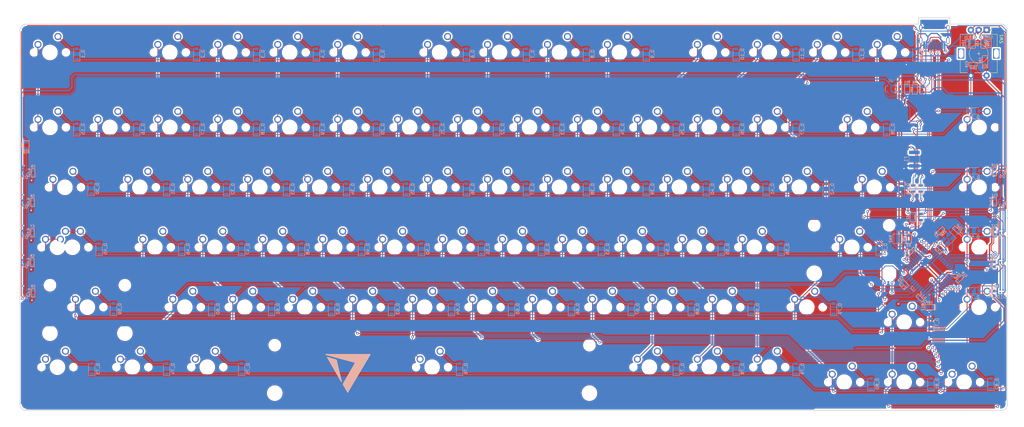
<source format=kicad_pcb>
(kicad_pcb (version 20171130) (host pcbnew "(5.1.4)-1")
  (layers (0 F.Cu signal) (31 B.Cu signal) (34 B.Paste user) (35 F.Paste user) (36 B.SilkS user) (37 F.SilkS user) (38 B.Mask user) (39 F.Mask user) (44 Edge.Cuts user))
  (net 0 "")
  (net 1 col0)
  (net 2 col1)
  (net 3 col2)
  (net 4 col3)
  (net 5 col4)
  (net 6 col5)
  (net 7 col6)
  (net 8 col7)
  (net 9 col8)
  (net 10 col9)
  (net 11 col10)
  (net 12 col11)
  (net 13 col12)
  (net 14 col13)
  (net 15 row0)
  (net 16 row1)
  (net 17 row2)
  (net 18 row3)
  (net 19 row4)
  (net 20 row5)
  (net 21 "Net-(D_1-Pad2)")
  (net 22 "Net-(D_2-Pad2)")
  (net 23 "Net-(D_3-Pad2)")
  (net 24 "Net-(D_4-Pad2)")
  (net 25 "Net-(D_5-Pad2)")
  (net 26 "Net-(D_6-Pad2)")
  (net 27 "Net-(D_7-Pad2)")
  (net 28 "Net-(D_8-Pad2)")
  (net 29 "Net-(D_9-Pad2)")
  (net 30 "Net-(D_10-Pad2)")
  (net 31 "Net-(D_11-Pad2)")
  (net 32 "Net-(D_12-Pad2)")
  (net 33 "Net-(D_15-Pad2)")
  (net 34 "Net-(D_16-Pad2)")
  (net 35 "Net-(D_17-Pad2)")
  (net 36 "Net-(D_18-Pad2)")
  (net 37 "Net-(D_19-Pad2)")
  (net 38 "Net-(D_20-Pad2)")
  (net 39 "Net-(D_21-Pad2)")
  (net 40 "Net-(D_22-Pad2)")
  (net 41 "Net-(D_23-Pad2)")
  (net 42 "Net-(D_24-Pad2)")
  (net 43 "Net-(D_25-Pad2)")
  (net 44 "Net-(D_26-Pad2)")
  (net 45 "Net-(D_27-Pad2)")
  (net 46 "Net-(D_28-Pad2)")
  (net 47 "Net-(D_29-Pad2)")
  (net 48 "Net-(D_30-Pad2)")
  (net 49 "Net-(D_31-Pad2)")
  (net 50 "Net-(D_32-Pad2)")
  (net 51 "Net-(D_33-Pad2)")
  (net 52 "Net-(D_34-Pad2)")
  (net 53 "Net-(D_35-Pad2)")
  (net 54 "Net-(D_36-Pad2)")
  (net 55 "Net-(D_37-Pad2)")
  (net 56 "Net-(D_38-Pad2)")
  (net 57 "Net-(D_39-Pad2)")
  (net 58 "Net-(D_40-Pad2)")
  (net 59 "Net-(D_41-Pad2)")
  (net 60 "Net-(D_42-Pad2)")
  (net 61 "Net-(D_43-Pad2)")
  (net 62 "Net-(D_46-Pad2)")
  (net 63 "Net-(D_47-Pad2)")
  (net 64 "Net-(D_48-Pad2)")
  (net 65 "Net-(D_49-Pad2)")
  (net 66 "Net-(D_50-Pad2)")
  (net 67 "Net-(D_51-Pad2)")
  (net 68 "Net-(D_52-Pad2)")
  (net 69 "Net-(D_53-Pad2)")
  (net 70 "Net-(D_54-Pad2)")
  (net 71 "Net-(D_55-Pad2)")
  (net 72 "Net-(D_56-Pad2)")
  (net 73 "Net-(D_57-Pad2)")
  (net 74 "Net-(D_58-Pad2)")
  (net 75 "Net-(D_59-Pad2)")
  (net 76 "Net-(D_60-Pad2)")
  (net 77 "Net-(D_61-Pad2)")
  (net 78 "Net-(D_62-Pad2)")
  (net 79 "Net-(D_63-Pad2)")
  (net 80 "Net-(D_64-Pad2)")
  (net 81 "Net-(D_65-Pad2)")
  (net 82 "Net-(D_66-Pad2)")
  (net 83 "Net-(D_67-Pad2)")
  (net 84 "Net-(D_68-Pad2)")
  (net 85 "Net-(D_69-Pad2)")
  (net 86 "Net-(D_70-Pad2)")
  (net 87 "Net-(D_72-Pad2)")
  (net 88 "Net-(D_71-Pad2)")
  (net 89 "Net-(D_73-Pad2)")
  (net 90 "Net-(D_74-Pad2)")
  (net 91 "Net-(D_75-Pad2)")
  (net 92 "Net-(D_76-Pad2)")
  (net 93 "Net-(D_77-Pad2)")
  (net 94 "Net-(D_78-Pad2)")
  (net 95 "Net-(D_79-Pad2)")
  (net 96 "Net-(D_80-Pad2)")
  (net 97 "Net-(D_81-Pad2)")
  (net 98 "Net-(D_82-Pad2)")
  (net 99 +5V)
  (net 100 GND)
  (net 101 "Net-(C2-Pad1)")
  (net 102 "Net-(C3-Pad1)")
  (net 103 "Net-(C4-Pad1)")
  (net 104 "Net-(D_45-Pad2)")
  (net 105 VCC)
  (net 106 D-)
  (net 107 D+)
  (net 108 RGBIN)
  (net 109 "Net-(D1-Pad1)")
  (net 110 "Net-(D1-Pad3)")
  (net 111 "Net-(D2-Pad1)")
  (net 112 "Net-(D3-Pad1)")
  (net 113 "Net-(D4-Pad1)")
  (net 114 "Net-(D5-Pad1)")
  (net 115 "Net-(D6-Pad1)")
  (net 116 "Net-(D7-Pad1)")
  (net 117 "Net-(D8-Pad1)")
  (net 118 "Net-(D10-Pad3)")
  (net 119 ENA)
  (net 120 ENB)
  (net 121 "Net-(D_13-Pad2)")
  (net 122 col14)
  (net 123 "Net-(C1-Pad1)")
  (net 124 "Net-(D_44-Pad2)")
  (net 125 "Net-(R5-Pad1)")
  (net 126 "Net-(R9-Pad1)")
  (net 127 "Net-(R3-Pad2)")
  (net 128 "Net-(R4-Pad1)")
  (net 129 "Net-(R8-Pad1)")
  (net 130 "Net-(R12-Pad2)")
  (net 131 ENS)
  (net 132 "Net-(R6-Pad2)")
  (net 133 "Net-(R7-Pad2)")
  (module MX_Only:MXOnly-1.75U-NoLED (layer F.Cu) (at 143.66875 162.71875)
    (fp_text reference K_45)
    (fp_text value KEYSW)
    (pad 2 thru_hole circle (at 2.54 -5.08) (size 2.25 2.25) (drill 1.47) (layers *.Cu B.Mask) (net 104 "Net-(D_45-Pad2)"))
    (pad "" np_thru_hole circle (at 0 0) (size 3.9878 3.9878) (drill 3.9878) (layers *.Cu *.Mask))
    (pad 1 thru_hole circle (at -3.81 -2.54) (size 2.25 2.25) (drill 1.47) (layers *.Cu B.Mask) (net 1 col0))
    (pad "" np_thru_hole circle (at -5.08 0 48.0996) (size 1.75 1.75) (drill 1.75) (layers *.Cu *.Mask))
    (pad "" np_thru_hole circle (at 5.08 0 48.0996) (size 1.75 1.75) (drill 1.75) (layers *.Cu *.Mask))
  )
  (module MX_Only:MXOnly-1.75U-NoLED (layer F.Cu) (at 138.90625 162.71875)
    (fp_text reference K_44)
    (fp_text value KEYSW)
    (pad 2 thru_hole circle (at 2.54 -5.08) (size 2.25 2.25) (drill 1.47) (layers *.Cu B.Mask) (net 104 "Net-(D_45-Pad2)"))
    (pad "" np_thru_hole circle (at 0 0) (size 3.9878 3.9878) (drill 3.9878) (layers *.Cu *.Mask))
    (pad 1 thru_hole circle (at -3.81 -2.54) (size 2.25 2.25) (drill 1.47) (layers *.Cu B.Mask) (net 1 col0))
    (pad "" np_thru_hole circle (at -5.08 0 48.0996) (size 1.75 1.75) (drill 1.75) (layers *.Cu *.Mask))
    (pad "" np_thru_hole circle (at 5.08 0 48.0996) (size 1.75 1.75) (drill 1.75) (layers *.Cu *.Mask))
  )
  (module Keebio-Parts:R_0805 (layer B.Cu) (at 429.768 97.978 270)
    (fp_text reference R15 (at -2.2 0 180) (layer B.SilkS) (effects (font (size 0.7 0.7)) (justify mirror)))
    (fp_text value 10k (at 0 -1.55 90) (layer B.SilkS) (effects (font (size 0.7 0.7)) (justify mirror)))
    (pad 1 smd rect (at -0.95 0 270) (size 0.7 1.3) (layers B.Cu B.Paste B.Mask) (net 120 ENB) (clearance 0.1))
    (pad 2 smd rect (at 0.95 0 270) (size 0.7 1.3) (layers B.Cu B.Paste B.Mask) (net 99 +5V) (clearance 0.1))
  )
  (module Keebio-Parts:R_0805 (layer B.Cu) (at 433.197 97.978 270)
    (fp_text reference R14 (at -2.2 0 180) (layer B.SilkS) (effects (font (size 0.7 0.7)) (justify mirror)))
    (fp_text value 10k (at 0 -1.55 90) (layer B.SilkS) (effects (font (size 0.7 0.7)) (justify mirror)))
    (pad 1 smd rect (at -0.95 0 270) (size 0.7 1.3) (layers B.Cu B.Paste B.Mask) (net 119 ENA) (clearance 0.1))
    (pad 2 smd rect (at 0.95 0 270) (size 0.7 1.3) (layers B.Cu B.Paste B.Mask) (net 99 +5V) (clearance 0.1))
  )
  (module Keebio-Parts:C_0603 (layer B.Cu) (at 427.99 98.032 270)
    (fp_text reference C21 (at -2.05 0 180) (layer B.SilkS) (effects (font (size 0.7 0.7)) (justify mirror)))
    (fp_text value 10nF (at 0 1.25 90) (layer B.SilkS) (effects (font (size 0.7 0.7)) (justify mirror)))
    (pad 1 smd rect (at -0.75 0 270) (size 0.8 0.75) (layers B.Cu B.Paste B.Mask) (net 120 ENB) (clearance 0.1))
    (pad 2 smd rect (at 0.75 0 270) (size 0.8 0.75) (layers B.Cu B.Paste B.Mask) (net 100 GND) (clearance 0.1))
  )
  (module Keebio-Parts:C_0603 (layer B.Cu) (at 435.102 97.917 270)
    (fp_text reference C20 (at -2.05 0 180) (layer B.SilkS) (effects (font (size 0.7 0.7)) (justify mirror)))
    (fp_text value 10nF (at 0 1.25 90) (layer B.SilkS) (effects (font (size 0.7 0.7)) (justify mirror)))
    (pad 1 smd rect (at -0.75 0 270) (size 0.8 0.75) (layers B.Cu B.Paste B.Mask) (net 119 ENA) (clearance 0.1))
    (pad 2 smd rect (at 0.75 0 270) (size 0.8 0.75) (layers B.Cu B.Paste B.Mask) (net 100 GND) (clearance 0.1))
  )
  (module Rotary_Encoder:RotaryEncoder_Alps_EC11E-Switch_Vertical_H20mm (layer F.Cu) (at 434.18125 93.6625 270)
    (fp_text reference SW1 (at 2.8 -4.7 90) (layer F.SilkS))
    (fp_text value Rotary_Encoder_Switch)
    (pad A thru_hole rect (at 0 0 270) (size 2 2) (drill 1) (layers *.Cu *.Mask) (net 119 ENA))
    (pad C thru_hole circle (at 0 2.5 270) (size 2 2) (drill 1) (layers *.Cu *.Mask) (net 100 GND))
    (pad B thru_hole circle (at 0 5 270) (size 2 2) (drill 1) (layers *.Cu *.Mask) (net 120 ENB))
    (pad MP thru_hole rect (at 7.5 -3.1 270) (size 3.2 2) (drill oval 2.8 1.5) (layers *.Cu *.Mask))
    (pad MP thru_hole rect (at 7.5 8.1 270) (size 3.2 2) (drill oval 2.8 1.5) (layers *.Cu *.Mask))
    (pad S2 thru_hole circle (at 14.5 0 270) (size 2 2) (drill 1) (layers *.Cu *.Mask) (net 131 ENS))
    (pad S1 thru_hole circle (at 14.5 5 270) (size 2 2) (drill 1) (layers *.Cu *.Mask) (net 100 GND))
  )
  (module Keebio-Parts:R_0805 (layer B.Cu) (at 433.705 103.317 90)
    (fp_text reference R13 (at -2.2 0 180) (layer B.SilkS) (effects (font (size 0.7 0.7)) (justify mirror)))
    (fp_text value 10k (at 0 -1.55 90) (layer B.SilkS) (effects (font (size 0.7 0.7)) (justify mirror)))
    (pad 1 smd rect (at -0.95 0 90) (size 0.7 1.3) (layers B.Cu B.Paste B.Mask) (net 131 ENS) (clearance 0.1))
    (pad 2 smd rect (at 0.95 0 90) (size 0.7 1.3) (layers B.Cu B.Paste B.Mask) (net 99 +5V) (clearance 0.1))
  )
  (module Keebio-Parts:R_0805 (layer B.Cu) (at 416.08125 181.76875)
    (fp_text reference R12 (at -2.2 0 -90) (layer B.SilkS) (effects (font (size 0.7 0.7)) (justify mirror)))
    (fp_text value 10k (at 0 -1.55) (layer B.SilkS) (effects (font (size 0.7 0.7)) (justify mirror)))
    (pad 1 smd rect (at -0.95 0) (size 0.7 1.3) (layers B.Cu B.Paste B.Mask) (net 100 GND) (clearance 0.1))
    (pad 2 smd rect (at 0.95 0) (size 0.7 1.3) (layers B.Cu B.Paste B.Mask) (net 130 "Net-(R12-Pad2)") (clearance 0.1))
  )
  (module Keebio-Parts:R_0805 (layer B.Cu) (at 408.94 112.4855 270)
    (fp_text reference R11 (at -2.2 0 180) (layer B.SilkS) (effects (font (size 0.7 0.7)) (justify mirror)))
    (fp_text value 1M (at 0 -1.55 90) (layer B.SilkS) (effects (font (size 0.7 0.7)) (justify mirror)))
    (pad 1 smd rect (at -0.95 0 270) (size 0.7 1.3) (layers B.Cu B.Paste B.Mask) (net 103 "Net-(C4-Pad1)") (clearance 0.1))
    (pad 2 smd rect (at 0.95 0 270) (size 0.7 1.3) (layers B.Cu B.Paste B.Mask) (net 100 GND) (clearance 0.1))
  )
  (module Keebio-Parts:R_0805 (layer B.Cu) (at 129.032 130.3385 90)
    (fp_text reference R10 (at -2.2 0 180) (layer B.SilkS) (effects (font (size 0.7 0.7)) (justify mirror)))
    (fp_text value 500 (at 0 -1.55 90) (layer B.SilkS) (effects (font (size 0.7 0.7)) (justify mirror)))
    (pad 1 smd rect (at -0.95 0 90) (size 0.7 1.3) (layers B.Cu B.Paste B.Mask) (net 110 "Net-(D1-Pad3)") (clearance 0.1))
    (pad 2 smd rect (at 0.95 0 90) (size 0.7 1.3) (layers B.Cu B.Paste B.Mask) (net 108 RGBIN) (clearance 0.1))
  )
  (module Keebio-Parts:R_0805 (layer B.Cu) (at 413.766 112.4855 270)
    (fp_text reference R9 (at -2.2 0 180) (layer B.SilkS) (effects (font (size 0.7 0.7)) (justify mirror)))
    (fp_text value 5.1k (at 0 -1.55 90) (layer B.SilkS) (effects (font (size 0.7 0.7)) (justify mirror)))
    (pad 1 smd rect (at -0.95 0 270) (size 0.7 1.3) (layers B.Cu B.Paste B.Mask) (net 126 "Net-(R9-Pad1)") (clearance 0.1))
    (pad 2 smd rect (at 0.95 0 270) (size 0.7 1.3) (layers B.Cu B.Paste B.Mask) (net 100 GND) (clearance 0.1))
  )
  (module Keebio-Parts:R_0805 (layer B.Cu) (at 411.353 112.522 270)
    (fp_text reference R8 (at -2.2 0 180) (layer B.SilkS) (effects (font (size 0.7 0.7)) (justify mirror)))
    (fp_text value 5.1k (at 0 -1.55 90) (layer B.SilkS) (effects (font (size 0.7 0.7)) (justify mirror)))
    (pad 1 smd rect (at -0.95 0 270) (size 0.7 1.3) (layers B.Cu B.Paste B.Mask) (net 129 "Net-(R8-Pad1)") (clearance 0.1))
    (pad 2 smd rect (at 0.95 0 270) (size 0.7 1.3) (layers B.Cu B.Paste B.Mask) (net 100 GND) (clearance 0.1))
  )
  (module Keebio-Parts:R_0805 (layer B.Cu) (at 413.258 144.0545 90)
    (fp_text reference R7 (at -2.2 0 180) (layer B.SilkS) (effects (font (size 0.7 0.7)) (justify mirror)))
    (fp_text value 22 (at 0 -1.55 90) (layer B.SilkS) (effects (font (size 0.7 0.7)) (justify mirror)))
    (pad 1 smd rect (at -0.95 0 90) (size 0.7 1.3) (layers B.Cu B.Paste B.Mask) (net 106 D-) (clearance 0.1))
    (pad 2 smd rect (at 0.95 0 90) (size 0.7 1.3) (layers B.Cu B.Paste B.Mask) (net 133 "Net-(R7-Pad2)") (clearance 0.1))
  )
  (module Keebio-Parts:R_0805 (layer B.Cu) (at 410.845 144.0545 90)
    (fp_text reference R6 (at -2.2 0 180) (layer B.SilkS) (effects (font (size 0.7 0.7)) (justify mirror)))
    (fp_text value 22 (at 0 -1.55 90) (layer B.SilkS) (effects (font (size 0.7 0.7)) (justify mirror)))
    (pad 1 smd rect (at -0.95 0 90) (size 0.7 1.3) (layers B.Cu B.Paste B.Mask) (net 107 D+) (clearance 0.1))
    (pad 2 smd rect (at 0.95 0 90) (size 0.7 1.3) (layers B.Cu B.Paste B.Mask) (net 132 "Net-(R6-Pad2)") (clearance 0.1))
  )
  (module Keebio-Parts:R_0805 (layer B.Cu) (at 413.227184 153.1255 90)
    (fp_text reference R5 (at -2.2 0 180) (layer B.SilkS) (effects (font (size 0.7 0.7)) (justify mirror)))
    (fp_text value 22 (at 0 -1.55 90) (layer B.SilkS) (effects (font (size 0.7 0.7)) (justify mirror)))
    (pad 1 smd rect (at -0.95 0 90) (size 0.7 1.3) (layers B.Cu B.Paste B.Mask) (net 125 "Net-(R5-Pad1)") (clearance 0.1))
    (pad 2 smd rect (at 0.95 0 90) (size 0.7 1.3) (layers B.Cu B.Paste B.Mask) (net 106 D-) (clearance 0.1))
  )
  (module Keebio-Parts:R_0805 (layer B.Cu) (at 410.718 153.1255 90)
    (fp_text reference R4 (at -2.2 0 180) (layer B.SilkS) (effects (font (size 0.7 0.7)) (justify mirror)))
    (fp_text value 22 (at 0 -1.55 90) (layer B.SilkS) (effects (font (size 0.7 0.7)) (justify mirror)))
    (pad 1 smd rect (at -0.95 0 90) (size 0.7 1.3) (layers B.Cu B.Paste B.Mask) (net 128 "Net-(R4-Pad1)") (clearance 0.1))
    (pad 2 smd rect (at 0.95 0 90) (size 0.7 1.3) (layers B.Cu B.Paste B.Mask) (net 107 D+) (clearance 0.1))
  )
  (module Keebio-Parts:R_0805 (layer B.Cu) (at 409.448 159.9835 90)
    (fp_text reference R3 (at -2.2 0 180) (layer B.SilkS) (effects (font (size 0.7 0.7)) (justify mirror)))
    (fp_text value 10k (at 0 -1.55 90) (layer B.SilkS) (effects (font (size 0.7 0.7)) (justify mirror)))
    (pad 1 smd rect (at -0.95 0 90) (size 0.7 1.3) (layers B.Cu B.Paste B.Mask) (net 99 +5V) (clearance 0.1))
    (pad 2 smd rect (at 0.95 0 90) (size 0.7 1.3) (layers B.Cu B.Paste B.Mask) (net 127 "Net-(R3-Pad2)") (clearance 0.1))
  )
  (module MX_Only:MXOnly-1U-NoLED (layer F.Cu) (at 136.525 100.80625)
    (fp_text reference K_1)
    (fp_text value KEYSW)
    (pad 2 thru_hole circle (at 2.54 -5.08) (size 2.25 2.25) (drill 1.47) (layers *.Cu B.Mask) (net 21 "Net-(D_1-Pad2)"))
    (pad "" np_thru_hole circle (at 0 0) (size 3.9878 3.9878) (drill 3.9878) (layers *.Cu *.Mask))
    (pad 1 thru_hole circle (at -3.81 -2.54) (size 2.25 2.25) (drill 1.47) (layers *.Cu B.Mask) (net 1 col0))
    (pad "" np_thru_hole circle (at -5.08 0 48.0996) (size 1.75 1.75) (drill 1.75) (layers *.Cu *.Mask))
    (pad "" np_thru_hole circle (at 5.08 0 48.0996) (size 1.75 1.75) (drill 1.75) (layers *.Cu *.Mask))
  )
  (module Keebio-Parts:C_0603 (layer B.Cu) (at 429.907 104.521)
    (fp_text reference C19 (at -2.05 0 270) (layer B.SilkS) (effects (font (size 0.7 0.7)) (justify mirror)))
    (fp_text value 10nF (at 0 1.25) (layer B.SilkS) (effects (font (size 0.7 0.7)) (justify mirror)))
    (pad 1 smd rect (at -0.75 0) (size 0.8 0.75) (layers B.Cu B.Paste B.Mask) (net 100 GND) (clearance 0.1))
    (pad 2 smd rect (at 0.75 0) (size 0.8 0.75) (layers B.Cu B.Paste B.Mask) (net 131 ENS) (clearance 0.1))
  )
  (module Keebio-Parts:C_0603 (layer B.Cu) (at 425.71342 172.77408 225)
    (fp_text reference C18 (at -2.05 0 315) (layer B.SilkS) (effects (font (size 0.7 0.7)) (justify mirror)))
    (fp_text value 10uF (at 0 1.25 45) (layer B.SilkS) (effects (font (size 0.7 0.7)) (justify mirror)))
    (pad 1 smd rect (at -0.75 0 225) (size 0.8 0.75) (layers B.Cu B.Paste B.Mask) (net 99 +5V) (clearance 0.1))
    (pad 2 smd rect (at 0.75 0 225) (size 0.8 0.75) (layers B.Cu B.Paste B.Mask) (net 100 GND) (clearance 0.1))
  )
  (module Keebio-Parts:C_0603 (layer B.Cu) (at 419.50333 162.96333 315)
    (fp_text reference C17 (at -2.05 0 225) (layer B.SilkS) (effects (font (size 0.7 0.7)) (justify mirror)))
    (fp_text value 0.1uF (at 0 1.25 135) (layer B.SilkS) (effects (font (size 0.7 0.7)) (justify mirror)))
    (pad 1 smd rect (at -0.75 0 315) (size 0.8 0.75) (layers B.Cu B.Paste B.Mask) (net 99 +5V) (clearance 0.1))
    (pad 2 smd rect (at 0.75 0 315) (size 0.8 0.75) (layers B.Cu B.Paste B.Mask) (net 100 GND) (clearance 0.1))
  )
  (module Keebio-Parts:C_0603 (layer B.Cu) (at 413.01342 178.85717 135)
    (fp_text reference C16 (at -2.05 0 225) (layer B.SilkS) (effects (font (size 0.7 0.7)) (justify mirror)))
    (fp_text value 0.1uF (at 0 1.25 135) (layer B.SilkS) (effects (font (size 0.7 0.7)) (justify mirror)))
    (pad 1 smd rect (at -0.75 0 135) (size 0.8 0.75) (layers B.Cu B.Paste B.Mask) (net 99 +5V) (clearance 0.1))
    (pad 2 smd rect (at 0.75 0 135) (size 0.8 0.75) (layers B.Cu B.Paste B.Mask) (net 100 GND) (clearance 0.1))
  )
  (module Keebio-Parts:C_0603 (layer B.Cu) (at 408.178 174.244 315)
    (fp_text reference C15 (at -2.05 0 225) (layer B.SilkS) (effects (font (size 0.7 0.7)) (justify mirror)))
    (fp_text value 0.1uF (at 0 1.25 135) (layer B.SilkS) (effects (font (size 0.7 0.7)) (justify mirror)))
    (pad 1 smd rect (at -0.75 0 315) (size 0.8 0.75) (layers B.Cu B.Paste B.Mask) (net 99 +5V) (clearance 0.1))
    (pad 2 smd rect (at 0.75 0 315) (size 0.8 0.75) (layers B.Cu B.Paste B.Mask) (net 100 GND) (clearance 0.1))
  )
  (module Keebio-Parts:C_0603 (layer B.Cu) (at 436.5625 177.407 270)
    (fp_text reference C14 (at -2.05 0 180) (layer B.SilkS) (effects (font (size 0.7 0.7)) (justify mirror)))
    (fp_text value 0.1uF (at 0 1.25 90) (layer B.SilkS) (effects (font (size 0.7 0.7)) (justify mirror)))
    (pad 1 smd rect (at -0.75 0 270) (size 0.8 0.75) (layers B.Cu B.Paste B.Mask) (net 99 +5V) (clearance 0.1))
    (pad 2 smd rect (at 0.75 0 270) (size 0.8 0.75) (layers B.Cu B.Paste B.Mask) (net 100 GND) (clearance 0.1))
  )
  (module Keebio-Parts:C_0603 (layer B.Cu) (at 436.626 168.136 270)
    (fp_text reference C13 (at -2.05 0 180) (layer B.SilkS) (effects (font (size 0.7 0.7)) (justify mirror)))
    (fp_text value 0.1uF (at 0 1.25 90) (layer B.SilkS) (effects (font (size 0.7 0.7)) (justify mirror)))
    (pad 1 smd rect (at -0.75 0 270) (size 0.8 0.75) (layers B.Cu B.Paste B.Mask) (net 99 +5V) (clearance 0.1))
    (pad 2 smd rect (at 0.75 0 270) (size 0.8 0.75) (layers B.Cu B.Paste B.Mask) (net 100 GND) (clearance 0.1))
  )
  (module Keebio-Parts:C_0603 (layer B.Cu) (at 436.753 157.861 270)
    (fp_text reference C12 (at -2.05 0 180) (layer B.SilkS) (effects (font (size 0.7 0.7)) (justify mirror)))
    (fp_text value 0.1uF (at 0 1.25 90) (layer B.SilkS) (effects (font (size 0.7 0.7)) (justify mirror)))
    (pad 1 smd rect (at -0.75 0 270) (size 0.8 0.75) (layers B.Cu B.Paste B.Mask) (net 99 +5V) (clearance 0.1))
    (pad 2 smd rect (at 0.75 0 270) (size 0.8 0.75) (layers B.Cu B.Paste B.Mask) (net 100 GND) (clearance 0.1))
  )
  (module Keebio-Parts:C_0603 (layer B.Cu) (at 436.753 148.209 270)
    (fp_text reference C11 (at -2.05 0 180) (layer B.SilkS) (effects (font (size 0.7 0.7)) (justify mirror)))
    (fp_text value 0.1uF (at 0 1.25 90) (layer B.SilkS) (effects (font (size 0.7 0.7)) (justify mirror)))
    (pad 1 smd rect (at -0.75 0 270) (size 0.8 0.75) (layers B.Cu B.Paste B.Mask) (net 99 +5V) (clearance 0.1))
    (pad 2 smd rect (at 0.75 0 270) (size 0.8 0.75) (layers B.Cu B.Paste B.Mask) (net 100 GND) (clearance 0.1))
  )
  (module Keebio-Parts:C_0603 (layer B.Cu) (at 436.753 138.684 270)
    (fp_text reference C10 (at -2.05 0 180) (layer B.SilkS) (effects (font (size 0.7 0.7)) (justify mirror)))
    (fp_text value 0.1uF (at 0 1.25 90) (layer B.SilkS) (effects (font (size 0.7 0.7)) (justify mirror)))
    (pad 1 smd rect (at -0.75 0 270) (size 0.8 0.75) (layers B.Cu B.Paste B.Mask) (net 99 +5V) (clearance 0.1))
    (pad 2 smd rect (at 0.75 0 270) (size 0.8 0.75) (layers B.Cu B.Paste B.Mask) (net 100 GND) (clearance 0.1))
  )
  (module Keebio-Parts:C_0603 (layer B.Cu) (at 131.191 177.165 270)
    (fp_text reference C9 (at -2.05 0 180) (layer B.SilkS) (effects (font (size 0.7 0.7)) (justify mirror)))
    (fp_text value 0.1uF (at 0 1.25 90) (layer B.SilkS) (effects (font (size 0.7 0.7)) (justify mirror)))
    (pad 1 smd rect (at -0.75 0 270) (size 0.8 0.75) (layers B.Cu B.Paste B.Mask) (net 99 +5V) (clearance 0.1))
    (pad 2 smd rect (at 0.75 0 270) (size 0.8 0.75) (layers B.Cu B.Paste B.Mask) (net 100 GND) (clearance 0.1))
  )
  (module Keebio-Parts:C_0603 (layer B.Cu) (at 130.937 167.48125 270)
    (fp_text reference C8 (at -2.05 0 180) (layer B.SilkS) (effects (font (size 0.7 0.7)) (justify mirror)))
    (fp_text value 0.1uF (at 0 1.25 90) (layer B.SilkS) (effects (font (size 0.7 0.7)) (justify mirror)))
    (pad 1 smd rect (at -0.75 0 270) (size 0.8 0.75) (layers B.Cu B.Paste B.Mask) (net 99 +5V) (clearance 0.1))
    (pad 2 smd rect (at 0.75 0 270) (size 0.8 0.75) (layers B.Cu B.Paste B.Mask) (net 100 GND) (clearance 0.1))
  )
  (module Keebio-Parts:C_0603 (layer B.Cu) (at 130.96875 158.08325 270)
    (fp_text reference C7 (at -2.05 0 180) (layer B.SilkS) (effects (font (size 0.7 0.7)) (justify mirror)))
    (fp_text value 0.1uF (at 0 1.25 90) (layer B.SilkS) (effects (font (size 0.7 0.7)) (justify mirror)))
    (pad 1 smd rect (at -0.75 0 270) (size 0.8 0.75) (layers B.Cu B.Paste B.Mask) (net 99 +5V) (clearance 0.1))
    (pad 2 smd rect (at 0.75 0 270) (size 0.8 0.75) (layers B.Cu B.Paste B.Mask) (net 100 GND) (clearance 0.1))
  )
  (module Keebio-Parts:C_0603 (layer B.Cu) (at 131.0005 148.43125 270)
    (fp_text reference C6 (at -2.05 0 180) (layer B.SilkS) (effects (font (size 0.7 0.7)) (justify mirror)))
    (fp_text value 0.1uF (at 0 1.25 90) (layer B.SilkS) (effects (font (size 0.7 0.7)) (justify mirror)))
    (pad 1 smd rect (at -0.75 0 270) (size 0.8 0.75) (layers B.Cu B.Paste B.Mask) (net 99 +5V) (clearance 0.1))
    (pad 2 smd rect (at 0.75 0 270) (size 0.8 0.75) (layers B.Cu B.Paste B.Mask) (net 100 GND) (clearance 0.1))
  )
  (module Keebio-Parts:C_0603 (layer B.Cu) (at 131.191 139.053 270)
    (fp_text reference C5 (at -2.05 0 180) (layer B.SilkS) (effects (font (size 0.7 0.7)) (justify mirror)))
    (fp_text value 0.1uF (at 0 1.25 90) (layer B.SilkS) (effects (font (size 0.7 0.7)) (justify mirror)))
    (pad 1 smd rect (at -0.75 0 270) (size 0.8 0.75) (layers B.Cu B.Paste B.Mask) (net 99 +5V) (clearance 0.1))
    (pad 2 smd rect (at 0.75 0 270) (size 0.8 0.75) (layers B.Cu B.Paste B.Mask) (net 100 GND) (clearance 0.1))
  )
  (module Keebio-Parts:C_0603 (layer B.Cu) (at 406.654 112.4435 270)
    (fp_text reference C4 (at -2.05 0 180) (layer B.SilkS) (effects (font (size 0.7 0.7)) (justify mirror)))
    (fp_text value 4.7uF (at 0 1.25 90) (layer B.SilkS) (effects (font (size 0.7 0.7)) (justify mirror)))
    (pad 1 smd rect (at -0.75 0 270) (size 0.8 0.75) (layers B.Cu B.Paste B.Mask) (net 103 "Net-(C4-Pad1)") (clearance 0.1))
    (pad 2 smd rect (at 0.75 0 270) (size 0.8 0.75) (layers B.Cu B.Paste B.Mask) (net 100 GND) (clearance 0.1))
  )
  (module Keebio-Parts:C_0603 (layer B.Cu) (at 409.602913 164.691087 225)
    (fp_text reference C3 (at -2.05 0 315) (layer B.SilkS) (effects (font (size 0.7 0.7)) (justify mirror)))
    (fp_text value 1uF (at 0 1.25 45) (layer B.SilkS) (effects (font (size 0.7 0.7)) (justify mirror)))
    (pad 1 smd rect (at -0.75 0 225) (size 0.8 0.75) (layers B.Cu B.Paste B.Mask) (net 102 "Net-(C3-Pad1)") (clearance 0.1))
    (pad 2 smd rect (at 0.75 0 225) (size 0.8 0.75) (layers B.Cu B.Paste B.Mask) (net 100 GND) (clearance 0.1))
  )
  (module Keebio-Parts:C_0603 (layer B.Cu) (at 419.571062 157.46962 45)
    (fp_text reference C2 (at -2.05 0 -45) (layer B.SilkS) (effects (font (size 0.7 0.7)) (justify mirror)))
    (fp_text value 22pF (at 0 1.25 45) (layer B.SilkS) (effects (font (size 0.7 0.7)) (justify mirror)))
    (pad 1 smd rect (at -0.75 0 45) (size 0.8 0.75) (layers B.Cu B.Paste B.Mask) (net 101 "Net-(C2-Pad1)") (clearance 0.1))
    (pad 2 smd rect (at 0.75 0 45) (size 0.8 0.75) (layers B.Cu B.Paste B.Mask) (net 100 GND) (clearance 0.1))
  )
  (module Keebio-Parts:C_0603 (layer B.Cu) (at 424.706887 157.224905 135)
    (fp_text reference C1 (at -2.05 0 225) (layer B.SilkS) (effects (font (size 0.7 0.7)) (justify mirror)))
    (fp_text value 22pF (at 0 1.25 135) (layer B.SilkS) (effects (font (size 0.7 0.7)) (justify mirror)))
    (pad 1 smd rect (at -0.75 0 135) (size 0.8 0.75) (layers B.Cu B.Paste B.Mask) (net 123 "Net-(C1-Pad1)") (clearance 0.1))
    (pad 2 smd rect (at 0.75 0 135) (size 0.8 0.75) (layers B.Cu B.Paste B.Mask) (net 100 GND) (clearance 0.1))
  )
  (module MX_Only:MXOnly-1U-NoLED (layer F.Cu) (at 407.9875 186.53125)
    (fp_text reference K_71)
    (fp_text value KEYSW)
    (pad 2 thru_hole circle (at 2.54 -5.08) (size 2.25 2.25) (drill 1.47) (layers *.Cu B.Mask) (net 88 "Net-(D_71-Pad2)"))
    (pad "" np_thru_hole circle (at 0 0) (size 3.9878 3.9878) (drill 3.9878) (layers *.Cu *.Mask))
    (pad 1 thru_hole circle (at -3.81 -2.54) (size 2.25 2.25) (drill 1.47) (layers *.Cu B.Mask) (net 14 col13))
    (pad "" np_thru_hole circle (at -5.08 0 48.0996) (size 1.75 1.75) (drill 1.75) (layers *.Cu *.Mask))
    (pad "" np_thru_hole circle (at 5.08 0 48.0996) (size 1.75 1.75) (drill 1.75) (layers *.Cu *.Mask))
  )
  (module MX_Only:MXOnly-1.75U-NoLED (layer F.Cu) (at 377.03125 181.76875)
    (fp_text reference K_70)
    (fp_text value KEYSW)
    (pad 2 thru_hole circle (at 2.54 -5.08) (size 2.25 2.25) (drill 1.47) (layers *.Cu B.Mask) (net 86 "Net-(D_70-Pad2)"))
    (pad "" np_thru_hole circle (at 0 0) (size 3.9878 3.9878) (drill 3.9878) (layers *.Cu *.Mask))
    (pad 1 thru_hole circle (at -3.81 -2.54) (size 2.25 2.25) (drill 1.47) (layers *.Cu B.Mask) (net 13 col12))
    (pad "" np_thru_hole circle (at -5.08 0 48.0996) (size 1.75 1.75) (drill 1.75) (layers *.Cu *.Mask))
    (pad "" np_thru_hole circle (at 5.08 0 48.0996) (size 1.75 1.75) (drill 1.75) (layers *.Cu *.Mask))
  )
  (module MX_Only:MXOnly-1U-NoLED (layer F.Cu) (at 355.6 143.66875)
    (fp_text reference K_40)
    (fp_text value KEYSW)
    (pad 2 thru_hole circle (at 2.54 -5.08) (size 2.25 2.25) (drill 1.47) (layers *.Cu B.Mask) (net 59 "Net-(D_41-Pad2)"))
    (pad "" np_thru_hole circle (at 0 0) (size 3.9878 3.9878) (drill 3.9878) (layers *.Cu *.Mask))
    (pad 1 thru_hole circle (at -3.81 -2.54) (size 2.25 2.25) (drill 1.47) (layers *.Cu B.Mask) (net 12 col11))
    (pad "" np_thru_hole circle (at -5.08 0 48.0996) (size 1.75 1.75) (drill 1.75) (layers *.Cu *.Mask))
    (pad "" np_thru_hole circle (at 5.08 0 48.0996) (size 1.75 1.75) (drill 1.75) (layers *.Cu *.Mask))
  )
  (module MX_Only:MXOnly-1U-NoLED (layer F.Cu) (at 374.65 143.66875)
    (fp_text reference K_41)
    (fp_text value KEYSW)
    (pad 2 thru_hole circle (at 2.54 -5.08) (size 2.25 2.25) (drill 1.47) (layers *.Cu B.Mask) (net 60 "Net-(D_42-Pad2)"))
    (pad "" np_thru_hole circle (at 0 0) (size 3.9878 3.9878) (drill 3.9878) (layers *.Cu *.Mask))
    (pad 1 thru_hole circle (at -3.81 -2.54) (size 2.25 2.25) (drill 1.47) (layers *.Cu B.Mask) (net 13 col12))
    (pad "" np_thru_hole circle (at -5.08 0 48.0996) (size 1.75 1.75) (drill 1.75) (layers *.Cu *.Mask))
    (pad "" np_thru_hole circle (at 5.08 0 48.0996) (size 1.75 1.75) (drill 1.75) (layers *.Cu *.Mask))
  )
  (module MX_Only:MXOnly-1U-NoLED (layer F.Cu) (at 169.8625 162.71875)
    (fp_text reference K_46)
    (fp_text value KEYSW)
    (pad 2 thru_hole circle (at 2.54 -5.08) (size 2.25 2.25) (drill 1.47) (layers *.Cu B.Mask) (net 62 "Net-(D_46-Pad2)"))
    (pad "" np_thru_hole circle (at 0 0) (size 3.9878 3.9878) (drill 3.9878) (layers *.Cu *.Mask))
    (pad 1 thru_hole circle (at -3.81 -2.54) (size 2.25 2.25) (drill 1.47) (layers *.Cu B.Mask) (net 2 col1))
    (pad "" np_thru_hole circle (at -5.08 0 48.0996) (size 1.75 1.75) (drill 1.75) (layers *.Cu *.Mask))
    (pad "" np_thru_hole circle (at 5.08 0 48.0996) (size 1.75 1.75) (drill 1.75) (layers *.Cu *.Mask))
  )
  (module MX_Only:MXOnly-1U-NoLED (layer F.Cu) (at 269.875 124.61875)
    (fp_text reference K_21)
    (fp_text value KEYSW)
    (pad 2 thru_hole circle (at 2.54 -5.08) (size 2.25 2.25) (drill 1.47) (layers *.Cu B.Mask) (net 40 "Net-(D_22-Pad2)"))
    (pad "" np_thru_hole circle (at 0 0) (size 3.9878 3.9878) (drill 3.9878) (layers *.Cu *.Mask))
    (pad 1 thru_hole circle (at -3.81 -2.54) (size 2.25 2.25) (drill 1.47) (layers *.Cu B.Mask) (net 8 col7))
    (pad "" np_thru_hole circle (at -5.08 0 48.0996) (size 1.75 1.75) (drill 1.75) (layers *.Cu *.Mask))
    (pad "" np_thru_hole circle (at 5.08 0 48.0996) (size 1.75 1.75) (drill 1.75) (layers *.Cu *.Mask))
  )
  (module MX_Only:MXOnly-1U-NoLED (layer F.Cu) (at 427.0375 205.58125)
    (fp_text reference K_82)
    (fp_text value KEYSW)
    (pad 2 thru_hole circle (at 2.54 -5.08) (size 2.25 2.25) (drill 1.47) (layers *.Cu B.Mask) (net 98 "Net-(D_82-Pad2)"))
    (pad "" np_thru_hole circle (at 0 0) (size 3.9878 3.9878) (drill 3.9878) (layers *.Cu *.Mask))
    (pad 1 thru_hole circle (at -3.81 -2.54) (size 2.25 2.25) (drill 1.47) (layers *.Cu B.Mask) (net 122 col14))
    (pad "" np_thru_hole circle (at -5.08 0 48.0996) (size 1.75 1.75) (drill 1.75) (layers *.Cu *.Mask))
    (pad "" np_thru_hole circle (at 5.08 0 48.0996) (size 1.75 1.75) (drill 1.75) (layers *.Cu *.Mask))
  )
  (module MX_Only:MXOnly-1U-NoLED (layer F.Cu) (at 407.9875 205.58125)
    (fp_text reference K_81)
    (fp_text value KEYSW)
    (pad 2 thru_hole circle (at 2.54 -5.08) (size 2.25 2.25) (drill 1.47) (layers *.Cu B.Mask) (net 97 "Net-(D_81-Pad2)"))
    (pad "" np_thru_hole circle (at 0 0) (size 3.9878 3.9878) (drill 3.9878) (layers *.Cu *.Mask))
    (pad 1 thru_hole circle (at -3.81 -2.54) (size 2.25 2.25) (drill 1.47) (layers *.Cu B.Mask) (net 14 col13))
    (pad "" np_thru_hole circle (at -5.08 0 48.0996) (size 1.75 1.75) (drill 1.75) (layers *.Cu *.Mask))
    (pad "" np_thru_hole circle (at 5.08 0 48.0996) (size 1.75 1.75) (drill 1.75) (layers *.Cu *.Mask))
  )
  (module MX_Only:MXOnly-1U-NoLED (layer F.Cu) (at 388.9375 205.58125)
    (fp_text reference K_80)
    (fp_text value KEYSW)
    (pad 2 thru_hole circle (at 2.54 -5.08) (size 2.25 2.25) (drill 1.47) (layers *.Cu B.Mask) (net 96 "Net-(D_80-Pad2)"))
    (pad "" np_thru_hole circle (at 0 0) (size 3.9878 3.9878) (drill 3.9878) (layers *.Cu *.Mask))
    (pad 1 thru_hole circle (at -3.81 -2.54) (size 2.25 2.25) (drill 1.47) (layers *.Cu B.Mask) (net 13 col12))
    (pad "" np_thru_hole circle (at -5.08 0 48.0996) (size 1.75 1.75) (drill 1.75) (layers *.Cu *.Mask))
    (pad "" np_thru_hole circle (at 5.08 0 48.0996) (size 1.75 1.75) (drill 1.75) (layers *.Cu *.Mask))
  )
  (module MX_Only:MXOnly-1U-NoLED (layer F.Cu) (at 365.125 200.81875)
    (fp_text reference K_79)
    (fp_text value KEYSW)
    (pad 2 thru_hole circle (at 2.54 -5.08) (size 2.25 2.25) (drill 1.47) (layers *.Cu B.Mask) (net 95 "Net-(D_79-Pad2)"))
    (pad "" np_thru_hole circle (at 0 0) (size 3.9878 3.9878) (drill 3.9878) (layers *.Cu *.Mask))
    (pad 1 thru_hole circle (at -3.81 -2.54) (size 2.25 2.25) (drill 1.47) (layers *.Cu B.Mask) (net 12 col11))
    (pad "" np_thru_hole circle (at -5.08 0 48.0996) (size 1.75 1.75) (drill 1.75) (layers *.Cu *.Mask))
    (pad "" np_thru_hole circle (at 5.08 0 48.0996) (size 1.75 1.75) (drill 1.75) (layers *.Cu *.Mask))
  )
  (module MX_Only:MXOnly-1U-NoLED (layer F.Cu) (at 346.075 200.81875)
    (fp_text reference K_78)
    (fp_text value KEYSW)
    (pad 2 thru_hole circle (at 2.54 -5.08) (size 2.25 2.25) (drill 1.47) (layers *.Cu B.Mask) (net 94 "Net-(D_78-Pad2)"))
    (pad "" np_thru_hole circle (at 0 0) (size 3.9878 3.9878) (drill 3.9878) (layers *.Cu *.Mask))
    (pad 1 thru_hole circle (at -3.81 -2.54) (size 2.25 2.25) (drill 1.47) (layers *.Cu B.Mask) (net 11 col10))
    (pad "" np_thru_hole circle (at -5.08 0 48.0996) (size 1.75 1.75) (drill 1.75) (layers *.Cu *.Mask))
    (pad "" np_thru_hole circle (at 5.08 0 48.0996) (size 1.75 1.75) (drill 1.75) (layers *.Cu *.Mask))
  )
  (module MX_Only:MXOnly-1U-NoLED (layer F.Cu) (at 327.025 200.81875)
    (fp_text reference K_77)
    (fp_text value KEYSW)
    (pad 2 thru_hole circle (at 2.54 -5.08) (size 2.25 2.25) (drill 1.47) (layers *.Cu B.Mask) (net 93 "Net-(D_77-Pad2)"))
    (pad "" np_thru_hole circle (at 0 0) (size 3.9878 3.9878) (drill 3.9878) (layers *.Cu *.Mask))
    (pad 1 thru_hole circle (at -3.81 -2.54) (size 2.25 2.25) (drill 1.47) (layers *.Cu B.Mask) (net 10 col9))
    (pad "" np_thru_hole circle (at -5.08 0 48.0996) (size 1.75 1.75) (drill 1.75) (layers *.Cu *.Mask))
    (pad "" np_thru_hole circle (at 5.08 0 48.0996) (size 1.75 1.75) (drill 1.75) (layers *.Cu *.Mask))
  )
  (module MX_Only:MXOnly-6.25U-NoLED (layer F.Cu) (at 257.96875 200.81875)
    (fp_text reference K_76)
    (fp_text value KEYSW)
    (pad 2 thru_hole circle (at 2.54 -5.08) (size 2.25 2.25) (drill 1.47) (layers *.Cu B.Mask) (net 92 "Net-(D_76-Pad2)"))
    (pad "" np_thru_hole circle (at 0 0) (size 3.9878 3.9878) (drill 3.9878) (layers *.Cu *.Mask))
    (pad 1 thru_hole circle (at -3.81 -2.54) (size 2.25 2.25) (drill 1.47) (layers *.Cu B.Mask) (net 6 col5))
    (pad "" np_thru_hole circle (at -5.08 0 48.0996) (size 1.75 1.75) (drill 1.75) (layers *.Cu *.Mask))
    (pad "" np_thru_hole circle (at 5.08 0 48.0996) (size 1.75 1.75) (drill 1.75) (layers *.Cu *.Mask))
    (pad "" np_thru_hole circle (at -49.9999 -6.985) (size 3.048 3.048) (drill 3.048) (layers *.Cu *.Mask))
    (pad "" np_thru_hole circle (at 49.9999 -6.985) (size 3.048 3.048) (drill 3.048) (layers *.Cu *.Mask))
    (pad "" np_thru_hole circle (at -49.9999 8.255) (size 3.9878 3.9878) (drill 3.9878) (layers *.Cu *.Mask))
    (pad "" np_thru_hole circle (at 49.9999 8.255) (size 3.9878 3.9878) (drill 3.9878) (layers *.Cu *.Mask))
  )
  (module MX_Only:MXOnly-1.25U-NoLED (layer F.Cu) (at 186.53125 200.81875)
    (fp_text reference K_75)
    (fp_text value KEYSW)
    (pad 2 thru_hole circle (at 2.54 -5.08) (size 2.25 2.25) (drill 1.47) (layers *.Cu B.Mask) (net 91 "Net-(D_75-Pad2)"))
    (pad "" np_thru_hole circle (at 0 0) (size 3.9878 3.9878) (drill 3.9878) (layers *.Cu *.Mask))
    (pad 1 thru_hole circle (at -3.81 -2.54) (size 2.25 2.25) (drill 1.47) (layers *.Cu B.Mask) (net 3 col2))
    (pad "" np_thru_hole circle (at -5.08 0 48.0996) (size 1.75 1.75) (drill 1.75) (layers *.Cu *.Mask))
    (pad "" np_thru_hole circle (at 5.08 0 48.0996) (size 1.75 1.75) (drill 1.75) (layers *.Cu *.Mask))
  )
  (module MX_Only:MXOnly-1.25U-NoLED (layer F.Cu) (at 162.71875 200.81875)
    (fp_text reference K_74)
    (fp_text value KEYSW)
    (pad 2 thru_hole circle (at 2.54 -5.08) (size 2.25 2.25) (drill 1.47) (layers *.Cu B.Mask) (net 90 "Net-(D_74-Pad2)"))
    (pad "" np_thru_hole circle (at 0 0) (size 3.9878 3.9878) (drill 3.9878) (layers *.Cu *.Mask))
    (pad 1 thru_hole circle (at -3.81 -2.54) (size 2.25 2.25) (drill 1.47) (layers *.Cu B.Mask) (net 2 col1))
    (pad "" np_thru_hole circle (at -5.08 0 48.0996) (size 1.75 1.75) (drill 1.75) (layers *.Cu *.Mask))
    (pad "" np_thru_hole circle (at 5.08 0 48.0996) (size 1.75 1.75) (drill 1.75) (layers *.Cu *.Mask))
  )
  (module MX_Only:MXOnly-1.25U-NoLED (layer F.Cu) (at 138.90625 200.81875)
    (fp_text reference K_73)
    (fp_text value KEYSW)
    (pad 2 thru_hole circle (at 2.54 -5.08) (size 2.25 2.25) (drill 1.47) (layers *.Cu B.Mask) (net 89 "Net-(D_73-Pad2)"))
    (pad "" np_thru_hole circle (at 0 0) (size 3.9878 3.9878) (drill 3.9878) (layers *.Cu *.Mask))
    (pad 1 thru_hole circle (at -3.81 -2.54) (size 2.25 2.25) (drill 1.47) (layers *.Cu B.Mask) (net 1 col0))
    (pad "" np_thru_hole circle (at -5.08 0 48.0996) (size 1.75 1.75) (drill 1.75) (layers *.Cu *.Mask))
    (pad "" np_thru_hole circle (at 5.08 0 48.0996) (size 1.75 1.75) (drill 1.75) (layers *.Cu *.Mask))
  )
  (module MX_Only:MXOnly-1U-NoLED (layer F.Cu) (at 431.8 181.76875)
    (fp_text reference K_72)
    (fp_text value KEYSW)
    (pad 2 thru_hole circle (at 2.54 -5.08) (size 2.25 2.25) (drill 1.47) (layers *.Cu B.Mask) (net 87 "Net-(D_72-Pad2)"))
    (pad "" np_thru_hole circle (at 0 0) (size 3.9878 3.9878) (drill 3.9878) (layers *.Cu *.Mask))
    (pad 1 thru_hole circle (at -3.81 -2.54) (size 2.25 2.25) (drill 1.47) (layers *.Cu B.Mask) (net 122 col14))
    (pad "" np_thru_hole circle (at -5.08 0 48.0996) (size 1.75 1.75) (drill 1.75) (layers *.Cu *.Mask))
    (pad "" np_thru_hole circle (at 5.08 0 48.0996) (size 1.75 1.75) (drill 1.75) (layers *.Cu *.Mask))
  )
  (module MX_Only:MXOnly-1U-NoLED (layer F.Cu) (at 350.8375 181.76875)
    (fp_text reference K_69)
    (fp_text value KEYSW)
    (pad 2 thru_hole circle (at 2.54 -5.08) (size 2.25 2.25) (drill 1.47) (layers *.Cu B.Mask) (net 85 "Net-(D_69-Pad2)"))
    (pad "" np_thru_hole circle (at 0 0) (size 3.9878 3.9878) (drill 3.9878) (layers *.Cu *.Mask))
    (pad 1 thru_hole circle (at -3.81 -2.54) (size 2.25 2.25) (drill 1.47) (layers *.Cu B.Mask) (net 11 col10))
    (pad "" np_thru_hole circle (at -5.08 0 48.0996) (size 1.75 1.75) (drill 1.75) (layers *.Cu *.Mask))
    (pad "" np_thru_hole circle (at 5.08 0 48.0996) (size 1.75 1.75) (drill 1.75) (layers *.Cu *.Mask))
  )
  (module MX_Only:MXOnly-1U-NoLED (layer F.Cu) (at 331.7875 181.76875)
    (fp_text reference K_68)
    (fp_text value KEYSW)
    (pad 2 thru_hole circle (at 2.54 -5.08) (size 2.25 2.25) (drill 1.47) (layers *.Cu B.Mask) (net 84 "Net-(D_68-Pad2)"))
    (pad "" np_thru_hole circle (at 0 0) (size 3.9878 3.9878) (drill 3.9878) (layers *.Cu *.Mask))
    (pad 1 thru_hole circle (at -3.81 -2.54) (size 2.25 2.25) (drill 1.47) (layers *.Cu B.Mask) (net 10 col9))
    (pad "" np_thru_hole circle (at -5.08 0 48.0996) (size 1.75 1.75) (drill 1.75) (layers *.Cu *.Mask))
    (pad "" np_thru_hole circle (at 5.08 0 48.0996) (size 1.75 1.75) (drill 1.75) (layers *.Cu *.Mask))
  )
  (module MX_Only:MXOnly-1U-NoLED (layer F.Cu) (at 312.7375 181.76875)
    (fp_text reference K_67)
    (fp_text value KEYSW)
    (pad 2 thru_hole circle (at 2.54 -5.08) (size 2.25 2.25) (drill 1.47) (layers *.Cu B.Mask) (net 83 "Net-(D_67-Pad2)"))
    (pad "" np_thru_hole circle (at 0 0) (size 3.9878 3.9878) (drill 3.9878) (layers *.Cu *.Mask))
    (pad 1 thru_hole circle (at -3.81 -2.54) (size 2.25 2.25) (drill 1.47) (layers *.Cu B.Mask) (net 9 col8))
    (pad "" np_thru_hole circle (at -5.08 0 48.0996) (size 1.75 1.75) (drill 1.75) (layers *.Cu *.Mask))
    (pad "" np_thru_hole circle (at 5.08 0 48.0996) (size 1.75 1.75) (drill 1.75) (layers *.Cu *.Mask))
  )
  (module MX_Only:MXOnly-1U-NoLED (layer F.Cu) (at 293.6875 181.76875)
    (fp_text reference K_66)
    (fp_text value KEYSW)
    (pad 2 thru_hole circle (at 2.54 -5.08) (size 2.25 2.25) (drill 1.47) (layers *.Cu B.Mask) (net 82 "Net-(D_66-Pad2)"))
    (pad "" np_thru_hole circle (at 0 0) (size 3.9878 3.9878) (drill 3.9878) (layers *.Cu *.Mask))
    (pad 1 thru_hole circle (at -3.81 -2.54) (size 2.25 2.25) (drill 1.47) (layers *.Cu B.Mask) (net 8 col7))
    (pad "" np_thru_hole circle (at -5.08 0 48.0996) (size 1.75 1.75) (drill 1.75) (layers *.Cu *.Mask))
    (pad "" np_thru_hole circle (at 5.08 0 48.0996) (size 1.75 1.75) (drill 1.75) (layers *.Cu *.Mask))
  )
  (module MX_Only:MXOnly-1U-NoLED (layer F.Cu) (at 274.6375 181.76875)
    (fp_text reference K_65)
    (fp_text value KEYSW)
    (pad 2 thru_hole circle (at 2.54 -5.08) (size 2.25 2.25) (drill 1.47) (layers *.Cu B.Mask) (net 81 "Net-(D_65-Pad2)"))
    (pad "" np_thru_hole circle (at 0 0) (size 3.9878 3.9878) (drill 3.9878) (layers *.Cu *.Mask))
    (pad 1 thru_hole circle (at -3.81 -2.54) (size 2.25 2.25) (drill 1.47) (layers *.Cu B.Mask) (net 7 col6))
    (pad "" np_thru_hole circle (at -5.08 0 48.0996) (size 1.75 1.75) (drill 1.75) (layers *.Cu *.Mask))
    (pad "" np_thru_hole circle (at 5.08 0 48.0996) (size 1.75 1.75) (drill 1.75) (layers *.Cu *.Mask))
  )
  (module MX_Only:MXOnly-1U-NoLED (layer F.Cu) (at 255.5875 181.76875)
    (fp_text reference K_64)
    (fp_text value KEYSW)
    (pad 2 thru_hole circle (at 2.54 -5.08) (size 2.25 2.25) (drill 1.47) (layers *.Cu B.Mask) (net 80 "Net-(D_64-Pad2)"))
    (pad "" np_thru_hole circle (at 0 0) (size 3.9878 3.9878) (drill 3.9878) (layers *.Cu *.Mask))
    (pad 1 thru_hole circle (at -3.81 -2.54) (size 2.25 2.25) (drill 1.47) (layers *.Cu B.Mask) (net 6 col5))
    (pad "" np_thru_hole circle (at -5.08 0 48.0996) (size 1.75 1.75) (drill 1.75) (layers *.Cu *.Mask))
    (pad "" np_thru_hole circle (at 5.08 0 48.0996) (size 1.75 1.75) (drill 1.75) (layers *.Cu *.Mask))
  )
  (module MX_Only:MXOnly-1U-NoLED (layer F.Cu) (at 236.5375 181.76875)
    (fp_text reference K_63)
    (fp_text value KEYSW)
    (pad 2 thru_hole circle (at 2.54 -5.08) (size 2.25 2.25) (drill 1.47) (layers *.Cu B.Mask) (net 79 "Net-(D_63-Pad2)"))
    (pad "" np_thru_hole circle (at 0 0) (size 3.9878 3.9878) (drill 3.9878) (layers *.Cu *.Mask))
    (pad 1 thru_hole circle (at -3.81 -2.54) (size 2.25 2.25) (drill 1.47) (layers *.Cu B.Mask) (net 5 col4))
    (pad "" np_thru_hole circle (at -5.08 0 48.0996) (size 1.75 1.75) (drill 1.75) (layers *.Cu *.Mask))
    (pad "" np_thru_hole circle (at 5.08 0 48.0996) (size 1.75 1.75) (drill 1.75) (layers *.Cu *.Mask))
  )
  (module MX_Only:MXOnly-1U-NoLED (layer F.Cu) (at 217.4875 181.76875)
    (fp_text reference K_62)
    (fp_text value KEYSW)
    (pad 2 thru_hole circle (at 2.54 -5.08) (size 2.25 2.25) (drill 1.47) (layers *.Cu B.Mask) (net 78 "Net-(D_62-Pad2)"))
    (pad "" np_thru_hole circle (at 0 0) (size 3.9878 3.9878) (drill 3.9878) (layers *.Cu *.Mask))
    (pad 1 thru_hole circle (at -3.81 -2.54) (size 2.25 2.25) (drill 1.47) (layers *.Cu B.Mask) (net 4 col3))
    (pad "" np_thru_hole circle (at -5.08 0 48.0996) (size 1.75 1.75) (drill 1.75) (layers *.Cu *.Mask))
    (pad "" np_thru_hole circle (at 5.08 0 48.0996) (size 1.75 1.75) (drill 1.75) (layers *.Cu *.Mask))
  )
  (module MX_Only:MXOnly-1U-NoLED (layer F.Cu) (at 198.4375 181.76875)
    (fp_text reference K_61)
    (fp_text value KEYSW)
    (pad 2 thru_hole circle (at 2.54 -5.08) (size 2.25 2.25) (drill 1.47) (layers *.Cu B.Mask) (net 77 "Net-(D_61-Pad2)"))
    (pad "" np_thru_hole circle (at 0 0) (size 3.9878 3.9878) (drill 3.9878) (layers *.Cu *.Mask))
    (pad 1 thru_hole circle (at -3.81 -2.54) (size 2.25 2.25) (drill 1.47) (layers *.Cu B.Mask) (net 3 col2))
    (pad "" np_thru_hole circle (at -5.08 0 48.0996) (size 1.75 1.75) (drill 1.75) (layers *.Cu *.Mask))
    (pad "" np_thru_hole circle (at 5.08 0 48.0996) (size 1.75 1.75) (drill 1.75) (layers *.Cu *.Mask))
  )
  (module MX_Only:MXOnly-1U-NoLED (layer F.Cu) (at 179.3875 181.76875)
    (fp_text reference K_60)
    (fp_text value KEYSW)
    (pad 2 thru_hole circle (at 2.54 -5.08) (size 2.25 2.25) (drill 1.47) (layers *.Cu B.Mask) (net 76 "Net-(D_60-Pad2)"))
    (pad "" np_thru_hole circle (at 0 0) (size 3.9878 3.9878) (drill 3.9878) (layers *.Cu *.Mask))
    (pad 1 thru_hole circle (at -3.81 -2.54) (size 2.25 2.25) (drill 1.47) (layers *.Cu B.Mask) (net 2 col1))
    (pad "" np_thru_hole circle (at -5.08 0 48.0996) (size 1.75 1.75) (drill 1.75) (layers *.Cu *.Mask))
    (pad "" np_thru_hole circle (at 5.08 0 48.0996) (size 1.75 1.75) (drill 1.75) (layers *.Cu *.Mask))
  )
  (module MX_Only:MXOnly-2.25U-NoLED (layer F.Cu) (at 148.43125 181.76875)
    (fp_text reference K_59)
    (fp_text value KEYSW)
    (pad 2 thru_hole circle (at 2.54 -5.08) (size 2.25 2.25) (drill 1.47) (layers *.Cu B.Mask) (net 75 "Net-(D_59-Pad2)"))
    (pad "" np_thru_hole circle (at 0 0) (size 3.9878 3.9878) (drill 3.9878) (layers *.Cu *.Mask))
    (pad 1 thru_hole circle (at -3.81 -2.54) (size 2.25 2.25) (drill 1.47) (layers *.Cu B.Mask) (net 1 col0))
    (pad "" np_thru_hole circle (at -5.08 0 48.0996) (size 1.75 1.75) (drill 1.75) (layers *.Cu *.Mask))
    (pad "" np_thru_hole circle (at 5.08 0 48.0996) (size 1.75 1.75) (drill 1.75) (layers *.Cu *.Mask))
    (pad "" np_thru_hole circle (at -11.90625 -6.985) (size 3.048 3.048) (drill 3.048) (layers *.Cu *.Mask))
    (pad "" np_thru_hole circle (at 11.90625 -6.985) (size 3.048 3.048) (drill 3.048) (layers *.Cu *.Mask))
    (pad "" np_thru_hole circle (at -11.90625 8.255) (size 3.9878 3.9878) (drill 3.9878) (layers *.Cu *.Mask))
    (pad "" np_thru_hole circle (at 11.90625 8.255) (size 3.9878 3.9878) (drill 3.9878) (layers *.Cu *.Mask))
  )
  (module MX_Only:MXOnly-1U-NoLED (layer F.Cu) (at 431.8 162.71875)
    (fp_text reference K_58)
    (fp_text value KEYSW)
    (pad 2 thru_hole circle (at 2.54 -5.08) (size 2.25 2.25) (drill 1.47) (layers *.Cu B.Mask) (net 74 "Net-(D_58-Pad2)"))
    (pad "" np_thru_hole circle (at 0 0) (size 3.9878 3.9878) (drill 3.9878) (layers *.Cu *.Mask))
    (pad 1 thru_hole circle (at -3.81 -2.54) (size 2.25 2.25) (drill 1.47) (layers *.Cu B.Mask) (net 122 col14))
    (pad "" np_thru_hole circle (at -5.08 0 48.0996) (size 1.75 1.75) (drill 1.75) (layers *.Cu *.Mask))
    (pad "" np_thru_hole circle (at 5.08 0 48.0996) (size 1.75 1.75) (drill 1.75) (layers *.Cu *.Mask))
  )
  (module MX_Only:MXOnly-2.25U-NoLED (layer F.Cu) (at 391.31875 162.71875)
    (fp_text reference K_57)
    (fp_text value KEYSW)
    (pad 2 thru_hole circle (at 2.54 -5.08) (size 2.25 2.25) (drill 1.47) (layers *.Cu B.Mask) (net 73 "Net-(D_57-Pad2)"))
    (pad "" np_thru_hole circle (at 0 0) (size 3.9878 3.9878) (drill 3.9878) (layers *.Cu *.Mask))
    (pad 1 thru_hole circle (at -3.81 -2.54) (size 2.25 2.25) (drill 1.47) (layers *.Cu B.Mask) (net 13 col12))
    (pad "" np_thru_hole circle (at -5.08 0 48.0996) (size 1.75 1.75) (drill 1.75) (layers *.Cu *.Mask))
    (pad "" np_thru_hole circle (at 5.08 0 48.0996) (size 1.75 1.75) (drill 1.75) (layers *.Cu *.Mask))
    (pad "" np_thru_hole circle (at -11.90625 -6.985) (size 3.048 3.048) (drill 3.048) (layers *.Cu *.Mask))
    (pad "" np_thru_hole circle (at 11.90625 -6.985) (size 3.048 3.048) (drill 3.048) (layers *.Cu *.Mask))
    (pad "" np_thru_hole circle (at -11.90625 8.255) (size 3.9878 3.9878) (drill 3.9878) (layers *.Cu *.Mask))
    (pad "" np_thru_hole circle (at 11.90625 8.255) (size 3.9878 3.9878) (drill 3.9878) (layers *.Cu *.Mask))
  )
  (module MX_Only:MXOnly-1U-NoLED (layer F.Cu) (at 360.3625 162.71875)
    (fp_text reference K_56)
    (fp_text value KEYSW)
    (pad 2 thru_hole circle (at 2.54 -5.08) (size 2.25 2.25) (drill 1.47) (layers *.Cu B.Mask) (net 72 "Net-(D_56-Pad2)"))
    (pad "" np_thru_hole circle (at 0 0) (size 3.9878 3.9878) (drill 3.9878) (layers *.Cu *.Mask))
    (pad 1 thru_hole circle (at -3.81 -2.54) (size 2.25 2.25) (drill 1.47) (layers *.Cu B.Mask) (net 12 col11))
    (pad "" np_thru_hole circle (at -5.08 0 48.0996) (size 1.75 1.75) (drill 1.75) (layers *.Cu *.Mask))
    (pad "" np_thru_hole circle (at 5.08 0 48.0996) (size 1.75 1.75) (drill 1.75) (layers *.Cu *.Mask))
  )
  (module MX_Only:MXOnly-1U-NoLED (layer F.Cu) (at 341.3125 162.71875)
    (fp_text reference K_55)
    (fp_text value KEYSW)
    (pad 2 thru_hole circle (at 2.54 -5.08) (size 2.25 2.25) (drill 1.47) (layers *.Cu B.Mask) (net 71 "Net-(D_55-Pad2)"))
    (pad "" np_thru_hole circle (at 0 0) (size 3.9878 3.9878) (drill 3.9878) (layers *.Cu *.Mask))
    (pad 1 thru_hole circle (at -3.81 -2.54) (size 2.25 2.25) (drill 1.47) (layers *.Cu B.Mask) (net 11 col10))
    (pad "" np_thru_hole circle (at -5.08 0 48.0996) (size 1.75 1.75) (drill 1.75) (layers *.Cu *.Mask))
    (pad "" np_thru_hole circle (at 5.08 0 48.0996) (size 1.75 1.75) (drill 1.75) (layers *.Cu *.Mask))
  )
  (module MX_Only:MXOnly-1U-NoLED (layer F.Cu) (at 322.2625 162.71875)
    (fp_text reference K_54)
    (fp_text value KEYSW)
    (pad 2 thru_hole circle (at 2.54 -5.08) (size 2.25 2.25) (drill 1.47) (layers *.Cu B.Mask) (net 70 "Net-(D_54-Pad2)"))
    (pad "" np_thru_hole circle (at 0 0) (size 3.9878 3.9878) (drill 3.9878) (layers *.Cu *.Mask))
    (pad 1 thru_hole circle (at -3.81 -2.54) (size 2.25 2.25) (drill 1.47) (layers *.Cu B.Mask) (net 10 col9))
    (pad "" np_thru_hole circle (at -5.08 0 48.0996) (size 1.75 1.75) (drill 1.75) (layers *.Cu *.Mask))
    (pad "" np_thru_hole circle (at 5.08 0 48.0996) (size 1.75 1.75) (drill 1.75) (layers *.Cu *.Mask))
  )
  (module MX_Only:MXOnly-1U-NoLED (layer F.Cu) (at 303.2125 162.71875)
    (fp_text reference K_53)
    (fp_text value KEYSW)
    (pad 2 thru_hole circle (at 2.54 -5.08) (size 2.25 2.25) (drill 1.47) (layers *.Cu B.Mask) (net 69 "Net-(D_53-Pad2)"))
    (pad "" np_thru_hole circle (at 0 0) (size 3.9878 3.9878) (drill 3.9878) (layers *.Cu *.Mask))
    (pad 1 thru_hole circle (at -3.81 -2.54) (size 2.25 2.25) (drill 1.47) (layers *.Cu B.Mask) (net 9 col8))
    (pad "" np_thru_hole circle (at -5.08 0 48.0996) (size 1.75 1.75) (drill 1.75) (layers *.Cu *.Mask))
    (pad "" np_thru_hole circle (at 5.08 0 48.0996) (size 1.75 1.75) (drill 1.75) (layers *.Cu *.Mask))
  )
  (module MX_Only:MXOnly-1U-NoLED (layer F.Cu) (at 284.1625 162.71875)
    (fp_text reference K_52)
    (fp_text value KEYSW)
    (pad 2 thru_hole circle (at 2.54 -5.08) (size 2.25 2.25) (drill 1.47) (layers *.Cu B.Mask) (net 68 "Net-(D_52-Pad2)"))
    (pad "" np_thru_hole circle (at 0 0) (size 3.9878 3.9878) (drill 3.9878) (layers *.Cu *.Mask))
    (pad 1 thru_hole circle (at -3.81 -2.54) (size 2.25 2.25) (drill 1.47) (layers *.Cu B.Mask) (net 8 col7))
    (pad "" np_thru_hole circle (at -5.08 0 48.0996) (size 1.75 1.75) (drill 1.75) (layers *.Cu *.Mask))
    (pad "" np_thru_hole circle (at 5.08 0 48.0996) (size 1.75 1.75) (drill 1.75) (layers *.Cu *.Mask))
  )
  (module MX_Only:MXOnly-1U-NoLED (layer F.Cu) (at 265.1125 162.71875)
    (fp_text reference K_51)
    (fp_text value KEYSW)
    (pad 2 thru_hole circle (at 2.54 -5.08) (size 2.25 2.25) (drill 1.47) (layers *.Cu B.Mask) (net 67 "Net-(D_51-Pad2)"))
    (pad "" np_thru_hole circle (at 0 0) (size 3.9878 3.9878) (drill 3.9878) (layers *.Cu *.Mask))
    (pad 1 thru_hole circle (at -3.81 -2.54) (size 2.25 2.25) (drill 1.47) (layers *.Cu B.Mask) (net 7 col6))
    (pad "" np_thru_hole circle (at -5.08 0 48.0996) (size 1.75 1.75) (drill 1.75) (layers *.Cu *.Mask))
    (pad "" np_thru_hole circle (at 5.08 0 48.0996) (size 1.75 1.75) (drill 1.75) (layers *.Cu *.Mask))
  )
  (module MX_Only:MXOnly-1U-NoLED (layer F.Cu) (at 246.0625 162.71875)
    (fp_text reference K_50)
    (fp_text value KEYSW)
    (pad 2 thru_hole circle (at 2.54 -5.08) (size 2.25 2.25) (drill 1.47) (layers *.Cu B.Mask) (net 66 "Net-(D_50-Pad2)"))
    (pad "" np_thru_hole circle (at 0 0) (size 3.9878 3.9878) (drill 3.9878) (layers *.Cu *.Mask))
    (pad 1 thru_hole circle (at -3.81 -2.54) (size 2.25 2.25) (drill 1.47) (layers *.Cu B.Mask) (net 6 col5))
    (pad "" np_thru_hole circle (at -5.08 0 48.0996) (size 1.75 1.75) (drill 1.75) (layers *.Cu *.Mask))
    (pad "" np_thru_hole circle (at 5.08 0 48.0996) (size 1.75 1.75) (drill 1.75) (layers *.Cu *.Mask))
  )
  (module MX_Only:MXOnly-1U-NoLED (layer F.Cu) (at 227.0125 162.71875)
    (fp_text reference K_49)
    (fp_text value KEYSW)
    (pad 2 thru_hole circle (at 2.54 -5.08) (size 2.25 2.25) (drill 1.47) (layers *.Cu B.Mask) (net 65 "Net-(D_49-Pad2)"))
    (pad "" np_thru_hole circle (at 0 0) (size 3.9878 3.9878) (drill 3.9878) (layers *.Cu *.Mask))
    (pad 1 thru_hole circle (at -3.81 -2.54) (size 2.25 2.25) (drill 1.47) (layers *.Cu B.Mask) (net 5 col4))
    (pad "" np_thru_hole circle (at -5.08 0 48.0996) (size 1.75 1.75) (drill 1.75) (layers *.Cu *.Mask))
    (pad "" np_thru_hole circle (at 5.08 0 48.0996) (size 1.75 1.75) (drill 1.75) (layers *.Cu *.Mask))
  )
  (module MX_Only:MXOnly-1U-NoLED (layer F.Cu) (at 207.9625 162.71875)
    (fp_text reference K_48)
    (fp_text value KEYSW)
    (pad 2 thru_hole circle (at 2.54 -5.08) (size 2.25 2.25) (drill 1.47) (layers *.Cu B.Mask) (net 64 "Net-(D_48-Pad2)"))
    (pad "" np_thru_hole circle (at 0 0) (size 3.9878 3.9878) (drill 3.9878) (layers *.Cu *.Mask))
    (pad 1 thru_hole circle (at -3.81 -2.54) (size 2.25 2.25) (drill 1.47) (layers *.Cu B.Mask) (net 4 col3))
    (pad "" np_thru_hole circle (at -5.08 0 48.0996) (size 1.75 1.75) (drill 1.75) (layers *.Cu *.Mask))
    (pad "" np_thru_hole circle (at 5.08 0 48.0996) (size 1.75 1.75) (drill 1.75) (layers *.Cu *.Mask))
  )
  (module MX_Only:MXOnly-1U-NoLED (layer F.Cu) (at 188.9125 162.71875)
    (fp_text reference K_47)
    (fp_text value KEYSW)
    (pad 2 thru_hole circle (at 2.54 -5.08) (size 2.25 2.25) (drill 1.47) (layers *.Cu B.Mask) (net 63 "Net-(D_47-Pad2)"))
    (pad "" np_thru_hole circle (at 0 0) (size 3.9878 3.9878) (drill 3.9878) (layers *.Cu *.Mask))
    (pad 1 thru_hole circle (at -3.81 -2.54) (size 2.25 2.25) (drill 1.47) (layers *.Cu B.Mask) (net 3 col2))
    (pad "" np_thru_hole circle (at -5.08 0 48.0996) (size 1.75 1.75) (drill 1.75) (layers *.Cu *.Mask))
    (pad "" np_thru_hole circle (at 5.08 0 48.0996) (size 1.75 1.75) (drill 1.75) (layers *.Cu *.Mask))
  )
  (module MX_Only:MXOnly-1U-NoLED (layer F.Cu) (at 431.8 143.66875)
    (fp_text reference K_43)
    (fp_text value KEYSW)
    (pad 2 thru_hole circle (at 2.54 -5.08) (size 2.25 2.25) (drill 1.47) (layers *.Cu B.Mask) (net 124 "Net-(D_44-Pad2)"))
    (pad "" np_thru_hole circle (at 0 0) (size 3.9878 3.9878) (drill 3.9878) (layers *.Cu *.Mask))
    (pad 1 thru_hole circle (at -3.81 -2.54) (size 2.25 2.25) (drill 1.47) (layers *.Cu B.Mask) (net 122 col14))
    (pad "" np_thru_hole circle (at -5.08 0 48.0996) (size 1.75 1.75) (drill 1.75) (layers *.Cu *.Mask))
    (pad "" np_thru_hole circle (at 5.08 0 48.0996) (size 1.75 1.75) (drill 1.75) (layers *.Cu *.Mask))
  )
  (module MX_Only:MXOnly-1.5U-NoLED (layer F.Cu) (at 398.4625 143.66875)
    (fp_text reference K_42)
    (fp_text value KEYSW)
    (pad 2 thru_hole circle (at 2.54 -5.08) (size 2.25 2.25) (drill 1.47) (layers *.Cu B.Mask) (net 61 "Net-(D_43-Pad2)"))
    (pad "" np_thru_hole circle (at 0 0) (size 3.9878 3.9878) (drill 3.9878) (layers *.Cu *.Mask))
    (pad 1 thru_hole circle (at -3.81 -2.54) (size 2.25 2.25) (drill 1.47) (layers *.Cu B.Mask) (net 14 col13))
    (pad "" np_thru_hole circle (at -5.08 0 48.0996) (size 1.75 1.75) (drill 1.75) (layers *.Cu *.Mask))
    (pad "" np_thru_hole circle (at 5.08 0 48.0996) (size 1.75 1.75) (drill 1.75) (layers *.Cu *.Mask))
  )
  (module MX_Only:MXOnly-1U-NoLED (layer F.Cu) (at 336.55 143.66875)
    (fp_text reference K_39)
    (fp_text value KEYSW)
    (pad 2 thru_hole circle (at 2.54 -5.08) (size 2.25 2.25) (drill 1.47) (layers *.Cu B.Mask) (net 58 "Net-(D_40-Pad2)"))
    (pad "" np_thru_hole circle (at 0 0) (size 3.9878 3.9878) (drill 3.9878) (layers *.Cu *.Mask))
    (pad 1 thru_hole circle (at -3.81 -2.54) (size 2.25 2.25) (drill 1.47) (layers *.Cu B.Mask) (net 11 col10))
    (pad "" np_thru_hole circle (at -5.08 0 48.0996) (size 1.75 1.75) (drill 1.75) (layers *.Cu *.Mask))
    (pad "" np_thru_hole circle (at 5.08 0 48.0996) (size 1.75 1.75) (drill 1.75) (layers *.Cu *.Mask))
  )
  (module MX_Only:MXOnly-1U-NoLED (layer F.Cu) (at 317.5 143.66875)
    (fp_text reference K_38)
    (fp_text value KEYSW)
    (pad 2 thru_hole circle (at 2.54 -5.08) (size 2.25 2.25) (drill 1.47) (layers *.Cu B.Mask) (net 57 "Net-(D_39-Pad2)"))
    (pad "" np_thru_hole circle (at 0 0) (size 3.9878 3.9878) (drill 3.9878) (layers *.Cu *.Mask))
    (pad 1 thru_hole circle (at -3.81 -2.54) (size 2.25 2.25) (drill 1.47) (layers *.Cu B.Mask) (net 10 col9))
    (pad "" np_thru_hole circle (at -5.08 0 48.0996) (size 1.75 1.75) (drill 1.75) (layers *.Cu *.Mask))
    (pad "" np_thru_hole circle (at 5.08 0 48.0996) (size 1.75 1.75) (drill 1.75) (layers *.Cu *.Mask))
  )
  (module MX_Only:MXOnly-1U-NoLED (layer F.Cu) (at 298.45 143.66875)
    (fp_text reference K_37)
    (fp_text value KEYSW)
    (pad 2 thru_hole circle (at 2.54 -5.08) (size 2.25 2.25) (drill 1.47) (layers *.Cu B.Mask) (net 56 "Net-(D_38-Pad2)"))
    (pad "" np_thru_hole circle (at 0 0) (size 3.9878 3.9878) (drill 3.9878) (layers *.Cu *.Mask))
    (pad 1 thru_hole circle (at -3.81 -2.54) (size 2.25 2.25) (drill 1.47) (layers *.Cu B.Mask) (net 9 col8))
    (pad "" np_thru_hole circle (at -5.08 0 48.0996) (size 1.75 1.75) (drill 1.75) (layers *.Cu *.Mask))
    (pad "" np_thru_hole circle (at 5.08 0 48.0996) (size 1.75 1.75) (drill 1.75) (layers *.Cu *.Mask))
  )
  (module MX_Only:MXOnly-1U-NoLED (layer F.Cu) (at 279.4 143.66875)
    (fp_text reference K_36)
    (fp_text value KEYSW)
    (pad 2 thru_hole circle (at 2.54 -5.08) (size 2.25 2.25) (drill 1.47) (layers *.Cu B.Mask) (net 55 "Net-(D_37-Pad2)"))
    (pad "" np_thru_hole circle (at 0 0) (size 3.9878 3.9878) (drill 3.9878) (layers *.Cu *.Mask))
    (pad 1 thru_hole circle (at -3.81 -2.54) (size 2.25 2.25) (drill 1.47) (layers *.Cu B.Mask) (net 8 col7))
    (pad "" np_thru_hole circle (at -5.08 0 48.0996) (size 1.75 1.75) (drill 1.75) (layers *.Cu *.Mask))
    (pad "" np_thru_hole circle (at 5.08 0 48.0996) (size 1.75 1.75) (drill 1.75) (layers *.Cu *.Mask))
  )
  (module MX_Only:MXOnly-1U-NoLED (layer F.Cu) (at 260.35 143.66875)
    (fp_text reference K_35)
    (fp_text value KEYSW)
    (pad 2 thru_hole circle (at 2.54 -5.08) (size 2.25 2.25) (drill 1.47) (layers *.Cu B.Mask) (net 54 "Net-(D_36-Pad2)"))
    (pad "" np_thru_hole circle (at 0 0) (size 3.9878 3.9878) (drill 3.9878) (layers *.Cu *.Mask))
    (pad 1 thru_hole circle (at -3.81 -2.54) (size 2.25 2.25) (drill 1.47) (layers *.Cu B.Mask) (net 7 col6))
    (pad "" np_thru_hole circle (at -5.08 0 48.0996) (size 1.75 1.75) (drill 1.75) (layers *.Cu *.Mask))
    (pad "" np_thru_hole circle (at 5.08 0 48.0996) (size 1.75 1.75) (drill 1.75) (layers *.Cu *.Mask))
  )
  (module MX_Only:MXOnly-1U-NoLED (layer F.Cu) (at 241.3 143.66875)
    (fp_text reference K_34)
    (fp_text value KEYSW)
    (pad 2 thru_hole circle (at 2.54 -5.08) (size 2.25 2.25) (drill 1.47) (layers *.Cu B.Mask) (net 53 "Net-(D_35-Pad2)"))
    (pad "" np_thru_hole circle (at 0 0) (size 3.9878 3.9878) (drill 3.9878) (layers *.Cu *.Mask))
    (pad 1 thru_hole circle (at -3.81 -2.54) (size 2.25 2.25) (drill 1.47) (layers *.Cu B.Mask) (net 6 col5))
    (pad "" np_thru_hole circle (at -5.08 0 48.0996) (size 1.75 1.75) (drill 1.75) (layers *.Cu *.Mask))
    (pad "" np_thru_hole circle (at 5.08 0 48.0996) (size 1.75 1.75) (drill 1.75) (layers *.Cu *.Mask))
  )
  (module MX_Only:MXOnly-1U-NoLED (layer F.Cu) (at 222.25 143.66875)
    (fp_text reference K_33)
    (fp_text value KEYSW)
    (pad 2 thru_hole circle (at 2.54 -5.08) (size 2.25 2.25) (drill 1.47) (layers *.Cu B.Mask) (net 52 "Net-(D_34-Pad2)"))
    (pad "" np_thru_hole circle (at 0 0) (size 3.9878 3.9878) (drill 3.9878) (layers *.Cu *.Mask))
    (pad 1 thru_hole circle (at -3.81 -2.54) (size 2.25 2.25) (drill 1.47) (layers *.Cu B.Mask) (net 5 col4))
    (pad "" np_thru_hole circle (at -5.08 0 48.0996) (size 1.75 1.75) (drill 1.75) (layers *.Cu *.Mask))
    (pad "" np_thru_hole circle (at 5.08 0 48.0996) (size 1.75 1.75) (drill 1.75) (layers *.Cu *.Mask))
  )
  (module MX_Only:MXOnly-1U-NoLED (layer F.Cu) (at 203.2 143.66875)
    (fp_text reference K_32)
    (fp_text value KEYSW)
    (pad 2 thru_hole circle (at 2.54 -5.08) (size 2.25 2.25) (drill 1.47) (layers *.Cu B.Mask) (net 51 "Net-(D_33-Pad2)"))
    (pad "" np_thru_hole circle (at 0 0) (size 3.9878 3.9878) (drill 3.9878) (layers *.Cu *.Mask))
    (pad 1 thru_hole circle (at -3.81 -2.54) (size 2.25 2.25) (drill 1.47) (layers *.Cu B.Mask) (net 4 col3))
    (pad "" np_thru_hole circle (at -5.08 0 48.0996) (size 1.75 1.75) (drill 1.75) (layers *.Cu *.Mask))
    (pad "" np_thru_hole circle (at 5.08 0 48.0996) (size 1.75 1.75) (drill 1.75) (layers *.Cu *.Mask))
  )
  (module MX_Only:MXOnly-1U-NoLED (layer F.Cu) (at 184.15 143.66875)
    (fp_text reference K_31)
    (fp_text value KEYSW)
    (pad 2 thru_hole circle (at 2.54 -5.08) (size 2.25 2.25) (drill 1.47) (layers *.Cu B.Mask) (net 50 "Net-(D_32-Pad2)"))
    (pad "" np_thru_hole circle (at 0 0) (size 3.9878 3.9878) (drill 3.9878) (layers *.Cu *.Mask))
    (pad 1 thru_hole circle (at -3.81 -2.54) (size 2.25 2.25) (drill 1.47) (layers *.Cu B.Mask) (net 3 col2))
    (pad "" np_thru_hole circle (at -5.08 0 48.0996) (size 1.75 1.75) (drill 1.75) (layers *.Cu *.Mask))
    (pad "" np_thru_hole circle (at 5.08 0 48.0996) (size 1.75 1.75) (drill 1.75) (layers *.Cu *.Mask))
  )
  (module MX_Only:MXOnly-1U-NoLED (layer F.Cu) (at 165.1 143.66875)
    (fp_text reference K_30)
    (fp_text value KEYSW)
    (pad 2 thru_hole circle (at 2.54 -5.08) (size 2.25 2.25) (drill 1.47) (layers *.Cu B.Mask) (net 49 "Net-(D_31-Pad2)"))
    (pad "" np_thru_hole circle (at 0 0) (size 3.9878 3.9878) (drill 3.9878) (layers *.Cu *.Mask))
    (pad 1 thru_hole circle (at -3.81 -2.54) (size 2.25 2.25) (drill 1.47) (layers *.Cu B.Mask) (net 2 col1))
    (pad "" np_thru_hole circle (at -5.08 0 48.0996) (size 1.75 1.75) (drill 1.75) (layers *.Cu *.Mask))
    (pad "" np_thru_hole circle (at 5.08 0 48.0996) (size 1.75 1.75) (drill 1.75) (layers *.Cu *.Mask))
  )
  (module MX_Only:MXOnly-1.5U-NoLED (layer F.Cu) (at 141.2875 143.66875)
    (fp_text reference K_29)
    (fp_text value KEYSW)
    (pad 2 thru_hole circle (at 2.54 -5.08) (size 2.25 2.25) (drill 1.47) (layers *.Cu B.Mask) (net 48 "Net-(D_30-Pad2)"))
    (pad "" np_thru_hole circle (at 0 0) (size 3.9878 3.9878) (drill 3.9878) (layers *.Cu *.Mask))
    (pad 1 thru_hole circle (at -3.81 -2.54) (size 2.25 2.25) (drill 1.47) (layers *.Cu B.Mask) (net 1 col0))
    (pad "" np_thru_hole circle (at -5.08 0 48.0996) (size 1.75 1.75) (drill 1.75) (layers *.Cu *.Mask))
    (pad "" np_thru_hole circle (at 5.08 0 48.0996) (size 1.75 1.75) (drill 1.75) (layers *.Cu *.Mask))
  )
  (module MX_Only:MXOnly-1U-NoLED (layer F.Cu) (at 431.8 124.61875)
    (fp_text reference K_28)
    (fp_text value KEYSW)
    (pad 2 thru_hole circle (at 2.54 -5.08) (size 2.25 2.25) (drill 1.47) (layers *.Cu B.Mask) (net 47 "Net-(D_29-Pad2)"))
    (pad "" np_thru_hole circle (at 0 0) (size 3.9878 3.9878) (drill 3.9878) (layers *.Cu *.Mask))
    (pad 1 thru_hole circle (at -3.81 -2.54) (size 2.25 2.25) (drill 1.47) (layers *.Cu B.Mask) (net 122 col14))
    (pad "" np_thru_hole circle (at -5.08 0 48.0996) (size 1.75 1.75) (drill 1.75) (layers *.Cu *.Mask))
    (pad "" np_thru_hole circle (at 5.08 0 48.0996) (size 1.75 1.75) (drill 1.75) (layers *.Cu *.Mask))
  )
  (module MX_Only:MXOnly-1U-NoLED (layer F.Cu) (at 393.7 124.61875)
    (fp_text reference K_27)
    (fp_text value KEYSW)
    (pad 2 thru_hole circle (at 2.54 -5.08) (size 2.25 2.25) (drill 1.47) (layers *.Cu B.Mask) (net 46 "Net-(D_28-Pad2)"))
    (pad "" np_thru_hole circle (at 0 0) (size 3.9878 3.9878) (drill 3.9878) (layers *.Cu *.Mask))
    (pad 1 thru_hole circle (at -3.81 -2.54) (size 2.25 2.25) (drill 1.47) (layers *.Cu B.Mask) (net 14 col13))
    (pad "" np_thru_hole circle (at -5.08 0 48.0996) (size 1.75 1.75) (drill 1.75) (layers *.Cu *.Mask))
    (pad "" np_thru_hole circle (at 5.08 0 48.0996) (size 1.75 1.75) (drill 1.75) (layers *.Cu *.Mask))
  )
  (module MX_Only:MXOnly-1U-NoLED (layer F.Cu) (at 365.125 124.61875)
    (fp_text reference K_26)
    (fp_text value KEYSW)
    (pad 2 thru_hole circle (at 2.54 -5.08) (size 2.25 2.25) (drill 1.47) (layers *.Cu B.Mask) (net 45 "Net-(D_27-Pad2)"))
    (pad "" np_thru_hole circle (at 0 0) (size 3.9878 3.9878) (drill 3.9878) (layers *.Cu *.Mask))
    (pad 1 thru_hole circle (at -3.81 -2.54) (size 2.25 2.25) (drill 1.47) (layers *.Cu B.Mask) (net 13 col12))
    (pad "" np_thru_hole circle (at -5.08 0 48.0996) (size 1.75 1.75) (drill 1.75) (layers *.Cu *.Mask))
    (pad "" np_thru_hole circle (at 5.08 0 48.0996) (size 1.75 1.75) (drill 1.75) (layers *.Cu *.Mask))
  )
  (module MX_Only:MXOnly-1U-NoLED (layer F.Cu) (at 346.075 124.61875)
    (fp_text reference K_25)
    (fp_text value KEYSW)
    (pad 2 thru_hole circle (at 2.54 -5.08) (size 2.25 2.25) (drill 1.47) (layers *.Cu B.Mask) (net 44 "Net-(D_26-Pad2)"))
    (pad "" np_thru_hole circle (at 0 0) (size 3.9878 3.9878) (drill 3.9878) (layers *.Cu *.Mask))
    (pad 1 thru_hole circle (at -3.81 -2.54) (size 2.25 2.25) (drill 1.47) (layers *.Cu B.Mask) (net 12 col11))
    (pad "" np_thru_hole circle (at -5.08 0 48.0996) (size 1.75 1.75) (drill 1.75) (layers *.Cu *.Mask))
    (pad "" np_thru_hole circle (at 5.08 0 48.0996) (size 1.75 1.75) (drill 1.75) (layers *.Cu *.Mask))
  )
  (module MX_Only:MXOnly-1U-NoLED (layer F.Cu) (at 327.025 124.61875)
    (fp_text reference K_24)
    (fp_text value KEYSW)
    (pad 2 thru_hole circle (at 2.54 -5.08) (size 2.25 2.25) (drill 1.47) (layers *.Cu B.Mask) (net 43 "Net-(D_25-Pad2)"))
    (pad "" np_thru_hole circle (at 0 0) (size 3.9878 3.9878) (drill 3.9878) (layers *.Cu *.Mask))
    (pad 1 thru_hole circle (at -3.81 -2.54) (size 2.25 2.25) (drill 1.47) (layers *.Cu B.Mask) (net 11 col10))
    (pad "" np_thru_hole circle (at -5.08 0 48.0996) (size 1.75 1.75) (drill 1.75) (layers *.Cu *.Mask))
    (pad "" np_thru_hole circle (at 5.08 0 48.0996) (size 1.75 1.75) (drill 1.75) (layers *.Cu *.Mask))
  )
  (module MX_Only:MXOnly-1U-NoLED (layer F.Cu) (at 307.975 124.61875)
    (fp_text reference K_23)
    (fp_text value KEYSW)
    (pad 2 thru_hole circle (at 2.54 -5.08) (size 2.25 2.25) (drill 1.47) (layers *.Cu B.Mask) (net 42 "Net-(D_24-Pad2)"))
    (pad "" np_thru_hole circle (at 0 0) (size 3.9878 3.9878) (drill 3.9878) (layers *.Cu *.Mask))
    (pad 1 thru_hole circle (at -3.81 -2.54) (size 2.25 2.25) (drill 1.47) (layers *.Cu B.Mask) (net 10 col9))
    (pad "" np_thru_hole circle (at -5.08 0 48.0996) (size 1.75 1.75) (drill 1.75) (layers *.Cu *.Mask))
    (pad "" np_thru_hole circle (at 5.08 0 48.0996) (size 1.75 1.75) (drill 1.75) (layers *.Cu *.Mask))
  )
  (module MX_Only:MXOnly-1U-NoLED (layer F.Cu) (at 288.925 124.61875)
    (fp_text reference K_22)
    (fp_text value KEYSW)
    (pad 2 thru_hole circle (at 2.54 -5.08) (size 2.25 2.25) (drill 1.47) (layers *.Cu B.Mask) (net 41 "Net-(D_23-Pad2)"))
    (pad "" np_thru_hole circle (at 0 0) (size 3.9878 3.9878) (drill 3.9878) (layers *.Cu *.Mask))
    (pad 1 thru_hole circle (at -3.81 -2.54) (size 2.25 2.25) (drill 1.47) (layers *.Cu B.Mask) (net 9 col8))
    (pad "" np_thru_hole circle (at -5.08 0 48.0996) (size 1.75 1.75) (drill 1.75) (layers *.Cu *.Mask))
    (pad "" np_thru_hole circle (at 5.08 0 48.0996) (size 1.75 1.75) (drill 1.75) (layers *.Cu *.Mask))
  )
  (module MX_Only:MXOnly-1U-NoLED (layer F.Cu) (at 250.825 124.61875)
    (fp_text reference K_20)
    (fp_text value KEYSW)
    (pad 2 thru_hole circle (at 2.54 -5.08) (size 2.25 2.25) (drill 1.47) (layers *.Cu B.Mask) (net 39 "Net-(D_21-Pad2)"))
    (pad "" np_thru_hole circle (at 0 0) (size 3.9878 3.9878) (drill 3.9878) (layers *.Cu *.Mask))
    (pad 1 thru_hole circle (at -3.81 -2.54) (size 2.25 2.25) (drill 1.47) (layers *.Cu B.Mask) (net 7 col6))
    (pad "" np_thru_hole circle (at -5.08 0 48.0996) (size 1.75 1.75) (drill 1.75) (layers *.Cu *.Mask))
    (pad "" np_thru_hole circle (at 5.08 0 48.0996) (size 1.75 1.75) (drill 1.75) (layers *.Cu *.Mask))
  )
  (module MX_Only:MXOnly-1U-NoLED (layer F.Cu) (at 231.775 124.61875)
    (fp_text reference K_19)
    (fp_text value KEYSW)
    (pad 2 thru_hole circle (at 2.54 -5.08) (size 2.25 2.25) (drill 1.47) (layers *.Cu B.Mask) (net 38 "Net-(D_20-Pad2)"))
    (pad "" np_thru_hole circle (at 0 0) (size 3.9878 3.9878) (drill 3.9878) (layers *.Cu *.Mask))
    (pad 1 thru_hole circle (at -3.81 -2.54) (size 2.25 2.25) (drill 1.47) (layers *.Cu B.Mask) (net 6 col5))
    (pad "" np_thru_hole circle (at -5.08 0 48.0996) (size 1.75 1.75) (drill 1.75) (layers *.Cu *.Mask))
    (pad "" np_thru_hole circle (at 5.08 0 48.0996) (size 1.75 1.75) (drill 1.75) (layers *.Cu *.Mask))
  )
  (module MX_Only:MXOnly-1U-NoLED (layer F.Cu) (at 212.725 124.61875)
    (fp_text reference K_18)
    (fp_text value KEYSW)
    (pad 2 thru_hole circle (at 2.54 -5.08) (size 2.25 2.25) (drill 1.47) (layers *.Cu B.Mask) (net 37 "Net-(D_19-Pad2)"))
    (pad "" np_thru_hole circle (at 0 0) (size 3.9878 3.9878) (drill 3.9878) (layers *.Cu *.Mask))
    (pad 1 thru_hole circle (at -3.81 -2.54) (size 2.25 2.25) (drill 1.47) (layers *.Cu B.Mask) (net 5 col4))
    (pad "" np_thru_hole circle (at -5.08 0 48.0996) (size 1.75 1.75) (drill 1.75) (layers *.Cu *.Mask))
    (pad "" np_thru_hole circle (at 5.08 0 48.0996) (size 1.75 1.75) (drill 1.75) (layers *.Cu *.Mask))
  )
  (module MX_Only:MXOnly-1U-NoLED (layer F.Cu) (at 193.675 124.61875)
    (fp_text reference K_17)
    (fp_text value KEYSW)
    (pad 2 thru_hole circle (at 2.54 -5.08) (size 2.25 2.25) (drill 1.47) (layers *.Cu B.Mask) (net 36 "Net-(D_18-Pad2)"))
    (pad "" np_thru_hole circle (at 0 0) (size 3.9878 3.9878) (drill 3.9878) (layers *.Cu *.Mask))
    (pad 1 thru_hole circle (at -3.81 -2.54) (size 2.25 2.25) (drill 1.47) (layers *.Cu B.Mask) (net 4 col3))
    (pad "" np_thru_hole circle (at -5.08 0 48.0996) (size 1.75 1.75) (drill 1.75) (layers *.Cu *.Mask))
    (pad "" np_thru_hole circle (at 5.08 0 48.0996) (size 1.75 1.75) (drill 1.75) (layers *.Cu *.Mask))
  )
  (module MX_Only:MXOnly-1U-NoLED (layer F.Cu) (at 174.625 124.61875)
    (fp_text reference K_16)
    (fp_text value KEYSW)
    (pad 2 thru_hole circle (at 2.54 -5.08) (size 2.25 2.25) (drill 1.47) (layers *.Cu B.Mask) (net 35 "Net-(D_17-Pad2)"))
    (pad "" np_thru_hole circle (at 0 0) (size 3.9878 3.9878) (drill 3.9878) (layers *.Cu *.Mask))
    (pad 1 thru_hole circle (at -3.81 -2.54) (size 2.25 2.25) (drill 1.47) (layers *.Cu B.Mask) (net 3 col2))
    (pad "" np_thru_hole circle (at -5.08 0 48.0996) (size 1.75 1.75) (drill 1.75) (layers *.Cu *.Mask))
    (pad "" np_thru_hole circle (at 5.08 0 48.0996) (size 1.75 1.75) (drill 1.75) (layers *.Cu *.Mask))
  )
  (module MX_Only:MXOnly-1U-NoLED (layer F.Cu) (at 155.575 124.61875)
    (fp_text reference K_15)
    (fp_text value KEYSW)
    (pad 2 thru_hole circle (at 2.54 -5.08) (size 2.25 2.25) (drill 1.47) (layers *.Cu B.Mask) (net 34 "Net-(D_16-Pad2)"))
    (pad "" np_thru_hole circle (at 0 0) (size 3.9878 3.9878) (drill 3.9878) (layers *.Cu *.Mask))
    (pad 1 thru_hole circle (at -3.81 -2.54) (size 2.25 2.25) (drill 1.47) (layers *.Cu B.Mask) (net 2 col1))
    (pad "" np_thru_hole circle (at -5.08 0 48.0996) (size 1.75 1.75) (drill 1.75) (layers *.Cu *.Mask))
    (pad "" np_thru_hole circle (at 5.08 0 48.0996) (size 1.75 1.75) (drill 1.75) (layers *.Cu *.Mask))
  )
  (module MX_Only:MXOnly-1U-NoLED (layer F.Cu) (at 136.525 124.61875)
    (fp_text reference K_14)
    (fp_text value KEYSW)
    (pad 2 thru_hole circle (at 2.54 -5.08) (size 2.25 2.25) (drill 1.47) (layers *.Cu B.Mask) (net 33 "Net-(D_15-Pad2)"))
    (pad "" np_thru_hole circle (at 0 0) (size 3.9878 3.9878) (drill 3.9878) (layers *.Cu *.Mask))
    (pad 1 thru_hole circle (at -3.81 -2.54) (size 2.25 2.25) (drill 1.47) (layers *.Cu B.Mask) (net 1 col0))
    (pad "" np_thru_hole circle (at -5.08 0 48.0996) (size 1.75 1.75) (drill 1.75) (layers *.Cu *.Mask))
    (pad "" np_thru_hole circle (at 5.08 0 48.0996) (size 1.75 1.75) (drill 1.75) (layers *.Cu *.Mask))
  )
  (module MX_Only:MXOnly-1U-NoLED (layer F.Cu) (at 403.225 100.80625)
    (fp_text reference K_13)
    (fp_text value KEYSW)
    (pad 2 thru_hole circle (at 2.54 -5.08) (size 2.25 2.25) (drill 1.47) (layers *.Cu B.Mask) (net 121 "Net-(D_13-Pad2)"))
    (pad "" np_thru_hole circle (at 0 0) (size 3.9878 3.9878) (drill 3.9878) (layers *.Cu *.Mask))
    (pad 1 thru_hole circle (at -3.81 -2.54) (size 2.25 2.25) (drill 1.47) (layers *.Cu B.Mask) (net 14 col13))
    (pad "" np_thru_hole circle (at -5.08 0 48.0996) (size 1.75 1.75) (drill 1.75) (layers *.Cu *.Mask))
    (pad "" np_thru_hole circle (at 5.08 0 48.0996) (size 1.75 1.75) (drill 1.75) (layers *.Cu *.Mask))
  )
  (module MX_Only:MXOnly-1U-NoLED (layer F.Cu) (at 384.175 100.80625)
    (fp_text reference K_12)
    (fp_text value KEYSW)
    (pad 2 thru_hole circle (at 2.54 -5.08) (size 2.25 2.25) (drill 1.47) (layers *.Cu B.Mask) (net 32 "Net-(D_12-Pad2)"))
    (pad "" np_thru_hole circle (at 0 0) (size 3.9878 3.9878) (drill 3.9878) (layers *.Cu *.Mask))
    (pad 1 thru_hole circle (at -3.81 -2.54) (size 2.25 2.25) (drill 1.47) (layers *.Cu B.Mask) (net 13 col12))
    (pad "" np_thru_hole circle (at -5.08 0 48.0996) (size 1.75 1.75) (drill 1.75) (layers *.Cu *.Mask))
    (pad "" np_thru_hole circle (at 5.08 0 48.0996) (size 1.75 1.75) (drill 1.75) (layers *.Cu *.Mask))
  )
  (module MX_Only:MXOnly-1U-NoLED (layer F.Cu) (at 365.125 100.80625)
    (fp_text reference K_11)
    (fp_text value KEYSW)
    (pad 2 thru_hole circle (at 2.54 -5.08) (size 2.25 2.25) (drill 1.47) (layers *.Cu B.Mask) (net 31 "Net-(D_11-Pad2)"))
    (pad "" np_thru_hole circle (at 0 0) (size 3.9878 3.9878) (drill 3.9878) (layers *.Cu *.Mask))
    (pad 1 thru_hole circle (at -3.81 -2.54) (size 2.25 2.25) (drill 1.47) (layers *.Cu B.Mask) (net 12 col11))
    (pad "" np_thru_hole circle (at -5.08 0 48.0996) (size 1.75 1.75) (drill 1.75) (layers *.Cu *.Mask))
    (pad "" np_thru_hole circle (at 5.08 0 48.0996) (size 1.75 1.75) (drill 1.75) (layers *.Cu *.Mask))
  )
  (module MX_Only:MXOnly-1U-NoLED (layer F.Cu) (at 346.075 100.80625)
    (fp_text reference K_10)
    (fp_text value KEYSW)
    (pad 2 thru_hole circle (at 2.54 -5.08) (size 2.25 2.25) (drill 1.47) (layers *.Cu B.Mask) (net 30 "Net-(D_10-Pad2)"))
    (pad "" np_thru_hole circle (at 0 0) (size 3.9878 3.9878) (drill 3.9878) (layers *.Cu *.Mask))
    (pad 1 thru_hole circle (at -3.81 -2.54) (size 2.25 2.25) (drill 1.47) (layers *.Cu B.Mask) (net 11 col10))
    (pad "" np_thru_hole circle (at -5.08 0 48.0996) (size 1.75 1.75) (drill 1.75) (layers *.Cu *.Mask))
    (pad "" np_thru_hole circle (at 5.08 0 48.0996) (size 1.75 1.75) (drill 1.75) (layers *.Cu *.Mask))
  )
  (module MX_Only:MXOnly-1U-NoLED (layer F.Cu) (at 317.5 100.80625)
    (fp_text reference K_9)
    (fp_text value KEYSW)
    (pad 2 thru_hole circle (at 2.54 -5.08) (size 2.25 2.25) (drill 1.47) (layers *.Cu B.Mask) (net 29 "Net-(D_9-Pad2)"))
    (pad "" np_thru_hole circle (at 0 0) (size 3.9878 3.9878) (drill 3.9878) (layers *.Cu *.Mask))
    (pad 1 thru_hole circle (at -3.81 -2.54) (size 2.25 2.25) (drill 1.47) (layers *.Cu B.Mask) (net 10 col9))
    (pad "" np_thru_hole circle (at -5.08 0 48.0996) (size 1.75 1.75) (drill 1.75) (layers *.Cu *.Mask))
    (pad "" np_thru_hole circle (at 5.08 0 48.0996) (size 1.75 1.75) (drill 1.75) (layers *.Cu *.Mask))
  )
  (module MX_Only:MXOnly-1U-NoLED (layer F.Cu) (at 298.45 100.80625)
    (fp_text reference K_8)
    (fp_text value KEYSW)
    (pad 2 thru_hole circle (at 2.54 -5.08) (size 2.25 2.25) (drill 1.47) (layers *.Cu B.Mask) (net 28 "Net-(D_8-Pad2)"))
    (pad "" np_thru_hole circle (at 0 0) (size 3.9878 3.9878) (drill 3.9878) (layers *.Cu *.Mask))
    (pad 1 thru_hole circle (at -3.81 -2.54) (size 2.25 2.25) (drill 1.47) (layers *.Cu B.Mask) (net 9 col8))
    (pad "" np_thru_hole circle (at -5.08 0 48.0996) (size 1.75 1.75) (drill 1.75) (layers *.Cu *.Mask))
    (pad "" np_thru_hole circle (at 5.08 0 48.0996) (size 1.75 1.75) (drill 1.75) (layers *.Cu *.Mask))
  )
  (module MX_Only:MXOnly-1U-NoLED (layer F.Cu) (at 279.4 100.80625)
    (fp_text reference K_7)
    (fp_text value KEYSW)
    (pad 2 thru_hole circle (at 2.54 -5.08) (size 2.25 2.25) (drill 1.47) (layers *.Cu B.Mask) (net 27 "Net-(D_7-Pad2)"))
    (pad "" np_thru_hole circle (at 0 0) (size 3.9878 3.9878) (drill 3.9878) (layers *.Cu *.Mask))
    (pad 1 thru_hole circle (at -3.81 -2.54) (size 2.25 2.25) (drill 1.47) (layers *.Cu B.Mask) (net 8 col7))
    (pad "" np_thru_hole circle (at -5.08 0 48.0996) (size 1.75 1.75) (drill 1.75) (layers *.Cu *.Mask))
    (pad "" np_thru_hole circle (at 5.08 0 48.0996) (size 1.75 1.75) (drill 1.75) (layers *.Cu *.Mask))
  )
  (module MX_Only:MXOnly-1U-NoLED (layer F.Cu) (at 260.35 100.80625)
    (fp_text reference K_6)
    (fp_text value KEYSW)
    (pad 2 thru_hole circle (at 2.54 -5.08) (size 2.25 2.25) (drill 1.47) (layers *.Cu B.Mask) (net 26 "Net-(D_6-Pad2)"))
    (pad "" np_thru_hole circle (at 0 0) (size 3.9878 3.9878) (drill 3.9878) (layers *.Cu *.Mask))
    (pad 1 thru_hole circle (at -3.81 -2.54) (size 2.25 2.25) (drill 1.47) (layers *.Cu B.Mask) (net 7 col6))
    (pad "" np_thru_hole circle (at -5.08 0 48.0996) (size 1.75 1.75) (drill 1.75) (layers *.Cu *.Mask))
    (pad "" np_thru_hole circle (at 5.08 0 48.0996) (size 1.75 1.75) (drill 1.75) (layers *.Cu *.Mask))
  )
  (module MX_Only:MXOnly-1U-NoLED (layer F.Cu) (at 231.775 100.80625)
    (fp_text reference K_5)
    (fp_text value KEYSW)
    (pad 2 thru_hole circle (at 2.54 -5.08) (size 2.25 2.25) (drill 1.47) (layers *.Cu B.Mask) (net 25 "Net-(D_5-Pad2)"))
    (pad "" np_thru_hole circle (at 0 0) (size 3.9878 3.9878) (drill 3.9878) (layers *.Cu *.Mask))
    (pad 1 thru_hole circle (at -3.81 -2.54) (size 2.25 2.25) (drill 1.47) (layers *.Cu B.Mask) (net 6 col5))
    (pad "" np_thru_hole circle (at -5.08 0 48.0996) (size 1.75 1.75) (drill 1.75) (layers *.Cu *.Mask))
    (pad "" np_thru_hole circle (at 5.08 0 48.0996) (size 1.75 1.75) (drill 1.75) (layers *.Cu *.Mask))
  )
  (module MX_Only:MXOnly-1U-NoLED (layer F.Cu) (at 212.725 100.80625)
    (fp_text reference K_4)
    (fp_text value KEYSW)
    (pad 2 thru_hole circle (at 2.54 -5.08) (size 2.25 2.25) (drill 1.47) (layers *.Cu B.Mask) (net 24 "Net-(D_4-Pad2)"))
    (pad "" np_thru_hole circle (at 0 0) (size 3.9878 3.9878) (drill 3.9878) (layers *.Cu *.Mask))
    (pad 1 thru_hole circle (at -3.81 -2.54) (size 2.25 2.25) (drill 1.47) (layers *.Cu B.Mask) (net 5 col4))
    (pad "" np_thru_hole circle (at -5.08 0 48.0996) (size 1.75 1.75) (drill 1.75) (layers *.Cu *.Mask))
    (pad "" np_thru_hole circle (at 5.08 0 48.0996) (size 1.75 1.75) (drill 1.75) (layers *.Cu *.Mask))
  )
  (module MX_Only:MXOnly-1U-NoLED (layer F.Cu) (at 193.675 100.80625)
    (fp_text reference K_3)
    (fp_text value KEYSW)
    (pad 2 thru_hole circle (at 2.54 -5.08) (size 2.25 2.25) (drill 1.47) (layers *.Cu B.Mask) (net 23 "Net-(D_3-Pad2)"))
    (pad "" np_thru_hole circle (at 0 0) (size 3.9878 3.9878) (drill 3.9878) (layers *.Cu *.Mask))
    (pad 1 thru_hole circle (at -3.81 -2.54) (size 2.25 2.25) (drill 1.47) (layers *.Cu B.Mask) (net 4 col3))
    (pad "" np_thru_hole circle (at -5.08 0 48.0996) (size 1.75 1.75) (drill 1.75) (layers *.Cu *.Mask))
    (pad "" np_thru_hole circle (at 5.08 0 48.0996) (size 1.75 1.75) (drill 1.75) (layers *.Cu *.Mask))
  )
  (module MX_Only:MXOnly-1U-NoLED (layer F.Cu) (at 174.625 100.80625)
    (fp_text reference K_2)
    (fp_text value KEYSW)
    (pad 2 thru_hole circle (at 2.54 -5.08) (size 2.25 2.25) (drill 1.47) (layers *.Cu B.Mask) (net 22 "Net-(D_2-Pad2)"))
    (pad "" np_thru_hole circle (at 0 0) (size 3.9878 3.9878) (drill 3.9878) (layers *.Cu *.Mask))
    (pad 1 thru_hole circle (at -3.81 -2.54) (size 2.25 2.25) (drill 1.47) (layers *.Cu B.Mask) (net 3 col2))
    (pad "" np_thru_hole circle (at -5.08 0 48.0996) (size 1.75 1.75) (drill 1.75) (layers *.Cu *.Mask))
    (pad "" np_thru_hole circle (at 5.08 0 48.0996) (size 1.75 1.75) (drill 1.75) (layers *.Cu *.Mask))
  )
  (module Keebio-Parts:SW_SPST_3x3 (layer B.Cu) (at 405.892 160.02 270)
    (fp_text reference SW2 (at 0 2.25 90) (layer B.SilkS) (effects (font (size 0.8 0.8)) (justify mirror)))
    (fp_text value SW_Push)
    (pad 2 smd rect (at 1.8 -1.1 270) (size 0.7 0.5) (layers B.Cu B.Paste B.Mask) (net 127 "Net-(R3-Pad2)"))
    (pad 2 smd rect (at -1.8 -1.1 270) (size 0.7 0.5) (layers B.Cu B.Paste B.Mask) (net 127 "Net-(R3-Pad2)"))
    (pad 1 smd rect (at 1.8 1.1 270) (size 0.7 0.5) (layers B.Cu B.Paste B.Mask) (net 100 GND))
    (pad 1 smd rect (at -1.8 1.1 270) (size 0.7 0.5) (layers B.Cu B.Paste B.Mask) (net 100 GND))
  )
  (module LED_SMD:LED_SK6812_EC15_1.5x1.5mm (layer B.Cu) (at 438.97 176.726)
    (fp_text reference D10 (at 0 1.75) (layer B.SilkS) (effects (justify mirror)))
    (fp_text value SK6805)
    (fp_text user 1 (at -0.925 0.45) (layer B.SilkS) (effects (font (size 0.3 0.3) (thickness 0.075)) (justify mirror)))
    (pad 1 smd rect (at -0.45 0.45) (size 0.5 0.5) (layers B.Cu B.Paste B.Mask))
    (pad 2 smd rect (at -0.45 -0.45) (size 0.5 0.5) (layers B.Cu B.Paste B.Mask) (net 100 GND))
    (pad 3 smd rect (at 0.45 -0.45) (size 0.5 0.5) (layers B.Cu B.Paste B.Mask) (net 118 "Net-(D10-Pad3)"))
    (pad 4 smd rect (at 0.45 0.45) (size 0.5 0.5) (layers B.Cu B.Paste B.Mask) (net 99 +5V))
  )
  (module LED_SMD:LED_SK6812_EC15_1.5x1.5mm (layer B.Cu) (at 438.97 166.936)
    (fp_text reference D9 (at 0 1.75) (layer B.SilkS) (effects (justify mirror)))
    (fp_text value SK6805)
    (fp_text user 1 (at -0.925 0.45) (layer B.SilkS) (effects (font (size 0.3 0.3) (thickness 0.075)) (justify mirror)))
    (pad 1 smd rect (at -0.45 0.45) (size 0.5 0.5) (layers B.Cu B.Paste B.Mask) (net 118 "Net-(D10-Pad3)"))
    (pad 2 smd rect (at -0.45 -0.45) (size 0.5 0.5) (layers B.Cu B.Paste B.Mask) (net 100 GND))
    (pad 3 smd rect (at 0.45 -0.45) (size 0.5 0.5) (layers B.Cu B.Paste B.Mask) (net 117 "Net-(D8-Pad1)"))
    (pad 4 smd rect (at 0.45 0.45) (size 0.5 0.5) (layers B.Cu B.Paste B.Mask) (net 99 +5V))
  )
  (module LED_SMD:LED_SK6812_EC15_1.5x1.5mm (layer B.Cu) (at 438.97 157.538)
    (fp_text reference D8 (at 0 1.75) (layer B.SilkS) (effects (justify mirror)))
    (fp_text value SK6805)
    (fp_text user 1 (at -0.925 0.45) (layer B.SilkS) (effects (font (size 0.3 0.3) (thickness 0.075)) (justify mirror)))
    (pad 1 smd rect (at -0.45 0.45) (size 0.5 0.5) (layers B.Cu B.Paste B.Mask) (net 117 "Net-(D8-Pad1)"))
    (pad 2 smd rect (at -0.45 -0.45) (size 0.5 0.5) (layers B.Cu B.Paste B.Mask) (net 100 GND))
    (pad 3 smd rect (at 0.45 -0.45) (size 0.5 0.5) (layers B.Cu B.Paste B.Mask) (net 116 "Net-(D7-Pad1)"))
    (pad 4 smd rect (at 0.45 0.45) (size 0.5 0.5) (layers B.Cu B.Paste B.Mask) (net 99 +5V))
  )
  (module LED_SMD:LED_SK6812_EC15_1.5x1.5mm (layer B.Cu) (at 438.97 147.886)
    (fp_text reference D7 (at 0 1.75) (layer B.SilkS) (effects (justify mirror)))
    (fp_text value SK6805)
    (fp_text user 1 (at -0.925 0.45) (layer B.SilkS) (effects (font (size 0.3 0.3) (thickness 0.075)) (justify mirror)))
    (pad 1 smd rect (at -0.45 0.45) (size 0.5 0.5) (layers B.Cu B.Paste B.Mask) (net 116 "Net-(D7-Pad1)"))
    (pad 2 smd rect (at -0.45 -0.45) (size 0.5 0.5) (layers B.Cu B.Paste B.Mask) (net 100 GND))
    (pad 3 smd rect (at 0.45 -0.45) (size 0.5 0.5) (layers B.Cu B.Paste B.Mask) (net 115 "Net-(D6-Pad1)"))
    (pad 4 smd rect (at 0.45 0.45) (size 0.5 0.5) (layers B.Cu B.Paste B.Mask) (net 99 +5V))
  )
  (module LED_SMD:LED_SK6812_EC15_1.5x1.5mm (layer B.Cu) (at 439.108 138.372)
    (fp_text reference D6 (at 0 1.75) (layer B.SilkS) (effects (justify mirror)))
    (fp_text value SK6805)
    (fp_text user 1 (at -0.925 0.45) (layer B.SilkS) (effects (font (size 0.3 0.3) (thickness 0.075)) (justify mirror)))
    (pad 1 smd rect (at -0.45 0.45) (size 0.5 0.5) (layers B.Cu B.Paste B.Mask) (net 115 "Net-(D6-Pad1)"))
    (pad 2 smd rect (at -0.45 -0.45) (size 0.5 0.5) (layers B.Cu B.Paste B.Mask) (net 100 GND))
    (pad 3 smd rect (at 0.45 -0.45) (size 0.5 0.5) (layers B.Cu B.Paste B.Mask) (net 114 "Net-(D5-Pad1)"))
    (pad 4 smd rect (at 0.45 0.45) (size 0.5 0.5) (layers B.Cu B.Paste B.Mask) (net 99 +5V))
  )
  (module LED_SMD:LED_SK6812_EC15_1.5x1.5mm (layer B.Cu) (at 128.582 176.842)
    (fp_text reference D5 (at 0 1.75) (layer B.SilkS) (effects (justify mirror)))
    (fp_text value SK6805)
    (fp_text user 1 (at -0.925 0.45) (layer B.SilkS) (effects (font (size 0.3 0.3) (thickness 0.075)) (justify mirror)))
    (pad 1 smd rect (at -0.45 0.45) (size 0.5 0.5) (layers B.Cu B.Paste B.Mask) (net 114 "Net-(D5-Pad1)"))
    (pad 2 smd rect (at -0.45 -0.45) (size 0.5 0.5) (layers B.Cu B.Paste B.Mask) (net 100 GND))
    (pad 3 smd rect (at 0.45 -0.45) (size 0.5 0.5) (layers B.Cu B.Paste B.Mask) (net 113 "Net-(D4-Pad1)"))
    (pad 4 smd rect (at 0.45 0.45) (size 0.5 0.5) (layers B.Cu B.Paste B.Mask) (net 99 +5V))
  )
  (module LED_SMD:LED_SK6812_EC15_1.5x1.5mm (layer B.Cu) (at 128.582 167.132)
    (fp_text reference D4 (at 0 1.75) (layer B.SilkS) (effects (justify mirror)))
    (fp_text value SK6805)
    (fp_text user 1 (at -0.925 0.45) (layer B.SilkS) (effects (font (size 0.3 0.3) (thickness 0.075)) (justify mirror)))
    (pad 1 smd rect (at -0.45 0.45) (size 0.5 0.5) (layers B.Cu B.Paste B.Mask) (net 113 "Net-(D4-Pad1)"))
    (pad 2 smd rect (at -0.45 -0.45) (size 0.5 0.5) (layers B.Cu B.Paste B.Mask) (net 100 GND))
    (pad 3 smd rect (at 0.45 -0.45) (size 0.5 0.5) (layers B.Cu B.Paste B.Mask) (net 112 "Net-(D3-Pad1)"))
    (pad 4 smd rect (at 0.45 0.45) (size 0.5 0.5) (layers B.Cu B.Paste B.Mask) (net 99 +5V))
  )
  (module LED_SMD:LED_SK6812_EC15_1.5x1.5mm (layer B.Cu) (at 128.582 157.792)
    (fp_text reference D3 (at 0 1.75) (layer B.SilkS) (effects (justify mirror)))
    (fp_text value SK6805)
    (fp_text user 1 (at -0.925 0.45) (layer B.SilkS) (effects (font (size 0.3 0.3) (thickness 0.075)) (justify mirror)))
    (pad 1 smd rect (at -0.45 0.45) (size 0.5 0.5) (layers B.Cu B.Paste B.Mask) (net 112 "Net-(D3-Pad1)"))
    (pad 2 smd rect (at -0.45 -0.45) (size 0.5 0.5) (layers B.Cu B.Paste B.Mask) (net 100 GND))
    (pad 3 smd rect (at 0.45 -0.45) (size 0.5 0.5) (layers B.Cu B.Paste B.Mask) (net 111 "Net-(D2-Pad1)"))
    (pad 4 smd rect (at 0.45 0.45) (size 0.5 0.5) (layers B.Cu B.Paste B.Mask) (net 99 +5V))
  )
  (module LED_SMD:LED_SK6812_EC15_1.5x1.5mm (layer B.Cu) (at 128.582 148.14)
    (fp_text reference D2 (at 0 1.75) (layer B.SilkS) (effects (justify mirror)))
    (fp_text value SK6805)
    (fp_text user 1 (at -0.925 0.45) (layer B.SilkS) (effects (font (size 0.3 0.3) (thickness 0.075)) (justify mirror)))
    (pad 1 smd rect (at -0.45 0.45) (size 0.5 0.5) (layers B.Cu B.Paste B.Mask) (net 111 "Net-(D2-Pad1)"))
    (pad 2 smd rect (at -0.45 -0.45) (size 0.5 0.5) (layers B.Cu B.Paste B.Mask) (net 100 GND))
    (pad 3 smd rect (at 0.45 -0.45) (size 0.5 0.5) (layers B.Cu B.Paste B.Mask) (net 109 "Net-(D1-Pad1)"))
    (pad 4 smd rect (at 0.45 0.45) (size 0.5 0.5) (layers B.Cu B.Paste B.Mask) (net 99 +5V))
  )
  (module LED_SMD:LED_SK6812_EC15_1.5x1.5mm (layer B.Cu) (at 128.582 138.742)
    (fp_text reference D1 (at 0 1.75) (layer B.SilkS) (effects (justify mirror)))
    (fp_text value SK6805)
    (fp_text user 1 (at -0.925 0.45) (layer B.SilkS) (effects (font (size 0.3 0.3) (thickness 0.075)) (justify mirror)))
    (pad 1 smd rect (at -0.45 0.45) (size 0.5 0.5) (layers B.Cu B.Paste B.Mask) (net 109 "Net-(D1-Pad1)"))
    (pad 2 smd rect (at -0.45 -0.45) (size 0.5 0.5) (layers B.Cu B.Paste B.Mask) (net 100 GND))
    (pad 3 smd rect (at 0.45 -0.45) (size 0.5 0.5) (layers B.Cu B.Paste B.Mask) (net 110 "Net-(D1-Pad3)"))
    (pad 4 smd rect (at 0.45 0.45) (size 0.5 0.5) (layers B.Cu B.Paste B.Mask) (net 99 +5V))
  )
  (module Type-C:HRO-TYPE-C-31-M-12-HandSoldering (layer B.Cu) (at 417.576 90.297)
    (fp_text reference USB1 (at 0 10.2) (layer B.SilkS) (effects (justify mirror)))
    (fp_text value HRO-TYPE-C-31-M-12)
    (pad 13 thru_hole oval (at 4.32 2.6) (size 1 1.6) (drill oval 0.6 1.2) (layers *.Cu F.Mask) (net 103 "Net-(C4-Pad1)"))
    (pad 13 thru_hole oval (at -4.32 2.6) (size 1 1.6) (drill oval 0.6 1.2) (layers *.Cu F.Mask) (net 103 "Net-(C4-Pad1)"))
    (pad 13 thru_hole oval (at 4.32 6.78) (size 1 2.1) (drill oval 0.6 1.7) (layers *.Cu F.Mask) (net 103 "Net-(C4-Pad1)"))
    (pad 13 thru_hole oval (at -4.32 6.78) (size 1 2.1) (drill oval 0.6 1.7) (layers *.Cu F.Mask) (net 103 "Net-(C4-Pad1)"))
    (pad "" np_thru_hole circle (at -2.89 6.25) (size 0.65 0.65) (drill 0.65) (layers *.Cu *.Mask))
    (pad "" np_thru_hole circle (at 2.89 6.25) (size 0.65 0.65) (drill 0.65) (layers *.Cu *.Mask))
    (pad 6 smd rect (at -0.25 8.195) (size 0.3 2.45) (layers B.Cu B.Paste B.Mask) (net 132 "Net-(R6-Pad2)"))
    (pad 7 smd rect (at 0.25 8.195) (size 0.3 2.45) (layers B.Cu B.Paste B.Mask) (net 133 "Net-(R7-Pad2)"))
    (pad 8 smd rect (at 0.75 8.195) (size 0.3 2.45) (layers B.Cu B.Paste B.Mask) (net 132 "Net-(R6-Pad2)"))
    (pad 5 smd rect (at -0.75 8.195) (size 0.3 2.45) (layers B.Cu B.Paste B.Mask) (net 133 "Net-(R7-Pad2)"))
    (pad 9 smd rect (at 1.25 8.195) (size 0.3 2.45) (layers B.Cu B.Paste B.Mask))
    (pad 4 smd rect (at -1.25 8.195) (size 0.3 2.45) (layers B.Cu B.Paste B.Mask) (net 126 "Net-(R9-Pad1)"))
    (pad 10 smd rect (at 1.75 8.195) (size 0.3 2.45) (layers B.Cu B.Paste B.Mask) (net 129 "Net-(R8-Pad1)"))
    (pad 3 smd rect (at -1.75 8.195) (size 0.3 2.45) (layers B.Cu B.Paste B.Mask))
    (pad 2 smd rect (at -2.45 8.195) (size 0.6 2.45) (layers B.Cu B.Paste B.Mask) (net 105 VCC))
    (pad 11 smd rect (at 2.45 8.195) (size 0.6 2.45) (layers B.Cu B.Paste B.Mask) (net 105 VCC))
    (pad 1 smd rect (at -3.225 8.195) (size 0.6 2.45) (layers B.Cu B.Paste B.Mask) (net 100 GND))
    (pad 12 smd rect (at 3.225 8.195) (size 0.6 2.45) (layers B.Cu B.Paste B.Mask) (net 100 GND))
  )
  (module Keebio-Parts:Crystal_SMD_3225-4pin_3.2x2.5mm (layer B.Cu) (at 421.95563 160.008785 225)
    (fp_text reference Y1 (at 0 2.45 45) (layer B.SilkS) (effects (font (size 0.8 0.8)) (justify mirror)))
    (fp_text value 16MHz)
    (pad 1 smd rect (at -1.1 -0.85 225) (size 1.4 1.2) (layers B.Cu B.Paste B.Mask) (net 123 "Net-(C1-Pad1)"))
    (pad 2 smd rect (at 1.1 -0.85 225) (size 1.4 1.2) (layers B.Cu B.Paste B.Mask) (net 100 GND))
    (pad 3 smd rect (at 1.1 0.85 225) (size 1.4 1.2) (layers B.Cu B.Paste B.Mask) (net 101 "Net-(C2-Pad1)"))
    (pad 4 smd rect (at -1.1 0.85 225) (size 1.4 1.2) (layers B.Cu B.Paste B.Mask) (net 100 GND))
  )
  (module Nexperia:SOT143B (layer B.Cu) (at 403.594 112.379 180)
    (fp_text reference U1 (at 0 2.6) (layer B.SilkS) (effects (font (size 0.75 0.75) (thickness 0.1)) (justify mirror)))
    (fp_text value PRTR5V0U2X hide)
    (pad 4 smd rect (at -0.95 1 180) (size 0.6 0.7) (layers B.Cu B.Paste B.Mask) (net 105 VCC))
    (pad 3 smd rect (at 0.95 1 180) (size 0.6 0.7) (layers B.Cu B.Paste B.Mask) (net 133 "Net-(R7-Pad2)"))
    (pad 2 smd rect (at 0.95 -1 180) (size 0.6 0.7) (layers B.Cu B.Paste B.Mask) (net 132 "Net-(R6-Pad2)"))
    (pad 1 smd rect (at -0.75 -1 180) (size 1 0.7) (layers B.Cu B.Paste B.Mask) (net 100 GND))
  )
  (module Package_QFP:TQFP-44_10x10mm_P0.8mm (layer B.Cu) (at 416.052 170.688 315)
    (fp_text reference U2 (at 0 7.45 135) (layer B.SilkS) (effects (justify mirror)))
    (fp_text value ATmega32U4-AU)
    (pad 44 smd rect (at -4 5.7 225) (size 1.5 0.55) (layers B.Cu B.Paste B.Mask) (net 99 +5V))
    (pad 43 smd rect (at -3.2 5.7 225) (size 1.5 0.55) (layers B.Cu B.Paste B.Mask) (net 100 GND))
    (pad 42 smd rect (at -2.4 5.7 225) (size 1.5 0.55) (layers B.Cu B.Paste B.Mask))
    (pad 41 smd rect (at -1.6 5.7 225) (size 1.5 0.55) (layers B.Cu B.Paste B.Mask) (net 108 RGBIN))
    (pad 40 smd rect (at -0.8 5.7 225) (size 1.5 0.55) (layers B.Cu B.Paste B.Mask) (net 1 col0))
    (pad 39 smd rect (at 0 5.7 225) (size 1.5 0.55) (layers B.Cu B.Paste B.Mask) (net 2 col1))
    (pad 38 smd rect (at 0.8 5.7 225) (size 1.5 0.55) (layers B.Cu B.Paste B.Mask) (net 3 col2))
    (pad 37 smd rect (at 1.6 5.7 225) (size 1.5 0.55) (layers B.Cu B.Paste B.Mask) (net 4 col3))
    (pad 36 smd rect (at 2.4 5.7 225) (size 1.5 0.55) (layers B.Cu B.Paste B.Mask) (net 5 col4))
    (pad 35 smd rect (at 3.2 5.7 225) (size 1.5 0.55) (layers B.Cu B.Paste B.Mask) (net 100 GND))
    (pad 34 smd rect (at 4 5.7 225) (size 1.5 0.55) (layers B.Cu B.Paste B.Mask) (net 99 +5V))
    (pad 33 smd rect (at 5.7 4 315) (size 1.5 0.55) (layers B.Cu B.Paste B.Mask) (net 130 "Net-(R12-Pad2)"))
    (pad 32 smd rect (at 5.7 3.2 315) (size 1.5 0.55) (layers B.Cu B.Paste B.Mask) (net 6 col5))
    (pad 31 smd rect (at 5.7 2.4 315) (size 1.5 0.55) (layers B.Cu B.Paste B.Mask) (net 7 col6))
    (pad 30 smd rect (at 5.7 1.6 315) (size 1.5 0.55) (layers B.Cu B.Paste B.Mask) (net 8 col7))
    (pad 29 smd rect (at 5.7 0.8 315) (size 1.5 0.55) (layers B.Cu B.Paste B.Mask) (net 9 col8))
    (pad 28 smd rect (at 5.7 0 315) (size 1.5 0.55) (layers B.Cu B.Paste B.Mask) (net 10 col9))
    (pad 27 smd rect (at 5.7 -0.8 315) (size 1.5 0.55) (layers B.Cu B.Paste B.Mask) (net 11 col10))
    (pad 26 smd rect (at 5.7 -1.6 315) (size 1.5 0.55) (layers B.Cu B.Paste B.Mask) (net 12 col11))
    (pad 25 smd rect (at 5.7 -2.4 315) (size 1.5 0.55) (layers B.Cu B.Paste B.Mask) (net 13 col12))
    (pad 24 smd rect (at 5.7 -3.2 315) (size 1.5 0.55) (layers B.Cu B.Paste B.Mask) (net 99 +5V))
    (pad 23 smd rect (at 5.7 -4 315) (size 1.5 0.55) (layers B.Cu B.Paste B.Mask) (net 100 GND))
    (pad 22 smd rect (at 4 -5.7 225) (size 1.5 0.55) (layers B.Cu B.Paste B.Mask) (net 14 col13))
    (pad 21 smd rect (at 3.2 -5.7 225) (size 1.5 0.55) (layers B.Cu B.Paste B.Mask) (net 122 col14))
    (pad 20 smd rect (at 2.4 -5.7 225) (size 1.5 0.55) (layers B.Cu B.Paste B.Mask) (net 120 ENB))
    (pad 19 smd rect (at 1.6 -5.7 225) (size 1.5 0.55) (layers B.Cu B.Paste B.Mask) (net 119 ENA))
    (pad 18 smd rect (at 0.8 -5.7 225) (size 1.5 0.55) (layers B.Cu B.Paste B.Mask) (net 20 row5))
    (pad 17 smd rect (at 0 -5.7 225) (size 1.5 0.55) (layers B.Cu B.Paste B.Mask) (net 123 "Net-(C1-Pad1)"))
    (pad 16 smd rect (at -0.8 -5.7 225) (size 1.5 0.55) (layers B.Cu B.Paste B.Mask) (net 101 "Net-(C2-Pad1)"))
    (pad 15 smd rect (at -1.6 -5.7 225) (size 1.5 0.55) (layers B.Cu B.Paste B.Mask) (net 100 GND))
    (pad 14 smd rect (at -2.4 -5.7 225) (size 1.5 0.55) (layers B.Cu B.Paste B.Mask) (net 99 +5V))
    (pad 13 smd rect (at -3.2 -5.7 225) (size 1.5 0.55) (layers B.Cu B.Paste B.Mask) (net 127 "Net-(R3-Pad2)"))
    (pad 12 smd rect (at -4 -5.7 225) (size 1.5 0.55) (layers B.Cu B.Paste B.Mask) (net 19 row4))
    (pad 11 smd rect (at -5.7 -4 315) (size 1.5 0.55) (layers B.Cu B.Paste B.Mask) (net 18 row3))
    (pad 10 smd rect (at -5.7 -3.2 315) (size 1.5 0.55) (layers B.Cu B.Paste B.Mask) (net 17 row2))
    (pad 9 smd rect (at -5.7 -2.4 315) (size 1.5 0.55) (layers B.Cu B.Paste B.Mask) (net 16 row1))
    (pad 8 smd rect (at -5.7 -1.6 315) (size 1.5 0.55) (layers B.Cu B.Paste B.Mask) (net 15 row0))
    (pad 7 smd rect (at -5.7 -0.8 315) (size 1.5 0.55) (layers B.Cu B.Paste B.Mask) (net 99 +5V))
    (pad 6 smd rect (at -5.7 0 315) (size 1.5 0.55) (layers B.Cu B.Paste B.Mask) (net 102 "Net-(C3-Pad1)"))
    (pad 5 smd rect (at -5.7 0.8 315) (size 1.5 0.55) (layers B.Cu B.Paste B.Mask) (net 100 GND))
    (pad 4 smd rect (at -5.7 1.6 315) (size 1.5 0.55) (layers B.Cu B.Paste B.Mask) (net 128 "Net-(R4-Pad1)"))
    (pad 3 smd rect (at -5.7 2.4 315) (size 1.5 0.55) (layers B.Cu B.Paste B.Mask) (net 125 "Net-(R5-Pad1)"))
    (pad 2 smd rect (at -5.7 3.2 315) (size 1.5 0.55) (layers B.Cu B.Paste B.Mask) (net 99 +5V))
    (pad 1 smd rect (at -5.7 4 315) (size 1.5 0.55) (layers B.Cu B.Paste B.Mask) (net 131 ENS))
  )
  (module acheron_Components:Fuse_1812_4532 (layer B.Cu) (at 411.226 134.7255 270)
    (fp_text reference F1 (at 0 2.65 90) (layer B.SilkS) (effects (justify mirror)))
    (fp_text value "500mA Hold")
    (pad 2 smd roundrect (at 2.1375 0 270) (size 1.125 3.4) (layers B.Cu B.Paste B.Mask) (roundrect_rratio 0.222222) (net 99 +5V))
    (pad 1 smd roundrect (at -2.1375 0 270) (size 1.125 3.4) (layers B.Cu B.Paste B.Mask) (roundrect_rratio 0.222222) (net 105 VCC))
  )
  (module Diode_SMD:D_SOD-123 (layer B.Cu) (at 145.05 101.30625 90)
    (fp_text reference D_1 (at 0 2 90) (layer B.SilkS) (effects (justify mirror)))
    (fp_text value D)
    (pad 2 smd rect (at 1.65 0 90) (size 0.9 1.2) (layers B.Cu B.Paste B.Mask) (net 21 "Net-(D_1-Pad2)"))
    (pad 1 smd rect (at -1.65 0 90) (size 0.9 1.2) (layers B.Cu B.Paste B.Mask) (net 15 row0))
  )
  (module Diode_SMD:D_SOD-123 (layer B.Cu) (at 183.15 101.30625 90)
    (fp_text reference D_2 (at 0 2 90) (layer B.SilkS) (effects (justify mirror)))
    (fp_text value D)
    (pad 2 smd rect (at 1.65 0 90) (size 0.9 1.2) (layers B.Cu B.Paste B.Mask) (net 22 "Net-(D_2-Pad2)"))
    (pad 1 smd rect (at -1.65 0 90) (size 0.9 1.2) (layers B.Cu B.Paste B.Mask) (net 15 row0))
  )
  (module Diode_SMD:D_SOD-123 (layer B.Cu) (at 202.2 101.30625 90)
    (fp_text reference D_3 (at 0 2 90) (layer B.SilkS) (effects (justify mirror)))
    (fp_text value D)
    (pad 2 smd rect (at 1.65 0 90) (size 0.9 1.2) (layers B.Cu B.Paste B.Mask) (net 23 "Net-(D_3-Pad2)"))
    (pad 1 smd rect (at -1.65 0 90) (size 0.9 1.2) (layers B.Cu B.Paste B.Mask) (net 15 row0))
  )
  (module Diode_SMD:D_SOD-123 (layer B.Cu) (at 221.25 101.30625 90)
    (fp_text reference D_4 (at 0 2 90) (layer B.SilkS) (effects (justify mirror)))
    (fp_text value D)
    (pad 2 smd rect (at 1.65 0 90) (size 0.9 1.2) (layers B.Cu B.Paste B.Mask) (net 24 "Net-(D_4-Pad2)"))
    (pad 1 smd rect (at -1.65 0 90) (size 0.9 1.2) (layers B.Cu B.Paste B.Mask) (net 15 row0))
  )
  (module Diode_SMD:D_SOD-123 (layer B.Cu) (at 240.3 101.30625 90)
    (fp_text reference D_5 (at 0 2 90) (layer B.SilkS) (effects (justify mirror)))
    (fp_text value D)
    (pad 2 smd rect (at 1.65 0 90) (size 0.9 1.2) (layers B.Cu B.Paste B.Mask) (net 25 "Net-(D_5-Pad2)"))
    (pad 1 smd rect (at -1.65 0 90) (size 0.9 1.2) (layers B.Cu B.Paste B.Mask) (net 15 row0))
  )
  (module Diode_SMD:D_SOD-123 (layer B.Cu) (at 268.875 101.30625 90)
    (fp_text reference D_6 (at 0 2 90) (layer B.SilkS) (effects (justify mirror)))
    (fp_text value D)
    (pad 2 smd rect (at 1.65 0 90) (size 0.9 1.2) (layers B.Cu B.Paste B.Mask) (net 26 "Net-(D_6-Pad2)"))
    (pad 1 smd rect (at -1.65 0 90) (size 0.9 1.2) (layers B.Cu B.Paste B.Mask) (net 15 row0))
  )
  (module Diode_SMD:D_SOD-123 (layer B.Cu) (at 287.925 101.30625 90)
    (fp_text reference D_7 (at 0 2 90) (layer B.SilkS) (effects (justify mirror)))
    (fp_text value D)
    (pad 2 smd rect (at 1.65 0 90) (size 0.9 1.2) (layers B.Cu B.Paste B.Mask) (net 27 "Net-(D_7-Pad2)"))
    (pad 1 smd rect (at -1.65 0 90) (size 0.9 1.2) (layers B.Cu B.Paste B.Mask) (net 15 row0))
  )
  (module Diode_SMD:D_SOD-123 (layer B.Cu) (at 306.975 101.30625 90)
    (fp_text reference D_8 (at 0 2 90) (layer B.SilkS) (effects (justify mirror)))
    (fp_text value D)
    (pad 2 smd rect (at 1.65 0 90) (size 0.9 1.2) (layers B.Cu B.Paste B.Mask) (net 28 "Net-(D_8-Pad2)"))
    (pad 1 smd rect (at -1.65 0 90) (size 0.9 1.2) (layers B.Cu B.Paste B.Mask) (net 15 row0))
  )
  (module Diode_SMD:D_SOD-123 (layer B.Cu) (at 326.025 101.30625 90)
    (fp_text reference D_9 (at 0 2 90) (layer B.SilkS) (effects (justify mirror)))
    (fp_text value D)
    (pad 2 smd rect (at 1.65 0 90) (size 0.9 1.2) (layers B.Cu B.Paste B.Mask) (net 29 "Net-(D_9-Pad2)"))
    (pad 1 smd rect (at -1.65 0 90) (size 0.9 1.2) (layers B.Cu B.Paste B.Mask) (net 15 row0))
  )
  (module Diode_SMD:D_SOD-123 (layer B.Cu) (at 354.6 101.30625 90)
    (fp_text reference D_10 (at 0 2 90) (layer B.SilkS) (effects (justify mirror)))
    (fp_text value D)
    (pad 2 smd rect (at 1.65 0 90) (size 0.9 1.2) (layers B.Cu B.Paste B.Mask) (net 30 "Net-(D_10-Pad2)"))
    (pad 1 smd rect (at -1.65 0 90) (size 0.9 1.2) (layers B.Cu B.Paste B.Mask) (net 15 row0))
  )
  (module Diode_SMD:D_SOD-123 (layer B.Cu) (at 373.65 101.30625 90)
    (fp_text reference D_11 (at 0 2 90) (layer B.SilkS) (effects (justify mirror)))
    (fp_text value D)
    (pad 2 smd rect (at 1.65 0 90) (size 0.9 1.2) (layers B.Cu B.Paste B.Mask) (net 31 "Net-(D_11-Pad2)"))
    (pad 1 smd rect (at -1.65 0 90) (size 0.9 1.2) (layers B.Cu B.Paste B.Mask) (net 15 row0))
  )
  (module Diode_SMD:D_SOD-123 (layer B.Cu) (at 392.7 101.30625 90)
    (fp_text reference D_12 (at 0 2 90) (layer B.SilkS) (effects (justify mirror)))
    (fp_text value D)
    (pad 2 smd rect (at 1.65 0 90) (size 0.9 1.2) (layers B.Cu B.Paste B.Mask) (net 32 "Net-(D_12-Pad2)"))
    (pad 1 smd rect (at -1.65 0 90) (size 0.9 1.2) (layers B.Cu B.Paste B.Mask) (net 15 row0))
  )
  (module Diode_SMD:D_SOD-123 (layer B.Cu) (at 411.75 101.30625 90)
    (fp_text reference D_13 (at 0 2 90) (layer B.SilkS) (effects (justify mirror)))
    (fp_text value D)
    (pad 2 smd rect (at 1.65 0 90) (size 0.9 1.2) (layers B.Cu B.Paste B.Mask) (net 121 "Net-(D_13-Pad2)"))
    (pad 1 smd rect (at -1.65 0 90) (size 0.9 1.2) (layers B.Cu B.Paste B.Mask) (net 15 row0))
  )
  (module Diode_SMD:D_SOD-123 (layer B.Cu) (at 145.05 125.11875 90)
    (fp_text reference D_15 (at 0 2 90) (layer B.SilkS) (effects (justify mirror)))
    (fp_text value D)
    (pad 2 smd rect (at 1.65 0 90) (size 0.9 1.2) (layers B.Cu B.Paste B.Mask) (net 33 "Net-(D_15-Pad2)"))
    (pad 1 smd rect (at -1.65 0 90) (size 0.9 1.2) (layers B.Cu B.Paste B.Mask) (net 16 row1))
  )
  (module Diode_SMD:D_SOD-123 (layer B.Cu) (at 164.1 125.11875 90)
    (fp_text reference D_16 (at 0 2 90) (layer B.SilkS) (effects (justify mirror)))
    (fp_text value D)
    (pad 2 smd rect (at 1.65 0 90) (size 0.9 1.2) (layers B.Cu B.Paste B.Mask) (net 34 "Net-(D_16-Pad2)"))
    (pad 1 smd rect (at -1.65 0 90) (size 0.9 1.2) (layers B.Cu B.Paste B.Mask) (net 16 row1))
  )
  (module Diode_SMD:D_SOD-123 (layer B.Cu) (at 183.15 125.11875 90)
    (fp_text reference D_17 (at 0 2 90) (layer B.SilkS) (effects (justify mirror)))
    (fp_text value D)
    (pad 2 smd rect (at 1.65 0 90) (size 0.9 1.2) (layers B.Cu B.Paste B.Mask) (net 35 "Net-(D_17-Pad2)"))
    (pad 1 smd rect (at -1.65 0 90) (size 0.9 1.2) (layers B.Cu B.Paste B.Mask) (net 16 row1))
  )
  (module Diode_SMD:D_SOD-123 (layer B.Cu) (at 202.2 125.11875 90)
    (fp_text reference D_18 (at 0 2 90) (layer B.SilkS) (effects (justify mirror)))
    (fp_text value D)
    (pad 2 smd rect (at 1.65 0 90) (size 0.9 1.2) (layers B.Cu B.Paste B.Mask) (net 36 "Net-(D_18-Pad2)"))
    (pad 1 smd rect (at -1.65 0 90) (size 0.9 1.2) (layers B.Cu B.Paste B.Mask) (net 16 row1))
  )
  (module Diode_SMD:D_SOD-123 (layer B.Cu) (at 221.25 125.11875 90)
    (fp_text reference D_19 (at 0 2 90) (layer B.SilkS) (effects (justify mirror)))
    (fp_text value D)
    (pad 2 smd rect (at 1.65 0 90) (size 0.9 1.2) (layers B.Cu B.Paste B.Mask) (net 37 "Net-(D_19-Pad2)"))
    (pad 1 smd rect (at -1.65 0 90) (size 0.9 1.2) (layers B.Cu B.Paste B.Mask) (net 16 row1))
  )
  (module Diode_SMD:D_SOD-123 (layer B.Cu) (at 240.3 125.11875 90)
    (fp_text reference D_20 (at 0 2 90) (layer B.SilkS) (effects (justify mirror)))
    (fp_text value D)
    (pad 2 smd rect (at 1.65 0 90) (size 0.9 1.2) (layers B.Cu B.Paste B.Mask) (net 38 "Net-(D_20-Pad2)"))
    (pad 1 smd rect (at -1.65 0 90) (size 0.9 1.2) (layers B.Cu B.Paste B.Mask) (net 16 row1))
  )
  (module Diode_SMD:D_SOD-123 (layer B.Cu) (at 259.35 125.11875 90)
    (fp_text reference D_21 (at 0 2 90) (layer B.SilkS) (effects (justify mirror)))
    (fp_text value D)
    (pad 2 smd rect (at 1.65 0 90) (size 0.9 1.2) (layers B.Cu B.Paste B.Mask) (net 39 "Net-(D_21-Pad2)"))
    (pad 1 smd rect (at -1.65 0 90) (size 0.9 1.2) (layers B.Cu B.Paste B.Mask) (net 16 row1))
  )
  (module Diode_SMD:D_SOD-123 (layer B.Cu) (at 278.4 125.11875 90)
    (fp_text reference D_22 (at 0 2 90) (layer B.SilkS) (effects (justify mirror)))
    (fp_text value D)
    (pad 2 smd rect (at 1.65 0 90) (size 0.9 1.2) (layers B.Cu B.Paste B.Mask) (net 40 "Net-(D_22-Pad2)"))
    (pad 1 smd rect (at -1.65 0 90) (size 0.9 1.2) (layers B.Cu B.Paste B.Mask) (net 16 row1))
  )
  (module Diode_SMD:D_SOD-123 (layer B.Cu) (at 297.45 125.11875 90)
    (fp_text reference D_23 (at 0 2 90) (layer B.SilkS) (effects (justify mirror)))
    (fp_text value D)
    (pad 2 smd rect (at 1.65 0 90) (size 0.9 1.2) (layers B.Cu B.Paste B.Mask) (net 41 "Net-(D_23-Pad2)"))
    (pad 1 smd rect (at -1.65 0 90) (size 0.9 1.2) (layers B.Cu B.Paste B.Mask) (net 16 row1))
  )
  (module Diode_SMD:D_SOD-123 (layer B.Cu) (at 316.5 125.11875 90)
    (fp_text reference D_24 (at 0 2 90) (layer B.SilkS) (effects (justify mirror)))
    (fp_text value D)
    (pad 2 smd rect (at 1.65 0 90) (size 0.9 1.2) (layers B.Cu B.Paste B.Mask) (net 42 "Net-(D_24-Pad2)"))
    (pad 1 smd rect (at -1.65 0 90) (size 0.9 1.2) (layers B.Cu B.Paste B.Mask) (net 16 row1))
  )
  (module Diode_SMD:D_SOD-123 (layer B.Cu) (at 335.55 125.11875 90)
    (fp_text reference D_25 (at 0 2 90) (layer B.SilkS) (effects (justify mirror)))
    (fp_text value D)
    (pad 2 smd rect (at 1.65 0 90) (size 0.9 1.2) (layers B.Cu B.Paste B.Mask) (net 43 "Net-(D_25-Pad2)"))
    (pad 1 smd rect (at -1.65 0 90) (size 0.9 1.2) (layers B.Cu B.Paste B.Mask) (net 16 row1))
  )
  (module Diode_SMD:D_SOD-123 (layer B.Cu) (at 354.6 125.11875 90)
    (fp_text reference D_26 (at 0 2 90) (layer B.SilkS) (effects (justify mirror)))
    (fp_text value D)
    (pad 2 smd rect (at 1.65 0 90) (size 0.9 1.2) (layers B.Cu B.Paste B.Mask) (net 44 "Net-(D_26-Pad2)"))
    (pad 1 smd rect (at -1.65 0 90) (size 0.9 1.2) (layers B.Cu B.Paste B.Mask) (net 16 row1))
  )
  (module Diode_SMD:D_SOD-123 (layer B.Cu) (at 373.65 125.11875 90)
    (fp_text reference D_27 (at 0 2 90) (layer B.SilkS) (effects (justify mirror)))
    (fp_text value D)
    (pad 2 smd rect (at 1.65 0 90) (size 0.9 1.2) (layers B.Cu B.Paste B.Mask) (net 45 "Net-(D_27-Pad2)"))
    (pad 1 smd rect (at -1.65 0 90) (size 0.9 1.2) (layers B.Cu B.Paste B.Mask) (net 16 row1))
  )
  (module Diode_SMD:D_SOD-123 (layer B.Cu) (at 402.43125 125.11875 90)
    (fp_text reference D_28 (at 0 2 90) (layer B.SilkS) (effects (justify mirror)))
    (fp_text value D)
    (pad 2 smd rect (at 1.65 0 90) (size 0.9 1.2) (layers B.Cu B.Paste B.Mask) (net 46 "Net-(D_28-Pad2)"))
    (pad 1 smd rect (at -1.65 0 90) (size 0.9 1.2) (layers B.Cu B.Paste B.Mask) (net 16 row1))
  )
  (module Diode_SMD:D_SOD-123 (layer B.Cu) (at 430.15 119.38)
    (fp_text reference D_29 (at 0 2) (layer B.SilkS) (effects (justify mirror)))
    (fp_text value D)
    (pad 2 smd rect (at 1.65 0) (size 0.9 1.2) (layers B.Cu B.Paste B.Mask) (net 47 "Net-(D_29-Pad2)"))
    (pad 1 smd rect (at -1.65 0) (size 0.9 1.2) (layers B.Cu B.Paste B.Mask) (net 16 row1))
  )
  (module Diode_SMD:D_SOD-123 (layer B.Cu) (at 149.606 144.018 90)
    (fp_text reference D_30 (at 0 2 90) (layer B.SilkS) (effects (justify mirror)))
    (fp_text value D)
    (pad 2 smd rect (at 1.65 0 90) (size 0.9 1.2) (layers B.Cu B.Paste B.Mask) (net 48 "Net-(D_30-Pad2)"))
    (pad 1 smd rect (at -1.65 0 90) (size 0.9 1.2) (layers B.Cu B.Paste B.Mask) (net 17 row2))
  )
  (module Diode_SMD:D_SOD-123 (layer B.Cu) (at 173.625 144.16875 90)
    (fp_text reference D_31 (at 0 2 90) (layer B.SilkS) (effects (justify mirror)))
    (fp_text value D)
    (pad 2 smd rect (at 1.65 0 90) (size 0.9 1.2) (layers B.Cu B.Paste B.Mask) (net 49 "Net-(D_31-Pad2)"))
    (pad 1 smd rect (at -1.65 0 90) (size 0.9 1.2) (layers B.Cu B.Paste B.Mask) (net 17 row2))
  )
  (module Diode_SMD:D_SOD-123 (layer B.Cu) (at 192.675 144.16875 90)
    (fp_text reference D_32 (at 0 2 90) (layer B.SilkS) (effects (justify mirror)))
    (fp_text value D)
    (pad 2 smd rect (at 1.65 0 90) (size 0.9 1.2) (layers B.Cu B.Paste B.Mask) (net 50 "Net-(D_32-Pad2)"))
    (pad 1 smd rect (at -1.65 0 90) (size 0.9 1.2) (layers B.Cu B.Paste B.Mask) (net 17 row2))
  )
  (module Diode_SMD:D_SOD-123 (layer B.Cu) (at 211.725 144.16875 90)
    (fp_text reference D_33 (at 0 2 90) (layer B.SilkS) (effects (justify mirror)))
    (fp_text value D)
    (pad 2 smd rect (at 1.65 0 90) (size 0.9 1.2) (layers B.Cu B.Paste B.Mask) (net 51 "Net-(D_33-Pad2)"))
    (pad 1 smd rect (at -1.65 0 90) (size 0.9 1.2) (layers B.Cu B.Paste B.Mask) (net 17 row2))
  )
  (module Diode_SMD:D_SOD-123 (layer B.Cu) (at 230.775 144.16875 90)
    (fp_text reference D_34 (at 0 2 90) (layer B.SilkS) (effects (justify mirror)))
    (fp_text value D)
    (pad 2 smd rect (at 1.65 0 90) (size 0.9 1.2) (layers B.Cu B.Paste B.Mask) (net 52 "Net-(D_34-Pad2)"))
    (pad 1 smd rect (at -1.65 0 90) (size 0.9 1.2) (layers B.Cu B.Paste B.Mask) (net 17 row2))
  )
  (module Diode_SMD:D_SOD-123 (layer B.Cu) (at 249.825 144.16875 90)
    (fp_text reference D_35 (at 0 2 90) (layer B.SilkS) (effects (justify mirror)))
    (fp_text value D)
    (pad 2 smd rect (at 1.65 0 90) (size 0.9 1.2) (layers B.Cu B.Paste B.Mask) (net 53 "Net-(D_35-Pad2)"))
    (pad 1 smd rect (at -1.65 0 90) (size 0.9 1.2) (layers B.Cu B.Paste B.Mask) (net 17 row2))
  )
  (module Diode_SMD:D_SOD-123 (layer B.Cu) (at 268.875 144.16875 90)
    (fp_text reference D_36 (at 0 2 90) (layer B.SilkS) (effects (justify mirror)))
    (fp_text value D)
    (pad 2 smd rect (at 1.65 0 90) (size 0.9 1.2) (layers B.Cu B.Paste B.Mask) (net 54 "Net-(D_36-Pad2)"))
    (pad 1 smd rect (at -1.65 0 90) (size 0.9 1.2) (layers B.Cu B.Paste B.Mask) (net 17 row2))
  )
  (module Diode_SMD:D_SOD-123 (layer B.Cu) (at 287.925 144.16875 90)
    (fp_text reference D_37 (at 0 2 90) (layer B.SilkS) (effects (justify mirror)))
    (fp_text value D)
    (pad 2 smd rect (at 1.65 0 90) (size 0.9 1.2) (layers B.Cu B.Paste B.Mask) (net 55 "Net-(D_37-Pad2)"))
    (pad 1 smd rect (at -1.65 0 90) (size 0.9 1.2) (layers B.Cu B.Paste B.Mask) (net 17 row2))
  )
  (module Diode_SMD:D_SOD-123 (layer B.Cu) (at 306.975 144.16875 90)
    (fp_text reference D_38 (at 0 2 90) (layer B.SilkS) (effects (justify mirror)))
    (fp_text value D)
    (pad 2 smd rect (at 1.65 0 90) (size 0.9 1.2) (layers B.Cu B.Paste B.Mask) (net 56 "Net-(D_38-Pad2)"))
    (pad 1 smd rect (at -1.65 0 90) (size 0.9 1.2) (layers B.Cu B.Paste B.Mask) (net 17 row2))
  )
  (module Diode_SMD:D_SOD-123 (layer B.Cu) (at 326.025 144.16875 90)
    (fp_text reference D_39 (at 0 2 90) (layer B.SilkS) (effects (justify mirror)))
    (fp_text value D)
    (pad 2 smd rect (at 1.65 0 90) (size 0.9 1.2) (layers B.Cu B.Paste B.Mask) (net 57 "Net-(D_39-Pad2)"))
    (pad 1 smd rect (at -1.65 0 90) (size 0.9 1.2) (layers B.Cu B.Paste B.Mask) (net 17 row2))
  )
  (module Diode_SMD:D_SOD-123 (layer B.Cu) (at 345.075 144.16875 90)
    (fp_text reference D_40 (at 0 2 90) (layer B.SilkS) (effects (justify mirror)))
    (fp_text value D)
    (pad 2 smd rect (at 1.65 0 90) (size 0.9 1.2) (layers B.Cu B.Paste B.Mask) (net 58 "Net-(D_40-Pad2)"))
    (pad 1 smd rect (at -1.65 0 90) (size 0.9 1.2) (layers B.Cu B.Paste B.Mask) (net 17 row2))
  )
  (module Diode_SMD:D_SOD-123 (layer B.Cu) (at 364.125 144.16875 90)
    (fp_text reference D_41 (at 0 2 90) (layer B.SilkS) (effects (justify mirror)))
    (fp_text value D)
    (pad 2 smd rect (at 1.65 0 90) (size 0.9 1.2) (layers B.Cu B.Paste B.Mask) (net 59 "Net-(D_41-Pad2)"))
    (pad 1 smd rect (at -1.65 0 90) (size 0.9 1.2) (layers B.Cu B.Paste B.Mask) (net 17 row2))
  )
  (module Diode_SMD:D_SOD-123 (layer B.Cu) (at 383.175 144.16875 90)
    (fp_text reference D_42 (at 0 2 90) (layer B.SilkS) (effects (justify mirror)))
    (fp_text value D)
    (pad 2 smd rect (at 1.65 0 90) (size 0.9 1.2) (layers B.Cu B.Paste B.Mask) (net 60 "Net-(D_42-Pad2)"))
    (pad 1 smd rect (at -1.65 0 90) (size 0.9 1.2) (layers B.Cu B.Paste B.Mask) (net 17 row2))
  )
  (module Diode_SMD:D_SOD-123 (layer B.Cu) (at 407.19375 144.16875 90)
    (fp_text reference D_43 (at 0 2 90) (layer B.SilkS) (effects (justify mirror)))
    (fp_text value D)
    (pad 2 smd rect (at 1.65 0 90) (size 0.9 1.2) (layers B.Cu B.Paste B.Mask) (net 61 "Net-(D_43-Pad2)"))
    (pad 1 smd rect (at -1.65 0 90) (size 0.9 1.2) (layers B.Cu B.Paste B.Mask) (net 17 row2))
  )
  (module Diode_SMD:D_SOD-123 (layer B.Cu) (at 430.276 138.43)
    (fp_text reference D_44 (at 0 2) (layer B.SilkS) (effects (justify mirror)))
    (fp_text value D)
    (pad 2 smd rect (at 1.65 0) (size 0.9 1.2) (layers B.Cu B.Paste B.Mask) (net 124 "Net-(D_44-Pad2)"))
    (pad 1 smd rect (at -1.65 0) (size 0.9 1.2) (layers B.Cu B.Paste B.Mask) (net 17 row2))
  )
  (module Diode_SMD:D_SOD-123 (layer B.Cu) (at 152.146 163.21875 90)
    (fp_text reference D_45 (at 0 2 90) (layer B.SilkS) (effects (justify mirror)))
    (fp_text value D)
    (pad 2 smd rect (at 1.65 0 90) (size 0.9 1.2) (layers B.Cu B.Paste B.Mask) (net 104 "Net-(D_45-Pad2)"))
    (pad 1 smd rect (at -1.65 0 90) (size 0.9 1.2) (layers B.Cu B.Paste B.Mask) (net 18 row3))
  )
  (module Diode_SMD:D_SOD-123 (layer B.Cu) (at 178.3875 163.21875 90)
    (fp_text reference D_46 (at 0 2 90) (layer B.SilkS) (effects (justify mirror)))
    (fp_text value D)
    (pad 2 smd rect (at 1.65 0 90) (size 0.9 1.2) (layers B.Cu B.Paste B.Mask) (net 62 "Net-(D_46-Pad2)"))
    (pad 1 smd rect (at -1.65 0 90) (size 0.9 1.2) (layers B.Cu B.Paste B.Mask) (net 18 row3))
  )
  (module Diode_SMD:D_SOD-123 (layer B.Cu) (at 197.4375 163.21875 90)
    (fp_text reference D_47 (at 0 2 90) (layer B.SilkS) (effects (justify mirror)))
    (fp_text value D)
    (pad 2 smd rect (at 1.65 0 90) (size 0.9 1.2) (layers B.Cu B.Paste B.Mask) (net 63 "Net-(D_47-Pad2)"))
    (pad 1 smd rect (at -1.65 0 90) (size 0.9 1.2) (layers B.Cu B.Paste B.Mask) (net 18 row3))
  )
  (module Diode_SMD:D_SOD-123 (layer B.Cu) (at 216.4875 163.21875 90)
    (fp_text reference D_48 (at 0 2 90) (layer B.SilkS) (effects (justify mirror)))
    (fp_text value D)
    (pad 2 smd rect (at 1.65 0 90) (size 0.9 1.2) (layers B.Cu B.Paste B.Mask) (net 64 "Net-(D_48-Pad2)"))
    (pad 1 smd rect (at -1.65 0 90) (size 0.9 1.2) (layers B.Cu B.Paste B.Mask) (net 18 row3))
  )
  (module Diode_SMD:D_SOD-123 (layer B.Cu) (at 235.5375 163.21875 90)
    (fp_text reference D_49 (at 0 2 90) (layer B.SilkS) (effects (justify mirror)))
    (fp_text value D)
    (pad 2 smd rect (at 1.65 0 90) (size 0.9 1.2) (layers B.Cu B.Paste B.Mask) (net 65 "Net-(D_49-Pad2)"))
    (pad 1 smd rect (at -1.65 0 90) (size 0.9 1.2) (layers B.Cu B.Paste B.Mask) (net 18 row3))
  )
  (module Diode_SMD:D_SOD-123 (layer B.Cu) (at 254.5875 163.21875 90)
    (fp_text reference D_50 (at 0 2 90) (layer B.SilkS) (effects (justify mirror)))
    (fp_text value D)
    (pad 2 smd rect (at 1.65 0 90) (size 0.9 1.2) (layers B.Cu B.Paste B.Mask) (net 66 "Net-(D_50-Pad2)"))
    (pad 1 smd rect (at -1.65 0 90) (size 0.9 1.2) (layers B.Cu B.Paste B.Mask) (net 18 row3))
  )
  (module Diode_SMD:D_SOD-123 (layer B.Cu) (at 273.6375 163.21875 90)
    (fp_text reference D_51 (at 0 2 90) (layer B.SilkS) (effects (justify mirror)))
    (fp_text value D)
    (pad 2 smd rect (at 1.65 0 90) (size 0.9 1.2) (layers B.Cu B.Paste B.Mask) (net 67 "Net-(D_51-Pad2)"))
    (pad 1 smd rect (at -1.65 0 90) (size 0.9 1.2) (layers B.Cu B.Paste B.Mask) (net 18 row3))
  )
  (module Diode_SMD:D_SOD-123 (layer B.Cu) (at 292.6875 163.21875 90)
    (fp_text reference D_52 (at 0 2 90) (layer B.SilkS) (effects (justify mirror)))
    (fp_text value D)
    (pad 2 smd rect (at 1.65 0 90) (size 0.9 1.2) (layers B.Cu B.Paste B.Mask) (net 68 "Net-(D_52-Pad2)"))
    (pad 1 smd rect (at -1.65 0 90) (size 0.9 1.2) (layers B.Cu B.Paste B.Mask) (net 18 row3))
  )
  (module Diode_SMD:D_SOD-123 (layer B.Cu) (at 311.7375 163.21875 90)
    (fp_text reference D_53 (at 0 2 90) (layer B.SilkS) (effects (justify mirror)))
    (fp_text value D)
    (pad 2 smd rect (at 1.65 0 90) (size 0.9 1.2) (layers B.Cu B.Paste B.Mask) (net 69 "Net-(D_53-Pad2)"))
    (pad 1 smd rect (at -1.65 0 90) (size 0.9 1.2) (layers B.Cu B.Paste B.Mask) (net 18 row3))
  )
  (module Diode_SMD:D_SOD-123 (layer B.Cu) (at 330.7875 163.21875 90)
    (fp_text reference D_54 (at 0 2 90) (layer B.SilkS) (effects (justify mirror)))
    (fp_text value D)
    (pad 2 smd rect (at 1.65 0 90) (size 0.9 1.2) (layers B.Cu B.Paste B.Mask) (net 70 "Net-(D_54-Pad2)"))
    (pad 1 smd rect (at -1.65 0 90) (size 0.9 1.2) (layers B.Cu B.Paste B.Mask) (net 18 row3))
  )
  (module Diode_SMD:D_SOD-123 (layer B.Cu) (at 349.8375 163.21875 90)
    (fp_text reference D_55 (at 0 2 90) (layer B.SilkS) (effects (justify mirror)))
    (fp_text value D)
    (pad 2 smd rect (at 1.65 0 90) (size 0.9 1.2) (layers B.Cu B.Paste B.Mask) (net 71 "Net-(D_55-Pad2)"))
    (pad 1 smd rect (at -1.65 0 90) (size 0.9 1.2) (layers B.Cu B.Paste B.Mask) (net 18 row3))
  )
  (module Diode_SMD:D_SOD-123 (layer B.Cu) (at 368.8875 163.21875 90)
    (fp_text reference D_56 (at 0 2 90) (layer B.SilkS) (effects (justify mirror)))
    (fp_text value D)
    (pad 2 smd rect (at 1.65 0 90) (size 0.9 1.2) (layers B.Cu B.Paste B.Mask) (net 72 "Net-(D_56-Pad2)"))
    (pad 1 smd rect (at -1.65 0 90) (size 0.9 1.2) (layers B.Cu B.Paste B.Mask) (net 18 row3))
  )
  (module Diode_SMD:D_SOD-123 (layer B.Cu) (at 400.05 163.21875 90)
    (fp_text reference D_57 (at 0 2 90) (layer B.SilkS) (effects (justify mirror)))
    (fp_text value D)
    (pad 2 smd rect (at 1.65 0 90) (size 0.9 1.2) (layers B.Cu B.Paste B.Mask) (net 73 "Net-(D_57-Pad2)"))
    (pad 1 smd rect (at -1.65 0 90) (size 0.9 1.2) (layers B.Cu B.Paste B.Mask) (net 18 row3))
  )
  (module Diode_SMD:D_SOD-123 (layer B.Cu) (at 430.148 157.48)
    (fp_text reference D_58 (at 0 2) (layer B.SilkS) (effects (justify mirror)))
    (fp_text value D)
    (pad 2 smd rect (at 1.65 0) (size 0.9 1.2) (layers B.Cu B.Paste B.Mask) (net 74 "Net-(D_58-Pad2)"))
    (pad 1 smd rect (at -1.65 0) (size 0.9 1.2) (layers B.Cu B.Paste B.Mask) (net 18 row3))
  )
  (module Diode_SMD:D_SOD-123 (layer B.Cu) (at 156.718 182.244 90)
    (fp_text reference D_59 (at 0 2 90) (layer B.SilkS) (effects (justify mirror)))
    (fp_text value D)
    (pad 2 smd rect (at 1.65 0 90) (size 0.9 1.2) (layers B.Cu B.Paste B.Mask) (net 75 "Net-(D_59-Pad2)"))
    (pad 1 smd rect (at -1.65 0 90) (size 0.9 1.2) (layers B.Cu B.Paste B.Mask) (net 19 row4))
  )
  (module Diode_SMD:D_SOD-123 (layer B.Cu) (at 187.9125 182.26875 90)
    (fp_text reference D_60 (at 0 2 90) (layer B.SilkS) (effects (justify mirror)))
    (fp_text value D)
    (pad 2 smd rect (at 1.65 0 90) (size 0.9 1.2) (layers B.Cu B.Paste B.Mask) (net 76 "Net-(D_60-Pad2)"))
    (pad 1 smd rect (at -1.65 0 90) (size 0.9 1.2) (layers B.Cu B.Paste B.Mask) (net 19 row4))
  )
  (module Diode_SMD:D_SOD-123 (layer B.Cu) (at 206.9625 182.26875 90)
    (fp_text reference D_61 (at 0 2 90) (layer B.SilkS) (effects (justify mirror)))
    (fp_text value D)
    (pad 2 smd rect (at 1.65 0 90) (size 0.9 1.2) (layers B.Cu B.Paste B.Mask) (net 77 "Net-(D_61-Pad2)"))
    (pad 1 smd rect (at -1.65 0 90) (size 0.9 1.2) (layers B.Cu B.Paste B.Mask) (net 19 row4))
  )
  (module Diode_SMD:D_SOD-123 (layer B.Cu) (at 226.0125 182.26875 90)
    (fp_text reference D_62 (at 0 2 90) (layer B.SilkS) (effects (justify mirror)))
    (fp_text value D)
    (pad 2 smd rect (at 1.65 0 90) (size 0.9 1.2) (layers B.Cu B.Paste B.Mask) (net 78 "Net-(D_62-Pad2)"))
    (pad 1 smd rect (at -1.65 0 90) (size 0.9 1.2) (layers B.Cu B.Paste B.Mask) (net 19 row4))
  )
  (module Diode_SMD:D_SOD-123 (layer B.Cu) (at 245.0625 182.26875 90)
    (fp_text reference D_63 (at 0 2 90) (layer B.SilkS) (effects (justify mirror)))
    (fp_text value D)
    (pad 2 smd rect (at 1.65 0 90) (size 0.9 1.2) (layers B.Cu B.Paste B.Mask) (net 79 "Net-(D_63-Pad2)"))
    (pad 1 smd rect (at -1.65 0 90) (size 0.9 1.2) (layers B.Cu B.Paste B.Mask) (net 19 row4))
  )
  (module Diode_SMD:D_SOD-123 (layer B.Cu) (at 264.1125 182.26875 90)
    (fp_text reference D_64 (at 0 2 90) (layer B.SilkS) (effects (justify mirror)))
    (fp_text value D)
    (pad 2 smd rect (at 1.65 0 90) (size 0.9 1.2) (layers B.Cu B.Paste B.Mask) (net 80 "Net-(D_64-Pad2)"))
    (pad 1 smd rect (at -1.65 0 90) (size 0.9 1.2) (layers B.Cu B.Paste B.Mask) (net 19 row4))
  )
  (module Diode_SMD:D_SOD-123 (layer B.Cu) (at 283.1625 182.26875 90)
    (fp_text reference D_65 (at 0 2 90) (layer B.SilkS) (effects (justify mirror)))
    (fp_text value D)
    (pad 2 smd rect (at 1.65 0 90) (size 0.9 1.2) (layers B.Cu B.Paste B.Mask) (net 81 "Net-(D_65-Pad2)"))
    (pad 1 smd rect (at -1.65 0 90) (size 0.9 1.2) (layers B.Cu B.Paste B.Mask) (net 19 row4))
  )
  (module Diode_SMD:D_SOD-123 (layer B.Cu) (at 302.2125 182.26875 90)
    (fp_text reference D_66 (at 0 2 90) (layer B.SilkS) (effects (justify mirror)))
    (fp_text value D)
    (pad 2 smd rect (at 1.65 0 90) (size 0.9 1.2) (layers B.Cu B.Paste B.Mask) (net 82 "Net-(D_66-Pad2)"))
    (pad 1 smd rect (at -1.65 0 90) (size 0.9 1.2) (layers B.Cu B.Paste B.Mask) (net 19 row4))
  )
  (module Diode_SMD:D_SOD-123 (layer B.Cu) (at 321.2625 182.26875 90)
    (fp_text reference D_67 (at 0 2 90) (layer B.SilkS) (effects (justify mirror)))
    (fp_text value D)
    (pad 2 smd rect (at 1.65 0 90) (size 0.9 1.2) (layers B.Cu B.Paste B.Mask) (net 83 "Net-(D_67-Pad2)"))
    (pad 1 smd rect (at -1.65 0 90) (size 0.9 1.2) (layers B.Cu B.Paste B.Mask) (net 19 row4))
  )
  (module Diode_SMD:D_SOD-123 (layer B.Cu) (at 340.3125 182.26875 90)
    (fp_text reference D_68 (at 0 2 90) (layer B.SilkS) (effects (justify mirror)))
    (fp_text value D)
    (pad 2 smd rect (at 1.65 0 90) (size 0.9 1.2) (layers B.Cu B.Paste B.Mask) (net 84 "Net-(D_68-Pad2)"))
    (pad 1 smd rect (at -1.65 0 90) (size 0.9 1.2) (layers B.Cu B.Paste B.Mask) (net 19 row4))
  )
  (module Diode_SMD:D_SOD-123 (layer B.Cu) (at 359.3625 182.26875 90)
    (fp_text reference D_69 (at 0 2 90) (layer B.SilkS) (effects (justify mirror)))
    (fp_text value D)
    (pad 2 smd rect (at 1.65 0 90) (size 0.9 1.2) (layers B.Cu B.Paste B.Mask) (net 85 "Net-(D_69-Pad2)"))
    (pad 1 smd rect (at -1.65 0 90) (size 0.9 1.2) (layers B.Cu B.Paste B.Mask) (net 19 row4))
  )
  (module Diode_SMD:D_SOD-123 (layer B.Cu) (at 385.572 182.26875 90)
    (fp_text reference D_70 (at 0 2 90) (layer B.SilkS) (effects (justify mirror)))
    (fp_text value D)
    (pad 2 smd rect (at 1.65 0 90) (size 0.9 1.2) (layers B.Cu B.Paste B.Mask) (net 86 "Net-(D_70-Pad2)"))
    (pad 1 smd rect (at -1.65 0 90) (size 0.9 1.2) (layers B.Cu B.Paste B.Mask) (net 19 row4))
  )
  (module Diode_SMD:D_SOD-123 (layer B.Cu) (at 416.5125 187.03125 90)
    (fp_text reference D_71 (at 0 2 90) (layer B.SilkS) (effects (justify mirror)))
    (fp_text value D)
    (pad 2 smd rect (at 1.65 0 90) (size 0.9 1.2) (layers B.Cu B.Paste B.Mask) (net 88 "Net-(D_71-Pad2)"))
    (pad 1 smd rect (at -1.65 0 90) (size 0.9 1.2) (layers B.Cu B.Paste B.Mask) (net 19 row4))
  )
  (module Diode_SMD:D_SOD-123 (layer B.Cu) (at 430.15 176.53)
    (fp_text reference D_72 (at 0 2) (layer B.SilkS) (effects (justify mirror)))
    (fp_text value D)
    (pad 2 smd rect (at 1.65 0) (size 0.9 1.2) (layers B.Cu B.Paste B.Mask) (net 87 "Net-(D_72-Pad2)"))
    (pad 1 smd rect (at -1.65 0) (size 0.9 1.2) (layers B.Cu B.Paste B.Mask) (net 19 row4))
  )
  (module Diode_SMD:D_SOD-123 (layer B.Cu) (at 149.8125 201.31875 90)
    (fp_text reference D_73 (at 0 2 90) (layer B.SilkS) (effects (justify mirror)))
    (fp_text value D)
    (pad 2 smd rect (at 1.65 0 90) (size 0.9 1.2) (layers B.Cu B.Paste B.Mask) (net 89 "Net-(D_73-Pad2)"))
    (pad 1 smd rect (at -1.65 0 90) (size 0.9 1.2) (layers B.Cu B.Paste B.Mask) (net 20 row5))
  )
  (module Diode_SMD:D_SOD-123 (layer B.Cu) (at 173.625 201.31875 90)
    (fp_text reference D_74 (at 0 2 90) (layer B.SilkS) (effects (justify mirror)))
    (fp_text value D)
    (pad 2 smd rect (at 1.65 0 90) (size 0.9 1.2) (layers B.Cu B.Paste B.Mask) (net 90 "Net-(D_74-Pad2)"))
    (pad 1 smd rect (at -1.65 0 90) (size 0.9 1.2) (layers B.Cu B.Paste B.Mask) (net 20 row5))
  )
  (module Diode_SMD:D_SOD-123 (layer B.Cu) (at 197.4375 201.31875 90)
    (fp_text reference D_75 (at 0 2 90) (layer B.SilkS) (effects (justify mirror)))
    (fp_text value D)
    (pad 2 smd rect (at 1.65 0 90) (size 0.9 1.2) (layers B.Cu B.Paste B.Mask) (net 91 "Net-(D_75-Pad2)"))
    (pad 1 smd rect (at -1.65 0 90) (size 0.9 1.2) (layers B.Cu B.Paste B.Mask) (net 20 row5))
  )
  (module Diode_SMD:D_SOD-123 (layer B.Cu) (at 266.7 201.31875 90)
    (fp_text reference D_76 (at 0 2 90) (layer B.SilkS) (effects (justify mirror)))
    (fp_text value D)
    (pad 2 smd rect (at 1.65 0 90) (size 0.9 1.2) (layers B.Cu B.Paste B.Mask) (net 92 "Net-(D_76-Pad2)"))
    (pad 1 smd rect (at -1.65 0 90) (size 0.9 1.2) (layers B.Cu B.Paste B.Mask) (net 20 row5))
  )
  (module Diode_SMD:D_SOD-123 (layer B.Cu) (at 335.55 201.31875 90)
    (fp_text reference D_77 (at 0 2 90) (layer B.SilkS) (effects (justify mirror)))
    (fp_text value D)
    (pad 2 smd rect (at 1.65 0 90) (size 0.9 1.2) (layers B.Cu B.Paste B.Mask) (net 93 "Net-(D_77-Pad2)"))
    (pad 1 smd rect (at -1.65 0 90) (size 0.9 1.2) (layers B.Cu B.Paste B.Mask) (net 20 row5))
  )
  (module Diode_SMD:D_SOD-123 (layer B.Cu) (at 354.6 201.31875 90)
    (fp_text reference D_78 (at 0 2 90) (layer B.SilkS) (effects (justify mirror)))
    (fp_text value D)
    (pad 2 smd rect (at 1.65 0 90) (size 0.9 1.2) (layers B.Cu B.Paste B.Mask) (net 94 "Net-(D_78-Pad2)"))
    (pad 1 smd rect (at -1.65 0 90) (size 0.9 1.2) (layers B.Cu B.Paste B.Mask) (net 20 row5))
  )
  (module Diode_SMD:D_SOD-123 (layer B.Cu) (at 373.65 201.31875 90)
    (fp_text reference D_79 (at 0 2 90) (layer B.SilkS) (effects (justify mirror)))
    (fp_text value D)
    (pad 2 smd rect (at 1.65 0 90) (size 0.9 1.2) (layers B.Cu B.Paste B.Mask) (net 95 "Net-(D_79-Pad2)"))
    (pad 1 smd rect (at -1.65 0 90) (size 0.9 1.2) (layers B.Cu B.Paste B.Mask) (net 20 row5))
  )
  (module Diode_SMD:D_SOD-123 (layer B.Cu) (at 397.4625 206.08125 90)
    (fp_text reference D_80 (at 0 2 90) (layer B.SilkS) (effects (justify mirror)))
    (fp_text value D)
    (pad 2 smd rect (at 1.65 0 90) (size 0.9 1.2) (layers B.Cu B.Paste B.Mask) (net 96 "Net-(D_80-Pad2)"))
    (pad 1 smd rect (at -1.65 0 90) (size 0.9 1.2) (layers B.Cu B.Paste B.Mask) (net 20 row5))
  )
  (module Diode_SMD:D_SOD-123 (layer B.Cu) (at 416.5125 206.08125 90)
    (fp_text reference D_81 (at 0 2 90) (layer B.SilkS) (effects (justify mirror)))
    (fp_text value D)
    (pad 2 smd rect (at 1.65 0 90) (size 0.9 1.2) (layers B.Cu B.Paste B.Mask) (net 97 "Net-(D_81-Pad2)"))
    (pad 1 smd rect (at -1.65 0 90) (size 0.9 1.2) (layers B.Cu B.Paste B.Mask) (net 20 row5))
  )
  (module Diode_SMD:D_SOD-123 (layer B.Cu) (at 435.5625 206.08125 90)
    (fp_text reference D_82 (at 0 2 90) (layer B.SilkS) (effects (justify mirror)))
    (fp_text value D)
    (pad 2 smd rect (at 1.65 0 90) (size 0.9 1.2) (layers B.Cu B.Paste B.Mask) (net 98 "Net-(D_82-Pad2)"))
    (pad 1 smd rect (at -1.65 0 90) (size 0.9 1.2) (layers B.Cu B.Paste B.Mask) (net 20 row5))
  )
  (gr_poly (pts (xy 224.663 197.612) (xy 227.584 198.501) (xy 229.235 205.486) (xy 229.108 205.486) (xy 224.663 197.739)) (layer F.SilkS) (width 0.1))
  (gr_poly (pts (xy 224.155 196.723) (xy 238.379 196.723) (xy 231.14 208.915) (xy 229.616 206.248) (xy 233.553 199.39) (xy 224.155 196.85)) (layer F.SilkS) (width 0.1))
  (gr_poly (pts (xy 224.663 197.612) (xy 227.584 198.501) (xy 229.235 205.486) (xy 229.108 205.486) (xy 224.663 197.739)) (layer B.SilkS) (width 0.1))
  (gr_poly (pts (xy 224.155 196.723) (xy 238.252 196.723) (xy 231.14 208.915) (xy 229.616 206.248) (xy 233.553 199.39) (xy 224.155 196.85)) (layer B.SilkS) (width 0.1))
  (gr_line (start 412.5125 91.80625) (end 160.575 91.80625) (layer Edge.Cuts) (width 0.2))
  (gr_line (start 422.5125 89.806251) (end 422.5125 91.80625) (layer Edge.Cuts) (width 0.2))
  (gr_line (start 412.5125 89.80625) (end 422.5125 89.806251) (layer Edge.Cuts) (width 0.2))
  (gr_line (start 412.5125 91.80625) (end 412.5125 89.80625) (layer Edge.Cuts) (width 0.2))
  (gr_line (start 150.575 91.80625) (end 160.575 91.80625) (layer Edge.Cuts) (width 0.2))
  (gr_line (start 150.575 91.80625) (end 129 91.80625) (layer Edge.Cuts) (width 0.2))
  (gr_arc (start 438.8 93.80625) (end 440.8 93.80625) (angle -90) (layer Edge.Cuts) (width 0.2))
  (gr_arc (start 438.8 212.58125) (end 438.8 214.58125) (angle -90) (layer Edge.Cuts) (width 0.2))
  (gr_arc (start 129 212.58125) (end 127 212.58125) (angle -90) (layer Edge.Cuts) (width 0.2))
  (gr_arc (start 129 93.80625) (end 129 91.80625) (angle -90) (layer Edge.Cuts) (width 0.2))
  (gr_line (start 127 93.80625) (end 126.999999 212.58125) (layer Edge.Cuts) (width 0.2))
  (gr_line (start 427.0375 214.58125) (end 129 214.58125) (layer Edge.Cuts) (width 0.2))
  (gr_line (start 438.8 91.80625) (end 422.512499 91.806251) (layer Edge.Cuts) (width 0.2))
  (gr_line (start 440.8 212.58125) (end 440.8 93.80625) (layer Edge.Cuts) (width 0.2))
  (gr_line (start 427.0375 214.58125) (end 438.8 214.58125) (layer Edge.Cuts) (width 0.2))
  (via (at 400.812 189.738) (size 0.8) (drill 0.4) (layers F.Cu B.Cu) (net 1))
  (via (at 399.796 177.546) (size 0.8) (drill 0.4) (layers F.Cu B.Cu) (net 1))
  (segment (start 132.715 98.26625) (end 132.715 122.07875) (width 0.25) (layer F.Cu) (net 1))
  (segment (start 132.715 136.36625) (end 137.4775 141.12875) (width 0.25) (layer F.Cu) (net 1))
  (segment (start 132.715 122.07875) (end 132.715 136.36625) (width 0.25) (layer F.Cu) (net 1))
  (segment (start 136.221249 159.053751) (end 135.09625 160.17875) (width 0.25) (layer F.Cu) (net 1))
  (segment (start 137.407501 157.867499) (end 136.221249 159.053751) (width 0.25) (layer F.Cu) (net 1))
  (segment (start 137.407501 142.789739) (end 137.407501 157.867499) (width 0.25) (layer F.Cu) (net 1))
  (segment (start 137.4775 142.71974) (end 137.407501 142.789739) (width 0.25) (layer F.Cu) (net 1))
  (segment (start 137.4775 141.12875) (end 137.4775 142.71974) (width 0.25) (layer F.Cu) (net 1))
  (segment (start 135.09625 169.70375) (end 144.62125 179.22875) (width 0.25) (layer F.Cu) (net 1))
  (segment (start 135.09625 160.17875) (end 135.09625 169.70375) (width 0.25) (layer F.Cu) (net 1))
  (segment (start 136.221249 197.153751) (end 135.09625 198.27875) (width 0.25) (layer F.Cu) (net 1))
  (segment (start 144.551251 188.823749) (end 136.221249 197.153751) (width 0.25) (layer F.Cu) (net 1))
  (segment (start 144.551251 180.889739) (end 144.551251 184.378749) (width 0.25) (layer F.Cu) (net 1))
  (segment (start 144.62125 180.81974) (end 144.551251 180.889739) (width 0.25) (layer F.Cu) (net 1))
  (segment (start 144.62125 179.22875) (end 144.62125 180.81974) (width 0.25) (layer F.Cu) (net 1))
  (segment (start 138.26776 160.17875) (end 135.09625 160.17875) (width 0.25) (layer B.Cu) (net 1))
  (segment (start 139.85875 160.17875) (end 138.26776 160.17875) (width 0.25) (layer B.Cu) (net 1))
  (segment (start 411.455806 174.152823) (end 409.50599 176.102639) (width 0.25) (layer B.Cu) (net 1))
  (segment (start 401.066 189.484) (end 400.812 189.738) (width 0.25) (layer F.Cu) (net 1))
  (segment (start 401.066 187.452) (end 401.066 189.484) (width 0.25) (layer F.Cu) (net 1))
  (segment (start 399.796 186.182) (end 401.066 187.452) (width 0.25) (layer F.Cu) (net 1))
  (segment (start 399.796 177.546) (end 399.796 186.182) (width 0.25) (layer F.Cu) (net 1))
  (segment (start 144.551251 184.378749) (end 144.551251 188.823749) (width 0.25) (layer F.Cu) (net 1))
  (via (at 144.551251 184.378749) (size 0.8) (drill 0.4) (layers F.Cu B.Cu) (net 1))
  (segment (start 386.988079 185.121239) (end 145.293741 185.121239) (width 0.25) (layer B.Cu) (net 1))
  (segment (start 145.293741 185.121239) (end 144.551251 184.378749) (width 0.25) (layer B.Cu) (net 1))
  (segment (start 391.60484 189.738) (end 386.988079 185.121239) (width 0.25) (layer B.Cu) (net 1))
  (segment (start 400.812 189.738) (end 391.60484 189.738) (width 0.25) (layer B.Cu) (net 1))
  (segment (start 409.495771 176.102639) (end 409.34865 176.24976) (width 0.25) (layer B.Cu) (net 1))
  (segment (start 409.50599 176.102639) (end 409.495771 176.102639) (width 0.25) (layer B.Cu) (net 1))
  (segment (start 401.09224 176.24976) (end 399.796 177.546) (width 0.25) (layer B.Cu) (net 1))
  (segment (start 409.34865 176.24976) (end 401.09224 176.24976) (width 0.25) (layer B.Cu) (net 1))
  (segment (start 151.765 131.60375) (end 161.29 141.12875) (width 0.25) (layer F.Cu) (net 2))
  (segment (start 151.765 122.07875) (end 151.765 131.60375) (width 0.25) (layer F.Cu) (net 2))
  (segment (start 161.29 155.41625) (end 166.0525 160.17875) (width 0.25) (layer F.Cu) (net 2))
  (segment (start 161.29 141.12875) (end 161.29 155.41625) (width 0.25) (layer F.Cu) (net 2))
  (segment (start 166.0525 169.70375) (end 175.5775 179.22875) (width 0.25) (layer F.Cu) (net 2))
  (segment (start 166.0525 160.17875) (end 166.0525 169.70375) (width 0.25) (layer F.Cu) (net 2))
  (segment (start 160.49974 198.27875) (end 158.90875 198.27875) (width 0.25) (layer F.Cu) (net 2))
  (segment (start 175.5775 183.20099) (end 160.49974 198.27875) (width 0.25) (layer F.Cu) (net 2))
  (segment (start 175.5775 179.22875) (end 175.5775 183.20099) (width 0.25) (layer F.Cu) (net 2))
  (segment (start 412.021491 174.718509) (end 409.956 176.784) (width 0.25) (layer B.Cu) (net 2))
  (via (at 404.114 177.00625) (size 0.8) (drill 0.4) (layers F.Cu B.Cu) (net 2))
  (segment (start 404.114 173.99) (end 404.114 173.99) (width 0.25) (layer F.Cu) (net 2))
  (via (at 404.114 173.99) (size 0.8) (drill 0.4) (layers F.Cu B.Cu) (net 2))
  (segment (start 402.083163 168.654849) (end 400.091033 170.646979) (width 0.25) (layer B.Cu) (net 2))
  (segment (start 404.369823 168.654849) (end 402.083163 168.654849) (width 0.25) (layer B.Cu) (net 2))
  (segment (start 405.575651 169.860677) (end 404.369823 168.654849) (width 0.25) (layer B.Cu) (net 2))
  (segment (start 405.575651 172.528349) (end 405.575651 169.860677) (width 0.25) (layer B.Cu) (net 2))
  (segment (start 404.114 173.99) (end 405.575651 172.528349) (width 0.25) (layer B.Cu) (net 2))
  (segment (start 400.091033 170.646979) (end 399.687074 170.646979) (width 0.25) (layer B.Cu) (net 2))
  (segment (start 399.687074 170.646979) (end 389.594979 170.646979) (width 0.25) (layer B.Cu) (net 2))
  (segment (start 389.594979 170.646979) (end 389.04061 170.64698) (width 0.25) (layer B.Cu) (net 2))
  (segment (start 389.04061 170.64698) (end 385.348859 174.338731) (width 0.25) (layer B.Cu) (net 2))
  (segment (start 180.467519 174.338731) (end 175.5775 179.22875) (width 0.25) (layer B.Cu) (net 2))
  (segment (start 385.348859 174.338731) (end 180.467519 174.338731) (width 0.25) (layer B.Cu) (net 2))
  (segment (start 409.956 176.784) (end 405.03475 176.784) (width 0.25) (layer B.Cu) (net 2))
  (segment (start 404.8125 177.00625) (end 404.114 177.00625) (width 0.25) (layer B.Cu) (net 2))
  (segment (start 405.03475 176.784) (end 404.8125 177.00625) (width 0.25) (layer B.Cu) (net 2))
  (segment (start 404.114 174.555685) (end 404.114 177.00625) (width 0.25) (layer F.Cu) (net 2))
  (segment (start 404.114 173.99) (end 404.114 174.555685) (width 0.25) (layer F.Cu) (net 2))
  (segment (start 170.815 98.26625) (end 170.815 122.07875) (width 0.25) (layer F.Cu) (net 3))
  (segment (start 170.815 131.60375) (end 180.34 141.12875) (width 0.25) (layer F.Cu) (net 3))
  (segment (start 170.815 122.07875) (end 170.815 131.60375) (width 0.25) (layer F.Cu) (net 3))
  (segment (start 180.34 155.41625) (end 185.1025 160.17875) (width 0.25) (layer F.Cu) (net 3))
  (segment (start 180.34 141.12875) (end 180.34 155.41625) (width 0.25) (layer F.Cu) (net 3))
  (segment (start 185.1025 169.70375) (end 185.626375 170.227625) (width 0.25) (layer F.Cu) (net 3))
  (segment (start 185.1025 160.17875) (end 185.1025 169.70375) (width 0.25) (layer F.Cu) (net 3))
  (segment (start 194.6275 186.3725) (end 182.72125 198.27875) (width 0.25) (layer F.Cu) (net 3))
  (segment (start 194.6275 179.22875) (end 194.6275 186.3725) (width 0.25) (layer F.Cu) (net 3))
  (segment (start 412.587177 175.284194) (end 410.579371 177.292) (width 0.25) (layer B.Cu) (net 3))
  (segment (start 401.828 179.324) (end 401.828 179.324) (width 0.25) (layer B.Cu) (net 3))
  (via (at 401.828 179.324) (size 0.8) (drill 0.4) (layers F.Cu B.Cu) (net 3))
  (segment (start 401.828 179.324) (end 401.387859 178.883859) (width 0.25) (layer F.Cu) (net 3))
  (segment (start 401.387859 178.883859) (end 401.387859 174.752) (width 0.25) (layer F.Cu) (net 3))
  (segment (start 401.387859 174.752) (end 401.387859 174.430141) (width 0.25) (layer F.Cu) (net 3))
  (segment (start 401.387859 174.430141) (end 401.828 173.99) (width 0.25) (layer F.Cu) (net 3))
  (segment (start 401.828 173.99) (end 401.828 173.99) (width 0.25) (layer F.Cu) (net 3))
  (via (at 401.828 173.99) (size 0.8) (drill 0.4) (layers F.Cu B.Cu) (net 3))
  (segment (start 185.626375 170.227625) (end 194.6275 179.22875) (width 0.25) (layer F.Cu) (net 3))
  (segment (start 401.828 173.424315) (end 401.828 173.99) (width 0.25) (layer B.Cu) (net 3))
  (segment (start 399.500674 171.096989) (end 401.828 173.424315) (width 0.25) (layer B.Cu) (net 3))
  (segment (start 385.535261 174.788739) (end 389.227011 171.096989) (width 0.25) (layer B.Cu) (net 3))
  (segment (start 389.227011 171.096989) (end 399.500674 171.096989) (width 0.25) (layer B.Cu) (net 3))
  (segment (start 199.06751 174.78874) (end 385.535261 174.788739) (width 0.25) (layer B.Cu) (net 3))
  (segment (start 194.6275 179.22875) (end 199.06751 174.78874) (width 0.25) (layer B.Cu) (net 3))
  (segment (start 409.86075 177.292) (end 409.35275 177.8) (width 0.25) (layer B.Cu) (net 3))
  (segment (start 410.579371 177.292) (end 409.86075 177.292) (width 0.25) (layer B.Cu) (net 3))
  (segment (start 403.352 177.8) (end 401.828 179.324) (width 0.25) (layer B.Cu) (net 3))
  (segment (start 409.35275 177.8) (end 403.352 177.8) (width 0.25) (layer B.Cu) (net 3))
  (segment (start 189.865 99.85724) (end 189.865 122.07875) (width 0.25) (layer F.Cu) (net 4))
  (segment (start 189.865 98.26625) (end 189.865 99.85724) (width 0.25) (layer F.Cu) (net 4))
  (segment (start 189.865 131.60375) (end 199.39 141.12875) (width 0.25) (layer F.Cu) (net 4))
  (segment (start 189.865 122.07875) (end 189.865 131.60375) (width 0.25) (layer F.Cu) (net 4))
  (segment (start 199.39 155.41625) (end 204.1525 160.17875) (width 0.25) (layer F.Cu) (net 4))
  (segment (start 199.39 141.12875) (end 199.39 155.41625) (width 0.25) (layer F.Cu) (net 4))
  (segment (start 204.1525 169.70375) (end 213.6775 179.22875) (width 0.25) (layer F.Cu) (net 4))
  (segment (start 204.1525 160.17875) (end 204.1525 169.70375) (width 0.25) (layer F.Cu) (net 4))
  (segment (start 217.667501 175.238749) (end 213.6775 179.22875) (width 0.25) (layer B.Cu) (net 4))
  (segment (start 374.671251 178.532749) (end 371.377251 175.238749) (width 0.25) (layer B.Cu) (net 4))
  (segment (start 380.651251 178.532749) (end 374.671251 178.532749) (width 0.25) (layer B.Cu) (net 4))
  (segment (start 384.659751 182.541249) (end 380.651251 178.532749) (width 0.25) (layer B.Cu) (net 4))
  (segment (start 371.377251 175.238749) (end 217.667501 175.238749) (width 0.25) (layer B.Cu) (net 4))
  (segment (start 413.152862 175.84988) (end 410.408992 178.59375) (width 0.25) (layer B.Cu) (net 4))
  (segment (start 403.976248 178.59375) (end 400.028749 182.541249) (width 0.25) (layer B.Cu) (net 4))
  (segment (start 410.408992 178.59375) (end 403.976248 178.59375) (width 0.25) (layer B.Cu) (net 4))
  (segment (start 400.028749 182.541249) (end 384.659751 182.541249) (width 0.25) (layer B.Cu) (net 4))
  (segment (start 208.915 101.312252) (end 208.915 122.07875) (width 0.25) (layer F.Cu) (net 5))
  (segment (start 208.915 98.26625) (end 208.915 101.312252) (width 0.25) (layer F.Cu) (net 5))
  (segment (start 208.915 131.60375) (end 218.44 141.12875) (width 0.25) (layer F.Cu) (net 5))
  (segment (start 208.915 122.07875) (end 208.915 131.60375) (width 0.25) (layer F.Cu) (net 5))
  (segment (start 218.44 155.41625) (end 223.2025 160.17875) (width 0.25) (layer F.Cu) (net 5))
  (segment (start 218.44 141.12875) (end 218.44 155.41625) (width 0.25) (layer F.Cu) (net 5))
  (segment (start 223.2025 169.70375) (end 232.7275 179.22875) (width 0.25) (layer F.Cu) (net 5))
  (segment (start 223.2025 160.17875) (end 223.2025 169.70375) (width 0.25) (layer F.Cu) (net 5))
  (segment (start 415.798 194.564) (end 415.798 194.564) (width 0.25) (layer F.Cu) (net 5))
  (via (at 415.798 194.564) (size 0.8) (drill 0.4) (layers F.Cu B.Cu) (net 5))
  (segment (start 415.798 194.564) (end 414.47001 195.89199) (width 0.25) (layer B.Cu) (net 5))
  (segment (start 234.282989 190.086989) (end 234.282989 190.086989) (width 0.25) (layer B.Cu) (net 5))
  (via (at 234.282989 190.086989) (size 0.8) (drill 0.4) (layers F.Cu B.Cu) (net 5))
  (segment (start 232.7275 188.5315) (end 234.282989 190.086989) (width 0.25) (layer F.Cu) (net 5))
  (segment (start 232.7275 179.22875) (end 232.7275 188.5315) (width 0.25) (layer F.Cu) (net 5))
  (segment (start 408.99518 195.89597) (end 408.99916 195.89199) (width 0.25) (layer B.Cu) (net 5))
  (segment (start 376.11038 195.89597) (end 408.99518 195.89597) (width 0.25) (layer B.Cu) (net 5))
  (segment (start 376.1064 195.89199) (end 376.11038 195.89597) (width 0.25) (layer B.Cu) (net 5))
  (segment (start 371.117301 191.138679) (end 375.870612 195.89199) (width 0.25) (layer B.Cu) (net 5))
  (segment (start 312.433473 191.138679) (end 371.117301 191.138679) (width 0.25) (layer B.Cu) (net 5))
  (segment (start 375.870612 195.89199) (end 376.1064 195.89199) (width 0.25) (layer B.Cu) (net 5))
  (segment (start 408.99916 195.89199) (end 410.26799 195.89199) (width 0.25) (layer B.Cu) (net 5))
  (segment (start 274.36514 190.359728) (end 292.352052 190.359728) (width 0.25) (layer B.Cu) (net 5))
  (segment (start 311.929513 190.634719) (end 312.433473 191.138679) (width 0.25) (layer B.Cu) (net 5))
  (segment (start 292.627043 190.634719) (end 311.929513 190.634719) (width 0.25) (layer B.Cu) (net 5))
  (segment (start 274.092401 190.086989) (end 274.36514 190.359728) (width 0.25) (layer B.Cu) (net 5))
  (segment (start 292.352052 190.359728) (end 292.627043 190.634719) (width 0.25) (layer B.Cu) (net 5))
  (segment (start 234.282989 190.086989) (end 274.092401 190.086989) (width 0.25) (layer B.Cu) (net 5))
  (segment (start 410.26799 195.89199) (end 409.891218 195.89199) (width 0.25) (layer B.Cu) (net 5))
  (segment (start 414.47001 195.89199) (end 410.26799 195.89199) (width 0.25) (layer B.Cu) (net 5))
  (segment (start 416.71875 173.0375) (end 416.71875 173.0375) (width 0.25) (layer F.Cu) (net 5))
  (via (at 416.71875 173.0375) (size 0.8) (drill 0.4) (layers F.Cu B.Cu) (net 5))
  (segment (start 416.71875 173.415363) (end 416.71875 173.0375) (width 0.25) (layer B.Cu) (net 5))
  (segment (start 413.718548 176.415565) (end 416.71875 173.415363) (width 0.25) (layer B.Cu) (net 5))
  (segment (start 417.157419 193.204581) (end 415.798 194.564) (width 0.25) (layer F.Cu) (net 5))
  (segment (start 417.157419 186.971711) (end 417.157419 193.204581) (width 0.25) (layer F.Cu) (net 5))
  (segment (start 418.30625 185.82288) (end 417.157419 186.971711) (width 0.25) (layer F.Cu) (net 5))
  (segment (start 416.71875 173.0375) (end 418.30625 174.625) (width 0.25) (layer F.Cu) (net 5))
  (segment (start 418.30625 174.625) (end 418.30625 185.82288) (width 0.25) (layer F.Cu) (net 5))
  (segment (start 227.965 99.85724) (end 227.965 122.07875) (width 0.25) (layer F.Cu) (net 6))
  (segment (start 227.965 98.26625) (end 227.965 99.85724) (width 0.25) (layer F.Cu) (net 6))
  (segment (start 227.965 131.60375) (end 237.49 141.12875) (width 0.25) (layer F.Cu) (net 6))
  (segment (start 227.965 122.07875) (end 227.965 131.60375) (width 0.25) (layer F.Cu) (net 6))
  (segment (start 237.49 155.41625) (end 242.2525 160.17875) (width 0.25) (layer F.Cu) (net 6))
  (segment (start 237.49 141.12875) (end 237.49 155.41625) (width 0.25) (layer F.Cu) (net 6))
  (segment (start 242.2525 169.70375) (end 251.7775 179.22875) (width 0.25) (layer F.Cu) (net 6))
  (segment (start 242.2525 160.17875) (end 242.2525 169.70375) (width 0.25) (layer F.Cu) (net 6))
  (segment (start 251.7775 195.8975) (end 254.15875 198.27875) (width 0.25) (layer F.Cu) (net 6))
  (segment (start 251.7775 179.22875) (end 251.7775 191.1985) (width 0.25) (layer F.Cu) (net 6))
  (segment (start 417.819767 176.98125) (end 417.819767 177.027767) (width 0.25) (layer B.Cu) (net 6))
  (via (at 419.1 179.3875) (size 0.8) (drill 0.4) (layers F.Cu B.Cu) (net 6))
  (segment (start 417.068 194.564) (end 417.068 194.564) (width 0.25) (layer F.Cu) (net 6))
  (via (at 417.068 194.564) (size 0.8) (drill 0.4) (layers F.Cu B.Cu) (net 6))
  (segment (start 251.7775 191.1985) (end 251.7775 195.8975) (width 0.25) (layer F.Cu) (net 6))
  (via (at 251.7775 191.1985) (size 0.8) (drill 0.4) (layers F.Cu B.Cu) (net 6))
  (segment (start 417.068 194.564) (end 415.29 196.342) (width 0.25) (layer B.Cu) (net 6))
  (segment (start 411.47602 196.34598) (end 411.48 196.342) (width 0.25) (layer B.Cu) (net 6))
  (segment (start 375.684212 196.342) (end 375.92 196.342) (width 0.25) (layer B.Cu) (net 6))
  (segment (start 370.930901 191.588689) (end 375.684212 196.342) (width 0.25) (layer B.Cu) (net 6))
  (segment (start 375.92 196.342) (end 375.92398 196.34598) (width 0.25) (layer B.Cu) (net 6))
  (segment (start 251.7775 191.1985) (end 252.439001 190.536999) (width 0.25) (layer B.Cu) (net 6))
  (segment (start 312.247073 191.588689) (end 370.930901 191.588689) (width 0.25) (layer B.Cu) (net 6))
  (segment (start 311.743113 191.084729) (end 312.247073 191.588689) (width 0.25) (layer B.Cu) (net 6))
  (segment (start 252.439001 190.536999) (end 273.906001 190.536999) (width 0.25) (layer B.Cu) (net 6))
  (segment (start 292.440643 191.084729) (end 311.743113 191.084729) (width 0.25) (layer B.Cu) (net 6))
  (segment (start 375.92398 196.34598) (end 411.47602 196.34598) (width 0.25) (layer B.Cu) (net 6))
  (segment (start 292.165652 190.809738) (end 292.440643 191.084729) (width 0.25) (layer B.Cu) (net 6))
  (segment (start 274.17874 190.809738) (end 292.165652 190.809738) (width 0.25) (layer B.Cu) (net 6))
  (segment (start 415.29 196.342) (end 411.48 196.342) (width 0.25) (layer B.Cu) (net 6))
  (segment (start 273.906001 190.536999) (end 274.17874 190.809738) (width 0.25) (layer B.Cu) (net 6))
  (segment (start 411.48 196.342) (end 409.70482 196.342) (width 0.25) (layer B.Cu) (net 6))
  (segment (start 417.607429 194.024571) (end 417.607429 187.158111) (width 0.25) (layer F.Cu) (net 6))
  (segment (start 417.068 194.564) (end 417.607429 194.024571) (width 0.25) (layer F.Cu) (net 6))
  (segment (start 418.846 178.054) (end 418.846 179.1335) (width 0.25) (layer B.Cu) (net 6))
  (segment (start 417.819767 177.027767) (end 418.846 178.054) (width 0.25) (layer B.Cu) (net 6))
  (segment (start 419.1 185.66554) (end 419.1 179.3875) (width 0.25) (layer F.Cu) (net 6))
  (segment (start 419.06402 185.70152) (end 419.1 185.66554) (width 0.25) (layer F.Cu) (net 6))
  (segment (start 417.607429 187.158111) (end 419.06402 185.70152) (width 0.25) (layer F.Cu) (net 6))
  (segment (start 247.015 131.60375) (end 256.54 141.12875) (width 0.25) (layer F.Cu) (net 7))
  (segment (start 247.015 122.07875) (end 247.015 131.60375) (width 0.25) (layer F.Cu) (net 7))
  (segment (start 256.54 155.41625) (end 261.3025 160.17875) (width 0.25) (layer F.Cu) (net 7))
  (segment (start 256.54 141.12875) (end 256.54 155.41625) (width 0.25) (layer F.Cu) (net 7))
  (segment (start 261.3025 169.70375) (end 270.8275 179.22875) (width 0.25) (layer F.Cu) (net 7))
  (segment (start 261.3025 160.17875) (end 261.3025 169.70375) (width 0.25) (layer F.Cu) (net 7))
  (segment (start 256.54 112.55375) (end 247.015 122.07875) (width 0.25) (layer F.Cu) (net 7))
  (segment (start 256.54 98.26625) (end 256.54 112.55375) (width 0.25) (layer F.Cu) (net 7))
  (segment (start 418.385452 176.415565) (end 419.515887 177.546) (width 0.25) (layer B.Cu) (net 7))
  (segment (start 419.515887 177.546) (end 420.37 177.546) (width 0.25) (layer B.Cu) (net 7))
  (segment (start 420.37 177.546) (end 420.37 177.546) (width 0.25) (layer B.Cu) (net 7))
  (via (at 420.37 177.546) (size 0.8) (drill 0.4) (layers F.Cu B.Cu) (net 7))
  (segment (start 417.576 195.58) (end 417.576 195.58) (width 0.25) (layer F.Cu) (net 7))
  (via (at 417.576 195.58) (size 0.8) (drill 0.4) (layers F.Cu B.Cu) (net 7))
  (segment (start 417.576 195.58) (end 416.36001 196.79599) (width 0.25) (layer B.Cu) (net 7))
  (segment (start 409.956 196.79599) (end 409.5224 196.79599) (width 0.25) (layer B.Cu) (net 7))
  (segment (start 273.558 191.262) (end 273.558 191.262) (width 0.25) (layer B.Cu) (net 7))
  (via (at 273.558 191.262) (size 0.8) (drill 0.4) (layers F.Cu B.Cu) (net 7))
  (segment (start 270.8275 188.5315) (end 273.558 191.262) (width 0.25) (layer F.Cu) (net 7))
  (segment (start 270.8275 179.22875) (end 270.8275 188.5315) (width 0.25) (layer F.Cu) (net 7))
  (segment (start 388.2916 196.79599) (end 410.26401 196.79599) (width 0.25) (layer B.Cu) (net 7))
  (segment (start 370.744501 192.038699) (end 375.501792 196.79599) (width 0.25) (layer B.Cu) (net 7))
  (segment (start 375.501792 196.79599) (end 388.2916 196.79599) (width 0.25) (layer B.Cu) (net 7))
  (segment (start 312.060673 192.038699) (end 370.744501 192.038699) (width 0.25) (layer B.Cu) (net 7))
  (segment (start 276.608252 191.259748) (end 291.979252 191.259748) (width 0.25) (layer B.Cu) (net 7))
  (segment (start 311.556713 191.534739) (end 312.060673 192.038699) (width 0.25) (layer B.Cu) (net 7))
  (segment (start 276.606 191.262) (end 276.608252 191.259748) (width 0.25) (layer B.Cu) (net 7))
  (segment (start 292.254243 191.534739) (end 311.556713 191.534739) (width 0.25) (layer B.Cu) (net 7))
  (segment (start 273.558 191.262) (end 276.606 191.262) (width 0.25) (layer B.Cu) (net 7))
  (segment (start 410.26401 196.79599) (end 409.956 196.79599) (width 0.25) (layer B.Cu) (net 7))
  (segment (start 291.979252 191.259748) (end 292.254243 191.534739) (width 0.25) (layer B.Cu) (net 7))
  (segment (start 416.36001 196.79599) (end 410.26401 196.79599) (width 0.25) (layer B.Cu) (net 7))
  (segment (start 420.769999 177.945999) (end 420.37 177.546) (width 0.25) (layer F.Cu) (net 7))
  (segment (start 420.769999 184.631951) (end 420.769999 177.945999) (width 0.25) (layer F.Cu) (net 7))
  (segment (start 418.057439 187.344511) (end 420.769999 184.631951) (width 0.25) (layer F.Cu) (net 7))
  (segment (start 418.057439 195.098561) (end 418.057439 187.344511) (width 0.25) (layer F.Cu) (net 7))
  (segment (start 417.576 195.58) (end 418.057439 195.098561) (width 0.25) (layer F.Cu) (net 7))
  (segment (start 275.59 112.55375) (end 266.065 122.07875) (width 0.25) (layer F.Cu) (net 8))
  (segment (start 275.59 98.26625) (end 275.59 112.55375) (width 0.25) (layer F.Cu) (net 8))
  (segment (start 266.065 131.60375) (end 275.59 141.12875) (width 0.25) (layer F.Cu) (net 8))
  (segment (start 266.065 122.07875) (end 266.065 131.60375) (width 0.25) (layer F.Cu) (net 8))
  (segment (start 275.59 155.41625) (end 280.3525 160.17875) (width 0.25) (layer F.Cu) (net 8))
  (segment (start 275.59 141.12875) (end 275.59 155.41625) (width 0.25) (layer F.Cu) (net 8))
  (segment (start 280.3525 169.70375) (end 289.8775 179.22875) (width 0.25) (layer F.Cu) (net 8))
  (segment (start 280.3525 160.17875) (end 280.3525 169.70375) (width 0.25) (layer F.Cu) (net 8))
  (segment (start 418.951138 175.84988) (end 418.951138 175.873138) (width 0.25) (layer B.Cu) (net 8))
  (segment (start 418.951138 175.873138) (end 419.608 176.53) (width 0.25) (layer B.Cu) (net 8))
  (segment (start 419.608 176.53) (end 420.878 176.53) (width 0.25) (layer B.Cu) (net 8))
  (segment (start 420.878 176.53) (end 421.132 176.784) (width 0.25) (layer B.Cu) (net 8))
  (segment (start 421.132 176.784) (end 421.132 176.784) (width 0.25) (layer B.Cu) (net 8))
  (via (at 421.132 176.784) (size 0.8) (drill 0.4) (layers F.Cu B.Cu) (net 8))
  (segment (start 291.631251 191.984749) (end 291.631251 191.984749) (width 0.25) (layer B.Cu) (net 8))
  (via (at 291.631251 191.984749) (size 0.8) (drill 0.4) (layers F.Cu B.Cu) (net 8))
  (segment (start 289.8775 190.230998) (end 291.631251 191.984749) (width 0.25) (layer F.Cu) (net 8))
  (segment (start 289.8775 179.22875) (end 289.8775 190.230998) (width 0.25) (layer F.Cu) (net 8))
  (segment (start 416.418 197.246) (end 417.434 197.246) (width 0.25) (layer B.Cu) (net 8))
  (segment (start 417.434 197.246) (end 418.084 196.596) (width 0.25) (layer B.Cu) (net 8))
  (via (at 418.084 196.596) (size 0.8) (drill 0.4) (layers F.Cu B.Cu) (net 8))
  (segment (start 388.478 197.246) (end 410.068 197.246) (width 0.25) (layer B.Cu) (net 8))
  (segment (start 375.315392 197.246) (end 388.478 197.246) (width 0.25) (layer B.Cu) (net 8))
  (segment (start 370.558101 192.488709) (end 375.315392 197.246) (width 0.25) (layer B.Cu) (net 8))
  (segment (start 311.874273 192.488709) (end 370.558101 192.488709) (width 0.25) (layer B.Cu) (net 8))
  (segment (start 291.631251 191.984749) (end 311.370313 191.984749) (width 0.25) (layer B.Cu) (net 8))
  (segment (start 416.418 197.246) (end 410.068 197.246) (width 0.25) (layer B.Cu) (net 8))
  (segment (start 311.370313 191.984749) (end 311.874273 192.488709) (width 0.25) (layer B.Cu) (net 8))
  (segment (start 410.068 197.246) (end 409.336 197.246) (width 0.25) (layer B.Cu) (net 8))
  (segment (start 421.531999 177.183999) (end 421.132 176.784) (width 0.25) (layer F.Cu) (net 8))
  (segment (start 421.531999 184.506361) (end 421.531999 177.183999) (width 0.25) (layer F.Cu) (net 8))
  (segment (start 418.507449 187.530911) (end 421.531999 184.506361) (width 0.25) (layer F.Cu) (net 8))
  (segment (start 418.507449 196.172551) (end 418.507449 187.530911) (width 0.25) (layer F.Cu) (net 8))
  (segment (start 418.084 196.596) (end 418.507449 196.172551) (width 0.25) (layer F.Cu) (net 8))
  (segment (start 294.64 112.55375) (end 285.115 122.07875) (width 0.25) (layer F.Cu) (net 9))
  (segment (start 294.64 98.26625) (end 294.64 112.55375) (width 0.25) (layer F.Cu) (net 9))
  (segment (start 285.115 131.60375) (end 294.64 141.12875) (width 0.25) (layer F.Cu) (net 9))
  (segment (start 285.115 122.07875) (end 285.115 131.60375) (width 0.25) (layer F.Cu) (net 9))
  (segment (start 294.64 155.41625) (end 299.4025 160.17875) (width 0.25) (layer F.Cu) (net 9))
  (segment (start 294.64 141.12875) (end 294.64 155.41625) (width 0.25) (layer F.Cu) (net 9))
  (segment (start 299.4025 169.70375) (end 308.9275 179.22875) (width 0.25) (layer F.Cu) (net 9))
  (segment (start 299.4025 160.17875) (end 299.4025 169.70375) (width 0.25) (layer F.Cu) (net 9))
  (segment (start 420.000932 175.768303) (end 421.639697 175.768303) (width 0.25) (layer B.Cu) (net 9))
  (segment (start 419.516823 175.284194) (end 420.000932 175.768303) (width 0.25) (layer B.Cu) (net 9))
  (segment (start 421.639697 175.768303) (end 421.893394 176.022) (width 0.25) (layer B.Cu) (net 9))
  (segment (start 421.893394 176.022) (end 421.893394 176.022) (width 0.25) (layer B.Cu) (net 9))
  (via (at 421.893394 176.022) (size 0.8) (drill 0.4) (layers F.Cu B.Cu) (net 9))
  (segment (start 418.957459 187.717311) (end 418.957459 197.246541) (width 0.25) (layer F.Cu) (net 9))
  (segment (start 418.957459 197.246541) (end 418.592 197.612) (width 0.25) (layer F.Cu) (net 9))
  (segment (start 418.592 197.612) (end 418.592 197.612) (width 0.25) (layer F.Cu) (net 9))
  (via (at 418.592 197.612) (size 0.8) (drill 0.4) (layers F.Cu B.Cu) (net 9))
  (segment (start 311.251281 192.938719) (end 311.251281 192.938719) (width 0.25) (layer B.Cu) (net 9))
  (via (at 311.251281 192.938719) (size 0.8) (drill 0.4) (layers F.Cu B.Cu) (net 9))
  (segment (start 308.9275 190.614938) (end 311.251281 192.938719) (width 0.25) (layer F.Cu) (net 9))
  (segment (start 308.9275 179.22875) (end 308.9275 190.614938) (width 0.25) (layer F.Cu) (net 9))
  (segment (start 418.50799 197.69601) (end 418.592 197.612) (width 0.25) (layer B.Cu) (net 9))
  (segment (start 375.128992 197.69601) (end 418.50799 197.69601) (width 0.25) (layer B.Cu) (net 9))
  (segment (start 370.371701 192.938719) (end 375.128992 197.69601) (width 0.25) (layer B.Cu) (net 9))
  (segment (start 311.251281 192.938719) (end 370.371701 192.938719) (width 0.25) (layer B.Cu) (net 9))
  (segment (start 422.399885 176.528491) (end 421.893394 176.022) (width 0.25) (layer F.Cu) (net 9))
  (segment (start 422.399885 184.274885) (end 422.399885 176.528491) (width 0.25) (layer F.Cu) (net 9))
  (segment (start 422.399885 184.274885) (end 418.957459 187.717311) (width 0.25) (layer F.Cu) (net 9))
  (segment (start 313.69 112.55375) (end 304.165 122.07875) (width 0.25) (layer F.Cu) (net 10))
  (segment (start 313.69 98.26625) (end 313.69 112.55375) (width 0.25) (layer F.Cu) (net 10))
  (segment (start 304.165 131.60375) (end 313.69 141.12875) (width 0.25) (layer F.Cu) (net 10))
  (segment (start 304.165 122.07875) (end 304.165 131.60375) (width 0.25) (layer F.Cu) (net 10))
  (segment (start 313.69 155.41625) (end 318.4525 160.17875) (width 0.25) (layer F.Cu) (net 10))
  (segment (start 313.69 141.12875) (end 313.69 155.41625) (width 0.25) (layer F.Cu) (net 10))
  (segment (start 318.4525 169.70375) (end 327.9775 179.22875) (width 0.25) (layer F.Cu) (net 10))
  (segment (start 318.4525 160.17875) (end 318.4525 169.70375) (width 0.25) (layer F.Cu) (net 10))
  (segment (start 324.339999 197.153751) (end 323.215 198.27875) (width 0.25) (layer F.Cu) (net 10))
  (segment (start 327.907501 193.586249) (end 324.339999 197.153751) (width 0.25) (layer F.Cu) (net 10))
  (segment (start 327.907501 180.889739) (end 327.907501 193.586249) (width 0.25) (layer F.Cu) (net 10))
  (segment (start 327.9775 180.81974) (end 327.907501 180.889739) (width 0.25) (layer F.Cu) (net 10))
  (segment (start 327.9775 179.22875) (end 327.9775 180.81974) (width 0.25) (layer F.Cu) (net 10))
  (segment (start 420.082509 174.718509) (end 420.624 175.26) (width 0.25) (layer B.Cu) (net 10))
  (segment (start 420.624 175.26) (end 422.402 175.26) (width 0.25) (layer B.Cu) (net 10))
  (segment (start 422.402 175.26) (end 422.656 175.514) (width 0.25) (layer B.Cu) (net 10))
  (segment (start 422.656 175.514) (end 422.91 175.514) (width 0.25) (layer B.Cu) (net 10))
  (segment (start 422.91 175.514) (end 422.91 175.514) (width 0.25) (layer B.Cu) (net 10))
  (via (at 422.91 175.514) (size 0.8) (drill 0.4) (layers F.Cu B.Cu) (net 10))
  (segment (start 418.846 199.136) (end 418.846 199.136) (width 0.25) (layer F.Cu) (net 10))
  (via (at 418.846 199.136) (size 0.8) (drill 0.4) (layers F.Cu B.Cu) (net 10))
  (segment (start 328.105021 193.388729) (end 323.215 198.27875) (width 0.25) (layer B.Cu) (net 10))
  (segment (start 418.846 199.136) (end 417.32482 199.136) (width 0.25) (layer B.Cu) (net 10))
  (segment (start 416.340049 198.151229) (end 374.947801 198.151229) (width 0.25) (layer B.Cu) (net 10))
  (segment (start 370.185301 193.388729) (end 328.105021 193.388729) (width 0.25) (layer B.Cu) (net 10))
  (segment (start 374.947801 198.151229) (end 370.185301 193.388729) (width 0.25) (layer B.Cu) (net 10))
  (segment (start 417.32482 199.136) (end 416.340049 198.151229) (width 0.25) (layer B.Cu) (net 10))
  (segment (start 422.91 184.40118) (end 422.91 175.514) (width 0.25) (layer F.Cu) (net 10))
  (segment (start 419.407469 187.903711) (end 422.91 184.40118) (width 0.25) (layer F.Cu) (net 10))
  (segment (start 419.407469 198.574531) (end 419.407469 187.903711) (width 0.25) (layer F.Cu) (net 10))
  (segment (start 418.846 199.136) (end 419.407469 198.574531) (width 0.25) (layer F.Cu) (net 10))
  (via (at 418.846 200.66) (size 0.8) (drill 0.4) (layers F.Cu B.Cu) (net 11))
  (via (at 423.8625 175.41875) (size 0.8) (drill 0.4) (layers F.Cu B.Cu) (net 11))
  (segment (start 342.265 103.02875) (end 323.215 122.07875) (width 0.25) (layer F.Cu) (net 11))
  (segment (start 342.265 98.26625) (end 342.265 103.02875) (width 0.25) (layer F.Cu) (net 11))
  (segment (start 323.215 131.60375) (end 332.74 141.12875) (width 0.25) (layer F.Cu) (net 11))
  (segment (start 323.215 122.07875) (end 323.215 131.60375) (width 0.25) (layer F.Cu) (net 11))
  (segment (start 332.74 155.41625) (end 337.5025 160.17875) (width 0.25) (layer F.Cu) (net 11))
  (segment (start 332.74 141.12875) (end 332.74 155.41625) (width 0.25) (layer F.Cu) (net 11))
  (segment (start 337.5025 169.70375) (end 347.0275 179.22875) (width 0.25) (layer F.Cu) (net 11))
  (segment (start 337.5025 160.17875) (end 337.5025 169.70375) (width 0.25) (layer F.Cu) (net 11))
  (segment (start 347.0275 193.51625) (end 342.265 198.27875) (width 0.25) (layer F.Cu) (net 11))
  (segment (start 347.0275 179.22875) (end 347.0275 193.51625) (width 0.25) (layer F.Cu) (net 11))
  (segment (start 420.648194 174.152823) (end 421.247371 174.752) (width 0.25) (layer B.Cu) (net 11))
  (segment (start 421.247371 174.752) (end 423.164 174.752) (width 0.25) (layer B.Cu) (net 11))
  (segment (start 419.857479 188.090111) (end 419.857479 193.170111) (width 0.25) (layer F.Cu) (net 11))
  (segment (start 419.857479 193.170111) (end 419.857479 199.648521) (width 0.25) (layer F.Cu) (net 11))
  (segment (start 419.857479 199.648521) (end 418.846 200.66) (width 0.25) (layer F.Cu) (net 11))
  (segment (start 418.846 200.66) (end 418.21241 200.66) (width 0.25) (layer B.Cu) (net 11))
  (segment (start 418.21241 200.66) (end 416.153649 198.601239) (width 0.25) (layer B.Cu) (net 11))
  (segment (start 416.153649 198.601239) (end 374.761401 198.601239) (width 0.25) (layer B.Cu) (net 11))
  (segment (start 346.705011 193.838739) (end 342.265 198.27875) (width 0.25) (layer B.Cu) (net 11))
  (segment (start 369.998901 193.838739) (end 346.705011 193.838739) (width 0.25) (layer B.Cu) (net 11))
  (segment (start 374.761401 198.601239) (end 369.998901 193.838739) (width 0.25) (layer B.Cu) (net 11))
  (segment (start 423.8625 184.08509) (end 423.43317 184.51442) (width 0.25) (layer F.Cu) (net 11))
  (segment (start 423.43317 184.51442) (end 419.857479 188.090111) (width 0.25) (layer F.Cu) (net 11))
  (segment (start 423.19575 174.752) (end 423.164 174.752) (width 0.25) (layer B.Cu) (net 11))
  (segment (start 423.8625 175.41875) (end 423.19575 174.752) (width 0.25) (layer B.Cu) (net 11))
  (segment (start 423.8625 175.41875) (end 423.8625 184.08509) (width 0.25) (layer F.Cu) (net 11))
  (segment (start 361.315 103.02875) (end 342.265 122.07875) (width 0.25) (layer F.Cu) (net 12))
  (segment (start 361.315 98.26625) (end 361.315 103.02875) (width 0.25) (layer F.Cu) (net 12))
  (segment (start 342.265 131.60375) (end 351.79 141.12875) (width 0.25) (layer F.Cu) (net 12))
  (segment (start 342.265 122.07875) (end 342.265 131.60375) (width 0.25) (layer F.Cu) (net 12))
  (segment (start 351.79 155.41625) (end 356.5525 160.17875) (width 0.25) (layer F.Cu) (net 12))
  (segment (start 351.79 141.12875) (end 351.79 155.41625) (width 0.25) (layer F.Cu) (net 12))
  (segment (start 361.315 196.68776) (end 361.315 198.27875) (width 0.25) (layer F.Cu) (net 12))
  (segment (start 361.315 171.911952) (end 361.315 196.68776) (width 0.25) (layer F.Cu) (net 12))
  (segment (start 356.5525 167.149452) (end 361.315 171.911952) (width 0.25) (layer F.Cu) (net 12))
  (segment (start 356.5525 160.17875) (end 356.5525 167.149452) (width 0.25) (layer F.Cu) (net 12))
  (via (at 424.688 176.2125) (size 0.8) (drill 0.4) (layers F.Cu B.Cu) (net 12))
  (via (at 419.735 202.819) (size 0.8) (drill 0.4) (layers F.Cu B.Cu) (net 12))
  (segment (start 419.735 202.819) (end 415.967249 199.051249) (width 0.25) (layer B.Cu) (net 12))
  (segment (start 369.812501 194.288749) (end 365.305001 194.288749) (width 0.25) (layer B.Cu) (net 12))
  (segment (start 365.305001 194.288749) (end 361.315 198.27875) (width 0.25) (layer B.Cu) (net 12))
  (segment (start 374.575001 199.051249) (end 369.812501 194.288749) (width 0.25) (layer B.Cu) (net 12))
  (segment (start 415.967249 199.051249) (end 374.575001 199.051249) (width 0.25) (layer B.Cu) (net 12))
  (segment (start 420.307489 202.246511) (end 419.735 202.819) (width 0.25) (layer F.Cu) (net 12))
  (segment (start 420.307489 188.276511) (end 420.307489 202.246511) (width 0.25) (layer F.Cu) (net 12))
  (segment (start 424.688 176.2125) (end 424.688 183.896) (width 0.25) (layer F.Cu) (net 12))
  (segment (start 424.688 183.896) (end 420.307489 188.276511) (width 0.25) (layer F.Cu) (net 12))
  (segment (start 424.688 175.646815) (end 424.688 176.2125) (width 0.25) (layer B.Cu) (net 12))
  (segment (start 424.688 175.171248) (end 424.688 175.646815) (width 0.25) (layer B.Cu) (net 12))
  (segment (start 423.587998 174.071246) (end 424.688 175.171248) (width 0.25) (layer B.Cu) (net 12))
  (segment (start 421.697988 174.071246) (end 423.587998 174.071246) (width 0.25) (layer B.Cu) (net 12))
  (segment (start 421.21388 173.587138) (end 421.697988 174.071246) (width 0.25) (layer B.Cu) (net 12))
  (via (at 385.572 208.534) (size 0.8) (drill 0.4) (layers F.Cu B.Cu) (net 13))
  (via (at 419.608 208.534) (size 0.8) (drill 0.4) (layers F.Cu B.Cu) (net 13))
  (segment (start 380.365 103.02875) (end 361.315 122.07875) (width 0.25) (layer F.Cu) (net 13))
  (segment (start 380.365 98.26625) (end 380.365 103.02875) (width 0.25) (layer F.Cu) (net 13))
  (segment (start 361.315 131.60375) (end 370.84 141.12875) (width 0.25) (layer F.Cu) (net 13))
  (segment (start 361.315 122.07875) (end 361.315 131.60375) (width 0.25) (layer F.Cu) (net 13))
  (segment (start 386.383751 159.053751) (end 387.50875 160.17875) (width 0.25) (layer F.Cu) (net 13))
  (segment (start 381.214749 153.884749) (end 386.383751 159.053751) (width 0.25) (layer F.Cu) (net 13))
  (segment (start 376.625297 153.884749) (end 381.214749 153.884749) (width 0.25) (layer F.Cu) (net 13))
  (segment (start 370.84 148.099452) (end 376.625297 153.884749) (width 0.25) (layer F.Cu) (net 13))
  (segment (start 370.84 141.12875) (end 370.84 148.099452) (width 0.25) (layer F.Cu) (net 13))
  (segment (start 374.81224 179.22875) (end 373.22125 179.22875) (width 0.25) (layer F.Cu) (net 13))
  (segment (start 374.885248 179.22875) (end 374.81224 179.22875) (width 0.25) (layer F.Cu) (net 13))
  (segment (start 387.50875 166.605248) (end 374.885248 179.22875) (width 0.25) (layer F.Cu) (net 13))
  (segment (start 387.50875 160.17875) (end 387.50875 166.605248) (width 0.25) (layer F.Cu) (net 13))
  (segment (start 373.22125 191.135) (end 385.1275 203.04125) (width 0.25) (layer F.Cu) (net 13))
  (segment (start 373.22125 179.22875) (end 373.22125 191.135) (width 0.25) (layer F.Cu) (net 13))
  (via (at 425.45 175.41875) (size 0.8) (drill 0.4) (layers F.Cu B.Cu) (net 13))
  (segment (start 419.608 208.534) (end 386.08 208.534) (width 0.25) (layer B.Cu) (net 13))
  (segment (start 386.08 208.534) (end 385.572 208.534) (width 0.25) (layer B.Cu) (net 13))
  (segment (start 386.08 208.534) (end 385.826 208.534) (width 0.25) (layer B.Cu) (net 13))
  (segment (start 385.1275 208.0895) (end 385.572 208.534) (width 0.25) (layer F.Cu) (net 13))
  (segment (start 385.1275 203.04125) (end 385.1275 208.0895) (width 0.25) (layer F.Cu) (net 13))
  (segment (start 420.37 208.534) (end 420.757499 208.146501) (width 0.25) (layer F.Cu) (net 13))
  (segment (start 419.608 208.534) (end 420.37 208.534) (width 0.25) (layer F.Cu) (net 13))
  (segment (start 420.757499 208.146501) (end 420.757499 188.474499) (width 0.25) (layer F.Cu) (net 13))
  (segment (start 425.45 174.853065) (end 425.45 175.41875) (width 0.25) (layer B.Cu) (net 13))
  (segment (start 424.102496 173.505561) (end 425.45 174.853065) (width 0.25) (layer B.Cu) (net 13))
  (segment (start 422.263674 173.505561) (end 424.102496 173.505561) (width 0.25) (layer B.Cu) (net 13))
  (segment (start 421.779565 173.021452) (end 422.263674 173.505561) (width 0.25) (layer B.Cu) (net 13))
  (segment (start 425.45 183.781998) (end 425.265999 183.965999) (width 0.25) (layer F.Cu) (net 13))
  (segment (start 425.45 175.41875) (end 425.45 183.781998) (width 0.25) (layer F.Cu) (net 13))
  (segment (start 420.757499 188.474499) (end 425.265999 183.965999) (width 0.25) (layer F.Cu) (net 13))
  (segment (start 391.014999 120.953751) (end 389.89 122.07875) (width 0.25) (layer F.Cu) (net 14))
  (segment (start 399.345001 112.623749) (end 391.014999 120.953751) (width 0.25) (layer F.Cu) (net 14))
  (segment (start 399.345001 99.927239) (end 399.345001 112.623749) (width 0.25) (layer F.Cu) (net 14))
  (segment (start 399.415 99.85724) (end 399.345001 99.927239) (width 0.25) (layer F.Cu) (net 14))
  (segment (start 399.415 98.26625) (end 399.415 99.85724) (width 0.25) (layer F.Cu) (net 14))
  (segment (start 389.89 136.36625) (end 394.6525 141.12875) (width 0.25) (layer F.Cu) (net 14))
  (segment (start 389.89 122.07875) (end 389.89 136.36625) (width 0.25) (layer F.Cu) (net 14))
  (segment (start 403.052501 182.866251) (end 404.1775 183.99125) (width 0.25) (layer F.Cu) (net 14))
  (segment (start 400.937849 180.751599) (end 403.052501 182.866251) (width 0.25) (layer F.Cu) (net 14))
  (segment (start 400.937849 162.571847) (end 400.937849 180.751599) (width 0.25) (layer F.Cu) (net 14))
  (segment (start 394.6525 156.286498) (end 400.937849 162.571847) (width 0.25) (layer F.Cu) (net 14))
  (segment (start 394.6525 141.12875) (end 394.6525 156.286498) (width 0.25) (layer F.Cu) (net 14))
  (segment (start 404.1775 183.99125) (end 404.1775 203.04125) (width 0.25) (layer F.Cu) (net 14))
  (segment (start 422.910936 169.485918) (end 423.418 168.978854) (width 0.25) (layer B.Cu) (net 14))
  (segment (start 423.418 168.978854) (end 423.418 167.64) (width 0.25) (layer B.Cu) (net 14))
  (segment (start 423.418 167.64) (end 423.672 167.386) (width 0.25) (layer B.Cu) (net 14))
  (segment (start 423.672 167.386) (end 424.942 167.386) (width 0.25) (layer B.Cu) (net 14))
  (segment (start 424.942 167.386) (end 426.974 167.386) (width 0.25) (layer B.Cu) (net 14))
  (segment (start 426.974 167.386) (end 429.006 169.418) (width 0.25) (layer B.Cu) (net 14))
  (segment (start 429.006 169.418) (end 433.832 169.418) (width 0.25) (layer B.Cu) (net 14))
  (segment (start 433.832 169.418) (end 434.34 169.926) (width 0.25) (layer B.Cu) (net 14))
  (segment (start 434.34 169.926) (end 434.34 169.926) (width 0.25) (layer B.Cu) (net 14))
  (via (at 434.34 169.926) (size 0.8) (drill 0.4) (layers F.Cu B.Cu) (net 14))
  (segment (start 434.34 169.926) (end 435.508979 171.094979) (width 0.25) (layer F.Cu) (net 14))
  (segment (start 435.508979 171.094979) (end 435.508979 172.466) (width 0.25) (layer F.Cu) (net 14))
  (segment (start 432.889999 175.08498) (end 432.889999 177.365999) (width 0.25) (layer F.Cu) (net 14))
  (segment (start 435.508979 172.466) (end 432.889999 175.08498) (width 0.25) (layer F.Cu) (net 14))
  (segment (start 432.889999 177.365999) (end 434.34 178.816) (width 0.25) (layer F.Cu) (net 14))
  (segment (start 434.34 178.816) (end 436.75159 178.816) (width 0.25) (layer F.Cu) (net 14))
  (segment (start 438.694999 180.759409) (end 438.694999 208.062999) (width 0.25) (layer F.Cu) (net 14))
  (segment (start 436.75159 178.816) (end 438.694999 180.759409) (width 0.25) (layer F.Cu) (net 14))
  (segment (start 438.694999 212.307001) (end 437.642 213.36) (width 0.25) (layer F.Cu) (net 14))
  (segment (start 438.694999 208.062999) (end 438.694999 212.307001) (width 0.25) (layer F.Cu) (net 14))
  (segment (start 437.642 213.36) (end 437.642 213.36) (width 0.25) (layer F.Cu) (net 14))
  (via (at 437.642 213.36) (size 0.8) (drill 0.4) (layers F.Cu B.Cu) (net 14))
  (segment (start 437.642 213.36) (end 403.098 213.36) (width 0.25) (layer B.Cu) (net 14))
  (segment (start 403.098 213.36) (end 403.098 213.36) (width 0.25) (layer B.Cu) (net 14))
  (via (at 403.098 213.36) (size 0.8) (drill 0.4) (layers F.Cu B.Cu) (net 14))
  (segment (start 404.1775 203.04125) (end 404.1775 206.1845) (width 0.25) (layer F.Cu) (net 14))
  (segment (start 404.1775 206.1845) (end 402.157509 208.204491) (width 0.25) (layer F.Cu) (net 14))
  (segment (start 402.157509 212.419509) (end 403.098 213.36) (width 0.25) (layer F.Cu) (net 14))
  (segment (start 402.157509 208.204491) (end 402.157509 212.419509) (width 0.25) (layer F.Cu) (net 14))
  (segment (start 182.3 102.95625) (end 183.15 102.95625) (width 0.25) (layer B.Cu) (net 15))
  (segment (start 182.131099 103.125151) (end 182.3 102.95625) (width 0.25) (layer B.Cu) (net 15))
  (segment (start 146.068901 103.125151) (end 182.131099 103.125151) (width 0.25) (layer B.Cu) (net 15))
  (segment (start 145.9 102.95625) (end 146.068901 103.125151) (width 0.25) (layer B.Cu) (net 15))
  (segment (start 145.05 102.95625) (end 145.9 102.95625) (width 0.25) (layer B.Cu) (net 15))
  (segment (start 201.35 102.95625) (end 202.2 102.95625) (width 0.25) (layer B.Cu) (net 15))
  (segment (start 201.181099 103.125151) (end 201.35 102.95625) (width 0.25) (layer B.Cu) (net 15))
  (segment (start 184.168901 103.125151) (end 201.181099 103.125151) (width 0.25) (layer B.Cu) (net 15))
  (segment (start 184 102.95625) (end 184.168901 103.125151) (width 0.25) (layer B.Cu) (net 15))
  (segment (start 183.15 102.95625) (end 184 102.95625) (width 0.25) (layer B.Cu) (net 15))
  (segment (start 220.4 102.95625) (end 221.25 102.95625) (width 0.25) (layer B.Cu) (net 15))
  (segment (start 220.231099 103.125151) (end 220.4 102.95625) (width 0.25) (layer B.Cu) (net 15))
  (segment (start 203.218901 103.125151) (end 220.231099 103.125151) (width 0.25) (layer B.Cu) (net 15))
  (segment (start 203.05 102.95625) (end 203.218901 103.125151) (width 0.25) (layer B.Cu) (net 15))
  (segment (start 202.2 102.95625) (end 203.05 102.95625) (width 0.25) (layer B.Cu) (net 15))
  (segment (start 239.45 102.95625) (end 240.3 102.95625) (width 0.25) (layer B.Cu) (net 15))
  (segment (start 239.281099 103.125151) (end 239.45 102.95625) (width 0.25) (layer B.Cu) (net 15))
  (segment (start 222.268901 103.125151) (end 239.281099 103.125151) (width 0.25) (layer B.Cu) (net 15))
  (segment (start 222.1 102.95625) (end 222.268901 103.125151) (width 0.25) (layer B.Cu) (net 15))
  (segment (start 221.25 102.95625) (end 222.1 102.95625) (width 0.25) (layer B.Cu) (net 15))
  (segment (start 268.025 102.95625) (end 268.875 102.95625) (width 0.25) (layer B.Cu) (net 15))
  (segment (start 267.856099 103.125151) (end 268.025 102.95625) (width 0.25) (layer B.Cu) (net 15))
  (segment (start 241.318901 103.125151) (end 267.856099 103.125151) (width 0.25) (layer B.Cu) (net 15))
  (segment (start 241.15 102.95625) (end 241.318901 103.125151) (width 0.25) (layer B.Cu) (net 15))
  (segment (start 240.3 102.95625) (end 241.15 102.95625) (width 0.25) (layer B.Cu) (net 15))
  (segment (start 287.075 102.95625) (end 287.925 102.95625) (width 0.25) (layer B.Cu) (net 15))
  (segment (start 286.906099 103.125151) (end 287.075 102.95625) (width 0.25) (layer B.Cu) (net 15))
  (segment (start 269.893901 103.125151) (end 286.906099 103.125151) (width 0.25) (layer B.Cu) (net 15))
  (segment (start 269.725 102.95625) (end 269.893901 103.125151) (width 0.25) (layer B.Cu) (net 15))
  (segment (start 268.875 102.95625) (end 269.725 102.95625) (width 0.25) (layer B.Cu) (net 15))
  (segment (start 306.125 102.95625) (end 306.975 102.95625) (width 0.25) (layer B.Cu) (net 15))
  (segment (start 305.956099 103.125151) (end 306.125 102.95625) (width 0.25) (layer B.Cu) (net 15))
  (segment (start 288.943901 103.125151) (end 305.956099 103.125151) (width 0.25) (layer B.Cu) (net 15))
  (segment (start 288.775 102.95625) (end 288.943901 103.125151) (width 0.25) (layer B.Cu) (net 15))
  (segment (start 287.925 102.95625) (end 288.775 102.95625) (width 0.25) (layer B.Cu) (net 15))
  (segment (start 325.175 102.95625) (end 326.025 102.95625) (width 0.25) (layer B.Cu) (net 15))
  (segment (start 325.006099 103.125151) (end 325.175 102.95625) (width 0.25) (layer B.Cu) (net 15))
  (segment (start 307.993901 103.125151) (end 325.006099 103.125151) (width 0.25) (layer B.Cu) (net 15))
  (segment (start 307.825 102.95625) (end 307.993901 103.125151) (width 0.25) (layer B.Cu) (net 15))
  (segment (start 306.975 102.95625) (end 307.825 102.95625) (width 0.25) (layer B.Cu) (net 15))
  (segment (start 353.75 102.95625) (end 354.6 102.95625) (width 0.25) (layer B.Cu) (net 15))
  (segment (start 353.581099 103.125151) (end 353.75 102.95625) (width 0.25) (layer B.Cu) (net 15))
  (segment (start 327.043901 103.125151) (end 353.581099 103.125151) (width 0.25) (layer B.Cu) (net 15))
  (segment (start 326.875 102.95625) (end 327.043901 103.125151) (width 0.25) (layer B.Cu) (net 15))
  (segment (start 326.025 102.95625) (end 326.875 102.95625) (width 0.25) (layer B.Cu) (net 15))
  (segment (start 372.8 102.95625) (end 373.65 102.95625) (width 0.25) (layer B.Cu) (net 15))
  (segment (start 372.631099 103.125151) (end 372.8 102.95625) (width 0.25) (layer B.Cu) (net 15))
  (segment (start 355.618901 103.125151) (end 372.631099 103.125151) (width 0.25) (layer B.Cu) (net 15))
  (segment (start 355.45 102.95625) (end 355.618901 103.125151) (width 0.25) (layer B.Cu) (net 15))
  (segment (start 354.6 102.95625) (end 355.45 102.95625) (width 0.25) (layer B.Cu) (net 15))
  (segment (start 391.85 102.95625) (end 392.7 102.95625) (width 0.25) (layer B.Cu) (net 15))
  (segment (start 391.681099 103.125151) (end 391.85 102.95625) (width 0.25) (layer B.Cu) (net 15))
  (segment (start 374.668901 103.125151) (end 391.681099 103.125151) (width 0.25) (layer B.Cu) (net 15))
  (segment (start 374.5 102.95625) (end 374.668901 103.125151) (width 0.25) (layer B.Cu) (net 15))
  (segment (start 373.65 102.95625) (end 374.5 102.95625) (width 0.25) (layer B.Cu) (net 15))
  (segment (start 410.9 102.95625) (end 411.75 102.95625) (width 0.25) (layer B.Cu) (net 15))
  (segment (start 410.731099 103.125151) (end 410.9 102.95625) (width 0.25) (layer B.Cu) (net 15))
  (segment (start 393.718901 103.125151) (end 410.731099 103.125151) (width 0.25) (layer B.Cu) (net 15))
  (segment (start 393.55 102.95625) (end 393.718901 103.125151) (width 0.25) (layer B.Cu) (net 15))
  (segment (start 392.7 102.95625) (end 393.55 102.95625) (width 0.25) (layer B.Cu) (net 15))
  (segment (start 413.152862 165.52612) (end 411.988 164.361258) (width 0.25) (layer B.Cu) (net 15))
  (segment (start 411.988 164.361258) (end 411.988 162.306) (width 0.25) (layer B.Cu) (net 15))
  (segment (start 411.988 162.306) (end 413.512 160.782) (width 0.25) (layer B.Cu) (net 15))
  (segment (start 413.512 160.782) (end 413.512 160.782) (width 0.25) (layer B.Cu) (net 15))
  (via (at 413.512 160.782) (size 0.8) (drill 0.4) (layers F.Cu B.Cu) (net 15))
  (segment (start 415.507001 158.786999) (end 413.512 160.782) (width 0.25) (layer F.Cu) (net 15))
  (segment (start 419.16901 106.10299) (end 419.16901 117.6614) (width 0.25) (layer F.Cu) (net 15))
  (segment (start 419.16901 117.6614) (end 415.507001 121.323409) (width 0.25) (layer F.Cu) (net 15))
  (segment (start 415.507001 121.323409) (end 415.507001 158.786999) (width 0.25) (layer F.Cu) (net 15))
  (segment (start 422.148 103.124) (end 419.16901 106.10299) (width 0.25) (layer F.Cu) (net 15))
  (via (at 422.148 103.124) (size 0.8) (drill 0.4) (layers F.Cu B.Cu) (net 15))
  (segment (start 412.76775 103.124) (end 422.148 103.124) (width 0.25) (layer B.Cu) (net 15))
  (segment (start 411.75 102.95625) (end 412.6 102.95625) (width 0.25) (layer B.Cu) (net 15))
  (segment (start 412.6 102.95625) (end 412.76775 103.124) (width 0.25) (layer B.Cu) (net 15))
  (segment (start 163.25 126.76875) (end 164.1 126.76875) (width 0.25) (layer B.Cu) (net 16))
  (segment (start 163.081099 126.937651) (end 163.25 126.76875) (width 0.25) (layer B.Cu) (net 16))
  (segment (start 146.068901 126.937651) (end 163.081099 126.937651) (width 0.25) (layer B.Cu) (net 16))
  (segment (start 145.9 126.76875) (end 146.068901 126.937651) (width 0.25) (layer B.Cu) (net 16))
  (segment (start 145.05 126.76875) (end 145.9 126.76875) (width 0.25) (layer B.Cu) (net 16))
  (segment (start 182.3 126.76875) (end 183.15 126.76875) (width 0.25) (layer B.Cu) (net 16))
  (segment (start 182.131099 126.937651) (end 182.3 126.76875) (width 0.25) (layer B.Cu) (net 16))
  (segment (start 165.118901 126.937651) (end 182.131099 126.937651) (width 0.25) (layer B.Cu) (net 16))
  (segment (start 164.95 126.76875) (end 165.118901 126.937651) (width 0.25) (layer B.Cu) (net 16))
  (segment (start 164.1 126.76875) (end 164.95 126.76875) (width 0.25) (layer B.Cu) (net 16))
  (segment (start 201.35 126.76875) (end 202.2 126.76875) (width 0.25) (layer B.Cu) (net 16))
  (segment (start 201.181099 126.937651) (end 201.35 126.76875) (width 0.25) (layer B.Cu) (net 16))
  (segment (start 184.168901 126.937651) (end 201.181099 126.937651) (width 0.25) (layer B.Cu) (net 16))
  (segment (start 184 126.76875) (end 184.168901 126.937651) (width 0.25) (layer B.Cu) (net 16))
  (segment (start 183.15 126.76875) (end 184 126.76875) (width 0.25) (layer B.Cu) (net 16))
  (segment (start 220.4 126.76875) (end 221.25 126.76875) (width 0.25) (layer B.Cu) (net 16))
  (segment (start 220.231099 126.937651) (end 220.4 126.76875) (width 0.25) (layer B.Cu) (net 16))
  (segment (start 203.218901 126.937651) (end 220.231099 126.937651) (width 0.25) (layer B.Cu) (net 16))
  (segment (start 203.05 126.76875) (end 203.218901 126.937651) (width 0.25) (layer B.Cu) (net 16))
  (segment (start 202.2 126.76875) (end 203.05 126.76875) (width 0.25) (layer B.Cu) (net 16))
  (segment (start 239.45 126.76875) (end 240.3 126.76875) (width 0.25) (layer B.Cu) (net 16))
  (segment (start 239.281099 126.937651) (end 239.45 126.76875) (width 0.25) (layer B.Cu) (net 16))
  (segment (start 222.268901 126.937651) (end 239.281099 126.937651) (width 0.25) (layer B.Cu) (net 16))
  (segment (start 222.1 126.76875) (end 222.268901 126.937651) (width 0.25) (layer B.Cu) (net 16))
  (segment (start 221.25 126.76875) (end 222.1 126.76875) (width 0.25) (layer B.Cu) (net 16))
  (segment (start 258.5 126.76875) (end 259.35 126.76875) (width 0.25) (layer B.Cu) (net 16))
  (segment (start 258.331099 126.937651) (end 258.5 126.76875) (width 0.25) (layer B.Cu) (net 16))
  (segment (start 241.318901 126.937651) (end 258.331099 126.937651) (width 0.25) (layer B.Cu) (net 16))
  (segment (start 241.15 126.76875) (end 241.318901 126.937651) (width 0.25) (layer B.Cu) (net 16))
  (segment (start 240.3 126.76875) (end 241.15 126.76875) (width 0.25) (layer B.Cu) (net 16))
  (segment (start 277.55 126.76875) (end 278.4 126.76875) (width 0.25) (layer B.Cu) (net 16))
  (segment (start 277.381099 126.937651) (end 277.55 126.76875) (width 0.25) (layer B.Cu) (net 16))
  (segment (start 260.368901 126.937651) (end 277.381099 126.937651) (width 0.25) (layer B.Cu) (net 16))
  (segment (start 260.2 126.76875) (end 260.368901 126.937651) (width 0.25) (layer B.Cu) (net 16))
  (segment (start 259.35 126.76875) (end 260.2 126.76875) (width 0.25) (layer B.Cu) (net 16))
  (segment (start 296.6 126.76875) (end 297.45 126.76875) (width 0.25) (layer B.Cu) (net 16))
  (segment (start 296.431099 126.937651) (end 296.6 126.76875) (width 0.25) (layer B.Cu) (net 16))
  (segment (start 279.418901 126.937651) (end 296.431099 126.937651) (width 0.25) (layer B.Cu) (net 16))
  (segment (start 279.25 126.76875) (end 279.418901 126.937651) (width 0.25) (layer B.Cu) (net 16))
  (segment (start 278.4 126.76875) (end 279.25 126.76875) (width 0.25) (layer B.Cu) (net 16))
  (segment (start 315.65 126.76875) (end 316.5 126.76875) (width 0.25) (layer B.Cu) (net 16))
  (segment (start 315.481099 126.937651) (end 315.65 126.76875) (width 0.25) (layer B.Cu) (net 16))
  (segment (start 298.468901 126.937651) (end 315.481099 126.937651) (width 0.25) (layer B.Cu) (net 16))
  (segment (start 298.3 126.76875) (end 298.468901 126.937651) (width 0.25) (layer B.Cu) (net 16))
  (segment (start 297.45 126.76875) (end 298.3 126.76875) (width 0.25) (layer B.Cu) (net 16))
  (segment (start 334.7 126.76875) (end 335.55 126.76875) (width 0.25) (layer B.Cu) (net 16))
  (segment (start 334.531099 126.937651) (end 334.7 126.76875) (width 0.25) (layer B.Cu) (net 16))
  (segment (start 317.518901 126.937651) (end 334.531099 126.937651) (width 0.25) (layer B.Cu) (net 16))
  (segment (start 317.35 126.76875) (end 317.518901 126.937651) (width 0.25) (layer B.Cu) (net 16))
  (segment (start 316.5 126.76875) (end 317.35 126.76875) (width 0.25) (layer B.Cu) (net 16))
  (segment (start 353.75 126.76875) (end 354.6 126.76875) (width 0.25) (layer B.Cu) (net 16))
  (segment (start 353.581099 126.937651) (end 353.75 126.76875) (width 0.25) (layer B.Cu) (net 16))
  (segment (start 336.568901 126.937651) (end 353.581099 126.937651) (width 0.25) (layer B.Cu) (net 16))
  (segment (start 336.4 126.76875) (end 336.568901 126.937651) (width 0.25) (layer B.Cu) (net 16))
  (segment (start 335.55 126.76875) (end 336.4 126.76875) (width 0.25) (layer B.Cu) (net 16))
  (segment (start 372.8 126.76875) (end 373.65 126.76875) (width 0.25) (layer B.Cu) (net 16))
  (segment (start 372.631099 126.937651) (end 372.8 126.76875) (width 0.25) (layer B.Cu) (net 16))
  (segment (start 355.618901 126.937651) (end 372.631099 126.937651) (width 0.25) (layer B.Cu) (net 16))
  (segment (start 355.45 126.76875) (end 355.618901 126.937651) (width 0.25) (layer B.Cu) (net 16))
  (segment (start 354.6 126.76875) (end 355.45 126.76875) (width 0.25) (layer B.Cu) (net 16))
  (segment (start 401.58125 126.76875) (end 402.43125 126.76875) (width 0.25) (layer B.Cu) (net 16))
  (segment (start 401.412349 126.937651) (end 401.58125 126.76875) (width 0.25) (layer B.Cu) (net 16))
  (segment (start 374.668901 126.937651) (end 401.412349 126.937651) (width 0.25) (layer B.Cu) (net 16))
  (segment (start 374.5 126.76875) (end 374.668901 126.937651) (width 0.25) (layer B.Cu) (net 16))
  (segment (start 373.65 126.76875) (end 374.5 126.76875) (width 0.25) (layer B.Cu) (net 16))
  (segment (start 403.28125 126.76875) (end 402.43125 126.76875) (width 0.25) (layer B.Cu) (net 16))
  (segment (start 420.41125 126.76875) (end 403.28125 126.76875) (width 0.25) (layer B.Cu) (net 16))
  (segment (start 427.8 119.38) (end 420.41125 126.76875) (width 0.25) (layer B.Cu) (net 16))
  (segment (start 428.5 119.38) (end 427.8 119.38) (width 0.25) (layer B.Cu) (net 16))
  (segment (start 413.718548 164.960435) (end 412.75 163.991887) (width 0.25) (layer B.Cu) (net 16))
  (segment (start 412.75 163.991887) (end 412.75 162.814) (width 0.25) (layer B.Cu) (net 16))
  (segment (start 412.75 162.814) (end 414.274 161.29) (width 0.25) (layer B.Cu) (net 16))
  (segment (start 414.274 161.29) (end 414.274 161.29) (width 0.25) (layer B.Cu) (net 16))
  (via (at 414.274 161.29) (size 0.8) (drill 0.4) (layers F.Cu B.Cu) (net 16))
  (segment (start 414.274 161.29) (end 416.052 159.512) (width 0.25) (layer F.Cu) (net 16))
  (segment (start 416.052 159.512) (end 416.052 145.288) (width 0.25) (layer F.Cu) (net 16))
  (segment (start 416.052 145.288) (end 416.052 127.762) (width 0.25) (layer F.Cu) (net 16))
  (segment (start 416.052 127.762) (end 416.052 121.666) (width 0.25) (layer F.Cu) (net 16))
  (segment (start 416.052 121.666) (end 418.338 119.38) (width 0.25) (layer F.Cu) (net 16))
  (segment (start 418.338 119.38) (end 418.846 119.38) (width 0.25) (layer F.Cu) (net 16))
  (segment (start 418.846 119.38) (end 418.846 119.38) (width 0.25) (layer F.Cu) (net 16))
  (via (at 418.846 119.38) (size 0.8) (drill 0.4) (layers F.Cu B.Cu) (net 16))
  (segment (start 428.5 119.38) (end 418.846 119.38) (width 0.25) (layer B.Cu) (net 16))
  (segment (start 172.775 145.81875) (end 173.625 145.81875) (width 0.25) (layer B.Cu) (net 17))
  (segment (start 172.606099 145.987651) (end 172.775 145.81875) (width 0.25) (layer B.Cu) (net 17))
  (segment (start 150.775651 145.987651) (end 172.606099 145.987651) (width 0.25) (layer B.Cu) (net 17))
  (segment (start 150.456 145.668) (end 150.775651 145.987651) (width 0.25) (layer B.Cu) (net 17))
  (segment (start 149.606 145.668) (end 150.456 145.668) (width 0.25) (layer B.Cu) (net 17))
  (segment (start 191.825 145.81875) (end 192.675 145.81875) (width 0.25) (layer B.Cu) (net 17))
  (segment (start 191.656099 145.987651) (end 191.825 145.81875) (width 0.25) (layer B.Cu) (net 17))
  (segment (start 174.643901 145.987651) (end 191.656099 145.987651) (width 0.25) (layer B.Cu) (net 17))
  (segment (start 174.475 145.81875) (end 174.643901 145.987651) (width 0.25) (layer B.Cu) (net 17))
  (segment (start 173.625 145.81875) (end 174.475 145.81875) (width 0.25) (layer B.Cu) (net 17))
  (segment (start 210.875 145.81875) (end 211.725 145.81875) (width 0.25) (layer B.Cu) (net 17))
  (segment (start 210.706099 145.987651) (end 210.875 145.81875) (width 0.25) (layer B.Cu) (net 17))
  (segment (start 193.693901 145.987651) (end 210.706099 145.987651) (width 0.25) (layer B.Cu) (net 17))
  (segment (start 193.525 145.81875) (end 193.693901 145.987651) (width 0.25) (layer B.Cu) (net 17))
  (segment (start 192.675 145.81875) (end 193.525 145.81875) (width 0.25) (layer B.Cu) (net 17))
  (segment (start 229.925 145.81875) (end 230.775 145.81875) (width 0.25) (layer B.Cu) (net 17))
  (segment (start 229.756099 145.987651) (end 229.925 145.81875) (width 0.25) (layer B.Cu) (net 17))
  (segment (start 212.743901 145.987651) (end 229.756099 145.987651) (width 0.25) (layer B.Cu) (net 17))
  (segment (start 212.575 145.81875) (end 212.743901 145.987651) (width 0.25) (layer B.Cu) (net 17))
  (segment (start 211.725 145.81875) (end 212.575 145.81875) (width 0.25) (layer B.Cu) (net 17))
  (segment (start 248.975 145.81875) (end 249.825 145.81875) (width 0.25) (layer B.Cu) (net 17))
  (segment (start 248.806099 145.987651) (end 248.975 145.81875) (width 0.25) (layer B.Cu) (net 17))
  (segment (start 231.793901 145.987651) (end 248.806099 145.987651) (width 0.25) (layer B.Cu) (net 17))
  (segment (start 231.625 145.81875) (end 231.793901 145.987651) (width 0.25) (layer B.Cu) (net 17))
  (segment (start 230.775 145.81875) (end 231.625 145.81875) (width 0.25) (layer B.Cu) (net 17))
  (segment (start 268.025 145.81875) (end 268.875 145.81875) (width 0.25) (layer B.Cu) (net 17))
  (segment (start 267.856099 145.987651) (end 268.025 145.81875) (width 0.25) (layer B.Cu) (net 17))
  (segment (start 250.843901 145.987651) (end 267.856099 145.987651) (width 0.25) (layer B.Cu) (net 17))
  (segment (start 250.675 145.81875) (end 250.843901 145.987651) (width 0.25) (layer B.Cu) (net 17))
  (segment (start 249.825 145.81875) (end 250.675 145.81875) (width 0.25) (layer B.Cu) (net 17))
  (segment (start 287.075 145.81875) (end 287.925 145.81875) (width 0.25) (layer B.Cu) (net 17))
  (segment (start 286.906099 145.987651) (end 287.075 145.81875) (width 0.25) (layer B.Cu) (net 17))
  (segment (start 269.893901 145.987651) (end 286.906099 145.987651) (width 0.25) (layer B.Cu) (net 17))
  (segment (start 269.725 145.81875) (end 269.893901 145.987651) (width 0.25) (layer B.Cu) (net 17))
  (segment (start 268.875 145.81875) (end 269.725 145.81875) (width 0.25) (layer B.Cu) (net 17))
  (segment (start 306.125 145.81875) (end 306.975 145.81875) (width 0.25) (layer B.Cu) (net 17))
  (segment (start 305.956099 145.987651) (end 306.125 145.81875) (width 0.25) (layer B.Cu) (net 17))
  (segment (start 288.943901 145.987651) (end 305.956099 145.987651) (width 0.25) (layer B.Cu) (net 17))
  (segment (start 288.775 145.81875) (end 288.943901 145.987651) (width 0.25) (layer B.Cu) (net 17))
  (segment (start 287.925 145.81875) (end 288.775 145.81875) (width 0.25) (layer B.Cu) (net 17))
  (segment (start 325.175 145.81875) (end 326.025 145.81875) (width 0.25) (layer B.Cu) (net 17))
  (segment (start 325.006099 145.987651) (end 325.175 145.81875) (width 0.25) (layer B.Cu) (net 17))
  (segment (start 307.993901 145.987651) (end 325.006099 145.987651) (width 0.25) (layer B.Cu) (net 17))
  (segment (start 307.825 145.81875) (end 307.993901 145.987651) (width 0.25) (layer B.Cu) (net 17))
  (segment (start 306.975 145.81875) (end 307.825 145.81875) (width 0.25) (layer B.Cu) (net 17))
  (segment (start 344.225 145.81875) (end 345.075 145.81875) (width 0.25) (layer B.Cu) (net 17))
  (segment (start 344.056099 145.987651) (end 344.225 145.81875) (width 0.25) (layer B.Cu) (net 17))
  (segment (start 327.043901 145.987651) (end 344.056099 145.987651) (width 0.25) (layer B.Cu) (net 17))
  (segment (start 326.875 145.81875) (end 327.043901 145.987651) (width 0.25) (layer B.Cu) (net 17))
  (segment (start 326.025 145.81875) (end 326.875 145.81875) (width 0.25) (layer B.Cu) (net 17))
  (segment (start 363.275 145.81875) (end 364.125 145.81875) (width 0.25) (layer B.Cu) (net 17))
  (segment (start 363.106099 145.987651) (end 363.275 145.81875) (width 0.25) (layer B.Cu) (net 17))
  (segment (start 346.093901 145.987651) (end 363.106099 145.987651) (width 0.25) (layer B.Cu) (net 17))
  (segment (start 345.925 145.81875) (end 346.093901 145.987651) (width 0.25) (layer B.Cu) (net 17))
  (segment (start 345.075 145.81875) (end 345.925 145.81875) (width 0.25) (layer B.Cu) (net 17))
  (segment (start 382.325 145.81875) (end 383.175 145.81875) (width 0.25) (layer B.Cu) (net 17))
  (segment (start 382.156099 145.987651) (end 382.325 145.81875) (width 0.25) (layer B.Cu) (net 17))
  (segment (start 365.143901 145.987651) (end 382.156099 145.987651) (width 0.25) (layer B.Cu) (net 17))
  (segment (start 364.975 145.81875) (end 365.143901 145.987651) (width 0.25) (layer B.Cu) (net 17))
  (segment (start 364.125 145.81875) (end 364.975 145.81875) (width 0.25) (layer B.Cu) (net 17))
  (segment (start 406.34375 145.81875) (end 407.19375 145.81875) (width 0.25) (layer B.Cu) (net 17))
  (segment (start 406.174849 145.987651) (end 406.34375 145.81875) (width 0.25) (layer B.Cu) (net 17))
  (segment (start 384.193901 145.987651) (end 406.174849 145.987651) (width 0.25) (layer B.Cu) (net 17))
  (segment (start 384.025 145.81875) (end 384.193901 145.987651) (width 0.25) (layer B.Cu) (net 17))
  (segment (start 383.175 145.81875) (end 384.025 145.81875) (width 0.25) (layer B.Cu) (net 17))
  (segment (start 408.04375 145.81875) (end 409.7175 144.145) (width 0.25) (layer B.Cu) (net 17))
  (segment (start 407.19375 145.81875) (end 408.04375 145.81875) (width 0.25) (layer B.Cu) (net 17))
  (segment (start 427.926 138.43) (end 428.626 138.43) (width 0.25) (layer B.Cu) (net 17))
  (segment (start 422.211 144.145) (end 427.926 138.43) (width 0.25) (layer B.Cu) (net 17))
  (segment (start 409.7175 144.145) (end 422.211 144.145) (width 0.25) (layer B.Cu) (net 17))
  (segment (start 413.683193 163.79371) (end 413.683193 163.404807) (width 0.25) (layer B.Cu) (net 17))
  (segment (start 414.284233 164.39475) (end 413.683193 163.79371) (width 0.25) (layer B.Cu) (net 17))
  (segment (start 413.683193 163.404807) (end 415.036 162.052) (width 0.25) (layer B.Cu) (net 17))
  (segment (start 415.036 162.052) (end 415.036 162.052) (width 0.25) (layer B.Cu) (net 17))
  (via (at 415.036 162.052) (size 0.8) (drill 0.4) (layers F.Cu B.Cu) (net 17))
  (segment (start 415.036 162.052) (end 416.56 160.528) (width 0.25) (layer F.Cu) (net 17))
  (segment (start 416.56 160.528) (end 416.56 139.192) (width 0.25) (layer F.Cu) (net 17))
  (segment (start 416.56 139.192) (end 417.068 138.684) (width 0.25) (layer F.Cu) (net 17))
  (segment (start 417.068 138.684) (end 417.068 138.684) (width 0.25) (layer F.Cu) (net 17))
  (via (at 417.068 138.684) (size 0.8) (drill 0.4) (layers F.Cu B.Cu) (net 17))
  (segment (start 417.322 138.43) (end 417.068 138.684) (width 0.25) (layer B.Cu) (net 17))
  (segment (start 428.626 138.43) (end 417.322 138.43) (width 0.25) (layer B.Cu) (net 17))
  (segment (start 414.849918 163.829064) (end 415.798 162.880982) (width 0.25) (layer B.Cu) (net 18))
  (segment (start 415.798 162.880982) (end 415.798 162.687) (width 0.25) (layer B.Cu) (net 18))
  (segment (start 415.798 162.687) (end 415.798 162.687) (width 0.25) (layer B.Cu) (net 18))
  (via (at 415.798 162.687) (size 0.8) (drill 0.4) (layers F.Cu B.Cu) (net 18))
  (segment (start 177.5375 164.86875) (end 178.3875 164.86875) (width 0.25) (layer B.Cu) (net 18))
  (segment (start 177.368599 165.037651) (end 177.5375 164.86875) (width 0.25) (layer B.Cu) (net 18))
  (segment (start 153.164901 165.037651) (end 177.368599 165.037651) (width 0.25) (layer B.Cu) (net 18))
  (segment (start 152.996 164.86875) (end 153.164901 165.037651) (width 0.25) (layer B.Cu) (net 18))
  (segment (start 152.146 164.86875) (end 152.996 164.86875) (width 0.25) (layer B.Cu) (net 18))
  (segment (start 196.5875 164.86875) (end 197.4375 164.86875) (width 0.25) (layer B.Cu) (net 18))
  (segment (start 196.418599 165.037651) (end 196.5875 164.86875) (width 0.25) (layer B.Cu) (net 18))
  (segment (start 179.406401 165.037651) (end 196.418599 165.037651) (width 0.25) (layer B.Cu) (net 18))
  (segment (start 179.2375 164.86875) (end 179.406401 165.037651) (width 0.25) (layer B.Cu) (net 18))
  (segment (start 178.3875 164.86875) (end 179.2375 164.86875) (width 0.25) (layer B.Cu) (net 18))
  (segment (start 215.6375 164.86875) (end 216.4875 164.86875) (width 0.25) (layer B.Cu) (net 18))
  (segment (start 215.468599 165.037651) (end 215.6375 164.86875) (width 0.25) (layer B.Cu) (net 18))
  (segment (start 198.456401 165.037651) (end 215.468599 165.037651) (width 0.25) (layer B.Cu) (net 18))
  (segment (start 198.2875 164.86875) (end 198.456401 165.037651) (width 0.25) (layer B.Cu) (net 18))
  (segment (start 197.4375 164.86875) (end 198.2875 164.86875) (width 0.25) (layer B.Cu) (net 18))
  (segment (start 234.6875 164.86875) (end 235.5375 164.86875) (width 0.25) (layer B.Cu) (net 18))
  (segment (start 234.518599 165.037651) (end 234.6875 164.86875) (width 0.25) (layer B.Cu) (net 18))
  (segment (start 217.506401 165.037651) (end 234.518599 165.037651) (width 0.25) (layer B.Cu) (net 18))
  (segment (start 217.3375 164.86875) (end 217.506401 165.037651) (width 0.25) (layer B.Cu) (net 18))
  (segment (start 216.4875 164.86875) (end 217.3375 164.86875) (width 0.25) (layer B.Cu) (net 18))
  (segment (start 253.7375 164.86875) (end 254.5875 164.86875) (width 0.25) (layer B.Cu) (net 18))
  (segment (start 253.568599 165.037651) (end 253.7375 164.86875) (width 0.25) (layer B.Cu) (net 18))
  (segment (start 236.556401 165.037651) (end 253.568599 165.037651) (width 0.25) (layer B.Cu) (net 18))
  (segment (start 236.3875 164.86875) (end 236.556401 165.037651) (width 0.25) (layer B.Cu) (net 18))
  (segment (start 235.5375 164.86875) (end 236.3875 164.86875) (width 0.25) (layer B.Cu) (net 18))
  (segment (start 272.7875 164.86875) (end 273.6375 164.86875) (width 0.25) (layer B.Cu) (net 18))
  (segment (start 272.618599 165.037651) (end 272.7875 164.86875) (width 0.25) (layer B.Cu) (net 18))
  (segment (start 255.606401 165.037651) (end 272.618599 165.037651) (width 0.25) (layer B.Cu) (net 18))
  (segment (start 255.4375 164.86875) (end 255.606401 165.037651) (width 0.25) (layer B.Cu) (net 18))
  (segment (start 254.5875 164.86875) (end 255.4375 164.86875) (width 0.25) (layer B.Cu) (net 18))
  (segment (start 291.8375 164.86875) (end 292.6875 164.86875) (width 0.25) (layer B.Cu) (net 18))
  (segment (start 291.668599 165.037651) (end 291.8375 164.86875) (width 0.25) (layer B.Cu) (net 18))
  (segment (start 274.656401 165.037651) (end 291.668599 165.037651) (width 0.25) (layer B.Cu) (net 18))
  (segment (start 274.4875 164.86875) (end 274.656401 165.037651) (width 0.25) (layer B.Cu) (net 18))
  (segment (start 273.6375 164.86875) (end 274.4875 164.86875) (width 0.25) (layer B.Cu) (net 18))
  (segment (start 310.8875 164.86875) (end 311.7375 164.86875) (width 0.25) (layer B.Cu) (net 18))
  (segment (start 310.718599 165.037651) (end 310.8875 164.86875) (width 0.25) (layer B.Cu) (net 18))
  (segment (start 293.706401 165.037651) (end 310.718599 165.037651) (width 0.25) (layer B.Cu) (net 18))
  (segment (start 293.5375 164.86875) (end 293.706401 165.037651) (width 0.25) (layer B.Cu) (net 18))
  (segment (start 292.6875 164.86875) (end 293.5375 164.86875) (width 0.25) (layer B.Cu) (net 18))
  (segment (start 329.9375 164.86875) (end 330.7875 164.86875) (width 0.25) (layer B.Cu) (net 18))
  (segment (start 329.768599 165.037651) (end 329.9375 164.86875) (width 0.25) (layer B.Cu) (net 18))
  (segment (start 312.756401 165.037651) (end 329.768599 165.037651) (width 0.25) (layer B.Cu) (net 18))
  (segment (start 312.5875 164.86875) (end 312.756401 165.037651) (width 0.25) (layer B.Cu) (net 18))
  (segment (start 311.7375 164.86875) (end 312.5875 164.86875) (width 0.25) (layer B.Cu) (net 18))
  (segment (start 348.9875 164.86875) (end 349.8375 164.86875) (width 0.25) (layer B.Cu) (net 18))
  (segment (start 348.818599 165.037651) (end 348.9875 164.86875) (width 0.25) (layer B.Cu) (net 18))
  (segment (start 331.806401 165.037651) (end 348.818599 165.037651) (width 0.25) (layer B.Cu) (net 18))
  (segment (start 331.6375 164.86875) (end 331.806401 165.037651) (width 0.25) (layer B.Cu) (net 18))
  (segment (start 330.7875 164.86875) (end 331.6375 164.86875) (width 0.25) (layer B.Cu) (net 18))
  (segment (start 368.0375 164.86875) (end 368.8875 164.86875) (width 0.25) (layer B.Cu) (net 18))
  (segment (start 367.868599 165.037651) (end 368.0375 164.86875) (width 0.25) (layer B.Cu) (net 18))
  (segment (start 350.856401 165.037651) (end 367.868599 165.037651) (width 0.25) (layer B.Cu) (net 18))
  (segment (start 350.6875 164.86875) (end 350.856401 165.037651) (width 0.25) (layer B.Cu) (net 18))
  (segment (start 349.8375 164.86875) (end 350.6875 164.86875) (width 0.25) (layer B.Cu) (net 18))
  (segment (start 399.2 164.86875) (end 400.05 164.86875) (width 0.25) (layer B.Cu) (net 18))
  (segment (start 399.031099 165.037651) (end 399.2 164.86875) (width 0.25) (layer B.Cu) (net 18))
  (segment (start 369.906401 165.037651) (end 399.031099 165.037651) (width 0.25) (layer B.Cu) (net 18))
  (segment (start 369.7375 164.86875) (end 369.906401 165.037651) (width 0.25) (layer B.Cu) (net 18))
  (segment (start 368.8875 164.86875) (end 369.7375 164.86875) (width 0.25) (layer B.Cu) (net 18))
  (segment (start 400.05 164.86875) (end 401.67825 164.86875) (width 0.25) (layer B.Cu) (net 18))
  (segment (start 401.67825 164.86875) (end 401.828 164.719) (width 0.25) (layer B.Cu) (net 18))
  (segment (start 401.828 164.719) (end 401.828 164.719) (width 0.25) (layer B.Cu) (net 18))
  (via (at 401.828 164.719) (size 0.8) (drill 0.4) (layers F.Cu B.Cu) (net 18))
  (segment (start 401.828 164.719) (end 401.828 162.687) (width 0.25) (layer F.Cu) (net 18))
  (segment (start 401.828 162.687) (end 395.224 156.083) (width 0.25) (layer F.Cu) (net 18))
  (segment (start 395.224 156.083) (end 395.224 153.162) (width 0.25) (layer F.Cu) (net 18))
  (segment (start 395.224 153.162) (end 395.478 152.908) (width 0.25) (layer F.Cu) (net 18))
  (segment (start 395.478 152.908) (end 395.478 152.908) (width 0.25) (layer F.Cu) (net 18))
  (via (at 395.478 152.908) (size 0.8) (drill 0.4) (layers F.Cu B.Cu) (net 18))
  (segment (start 428.498 156.63) (end 428.498 157.48) (width 0.25) (layer B.Cu) (net 18))
  (segment (start 424.776 152.908) (end 428.498 156.63) (width 0.25) (layer B.Cu) (net 18))
  (segment (start 415.798 162.687) (end 417.068 161.417) (width 0.25) (layer F.Cu) (net 18))
  (segment (start 417.068 161.417) (end 417.068 154.178) (width 0.25) (layer F.Cu) (net 18))
  (segment (start 417.068 154.178) (end 417.576 153.67) (width 0.25) (layer F.Cu) (net 18))
  (segment (start 417.576 153.67) (end 417.576 153.67) (width 0.25) (layer F.Cu) (net 18))
  (via (at 417.576 153.67) (size 0.8) (drill 0.4) (layers F.Cu B.Cu) (net 18))
  (segment (start 417.576 153.67) (end 418.338 152.908) (width 0.25) (layer B.Cu) (net 18))
  (segment (start 418.846 152.908) (end 424.776 152.908) (width 0.25) (layer B.Cu) (net 18))
  (segment (start 418.338 152.908) (end 418.846 152.908) (width 0.25) (layer B.Cu) (net 18))
  (segment (start 395.478 152.908) (end 418.846 152.908) (width 0.25) (layer B.Cu) (net 18))
  (segment (start 416.988918 163.5639) (end 416.988918 162.639082) (width 0.25) (layer B.Cu) (net 19))
  (segment (start 417.254082 163.829064) (end 416.988918 163.5639) (width 0.25) (layer B.Cu) (net 19))
  (segment (start 416.988918 162.639082) (end 417.576 162.052) (width 0.25) (layer B.Cu) (net 19))
  (segment (start 417.576 162.052) (end 417.576 162.052) (width 0.25) (layer B.Cu) (net 19))
  (via (at 417.576 162.052) (size 0.8) (drill 0.4) (layers F.Cu B.Cu) (net 19))
  (segment (start 187.0625 183.91875) (end 187.9125 183.91875) (width 0.25) (layer B.Cu) (net 19))
  (segment (start 186.893599 184.087651) (end 187.0625 183.91875) (width 0.25) (layer B.Cu) (net 19))
  (segment (start 157.761651 184.087651) (end 186.893599 184.087651) (width 0.25) (layer B.Cu) (net 19))
  (segment (start 157.568 183.894) (end 157.761651 184.087651) (width 0.25) (layer B.Cu) (net 19))
  (segment (start 156.718 183.894) (end 157.568 183.894) (width 0.25) (layer B.Cu) (net 19))
  (segment (start 206.1125 183.91875) (end 206.9625 183.91875) (width 0.25) (layer B.Cu) (net 19))
  (segment (start 205.943599 184.087651) (end 206.1125 183.91875) (width 0.25) (layer B.Cu) (net 19))
  (segment (start 188.931401 184.087651) (end 205.943599 184.087651) (width 0.25) (layer B.Cu) (net 19))
  (segment (start 188.7625 183.91875) (end 188.931401 184.087651) (width 0.25) (layer B.Cu) (net 19))
  (segment (start 187.9125 183.91875) (end 188.7625 183.91875) (width 0.25) (layer B.Cu) (net 19))
  (segment (start 225.1625 183.91875) (end 226.0125 183.91875) (width 0.25) (layer B.Cu) (net 19))
  (segment (start 224.993599 184.087651) (end 225.1625 183.91875) (width 0.25) (layer B.Cu) (net 19))
  (segment (start 207.981401 184.087651) (end 224.993599 184.087651) (width 0.25) (layer B.Cu) (net 19))
  (segment (start 207.8125 183.91875) (end 207.981401 184.087651) (width 0.25) (layer B.Cu) (net 19))
  (segment (start 206.9625 183.91875) (end 207.8125 183.91875) (width 0.25) (layer B.Cu) (net 19))
  (segment (start 244.2125 183.91875) (end 245.0625 183.91875) (width 0.25) (layer B.Cu) (net 19))
  (segment (start 244.043599 184.087651) (end 244.2125 183.91875) (width 0.25) (layer B.Cu) (net 19))
  (segment (start 227.031401 184.087651) (end 244.043599 184.087651) (width 0.25) (layer B.Cu) (net 19))
  (segment (start 226.8625 183.91875) (end 227.031401 184.087651) (width 0.25) (layer B.Cu) (net 19))
  (segment (start 226.0125 183.91875) (end 226.8625 183.91875) (width 0.25) (layer B.Cu) (net 19))
  (segment (start 263.2625 183.91875) (end 264.1125 183.91875) (width 0.25) (layer B.Cu) (net 19))
  (segment (start 263.093599 184.087651) (end 263.2625 183.91875) (width 0.25) (layer B.Cu) (net 19))
  (segment (start 246.081401 184.087651) (end 263.093599 184.087651) (width 0.25) (layer B.Cu) (net 19))
  (segment (start 245.9125 183.91875) (end 246.081401 184.087651) (width 0.25) (layer B.Cu) (net 19))
  (segment (start 245.0625 183.91875) (end 245.9125 183.91875) (width 0.25) (layer B.Cu) (net 19))
  (segment (start 282.3125 183.91875) (end 283.1625 183.91875) (width 0.25) (layer B.Cu) (net 19))
  (segment (start 282.143599 184.087651) (end 282.3125 183.91875) (width 0.25) (layer B.Cu) (net 19))
  (segment (start 265.131401 184.087651) (end 282.143599 184.087651) (width 0.25) (layer B.Cu) (net 19))
  (segment (start 264.9625 183.91875) (end 265.131401 184.087651) (width 0.25) (layer B.Cu) (net 19))
  (segment (start 264.1125 183.91875) (end 264.9625 183.91875) (width 0.25) (layer B.Cu) (net 19))
  (segment (start 301.3625 183.91875) (end 302.2125 183.91875) (width 0.25) (layer B.Cu) (net 19))
  (segment (start 301.193599 184.087651) (end 301.3625 183.91875) (width 0.25) (layer B.Cu) (net 19))
  (segment (start 284.181401 184.087651) (end 301.193599 184.087651) (width 0.25) (layer B.Cu) (net 19))
  (segment (start 284.0125 183.91875) (end 284.181401 184.087651) (width 0.25) (layer B.Cu) (net 19))
  (segment (start 283.1625 183.91875) (end 284.0125 183.91875) (width 0.25) (layer B.Cu) (net 19))
  (segment (start 320.4125 183.91875) (end 321.2625 183.91875) (width 0.25) (layer B.Cu) (net 19))
  (segment (start 320.243599 184.087651) (end 320.4125 183.91875) (width 0.25) (layer B.Cu) (net 19))
  (segment (start 303.231401 184.087651) (end 320.243599 184.087651) (width 0.25) (layer B.Cu) (net 19))
  (segment (start 303.0625 183.91875) (end 303.231401 184.087651) (width 0.25) (layer B.Cu) (net 19))
  (segment (start 302.2125 183.91875) (end 303.0625 183.91875) (width 0.25) (layer B.Cu) (net 19))
  (segment (start 339.4625 183.91875) (end 340.3125 183.91875) (width 0.25) (layer B.Cu) (net 19))
  (segment (start 339.293599 184.087651) (end 339.4625 183.91875) (width 0.25) (layer B.Cu) (net 19))
  (segment (start 322.281401 184.087651) (end 339.293599 184.087651) (width 0.25) (layer B.Cu) (net 19))
  (segment (start 322.1125 183.91875) (end 322.281401 184.087651) (width 0.25) (layer B.Cu) (net 19))
  (segment (start 321.2625 183.91875) (end 322.1125 183.91875) (width 0.25) (layer B.Cu) (net 19))
  (segment (start 358.5125 183.91875) (end 359.3625 183.91875) (width 0.25) (layer B.Cu) (net 19))
  (segment (start 358.343599 184.087651) (end 358.5125 183.91875) (width 0.25) (layer B.Cu) (net 19))
  (segment (start 341.331401 184.087651) (end 358.343599 184.087651) (width 0.25) (layer B.Cu) (net 19))
  (segment (start 341.1625 183.91875) (end 341.331401 184.087651) (width 0.25) (layer B.Cu) (net 19))
  (segment (start 340.3125 183.91875) (end 341.1625 183.91875) (width 0.25) (layer B.Cu) (net 19))
  (segment (start 384.722 183.91875) (end 385.572 183.91875) (width 0.25) (layer B.Cu) (net 19))
  (segment (start 384.553099 184.087651) (end 384.722 183.91875) (width 0.25) (layer B.Cu) (net 19))
  (segment (start 360.381401 184.087651) (end 384.553099 184.087651) (width 0.25) (layer B.Cu) (net 19))
  (segment (start 360.2125 183.91875) (end 360.381401 184.087651) (width 0.25) (layer B.Cu) (net 19))
  (segment (start 359.3625 183.91875) (end 360.2125 183.91875) (width 0.25) (layer B.Cu) (net 19))
  (segment (start 415.6625 188.68125) (end 416.5125 188.68125) (width 0.25) (layer B.Cu) (net 19))
  (segment (start 415.493599 188.850151) (end 415.6625 188.68125) (width 0.25) (layer B.Cu) (net 19))
  (segment (start 391.353401 188.850151) (end 415.493599 188.850151) (width 0.25) (layer B.Cu) (net 19))
  (segment (start 386.422 183.91875) (end 391.353401 188.850151) (width 0.25) (layer B.Cu) (net 19))
  (segment (start 385.572 183.91875) (end 386.422 183.91875) (width 0.25) (layer B.Cu) (net 19))
  (segment (start 428.5 177.38) (end 428.5 176.53) (width 0.25) (layer B.Cu) (net 19))
  (segment (start 429.440001 178.320001) (end 428.5 177.38) (width 0.25) (layer B.Cu) (net 19))
  (segment (start 429.440001 180.824751) (end 429.440001 178.320001) (width 0.25) (layer B.Cu) (net 19))
  (segment (start 421.583502 188.68125) (end 429.440001 180.824751) (width 0.25) (layer B.Cu) (net 19))
  (segment (start 416.5125 188.68125) (end 421.583502 188.68125) (width 0.25) (layer B.Cu) (net 19))
  (segment (start 417.576 162.052) (end 417.576 154.743002) (width 0.25) (layer F.Cu) (net 19))
  (segment (start 417.576 154.743002) (end 420.37 151.949002) (width 0.25) (layer F.Cu) (net 19))
  (segment (start 420.37 151.949002) (end 420.37 151.949002) (width 0.25) (layer F.Cu) (net 19))
  (segment (start 437.642 152.908) (end 437.642 152.908) (width 0.25) (layer B.Cu) (net 19))
  (via (at 437.642 152.908) (size 0.8) (drill 0.4) (layers F.Cu B.Cu) (net 19))
  (segment (start 437.642 152.908) (end 439.47497 154.74097) (width 0.25) (layer F.Cu) (net 19))
  (segment (start 436.408999 171.990999) (end 436.408999 172.756999) (width 0.25) (layer F.Cu) (net 19))
  (segment (start 439.47497 168.925028) (end 436.408999 171.990999) (width 0.25) (layer F.Cu) (net 19))
  (segment (start 439.47497 154.74097) (end 439.47497 168.925028) (width 0.25) (layer F.Cu) (net 19))
  (segment (start 436.408999 172.756999) (end 437.388 173.736) (width 0.25) (layer F.Cu) (net 19))
  (segment (start 437.388 173.736) (end 437.388 174.752) (width 0.25) (layer F.Cu) (net 19))
  (segment (start 437.388 174.752) (end 437.134 175.006) (width 0.25) (layer F.Cu) (net 19))
  (segment (start 437.134 175.006) (end 437.134 175.006) (width 0.25) (layer F.Cu) (net 19))
  (via (at 437.134 175.006) (size 0.8) (drill 0.4) (layers F.Cu B.Cu) (net 19))
  (segment (start 430.024 175.006) (end 428.5 176.53) (width 0.25) (layer B.Cu) (net 19))
  (segment (start 437.134 175.006) (end 430.024 175.006) (width 0.25) (layer B.Cu) (net 19))
  (via (at 420.37 151.949002) (size 0.8) (drill 0.4) (layers F.Cu B.Cu) (net 19))
  (segment (start 435.102 152.908) (end 437.642 152.908) (width 0.25) (layer B.Cu) (net 19))
  (segment (start 420.37 151.949002) (end 434.143002 151.949002) (width 0.25) (layer B.Cu) (net 19))
  (segment (start 434.143002 151.949002) (end 435.102 152.908) (width 0.25) (layer B.Cu) (net 19))
  (segment (start 172.775 202.96875) (end 173.625 202.96875) (width 0.25) (layer B.Cu) (net 20))
  (segment (start 172.606099 203.137651) (end 172.775 202.96875) (width 0.25) (layer B.Cu) (net 20))
  (segment (start 150.831401 203.137651) (end 172.606099 203.137651) (width 0.25) (layer B.Cu) (net 20))
  (segment (start 150.6625 202.96875) (end 150.831401 203.137651) (width 0.25) (layer B.Cu) (net 20))
  (segment (start 149.8125 202.96875) (end 150.6625 202.96875) (width 0.25) (layer B.Cu) (net 20))
  (segment (start 196.5875 202.96875) (end 197.4375 202.96875) (width 0.25) (layer B.Cu) (net 20))
  (segment (start 196.418599 203.137651) (end 196.5875 202.96875) (width 0.25) (layer B.Cu) (net 20))
  (segment (start 174.643901 203.137651) (end 196.418599 203.137651) (width 0.25) (layer B.Cu) (net 20))
  (segment (start 174.475 202.96875) (end 174.643901 203.137651) (width 0.25) (layer B.Cu) (net 20))
  (segment (start 173.625 202.96875) (end 174.475 202.96875) (width 0.25) (layer B.Cu) (net 20))
  (segment (start 265.85 202.96875) (end 266.7 202.96875) (width 0.25) (layer B.Cu) (net 20))
  (segment (start 265.681099 203.137651) (end 265.85 202.96875) (width 0.25) (layer B.Cu) (net 20))
  (segment (start 198.456401 203.137651) (end 265.681099 203.137651) (width 0.25) (layer B.Cu) (net 20))
  (segment (start 198.2875 202.96875) (end 198.456401 203.137651) (width 0.25) (layer B.Cu) (net 20))
  (segment (start 197.4375 202.96875) (end 198.2875 202.96875) (width 0.25) (layer B.Cu) (net 20))
  (segment (start 334.7 202.96875) (end 335.55 202.96875) (width 0.25) (layer B.Cu) (net 20))
  (segment (start 334.531099 203.137651) (end 334.7 202.96875) (width 0.25) (layer B.Cu) (net 20))
  (segment (start 267.718901 203.137651) (end 334.531099 203.137651) (width 0.25) (layer B.Cu) (net 20))
  (segment (start 267.55 202.96875) (end 267.718901 203.137651) (width 0.25) (layer B.Cu) (net 20))
  (segment (start 266.7 202.96875) (end 267.55 202.96875) (width 0.25) (layer B.Cu) (net 20))
  (segment (start 353.75 202.96875) (end 354.6 202.96875) (width 0.25) (layer B.Cu) (net 20))
  (segment (start 353.581099 203.137651) (end 353.75 202.96875) (width 0.25) (layer B.Cu) (net 20))
  (segment (start 336.568901 203.137651) (end 353.581099 203.137651) (width 0.25) (layer B.Cu) (net 20))
  (segment (start 336.4 202.96875) (end 336.568901 203.137651) (width 0.25) (layer B.Cu) (net 20))
  (segment (start 335.55 202.96875) (end 336.4 202.96875) (width 0.25) (layer B.Cu) (net 20))
  (segment (start 372.8 202.96875) (end 373.65 202.96875) (width 0.25) (layer B.Cu) (net 20))
  (segment (start 372.631099 203.137651) (end 372.8 202.96875) (width 0.25) (layer B.Cu) (net 20))
  (segment (start 355.618901 203.137651) (end 372.631099 203.137651) (width 0.25) (layer B.Cu) (net 20))
  (segment (start 355.45 202.96875) (end 355.618901 203.137651) (width 0.25) (layer B.Cu) (net 20))
  (segment (start 354.6 202.96875) (end 355.45 202.96875) (width 0.25) (layer B.Cu) (net 20))
  (segment (start 396.6125 207.73125) (end 397.4625 207.73125) (width 0.25) (layer B.Cu) (net 20))
  (segment (start 396.443599 207.900151) (end 396.6125 207.73125) (width 0.25) (layer B.Cu) (net 20))
  (segment (start 379.431401 207.900151) (end 396.443599 207.900151) (width 0.25) (layer B.Cu) (net 20))
  (segment (start 374.5 202.96875) (end 379.431401 207.900151) (width 0.25) (layer B.Cu) (net 20))
  (segment (start 373.65 202.96875) (end 374.5 202.96875) (width 0.25) (layer B.Cu) (net 20))
  (segment (start 415.6625 207.73125) (end 416.5125 207.73125) (width 0.25) (layer B.Cu) (net 20))
  (segment (start 415.493599 207.900151) (end 415.6625 207.73125) (width 0.25) (layer B.Cu) (net 20))
  (segment (start 398.481401 207.900151) (end 415.493599 207.900151) (width 0.25) (layer B.Cu) (net 20))
  (segment (start 398.3125 207.73125) (end 398.481401 207.900151) (width 0.25) (layer B.Cu) (net 20))
  (segment (start 397.4625 207.73125) (end 398.3125 207.73125) (width 0.25) (layer B.Cu) (net 20))
  (segment (start 434.7125 207.73125) (end 435.5625 207.73125) (width 0.25) (layer B.Cu) (net 20))
  (segment (start 434.543599 207.900151) (end 434.7125 207.73125) (width 0.25) (layer B.Cu) (net 20))
  (segment (start 417.531401 207.900151) (end 434.543599 207.900151) (width 0.25) (layer B.Cu) (net 20))
  (segment (start 417.3625 207.73125) (end 417.531401 207.900151) (width 0.25) (layer B.Cu) (net 20))
  (segment (start 416.5125 207.73125) (end 417.3625 207.73125) (width 0.25) (layer B.Cu) (net 20))
  (segment (start 421.132303 166.739068) (end 421.132303 166.369697) (width 0.25) (layer B.Cu) (net 20))
  (segment (start 420.648194 167.223177) (end 421.132303 166.739068) (width 0.25) (layer B.Cu) (net 20))
  (segment (start 421.132303 166.369697) (end 422.148 165.354) (width 0.25) (layer B.Cu) (net 20))
  (segment (start 422.148 165.354) (end 422.402 165.1) (width 0.25) (layer B.Cu) (net 20))
  (segment (start 422.402 165.1) (end 423.164 165.1) (width 0.25) (layer B.Cu) (net 20))
  (segment (start 423.164 165.1) (end 436.118 165.1) (width 0.25) (layer B.Cu) (net 20))
  (via (at 436.118 165.1) (size 0.8) (drill 0.4) (layers F.Cu B.Cu) (net 20))
  (segment (start 435.958989 165.259011) (end 435.958989 177.386989) (width 0.25) (layer F.Cu) (net 20))
  (segment (start 435.958989 177.386989) (end 439.92498 181.35298) (width 0.25) (layer F.Cu) (net 20))
  (segment (start 436.118 165.1) (end 435.958989 165.259011) (width 0.25) (layer F.Cu) (net 20))
  (segment (start 439.92498 181.35298) (end 439.92498 207.01302) (width 0.25) (layer F.Cu) (net 20))
  (segment (start 439.92498 207.01302) (end 439.42 207.518) (width 0.25) (layer F.Cu) (net 20))
  (segment (start 439.42 207.518) (end 439.42 207.518) (width 0.25) (layer F.Cu) (net 20))
  (via (at 439.42 207.518) (size 0.8) (drill 0.4) (layers F.Cu B.Cu) (net 20))
  (segment (start 439.20675 207.73125) (end 439.42 207.518) (width 0.25) (layer B.Cu) (net 20))
  (segment (start 435.5625 207.73125) (end 439.20675 207.73125) (width 0.25) (layer B.Cu) (net 20))
  (segment (start 142.995 99.65625) (end 145.05 99.65625) (width 0.25) (layer B.Cu) (net 21))
  (segment (start 139.065 95.72625) (end 142.995 99.65625) (width 0.25) (layer B.Cu) (net 21))
  (segment (start 181.095 99.65625) (end 183.15 99.65625) (width 0.25) (layer B.Cu) (net 22))
  (segment (start 177.165 95.72625) (end 181.095 99.65625) (width 0.25) (layer B.Cu) (net 22))
  (segment (start 200.145 99.65625) (end 202.2 99.65625) (width 0.25) (layer B.Cu) (net 23))
  (segment (start 196.215 95.72625) (end 200.145 99.65625) (width 0.25) (layer B.Cu) (net 23))
  (segment (start 219.195 99.65625) (end 221.25 99.65625) (width 0.25) (layer B.Cu) (net 24))
  (segment (start 215.265 95.72625) (end 219.195 99.65625) (width 0.25) (layer B.Cu) (net 24))
  (segment (start 238.245 99.65625) (end 240.3 99.65625) (width 0.25) (layer B.Cu) (net 25))
  (segment (start 234.315 95.72625) (end 238.245 99.65625) (width 0.25) (layer B.Cu) (net 25))
  (segment (start 266.82 99.65625) (end 268.875 99.65625) (width 0.25) (layer B.Cu) (net 26))
  (segment (start 262.89 95.72625) (end 266.82 99.65625) (width 0.25) (layer B.Cu) (net 26))
  (segment (start 285.87 99.65625) (end 287.925 99.65625) (width 0.25) (layer B.Cu) (net 27))
  (segment (start 281.94 95.72625) (end 285.87 99.65625) (width 0.25) (layer B.Cu) (net 27))
  (segment (start 304.92 99.65625) (end 306.975 99.65625) (width 0.25) (layer B.Cu) (net 28))
  (segment (start 300.99 95.72625) (end 304.92 99.65625) (width 0.25) (layer B.Cu) (net 28))
  (segment (start 323.97 99.65625) (end 326.025 99.65625) (width 0.25) (layer B.Cu) (net 29))
  (segment (start 320.04 95.72625) (end 323.97 99.65625) (width 0.25) (layer B.Cu) (net 29))
  (segment (start 352.545 99.65625) (end 354.6 99.65625) (width 0.25) (layer B.Cu) (net 30))
  (segment (start 348.615 95.72625) (end 352.545 99.65625) (width 0.25) (layer B.Cu) (net 30))
  (segment (start 371.595 99.65625) (end 373.65 99.65625) (width 0.25) (layer B.Cu) (net 31))
  (segment (start 367.665 95.72625) (end 371.595 99.65625) (width 0.25) (layer B.Cu) (net 31))
  (segment (start 390.645 99.65625) (end 392.7 99.65625) (width 0.25) (layer B.Cu) (net 32))
  (segment (start 386.715 95.72625) (end 390.645 99.65625) (width 0.25) (layer B.Cu) (net 32))
  (segment (start 142.995 123.46875) (end 145.05 123.46875) (width 0.25) (layer B.Cu) (net 33))
  (segment (start 139.065 119.53875) (end 142.995 123.46875) (width 0.25) (layer B.Cu) (net 33))
  (segment (start 162.045 123.46875) (end 164.1 123.46875) (width 0.25) (layer B.Cu) (net 34))
  (segment (start 158.115 119.53875) (end 162.045 123.46875) (width 0.25) (layer B.Cu) (net 34))
  (segment (start 181.095 123.46875) (end 183.15 123.46875) (width 0.25) (layer B.Cu) (net 35))
  (segment (start 177.165 119.53875) (end 181.095 123.46875) (width 0.25) (layer B.Cu) (net 35))
  (segment (start 200.145 123.46875) (end 202.2 123.46875) (width 0.25) (layer B.Cu) (net 36))
  (segment (start 196.215 119.53875) (end 200.145 123.46875) (width 0.25) (layer B.Cu) (net 36))
  (segment (start 219.195 123.46875) (end 221.25 123.46875) (width 0.25) (layer B.Cu) (net 37))
  (segment (start 215.265 119.53875) (end 219.195 123.46875) (width 0.25) (layer B.Cu) (net 37))
  (segment (start 238.245 123.46875) (end 240.3 123.46875) (width 0.25) (layer B.Cu) (net 38))
  (segment (start 234.315 119.53875) (end 238.245 123.46875) (width 0.25) (layer B.Cu) (net 38))
  (segment (start 257.295 123.46875) (end 259.35 123.46875) (width 0.25) (layer B.Cu) (net 39))
  (segment (start 253.365 119.53875) (end 257.295 123.46875) (width 0.25) (layer B.Cu) (net 39))
  (segment (start 276.345 123.46875) (end 278.4 123.46875) (width 0.25) (layer B.Cu) (net 40))
  (segment (start 272.415 119.53875) (end 276.345 123.46875) (width 0.25) (layer B.Cu) (net 40))
  (segment (start 295.395 123.46875) (end 297.45 123.46875) (width 0.25) (layer B.Cu) (net 41))
  (segment (start 291.465 119.53875) (end 295.395 123.46875) (width 0.25) (layer B.Cu) (net 41))
  (segment (start 314.445 123.46875) (end 316.5 123.46875) (width 0.25) (layer B.Cu) (net 42))
  (segment (start 310.515 119.53875) (end 314.445 123.46875) (width 0.25) (layer B.Cu) (net 42))
  (segment (start 333.495 123.46875) (end 335.55 123.46875) (width 0.25) (layer B.Cu) (net 43))
  (segment (start 329.565 119.53875) (end 333.495 123.46875) (width 0.25) (layer B.Cu) (net 43))
  (segment (start 352.545 123.46875) (end 354.6 123.46875) (width 0.25) (layer B.Cu) (net 44))
  (segment (start 348.615 119.53875) (end 352.545 123.46875) (width 0.25) (layer B.Cu) (net 44))
  (segment (start 371.595 123.46875) (end 373.65 123.46875) (width 0.25) (layer B.Cu) (net 45))
  (segment (start 367.665 119.53875) (end 371.595 123.46875) (width 0.25) (layer B.Cu) (net 45))
  (segment (start 400.17 123.46875) (end 402.43125 123.46875) (width 0.25) (layer B.Cu) (net 46))
  (segment (start 396.24 119.53875) (end 400.17 123.46875) (width 0.25) (layer B.Cu) (net 46))
  (segment (start 431.95875 119.53875) (end 431.8 119.38) (width 0.25) (layer B.Cu) (net 47))
  (segment (start 434.34 119.53875) (end 431.95875 119.53875) (width 0.25) (layer B.Cu) (net 47))
  (segment (start 147.60675 142.368) (end 149.606 142.368) (width 0.25) (layer B.Cu) (net 48))
  (segment (start 143.8275 138.58875) (end 147.60675 142.368) (width 0.25) (layer B.Cu) (net 48))
  (segment (start 171.57 142.51875) (end 173.625 142.51875) (width 0.25) (layer B.Cu) (net 49))
  (segment (start 167.64 138.58875) (end 171.57 142.51875) (width 0.25) (layer B.Cu) (net 49))
  (segment (start 190.62 142.51875) (end 192.675 142.51875) (width 0.25) (layer B.Cu) (net 50))
  (segment (start 186.69 138.58875) (end 190.62 142.51875) (width 0.25) (layer B.Cu) (net 50))
  (segment (start 209.67 142.51875) (end 211.725 142.51875) (width 0.25) (layer B.Cu) (net 51))
  (segment (start 205.74 138.58875) (end 209.67 142.51875) (width 0.25) (layer B.Cu) (net 51))
  (segment (start 228.72 142.51875) (end 230.775 142.51875) (width 0.25) (layer B.Cu) (net 52))
  (segment (start 224.79 138.58875) (end 228.72 142.51875) (width 0.25) (layer B.Cu) (net 52))
  (segment (start 247.77 142.51875) (end 249.825 142.51875) (width 0.25) (layer B.Cu) (net 53))
  (segment (start 243.84 138.58875) (end 247.77 142.51875) (width 0.25) (layer B.Cu) (net 53))
  (segment (start 266.82 142.51875) (end 268.875 142.51875) (width 0.25) (layer B.Cu) (net 54))
  (segment (start 262.89 138.58875) (end 266.82 142.51875) (width 0.25) (layer B.Cu) (net 54))
  (segment (start 285.87 142.51875) (end 287.925 142.51875) (width 0.25) (layer B.Cu) (net 55))
  (segment (start 281.94 138.58875) (end 285.87 142.51875) (width 0.25) (layer B.Cu) (net 55))
  (segment (start 304.92 142.51875) (end 306.975 142.51875) (width 0.25) (layer B.Cu) (net 56))
  (segment (start 300.99 138.58875) (end 304.92 142.51875) (width 0.25) (layer B.Cu) (net 56))
  (segment (start 323.97 142.51875) (end 326.025 142.51875) (width 0.25) (layer B.Cu) (net 57))
  (segment (start 320.04 138.58875) (end 323.97 142.51875) (width 0.25) (layer B.Cu) (net 57))
  (segment (start 343.02 142.51875) (end 345.075 142.51875) (width 0.25) (layer B.Cu) (net 58))
  (segment (start 339.09 138.58875) (end 343.02 142.51875) (width 0.25) (layer B.Cu) (net 58))
  (segment (start 362.07 142.51875) (end 364.125 142.51875) (width 0.25) (layer B.Cu) (net 59))
  (segment (start 358.14 138.58875) (end 362.07 142.51875) (width 0.25) (layer B.Cu) (net 59))
  (segment (start 381.12 142.51875) (end 383.175 142.51875) (width 0.25) (layer B.Cu) (net 60))
  (segment (start 377.19 138.58875) (end 381.12 142.51875) (width 0.25) (layer B.Cu) (net 60))
  (segment (start 404.9325 142.51875) (end 407.19375 142.51875) (width 0.25) (layer B.Cu) (net 61))
  (segment (start 401.0025 138.58875) (end 404.9325 142.51875) (width 0.25) (layer B.Cu) (net 61))
  (segment (start 176.3325 161.56875) (end 178.3875 161.56875) (width 0.25) (layer B.Cu) (net 62))
  (segment (start 172.4025 157.63875) (end 176.3325 161.56875) (width 0.25) (layer B.Cu) (net 62))
  (segment (start 196.5875 161.56875) (end 197.4375 161.56875) (width 0.25) (layer B.Cu) (net 63))
  (segment (start 195.3825 161.56875) (end 196.5875 161.56875) (width 0.25) (layer B.Cu) (net 63))
  (segment (start 191.4525 157.63875) (end 195.3825 161.56875) (width 0.25) (layer B.Cu) (net 63))
  (segment (start 214.4325 161.56875) (end 216.4875 161.56875) (width 0.25) (layer B.Cu) (net 64))
  (segment (start 210.5025 157.63875) (end 214.4325 161.56875) (width 0.25) (layer B.Cu) (net 64))
  (segment (start 233.4825 161.56875) (end 235.5375 161.56875) (width 0.25) (layer B.Cu) (net 65))
  (segment (start 229.5525 157.63875) (end 233.4825 161.56875) (width 0.25) (layer B.Cu) (net 65))
  (segment (start 252.5325 161.56875) (end 254.5875 161.56875) (width 0.25) (layer B.Cu) (net 66))
  (segment (start 248.6025 157.63875) (end 252.5325 161.56875) (width 0.25) (layer B.Cu) (net 66))
  (segment (start 271.5825 161.56875) (end 273.6375 161.56875) (width 0.25) (layer B.Cu) (net 67))
  (segment (start 267.6525 157.63875) (end 271.5825 161.56875) (width 0.25) (layer B.Cu) (net 67))
  (segment (start 290.6325 161.56875) (end 292.6875 161.56875) (width 0.25) (layer B.Cu) (net 68))
  (segment (start 286.7025 157.63875) (end 290.6325 161.56875) (width 0.25) (layer B.Cu) (net 68))
  (segment (start 309.6825 161.56875) (end 311.7375 161.56875) (width 0.25) (layer B.Cu) (net 69))
  (segment (start 305.7525 157.63875) (end 309.6825 161.56875) (width 0.25) (layer B.Cu) (net 69))
  (segment (start 328.7325 161.56875) (end 330.7875 161.56875) (width 0.25) (layer B.Cu) (net 70))
  (segment (start 324.8025 157.63875) (end 328.7325 161.56875) (width 0.25) (layer B.Cu) (net 70))
  (segment (start 347.7825 161.56875) (end 349.8375 161.56875) (width 0.25) (layer B.Cu) (net 71))
  (segment (start 343.8525 157.63875) (end 347.7825 161.56875) (width 0.25) (layer B.Cu) (net 71))
  (segment (start 366.8325 161.56875) (end 368.8875 161.56875) (width 0.25) (layer B.Cu) (net 72))
  (segment (start 362.9025 157.63875) (end 366.8325 161.56875) (width 0.25) (layer B.Cu) (net 72))
  (segment (start 397.78875 161.56875) (end 400.05 161.56875) (width 0.25) (layer B.Cu) (net 73))
  (segment (start 393.85875 157.63875) (end 397.78875 161.56875) (width 0.25) (layer B.Cu) (net 73))
  (segment (start 431.95675 157.63875) (end 431.798 157.48) (width 0.25) (layer B.Cu) (net 74))
  (segment (start 434.34 157.63875) (end 431.95675 157.63875) (width 0.25) (layer B.Cu) (net 74))
  (segment (start 154.8765 180.594) (end 156.718 180.594) (width 0.25) (layer B.Cu) (net 75))
  (segment (start 150.97125 176.68875) (end 154.8765 180.594) (width 0.25) (layer B.Cu) (net 75))
  (segment (start 185.8575 180.61875) (end 187.9125 180.61875) (width 0.25) (layer B.Cu) (net 76))
  (segment (start 181.9275 176.68875) (end 185.8575 180.61875) (width 0.25) (layer B.Cu) (net 76))
  (segment (start 204.9075 180.61875) (end 206.9625 180.61875) (width 0.25) (layer B.Cu) (net 77))
  (segment (start 200.9775 176.68875) (end 204.9075 180.61875) (width 0.25) (layer B.Cu) (net 77))
  (segment (start 223.9575 180.61875) (end 220.0275 176.68875) (width 0.25) (layer B.Cu) (net 78))
  (segment (start 226.0125 180.61875) (end 223.9575 180.61875) (width 0.25) (layer B.Cu) (net 78))
  (segment (start 243.0075 180.61875) (end 239.0775 176.68875) (width 0.25) (layer B.Cu) (net 79))
  (segment (start 245.0625 180.61875) (end 243.0075 180.61875) (width 0.25) (layer B.Cu) (net 79))
  (segment (start 262.0575 180.61875) (end 258.1275 176.68875) (width 0.25) (layer B.Cu) (net 80))
  (segment (start 264.1125 180.61875) (end 262.0575 180.61875) (width 0.25) (layer B.Cu) (net 80))
  (segment (start 281.1075 180.61875) (end 277.1775 176.68875) (width 0.25) (layer B.Cu) (net 81))
  (segment (start 283.1625 180.61875) (end 281.1075 180.61875) (width 0.25) (layer B.Cu) (net 81))
  (segment (start 300.1575 180.61875) (end 296.2275 176.68875) (width 0.25) (layer B.Cu) (net 82))
  (segment (start 302.2125 180.61875) (end 300.1575 180.61875) (width 0.25) (layer B.Cu) (net 82))
  (segment (start 319.2075 180.61875) (end 315.2775 176.68875) (width 0.25) (layer B.Cu) (net 83))
  (segment (start 321.2625 180.61875) (end 319.2075 180.61875) (width 0.25) (layer B.Cu) (net 83))
  (segment (start 338.2575 180.61875) (end 334.3275 176.68875) (width 0.25) (layer B.Cu) (net 84))
  (segment (start 340.3125 180.61875) (end 338.2575 180.61875) (width 0.25) (layer B.Cu) (net 84))
  (segment (start 357.3075 180.61875) (end 353.3775 176.68875) (width 0.25) (layer B.Cu) (net 85))
  (segment (start 359.3625 180.61875) (end 357.3075 180.61875) (width 0.25) (layer B.Cu) (net 85))
  (segment (start 385.572 180.61875) (end 383.50125 180.61875) (width 0.25) (layer B.Cu) (net 86))
  (segment (start 382.49225 179.60975) (end 382.7145 179.832) (width 0.25) (layer B.Cu) (net 86))
  (segment (start 383.50125 180.61875) (end 382.49225 179.60975) (width 0.25) (layer B.Cu) (net 86))
  (segment (start 379.57125 176.68875) (end 382.49225 179.60975) (width 0.25) (layer B.Cu) (net 86))
  (segment (start 431.95875 176.68875) (end 431.8 176.53) (width 0.25) (layer B.Cu) (net 87))
  (segment (start 434.34 176.68875) (end 431.95875 176.68875) (width 0.25) (layer B.Cu) (net 87))
  (segment (start 414.4575 185.38125) (end 416.5125 185.38125) (width 0.25) (layer B.Cu) (net 88))
  (segment (start 410.5275 181.45125) (end 414.4575 185.38125) (width 0.25) (layer B.Cu) (net 88))
  (segment (start 145.37625 199.66875) (end 149.8125 199.66875) (width 0.25) (layer B.Cu) (net 89))
  (segment (start 141.44625 195.73875) (end 145.37625 199.66875) (width 0.25) (layer B.Cu) (net 89))
  (segment (start 169.18875 199.66875) (end 173.625 199.66875) (width 0.25) (layer B.Cu) (net 90))
  (segment (start 165.25875 195.73875) (end 169.18875 199.66875) (width 0.25) (layer B.Cu) (net 90))
  (segment (start 193.00125 199.66875) (end 197.4375 199.66875) (width 0.25) (layer B.Cu) (net 91))
  (segment (start 189.07125 195.73875) (end 193.00125 199.66875) (width 0.25) (layer B.Cu) (net 91))
  (segment (start 264.43875 199.66875) (end 266.7 199.66875) (width 0.25) (layer B.Cu) (net 92))
  (segment (start 260.50875 195.73875) (end 264.43875 199.66875) (width 0.25) (layer B.Cu) (net 92))
  (segment (start 333.495 199.66875) (end 335.55 199.66875) (width 0.25) (layer B.Cu) (net 93))
  (segment (start 329.565 195.73875) (end 333.495 199.66875) (width 0.25) (layer B.Cu) (net 93))
  (segment (start 352.545 199.66875) (end 354.6 199.66875) (width 0.25) (layer B.Cu) (net 94))
  (segment (start 348.615 195.73875) (end 352.545 199.66875) (width 0.25) (layer B.Cu) (net 94))
  (segment (start 371.595 199.66875) (end 373.65 199.66875) (width 0.25) (layer B.Cu) (net 95))
  (segment (start 367.665 195.73875) (end 371.595 199.66875) (width 0.25) (layer B.Cu) (net 95))
  (segment (start 395.4075 204.43125) (end 397.4625 204.43125) (width 0.25) (layer B.Cu) (net 96))
  (segment (start 391.4775 200.50125) (end 395.4075 204.43125) (width 0.25) (layer B.Cu) (net 96))
  (segment (start 414.4575 204.43125) (end 416.5125 204.43125) (width 0.25) (layer B.Cu) (net 97))
  (segment (start 410.5275 200.50125) (end 414.4575 204.43125) (width 0.25) (layer B.Cu) (net 97))
  (segment (start 433.5075 204.43125) (end 435.5625 204.43125) (width 0.25) (layer B.Cu) (net 98))
  (segment (start 429.5775 200.50125) (end 433.5075 204.43125) (width 0.25) (layer B.Cu) (net 98))
  (segment (start 415.450958 176.945896) (end 414.849918 177.546936) (width 0.381) (layer B.Cu) (net 99))
  (segment (start 420.526802 171.870052) (end 419.451927 172.944927) (width 0.381) (layer B.Cu) (net 99))
  (segment (start 421.569339 171.870052) (end 420.526802 171.870052) (width 0.381) (layer B.Cu) (net 99))
  (segment (start 422.155054 172.455767) (end 421.569339 171.870052) (width 0.381) (layer B.Cu) (net 99))
  (segment (start 422.34525 172.455767) (end 422.155054 172.455767) (width 0.381) (layer B.Cu) (net 99))
  (segment (start 410.35979 169.521273) (end 409.75875 168.920233) (width 0.381) (layer B.Cu) (net 99))
  (segment (start 410.35979 170.723356) (end 410.35979 170.66521) (width 0.381) (layer B.Cu) (net 99))
  (segment (start 409.193064 171.890082) (end 410.35979 170.723356) (width 0.381) (layer B.Cu) (net 99))
  (segment (start 439.558 139.453) (end 440.060501 139.955501) (width 0.381) (layer B.Cu) (net 99))
  (segment (start 439.558 138.822) (end 439.558 139.453) (width 0.381) (layer B.Cu) (net 99))
  (segment (start 412.587177 166.091806) (end 413.188217 166.692846) (width 0.381) (layer B.Cu) (net 99))
  (segment (start 415.705887 167.64) (end 418.385452 164.960435) (width 0.381) (layer B.Cu) (net 99))
  (segment (start 414.147 167.64) (end 415.705887 167.64) (width 0.381) (layer B.Cu) (net 99))
  (segment (start 410.35979 170.66521) (end 410.35979 169.521273) (width 0.381) (layer B.Cu) (net 99))
  (via (at 410.35979 170.66521) (size 0.8) (drill 0.4) (layers F.Cu B.Cu) (net 99))
  (segment (start 410.35979 170.66521) (end 413.766 167.259) (width 0.381) (layer F.Cu) (net 99))
  (segment (start 413.766 167.259) (end 413.766 167.259) (width 0.381) (layer F.Cu) (net 99))
  (via (at 413.766 167.259) (size 0.8) (drill 0.4) (layers F.Cu B.Cu) (net 99))
  (segment (start 413.199846 166.692846) (end 413.766 167.259) (width 0.381) (layer B.Cu) (net 99))
  (segment (start 413.188217 166.692846) (end 413.199846 166.692846) (width 0.381) (layer B.Cu) (net 99))
  (segment (start 413.766 167.259) (end 414.147 167.64) (width 0.381) (layer B.Cu) (net 99))
  (segment (start 413.766 167.259) (end 418.338 171.831) (width 0.381) (layer F.Cu) (net 99))
  (via (at 419.451927 172.944927) (size 0.8) (drill 0.4) (layers F.Cu B.Cu) (net 99))
  (segment (start 418.338 171.831) (end 419.451927 172.944927) (width 0.381) (layer F.Cu) (net 99))
  (segment (start 437.924501 174.626559) (end 433.985942 170.688) (width 0.381) (layer B.Cu) (net 99))
  (segment (start 437.642 175.667942) (end 437.924501 175.385441) (width 0.381) (layer B.Cu) (net 99))
  (segment (start 437.924501 175.385441) (end 437.924501 174.626559) (width 0.381) (layer B.Cu) (net 99))
  (segment (start 437.642 177.500902) (end 437.642 175.667942) (width 0.381) (layer B.Cu) (net 99))
  (segment (start 437.957599 177.816501) (end 437.642 177.500902) (width 0.381) (layer B.Cu) (net 99))
  (segment (start 439.410499 177.816501) (end 437.957599 177.816501) (width 0.381) (layer B.Cu) (net 99))
  (segment (start 439.42 177.807) (end 439.410499 177.816501) (width 0.381) (layer B.Cu) (net 99))
  (segment (start 433.985942 170.688) (end 424.688 170.688) (width 0.381) (layer B.Cu) (net 99))
  (segment (start 424.688 170.688) (end 424.688 170.688) (width 0.381) (layer B.Cu) (net 99))
  (via (at 424.688 170.688) (size 0.8) (drill 0.4) (layers F.Cu B.Cu) (net 99))
  (segment (start 421.708854 170.688) (end 419.451927 172.944927) (width 0.381) (layer F.Cu) (net 99))
  (segment (start 424.688 170.688) (end 421.708854 170.688) (width 0.381) (layer F.Cu) (net 99))
  (segment (start 399.7325 193.0065) (end 397.35125 193.0065) (width 0.381) (layer B.Cu) (net 99))
  (segment (start 397.35125 193.0065) (end 394.97 193.0065) (width 0.381) (layer B.Cu) (net 99))
  (segment (start 394.97 193.0065) (end 392.58875 193.0065) (width 0.381) (layer B.Cu) (net 99))
  (segment (start 129.032 178.969942) (end 127.490509 180.511433) (width 0.381) (layer B.Cu) (net 99))
  (segment (start 129.032 177.292) (end 129.032 178.969942) (width 0.381) (layer B.Cu) (net 99))
  (segment (start 127.490509 212.326509) (end 129.25474 214.09074) (width 0.381) (layer B.Cu) (net 99))
  (segment (start 127.490509 180.511433) (end 127.490509 212.326509) (width 0.381) (layer B.Cu) (net 99))
  (segment (start 129.25474 214.09074) (end 141.986 214.09074) (width 0.381) (layer B.Cu) (net 99))
  (segment (start 141.986 214.09074) (end 268.06574 214.09074) (width 0.381) (layer B.Cu) (net 99))
  (segment (start 268.06574 214.09074) (end 130.33952 214.09074) (width 0.381) (layer B.Cu) (net 99))
  (segment (start 130.33952 214.09074) (end 314.579 214.09074) (width 0.381) (layer B.Cu) (net 99))
  (segment (start 314.579 214.09074) (end 335.69226 214.09074) (width 0.381) (layer B.Cu) (net 99))
  (segment (start 335.69226 214.09074) (end 356.01226 214.09074) (width 0.381) (layer B.Cu) (net 99))
  (segment (start 356.01226 214.09074) (end 379.222 214.09074) (width 0.381) (layer B.Cu) (net 99))
  (segment (start 438.940501 212.569499) (end 440.30949 211.20051) (width 0.381) (layer B.Cu) (net 99))
  (segment (start 379.222 214.09074) (end 380.743241 212.569499) (width 0.381) (layer B.Cu) (net 99))
  (segment (start 380.743241 212.569499) (end 400.205501 212.569499) (width 0.381) (layer B.Cu) (net 99))
  (segment (start 439.42 177.807) (end 439.42 177.176) (width 0.381) (layer B.Cu) (net 99))
  (segment (start 440.30949 178.69649) (end 439.42 177.807) (width 0.381) (layer B.Cu) (net 99))
  (segment (start 440.30949 211.20051) (end 440.30949 178.69649) (width 0.381) (layer B.Cu) (net 99))
  (segment (start 411.601186 165.105814) (end 412.587177 166.091806) (width 0.381) (layer B.Cu) (net 99))
  (segment (start 411.395061 164.899689) (end 411.601186 165.105814) (width 0.381) (layer B.Cu) (net 99))
  (segment (start 411.395061 162.443061) (end 411.395061 164.899689) (width 0.381) (layer B.Cu) (net 99))
  (segment (start 410.423 161.471) (end 411.395061 162.443061) (width 0.381) (layer B.Cu) (net 99))
  (segment (start 402.717 191.897) (end 402.717 191.897) (width 0.381) (layer B.Cu) (net 99))
  (segment (start 400.205501 212.569499) (end 438.940501 212.569499) (width 0.381) (layer B.Cu) (net 99))
  (segment (start 411.395061 162.443061) (end 411.395061 161.247939) (width 0.381) (layer B.Cu) (net 99))
  (segment (start 411.395061 161.247939) (end 412.623 160.02) (width 0.381) (layer B.Cu) (net 99))
  (segment (start 412.623 160.02) (end 412.623 160.02) (width 0.381) (layer B.Cu) (net 99))
  (via (at 412.623 160.02) (size 0.8) (drill 0.4) (layers F.Cu B.Cu) (net 99))
  (segment (start 412.623 147.854942) (end 407.924 143.155942) (width 0.381) (layer F.Cu) (net 99))
  (segment (start 412.623 160.02) (end 412.623 147.854942) (width 0.381) (layer F.Cu) (net 99))
  (segment (start 407.924 143.155942) (end 407.924 137.668) (width 0.381) (layer F.Cu) (net 99))
  (segment (start 407.924 137.668) (end 407.924 137.668) (width 0.381) (layer F.Cu) (net 99))
  (via (at 407.924 137.668) (size 0.8) (drill 0.4) (layers F.Cu B.Cu) (net 99))
  (segment (start 408.729 136.863) (end 407.924 137.668) (width 0.381) (layer B.Cu) (net 99))
  (segment (start 411.226 136.863) (end 408.729 136.863) (width 0.381) (layer B.Cu) (net 99))
  (segment (start 409.15771 168.319193) (end 407.206193 168.319193) (width 0.381) (layer B.Cu) (net 99))
  (segment (start 409.75875 168.920233) (end 409.15771 168.319193) (width 0.381) (layer B.Cu) (net 99))
  (segment (start 407.206193 168.319193) (end 407.206193 168.319193) (width 0.381) (layer B.Cu) (net 99))
  (via (at 407.206193 168.319193) (size 0.8) (drill 0.4) (layers F.Cu B.Cu) (net 99))
  (segment (start 408.686 104.648) (end 408.686 104.648) (width 0.381) (layer B.Cu) (net 99))
  (via (at 408.686 104.648) (size 0.8) (drill 0.4) (layers F.Cu B.Cu) (net 99))
  (segment (start 129.032 139.823) (end 129.032 139.192) (width 0.381) (layer B.Cu) (net 99))
  (segment (start 129.672501 140.463501) (end 129.032 139.823) (width 0.381) (layer B.Cu) (net 99))
  (segment (start 129.334902 148.59) (end 129.672501 148.252401) (width 0.381) (layer B.Cu) (net 99))
  (segment (start 129.032 148.59) (end 129.334902 148.59) (width 0.381) (layer B.Cu) (net 99))
  (segment (start 129.286 177.292) (end 129.032 177.292) (width 0.381) (layer B.Cu) (net 99))
  (segment (start 129.672501 176.905499) (end 129.286 177.292) (width 0.381) (layer B.Cu) (net 99))
  (segment (start 129.672501 168.578463) (end 129.672501 176.905499) (width 0.381) (layer B.Cu) (net 99))
  (segment (start 129.032 167.937962) (end 129.672501 168.578463) (width 0.381) (layer B.Cu) (net 99))
  (segment (start 129.032 167.582) (end 129.032 167.937962) (width 0.381) (layer B.Cu) (net 99))
  (segment (start 129.344 167.582) (end 129.032 167.582) (width 0.381) (layer B.Cu) (net 99))
  (segment (start 129.672501 167.253499) (end 129.344 167.582) (width 0.381) (layer B.Cu) (net 99))
  (segment (start 129.672501 159.583421) (end 129.672501 167.253499) (width 0.381) (layer B.Cu) (net 99))
  (segment (start 129.032 158.94292) (end 129.672501 159.583421) (width 0.381) (layer B.Cu) (net 99))
  (segment (start 129.032 158.242) (end 129.032 158.94292) (width 0.381) (layer B.Cu) (net 99))
  (segment (start 129.286 158.242) (end 129.032 158.242) (width 0.381) (layer B.Cu) (net 99))
  (segment (start 129.672501 157.855499) (end 129.286 158.242) (width 0.381) (layer B.Cu) (net 99))
  (segment (start 129.672501 149.804421) (end 129.672501 157.855499) (width 0.381) (layer B.Cu) (net 99))
  (segment (start 129.032 149.16392) (end 129.672501 149.804421) (width 0.381) (layer B.Cu) (net 99))
  (segment (start 129.032 148.59) (end 129.032 149.16392) (width 0.381) (layer B.Cu) (net 99))
  (segment (start 439.663 177.176) (end 439.42 177.176) (width 0.381) (layer B.Cu) (net 99))
  (segment (start 440.060501 176.778499) (end 439.663 177.176) (width 0.381) (layer B.Cu) (net 99))
  (segment (start 440.060501 168.657501) (end 440.060501 176.778499) (width 0.381) (layer B.Cu) (net 99))
  (segment (start 439.42 168.017) (end 440.060501 168.657501) (width 0.381) (layer B.Cu) (net 99))
  (segment (start 439.42 167.386) (end 439.42 168.017) (width 0.381) (layer B.Cu) (net 99))
  (segment (start 439.674 167.386) (end 439.42 167.386) (width 0.381) (layer B.Cu) (net 99))
  (segment (start 440.060501 166.999499) (end 439.674 167.386) (width 0.381) (layer B.Cu) (net 99))
  (segment (start 440.060501 159.259501) (end 440.060501 166.999499) (width 0.381) (layer B.Cu) (net 99))
  (segment (start 439.42 158.619) (end 440.060501 159.259501) (width 0.381) (layer B.Cu) (net 99))
  (segment (start 439.42 157.988) (end 439.42 158.619) (width 0.381) (layer B.Cu) (net 99))
  (segment (start 439.674 157.988) (end 439.42 157.988) (width 0.381) (layer B.Cu) (net 99))
  (segment (start 439.722902 157.988) (end 439.674 157.988) (width 0.381) (layer B.Cu) (net 99))
  (segment (start 440.060501 157.650401) (end 439.722902 157.988) (width 0.381) (layer B.Cu) (net 99))
  (segment (start 440.060501 149.607501) (end 440.060501 157.650401) (width 0.381) (layer B.Cu) (net 99))
  (segment (start 439.42 148.967) (end 440.060501 149.607501) (width 0.381) (layer B.Cu) (net 99))
  (segment (start 439.42 148.336) (end 439.42 148.967) (width 0.381) (layer B.Cu) (net 99))
  (segment (start 439.674 148.336) (end 439.42 148.336) (width 0.381) (layer B.Cu) (net 99))
  (segment (start 440.060501 147.949499) (end 439.674 148.336) (width 0.381) (layer B.Cu) (net 99))
  (segment (start 440.060501 139.955501) (end 440.060501 147.949499) (width 0.381) (layer B.Cu) (net 99))
  (segment (start 399.7325 192.419) (end 400.2545 191.897) (width 0.381) (layer B.Cu) (net 99))
  (segment (start 400.2545 191.897) (end 402.717 191.897) (width 0.381) (layer B.Cu) (net 99))
  (segment (start 399.7325 193.0065) (end 399.7325 192.419) (width 0.381) (layer B.Cu) (net 99))
  (segment (start 402.717 191.897) (end 415.32175 191.897) (width 0.381) (layer B.Cu) (net 99))
  (segment (start 415.32175 191.897) (end 415.925 191.29375) (width 0.381) (layer B.Cu) (net 99))
  (segment (start 415.925 191.29375) (end 415.925 191.29375) (width 0.381) (layer B.Cu) (net 99))
  (via (at 415.925 191.29375) (size 0.8) (drill 0.4) (layers F.Cu B.Cu) (net 99))
  (segment (start 415.925 191.29375) (end 415.925 191.29375) (width 0.381) (layer B.Cu) (net 99))
  (via (at 415.925 191.29375) (size 0.8) (drill 0.4) (layers F.Cu B.Cu) (net 99))
  (via (at 415.925 183.35625) (size 0.8) (drill 0.4) (layers F.Cu B.Cu) (net 99))
  (segment (start 416.138788 176.258066) (end 418.039052 174.357802) (width 0.381) (layer B.Cu) (net 99))
  (segment (start 419.451927 172.944927) (end 418.039052 174.357802) (width 0.381) (layer B.Cu) (net 99))
  (segment (start 418.039052 174.357802) (end 415.450958 176.945896) (width 0.381) (layer B.Cu) (net 99))
  (segment (start 409.419499 103.914501) (end 408.686 104.648) (width 0.381) (layer B.Cu) (net 99))
  (segment (start 428.285597 103.914501) (end 409.419499 103.914501) (width 0.381) (layer B.Cu) (net 99))
  (segment (start 433.705 102.367) (end 429.833098 102.367) (width 0.381) (layer B.Cu) (net 99))
  (segment (start 429.833098 102.367) (end 428.285597 103.914501) (width 0.381) (layer B.Cu) (net 99))
  (segment (start 431.668 100.532098) (end 429.833098 102.367) (width 0.381) (layer B.Cu) (net 99))
  (segment (start 431.668 98.928) (end 431.668 100.532098) (width 0.381) (layer B.Cu) (net 99))
  (segment (start 431.668 98.928) (end 433.197 98.928) (width 0.381) (layer B.Cu) (net 99))
  (segment (start 429.768 98.928) (end 431.668 98.928) (width 0.381) (layer B.Cu) (net 99))
  (segment (start 130.937 166.75625) (end 130.937 166.73125) (width 0.381) (layer B.Cu) (net 99))
  (segment (start 131.702501 167.521751) (end 130.937 166.75625) (width 0.381) (layer B.Cu) (net 99))
  (segment (start 131.702501 175.122499) (end 131.702501 167.521751) (width 0.381) (layer B.Cu) (net 99))
  (segment (start 131.191 175.634) (end 131.702501 175.122499) (width 0.381) (layer B.Cu) (net 99))
  (segment (start 131.191 176.415) (end 131.191 175.634) (width 0.381) (layer B.Cu) (net 99))
  (segment (start 130.96875 157.35825) (end 130.96875 157.33325) (width 0.381) (layer B.Cu) (net 99))
  (segment (start 131.734251 158.123751) (end 130.96875 157.35825) (width 0.381) (layer B.Cu) (net 99))
  (segment (start 131.734251 165.152999) (end 131.734251 158.123751) (width 0.381) (layer B.Cu) (net 99))
  (segment (start 130.937 165.95025) (end 131.734251 165.152999) (width 0.381) (layer B.Cu) (net 99))
  (segment (start 130.937 166.73125) (end 130.937 165.95025) (width 0.381) (layer B.Cu) (net 99))
  (segment (start 131.0005 147.70625) (end 131.0005 147.68125) (width 0.381) (layer B.Cu) (net 99))
  (segment (start 131.766001 148.471751) (end 131.0005 147.70625) (width 0.381) (layer B.Cu) (net 99))
  (segment (start 131.766001 155.754999) (end 131.766001 148.471751) (width 0.381) (layer B.Cu) (net 99))
  (segment (start 130.96875 156.55225) (end 131.766001 155.754999) (width 0.381) (layer B.Cu) (net 99))
  (segment (start 130.96875 157.33325) (end 130.96875 156.55225) (width 0.381) (layer B.Cu) (net 99))
  (segment (start 131.956501 139.093501) (end 131.191 138.328) (width 0.381) (layer B.Cu) (net 99))
  (segment (start 131.956501 145.944249) (end 131.956501 139.093501) (width 0.381) (layer B.Cu) (net 99))
  (segment (start 131.0005 146.90025) (end 131.956501 145.944249) (width 0.381) (layer B.Cu) (net 99))
  (segment (start 131.0005 147.68125) (end 131.0005 146.90025) (width 0.381) (layer B.Cu) (net 99))
  (segment (start 129.672501 139.846499) (end 129.672501 141.091499) (width 0.381) (layer B.Cu) (net 99))
  (segment (start 131.191 138.328) (end 129.672501 139.846499) (width 0.381) (layer B.Cu) (net 99))
  (segment (start 131.191 138.303) (end 131.191 138.328) (width 0.381) (layer B.Cu) (net 99))
  (segment (start 129.672501 148.252401) (end 129.672501 141.091499) (width 0.381) (layer B.Cu) (net 99))
  (segment (start 129.672501 141.091499) (end 129.672501 140.463501) (width 0.381) (layer B.Cu) (net 99))
  (segment (start 131.191 129.844598) (end 128.981402 127.635) (width 0.381) (layer B.Cu) (net 99))
  (segment (start 131.191 138.303) (end 131.191 129.844598) (width 0.381) (layer B.Cu) (net 99))
  (segment (start 128.981402 127.584402) (end 128.53902 127.14202) (width 0.381) (layer B.Cu) (net 99))
  (segment (start 128.981402 127.635) (end 128.981402 127.584402) (width 0.381) (layer B.Cu) (net 99))
  (segment (start 128.53902 115.26802) (end 129.24553 114.56151) (width 0.381) (layer B.Cu) (net 99))
  (segment (start 128.53902 127.14202) (end 128.53902 115.26802) (width 0.381) (layer B.Cu) (net 99))
  (segment (start 143.342531 114.56151) (end 144.91451 112.989531) (width 0.381) (layer B.Cu) (net 99))
  (segment (start 129.24553 114.56151) (end 143.342531 114.56151) (width 0.381) (layer B.Cu) (net 99))
  (segment (start 144.91451 109.56053) (end 145.633759 108.841281) (width 0.381) (layer B.Cu) (net 99))
  (segment (start 144.91451 112.989531) (end 144.91451 109.56053) (width 0.381) (layer B.Cu) (net 99))
  (segment (start 145.633759 108.841281) (end 373.255281 108.841281) (width 0.381) (layer B.Cu) (net 99))
  (segment (start 375.694501 111.280501) (end 400.402499 111.280501) (width 0.381) (layer B.Cu) (net 99))
  (segment (start 373.255281 108.841281) (end 375.694501 111.280501) (width 0.381) (layer B.Cu) (net 99))
  (segment (start 401.503489 114.202532) (end 402.997957 115.697) (width 0.381) (layer B.Cu) (net 99))
  (segment (start 400.402499 111.280501) (end 401.503489 112.381491) (width 0.381) (layer B.Cu) (net 99))
  (segment (start 401.503489 112.381491) (end 401.503489 114.202532) (width 0.381) (layer B.Cu) (net 99))
  (segment (start 402.997957 115.697) (end 406.146 115.697) (width 0.381) (layer B.Cu) (net 99))
  (segment (start 406.146 115.697) (end 408.1145 117.6655) (width 0.381) (layer B.Cu) (net 99))
  (via (at 408.1145 117.6655) (size 0.8) (drill 0.4) (layers F.Cu B.Cu) (net 99))
  (segment (start 408.1145 117.6655) (end 408.1145 115.8875) (width 0.381) (layer F.Cu) (net 99))
  (segment (start 408.1145 115.8875) (end 409.067 114.935) (width 0.381) (layer F.Cu) (net 99))
  (segment (start 409.067 114.935) (end 409.067 114.935) (width 0.381) (layer F.Cu) (net 99))
  (via (at 409.067 114.935) (size 0.8) (drill 0.4) (layers F.Cu B.Cu) (net 99))
  (segment (start 409.067 114.935) (end 409.73924 114.26276) (width 0.381) (layer B.Cu) (net 99))
  (segment (start 434.719441 170.716501) (end 433.985942 170.716501) (width 0.381) (layer B.Cu) (net 99))
  (segment (start 435.130501 170.305441) (end 434.719441 170.716501) (width 0.381) (layer B.Cu) (net 99))
  (segment (start 435.130501 168.125499) (end 435.130501 168.125499) (width 0.381) (layer B.Cu) (net 99))
  (segment (start 436.626 167.386) (end 435.87 167.386) (width 0.381) (layer B.Cu) (net 99))
  (segment (start 435.87 167.386) (end 435.130501 168.125499) (width 0.381) (layer B.Cu) (net 99))
  (segment (start 409.73924 114.26276) (end 423.50776 114.26276) (width 0.381) (layer B.Cu) (net 99))
  (segment (start 436.753 137.959) (end 436.753 137.934) (width 0.381) (layer B.Cu) (net 99))
  (segment (start 435.987499 138.724501) (end 436.753 137.959) (width 0.381) (layer B.Cu) (net 99))
  (segment (start 435.987499 141.227501) (end 435.987499 138.724501) (width 0.381) (layer B.Cu) (net 99))
  (segment (start 435.614499 141.600501) (end 435.987499 141.227501) (width 0.381) (layer B.Cu) (net 99))
  (segment (start 435.614499 145.539499) (end 435.614499 141.600501) (width 0.381) (layer B.Cu) (net 99))
  (segment (start 436.753 146.678) (end 435.614499 145.539499) (width 0.381) (layer B.Cu) (net 99))
  (segment (start 436.753 147.459) (end 436.753 146.678) (width 0.381) (layer B.Cu) (net 99))
  (segment (start 435.130501 168.125499) (end 435.130501 170.305441) (width 0.381) (layer B.Cu) (net 99))
  (via (at 435.130501 168.125499) (size 0.8) (drill 0.4) (layers F.Cu B.Cu) (net 99))
  (segment (start 435.855501 161.238206) (end 435.855501 155.058501) (width 0.381) (layer F.Cu) (net 99))
  (segment (start 435.130501 168.125499) (end 435.130501 161.963206) (width 0.381) (layer F.Cu) (net 99))
  (segment (start 435.130501 161.963206) (end 435.855501 161.238206) (width 0.381) (layer F.Cu) (net 99))
  (segment (start 435.855501 155.058501) (end 435.356 154.559) (width 0.381) (layer F.Cu) (net 99))
  (segment (start 435.356 154.559) (end 435.356 154.559) (width 0.381) (layer F.Cu) (net 99))
  (via (at 435.356 154.559) (size 0.8) (drill 0.4) (layers F.Cu B.Cu) (net 99))
  (segment (start 435.356 155.714) (end 436.753 157.111) (width 0.381) (layer B.Cu) (net 99))
  (segment (start 435.356 154.559) (end 435.356 155.714) (width 0.381) (layer B.Cu) (net 99))
  (segment (start 133.096 178.461942) (end 128.169942 183.388) (width 0.381) (layer B.Cu) (net 99))
  (segment (start 131.702501 175.122499) (end 133.096 176.515998) (width 0.381) (layer B.Cu) (net 99))
  (segment (start 133.096 176.515998) (end 133.096 178.461942) (width 0.381) (layer B.Cu) (net 99))
  (segment (start 128.169942 183.388) (end 128.169942 186.081942) (width 0.381) (layer B.Cu) (net 99))
  (segment (start 391.83275 193.194) (end 392.58875 193.194) (width 0.381) (layer B.Cu) (net 99))
  (segment (start 386.278099 187.639349) (end 391.83275 193.194) (width 0.381) (layer B.Cu) (net 99))
  (segment (start 129.727349 187.639349) (end 386.278099 187.639349) (width 0.381) (layer B.Cu) (net 99))
  (segment (start 128.169942 186.081942) (end 129.727349 187.639349) (width 0.381) (layer B.Cu) (net 99))
  (segment (start 413.026 136.863) (end 411.226 136.863) (width 0.381) (layer B.Cu) (net 99))
  (segment (start 434.926 136.863) (end 413.026 136.863) (width 0.381) (layer B.Cu) (net 99))
  (segment (start 435.997 137.934) (end 434.926 136.863) (width 0.381) (layer B.Cu) (net 99))
  (segment (start 436.753 137.934) (end 435.997 137.934) (width 0.381) (layer B.Cu) (net 99))
  (segment (start 407.64767 173.435476) (end 409.193064 171.890082) (width 0.381) (layer B.Cu) (net 99))
  (segment (start 407.64767 173.71367) (end 407.64767 173.435476) (width 0.381) (layer B.Cu) (net 99))
  (segment (start 418.973 164.372887) (end 418.385452 164.960435) (width 0.381) (layer B.Cu) (net 99))
  (segment (start 418.973 162.433) (end 418.973 164.372887) (width 0.381) (layer B.Cu) (net 99))
  (segment (start 409.9855 161.471) (end 409.448 160.9335) (width 0.381) (layer B.Cu) (net 99))
  (segment (start 410.423 161.471) (end 409.9855 161.471) (width 0.381) (layer B.Cu) (net 99))
  (segment (start 415.925 184.15) (end 415.925 183.35625) (width 0.381) (layer F.Cu) (net 99))
  (segment (start 415.925 191.29375) (end 415.925 184.15) (width 0.381) (layer F.Cu) (net 99))
  (segment (start 415.925 176.471854) (end 416.138788 176.258066) (width 0.381) (layer B.Cu) (net 99))
  (segment (start 415.925 183.35625) (end 415.925 176.471854) (width 0.381) (layer B.Cu) (net 99))
  (segment (start 413.54375 178.853104) (end 414.849918 177.546936) (width 0.381) (layer B.Cu) (net 99))
  (segment (start 413.54375 179.3875) (end 413.54375 178.853104) (width 0.381) (layer B.Cu) (net 99))
  (segment (start 406.654 167.767) (end 407.206193 168.319193) (width 0.381) (layer F.Cu) (net 99))
  (segment (start 406.654 155.956) (end 406.654 167.767) (width 0.381) (layer F.Cu) (net 99))
  (segment (start 406.371499 155.673499) (end 406.654 155.956) (width 0.381) (layer F.Cu) (net 99))
  (segment (start 406.371499 107.528186) (end 406.371499 155.673499) (width 0.381) (layer F.Cu) (net 99))
  (segment (start 408.686 104.648) (end 408.686 105.213685) (width 0.381) (layer F.Cu) (net 99))
  (segment (start 408.686 105.213685) (end 406.371499 107.528186) (width 0.381) (layer F.Cu) (net 99))
  (segment (start 426.24375 172.24375) (end 424.688 170.688) (width 0.381) (layer B.Cu) (net 99))
  (segment (start 410.152313 165.919684) (end 411.455806 167.223177) (width 0.381) (layer B.Cu) (net 100))
  (segment (start 408.94 165.354) (end 409.505684 165.919684) (width 0.381) (layer B.Cu) (net 100))
  (segment (start 409.505684 165.919684) (end 410.152313 165.919684) (width 0.381) (layer B.Cu) (net 100))
  (segment (start 404.792 158.22) (end 404.792 161.82) (width 0.381) (layer B.Cu) (net 100))
  (segment (start 405.432501 162.560501) (end 407.415499 162.560501) (width 0.381) (layer B.Cu) (net 100))
  (segment (start 404.792 161.82) (end 404.792 161.92) (width 0.381) (layer B.Cu) (net 100))
  (segment (start 404.792 161.92) (end 405.432501 162.560501) (width 0.381) (layer B.Cu) (net 100))
  (segment (start 408.94 164.085002) (end 408.94 165.354) (width 0.381) (layer B.Cu) (net 100))
  (segment (start 407.415499 162.560501) (end 408.94 164.085002) (width 0.381) (layer B.Cu) (net 100))
  (segment (start 421.566722 159.195612) (end 422.132407 158.629927) (width 0.381) (layer B.Cu) (net 100))
  (segment (start 421.778853 161.387643) (end 422.344538 160.821958) (width 0.381) (layer B.Cu) (net 100))
  (segment (start 422.344538 160.821958) (end 422.344538 160.411112) (width 0.381) (layer B.Cu) (net 100))
  (segment (start 422.344538 160.411112) (end 421.566722 159.633296) (width 0.381) (layer B.Cu) (net 100))
  (segment (start 421.566722 159.633296) (end 421.566722 159.195612) (width 0.381) (layer B.Cu) (net 100))
  (segment (start 422.132407 158.473559) (end 424.043974 156.561992) (width 0.381) (layer B.Cu) (net 100))
  (segment (start 422.132407 158.629927) (end 422.132407 158.473559) (width 0.381) (layer B.Cu) (net 100))
  (segment (start 422.057195 158.629927) (end 420.233975 156.806707) (width 0.381) (layer B.Cu) (net 100))
  (segment (start 422.132407 158.629927) (end 422.057195 158.629927) (width 0.381) (layer B.Cu) (net 100))
  (segment (start 413.523629 169.291) (end 411.455806 167.223177) (width 0.381) (layer B.Cu) (net 100))
  (segment (start 412.923517 169.291) (end 413.766 169.291) (width 0.381) (layer B.Cu) (net 100))
  (segment (start 409.75875 172.455767) (end 412.923517 169.291) (width 0.381) (layer B.Cu) (net 100))
  (segment (start 415.186258 169.291) (end 413.766 169.291) (width 0.381) (layer B.Cu) (net 100))
  (segment (start 413.766 169.291) (end 413.523629 169.291) (width 0.381) (layer B.Cu) (net 100))
  (segment (start 422.309896 171.289042) (end 420.463042 171.289042) (width 0.381) (layer B.Cu) (net 100))
  (segment (start 422.910936 171.890082) (end 422.309896 171.289042) (width 0.381) (layer B.Cu) (net 100))
  (segment (start 418.951138 165.52612) (end 416.825629 167.651629) (width 0.381) (layer B.Cu) (net 100))
  (segment (start 406.654 113.381) (end 408.348 113.381) (width 0.381) (layer B.Cu) (net 100))
  (segment (start 420.196483 171.069) (end 420.243 171.069) (width 0.381) (layer B.Cu) (net 100))
  (segment (start 420.463042 171.289042) (end 420.243 171.069) (width 0.381) (layer B.Cu) (net 100))
  (segment (start 420.243 171.069) (end 416.825629 167.651629) (width 0.381) (layer B.Cu) (net 100))
  (segment (start 419.552178 164.92508) (end 418.951138 165.52612) (width 0.381) (layer B.Cu) (net 100))
  (segment (start 421.213168 161.953328) (end 421.213168 163.26409) (width 0.381) (layer B.Cu) (net 100))
  (segment (start 421.778853 161.387643) (end 421.213168 161.953328) (width 0.381) (layer B.Cu) (net 100))
  (segment (start 406.652 113.379) (end 406.654 113.381) (width 0.381) (layer B.Cu) (net 100))
  (segment (start 404.344 113.379) (end 406.652 113.379) (width 0.381) (layer B.Cu) (net 100))
  (segment (start 417.576 112.014) (end 417.576 109.347) (width 0.381) (layer B.Cu) (net 100))
  (segment (start 417.576 109.347) (end 417.576 109.347) (width 0.381) (layer B.Cu) (net 100))
  (via (at 417.576 109.347) (size 0.8) (drill 0.4) (layers F.Cu B.Cu) (net 100))
  (segment (start 421.482 98.492) (end 420.801 98.492) (width 0.381) (layer B.Cu) (net 100))
  (segment (start 422.402 99.412) (end 421.482 98.492) (width 0.381) (layer B.Cu) (net 100))
  (segment (start 417.576 101.727) (end 417.576 101.854) (width 0.381) (layer F.Cu) (net 100))
  (segment (start 430.681251 94.662499) (end 431.68125 93.6625) (width 0.381) (layer B.Cu) (net 100))
  (segment (start 430.290749 95.053001) (end 430.681251 94.662499) (width 0.381) (layer B.Cu) (net 100))
  (segment (start 426.760999 95.053001) (end 430.290749 95.053001) (width 0.381) (layer B.Cu) (net 100))
  (segment (start 406.146 180.721) (end 406.146 180.721) (width 0.381) (layer F.Cu) (net 100))
  (via (at 406.146 180.721) (size 0.8) (drill 0.4) (layers F.Cu B.Cu) (net 100))
  (segment (start 438.027 137.283) (end 438.404 136.906) (width 0.381) (layer B.Cu) (net 100))
  (segment (start 439.674 136.906) (end 439.85948 136.72052) (width 0.381) (layer B.Cu) (net 100))
  (segment (start 438.404 136.906) (end 439.674 136.906) (width 0.381) (layer B.Cu) (net 100))
  (segment (start 417.782001 109.553001) (end 417.576 109.347) (width 0.381) (layer B.Cu) (net 100))
  (segment (start 438.483001 109.553001) (end 417.782001 109.553001) (width 0.381) (layer B.Cu) (net 100))
  (segment (start 439.85948 110.92948) (end 438.483001 109.553001) (width 0.381) (layer B.Cu) (net 100))
  (segment (start 404.984001 185.427691) (end 404.984001 194.709999) (width 0.381) (layer F.Cu) (net 100))
  (segment (start 406.146 184.265692) (end 404.984001 185.427691) (width 0.381) (layer F.Cu) (net 100))
  (segment (start 406.146 180.721) (end 406.146 184.265692) (width 0.381) (layer F.Cu) (net 100))
  (segment (start 403.853499 112.888499) (end 404.344 113.379) (width 0.381) (layer B.Cu) (net 100))
  (segment (start 403.853499 111.235597) (end 403.853499 112.888499) (width 0.381) (layer B.Cu) (net 100))
  (segment (start 376.034261 107.810261) (end 377.472501 109.248501) (width 0.381) (layer B.Cu) (net 100))
  (segment (start 401.866403 109.248501) (end 403.853499 111.235597) (width 0.381) (layer B.Cu) (net 100))
  (segment (start 377.472501 109.248501) (end 401.866403 109.248501) (width 0.381) (layer B.Cu) (net 100))
  (segment (start 412.740501 100.828501) (end 413.794501 101.882501) (width 0.381) (layer B.Cu) (net 100))
  (segment (start 413.67 98.492) (end 412.740501 99.421499) (width 0.381) (layer B.Cu) (net 100))
  (segment (start 412.740501 99.421499) (end 412.740501 100.828501) (width 0.381) (layer B.Cu) (net 100))
  (segment (start 414.351 98.492) (end 413.67 98.492) (width 0.381) (layer B.Cu) (net 100))
  (segment (start 422.402 100.356942) (end 420.876441 101.882501) (width 0.381) (layer B.Cu) (net 100))
  (segment (start 422.402 99.412) (end 422.402 100.356942) (width 0.381) (layer B.Cu) (net 100))
  (via (at 417.576 101.854) (size 0.8) (drill 0.4) (layers F.Cu B.Cu) (net 100))
  (segment (start 417.547499 101.882501) (end 417.576 101.854) (width 0.381) (layer B.Cu) (net 100))
  (segment (start 417.039499 101.882501) (end 417.547499 101.882501) (width 0.381) (layer B.Cu) (net 100))
  (segment (start 413.794501 101.882501) (end 417.039499 101.882501) (width 0.381) (layer B.Cu) (net 100))
  (segment (start 417.039499 101.882501) (end 417.420499 101.882501) (width 0.381) (layer B.Cu) (net 100))
  (segment (start 417.604501 101.882501) (end 417.576 101.854) (width 0.381) (layer B.Cu) (net 100))
  (segment (start 418.112501 101.882501) (end 417.604501 101.882501) (width 0.381) (layer B.Cu) (net 100))
  (segment (start 420.876441 101.882501) (end 418.112501 101.882501) (width 0.381) (layer B.Cu) (net 100))
  (segment (start 418.112501 101.882501) (end 417.731501 101.882501) (width 0.381) (layer B.Cu) (net 100))
  (segment (start 417.576 102.362) (end 417.576 101.854) (width 0.381) (layer F.Cu) (net 100))
  (segment (start 417.576 102.362) (end 417.576 109.347) (width 0.381) (layer F.Cu) (net 100))
  (via (at 404.984001 194.709999) (size 0.8) (drill 0.4) (layers F.Cu B.Cu) (net 100))
  (segment (start 404.8125 194.8815) (end 404.984001 194.709999) (width 0.381) (layer B.Cu) (net 100))
  (segment (start 399.7325 194.8815) (end 404.8125 194.8815) (width 0.381) (layer B.Cu) (net 100))
  (segment (start 392.58875 194.8815) (end 394.97 194.8815) (width 0.381) (layer B.Cu) (net 100))
  (segment (start 394.97 194.8815) (end 397.35125 194.8815) (width 0.381) (layer B.Cu) (net 100))
  (segment (start 397.35125 194.8815) (end 399.7325 194.8815) (width 0.381) (layer B.Cu) (net 100))
  (segment (start 143.51 111.887) (end 143.51 108.712) (width 0.381) (layer B.Cu) (net 100))
  (segment (start 144.411739 107.810261) (end 163.207739 107.810261) (width 0.381) (layer B.Cu) (net 100))
  (segment (start 142.47725 112.91975) (end 143.51 111.887) (width 0.381) (layer B.Cu) (net 100))
  (segment (start 143.51 108.712) (end 144.411739 107.810261) (width 0.381) (layer B.Cu) (net 100))
  (segment (start 162.445739 107.810261) (end 163.207739 107.810261) (width 0.381) (layer B.Cu) (net 100))
  (segment (start 127.508 137.668) (end 127.508 113.792) (width 0.381) (layer B.Cu) (net 100))
  (segment (start 128.132 138.292) (end 127.508 137.668) (width 0.381) (layer B.Cu) (net 100))
  (segment (start 127.508 113.792) (end 128.38025 112.91975) (width 0.381) (layer B.Cu) (net 100))
  (segment (start 163.207739 107.810261) (end 376.034261 107.810261) (width 0.381) (layer B.Cu) (net 100))
  (segment (start 128.38025 112.91975) (end 142.47725 112.91975) (width 0.381) (layer B.Cu) (net 100))
  (segment (start 427.0375 113.68175) (end 429.41875 113.68175) (width 0.381) (layer B.Cu) (net 100))
  (segment (start 429.41875 113.68175) (end 431.8 113.68175) (width 0.381) (layer B.Cu) (net 100))
  (segment (start 431.8 113.68175) (end 434.18125 113.68175) (width 0.381) (layer B.Cu) (net 100))
  (segment (start 434.18125 113.68175) (end 436.5625 113.68175) (width 0.381) (layer B.Cu) (net 100))
  (segment (start 438.42075 113.68175) (end 439.85948 115.12048) (width 0.381) (layer B.Cu) (net 100))
  (segment (start 436.5625 113.68175) (end 438.42075 113.68175) (width 0.381) (layer B.Cu) (net 100))
  (segment (start 439.85948 136.72052) (end 439.85948 115.12048) (width 0.381) (layer B.Cu) (net 100))
  (segment (start 439.85948 115.12048) (end 439.85948 110.92948) (width 0.381) (layer B.Cu) (net 100))
  (segment (start 420.243 112.014) (end 417.576 112.014) (width 0.381) (layer B.Cu) (net 100))
  (segment (start 421.91075 113.68175) (end 420.243 112.014) (width 0.381) (layer B.Cu) (net 100))
  (segment (start 427.0375 113.68175) (end 421.91075 113.68175) (width 0.381) (layer B.Cu) (net 100))
  (segment (start 416.825629 167.651629) (end 415.186258 169.291) (width 0.381) (layer B.Cu) (net 100))
  (segment (start 414.284233 176.98125) (end 420.196483 171.069) (width 0.381) (layer B.Cu) (net 100))
  (segment (start 128.132 149.722) (end 128.132 157.342) (width 0.381) (layer B.Cu) (net 100))
  (segment (start 127.490509 149.080509) (end 128.132 149.722) (width 0.381) (layer B.Cu) (net 100))
  (segment (start 127.490509 148.099491) (end 127.490509 149.080509) (width 0.381) (layer B.Cu) (net 100))
  (segment (start 127.9 147.69) (end 127.490509 148.099491) (width 0.381) (layer B.Cu) (net 100))
  (segment (start 128.132 147.69) (end 127.9 147.69) (width 0.381) (layer B.Cu) (net 100))
  (segment (start 128.132 140.451) (end 128.132 147.69) (width 0.381) (layer B.Cu) (net 100))
  (segment (start 127.491499 139.810499) (end 128.132 140.451) (width 0.381) (layer B.Cu) (net 100))
  (segment (start 127.491499 138.629599) (end 127.491499 139.810499) (width 0.381) (layer B.Cu) (net 100))
  (segment (start 127.829098 138.292) (end 127.491499 138.629599) (width 0.381) (layer B.Cu) (net 100))
  (segment (start 128.132 138.292) (end 127.829098 138.292) (width 0.381) (layer B.Cu) (net 100))
  (segment (start 127.82 166.682) (end 128.132 166.682) (width 0.381) (layer B.Cu) (net 100))
  (segment (start 127.491499 167.010501) (end 127.82 166.682) (width 0.381) (layer B.Cu) (net 100))
  (segment (start 127.491499 168.131499) (end 127.491499 167.010501) (width 0.381) (layer B.Cu) (net 100))
  (segment (start 128.132 168.772) (end 127.491499 168.131499) (width 0.381) (layer B.Cu) (net 100))
  (segment (start 128.132 176.392) (end 128.132 168.772) (width 0.381) (layer B.Cu) (net 100))
  (segment (start 127.878 157.342) (end 128.132 157.342) (width 0.381) (layer B.Cu) (net 100))
  (segment (start 127.490509 157.729491) (end 127.878 157.342) (width 0.381) (layer B.Cu) (net 100))
  (segment (start 127.490509 158.859509) (end 127.490509 157.729491) (width 0.381) (layer B.Cu) (net 100))
  (segment (start 128.132 159.501) (end 127.490509 158.859509) (width 0.381) (layer B.Cu) (net 100))
  (segment (start 128.132 166.682) (end 128.132 159.501) (width 0.381) (layer B.Cu) (net 100))
  (segment (start 438.266 166.486) (end 438.52 166.486) (width 0.381) (layer B.Cu) (net 100))
  (segment (start 437.879499 166.872501) (end 438.266 166.486) (width 0.381) (layer B.Cu) (net 100))
  (segment (start 437.879499 168.258499) (end 437.879499 166.872501) (width 0.381) (layer B.Cu) (net 100))
  (segment (start 438.52 168.899) (end 437.879499 168.258499) (width 0.381) (layer B.Cu) (net 100))
  (segment (start 438.52 176.276) (end 438.52 168.899) (width 0.381) (layer B.Cu) (net 100))
  (segment (start 438.266 157.088) (end 438.52 157.088) (width 0.381) (layer B.Cu) (net 100))
  (segment (start 437.879499 157.474501) (end 438.266 157.088) (width 0.381) (layer B.Cu) (net 100))
  (segment (start 437.879499 158.606499) (end 437.879499 157.474501) (width 0.381) (layer B.Cu) (net 100))
  (segment (start 438.52 166.486) (end 438.52 159.247) (width 0.381) (layer B.Cu) (net 100))
  (segment (start 438.52 159.247) (end 437.879499 158.606499) (width 0.381) (layer B.Cu) (net 100))
  (segment (start 424.82944 156.561992) (end 424.043974 156.561992) (width 0.381) (layer B.Cu) (net 100))
  (segment (start 425.58619 156.561992) (end 424.82944 156.561992) (width 0.381) (layer B.Cu) (net 100))
  (segment (start 437.879499 158.639501) (end 437.134 159.385) (width 0.381) (layer B.Cu) (net 100))
  (segment (start 437.879499 158.606499) (end 437.879499 158.639501) (width 0.381) (layer B.Cu) (net 100))
  (segment (start 437.134 159.385) (end 429.439192 159.385) (width 0.381) (layer B.Cu) (net 100))
  (segment (start 429.439192 159.385) (end 428.524693 158.470501) (width 0.381) (layer B.Cu) (net 100))
  (segment (start 428.524693 158.470501) (end 427.494699 158.470501) (width 0.381) (layer B.Cu) (net 100))
  (segment (start 427.494699 158.470501) (end 425.58619 156.561992) (width 0.381) (layer B.Cu) (net 100))
  (segment (start 438.266 147.436) (end 438.52 147.436) (width 0.381) (layer B.Cu) (net 100))
  (segment (start 437.83352 147.86848) (end 438.266 147.436) (width 0.381) (layer B.Cu) (net 100))
  (segment (start 437.83352 148.8386) (end 437.83352 147.86848) (width 0.381) (layer B.Cu) (net 100))
  (segment (start 438.52 149.52508) (end 437.83352 148.8386) (width 0.381) (layer B.Cu) (net 100))
  (segment (start 438.404 137.922) (end 438.027 137.545) (width 0.381) (layer B.Cu) (net 100))
  (segment (start 438.658 137.922) (end 438.404 137.922) (width 0.381) (layer B.Cu) (net 100))
  (segment (start 438.027 137.545) (end 438.027 137.283) (width 0.381) (layer B.Cu) (net 100))
  (segment (start 438.017499 137.292501) (end 438.027 137.283) (width 0.381) (layer B.Cu) (net 100))
  (segment (start 438.52 147.436) (end 438.52 143.435808) (width 0.381) (layer B.Cu) (net 100))
  (segment (start 438.52 143.435808) (end 438.017499 142.933307) (width 0.381) (layer B.Cu) (net 100))
  (segment (start 418.7605 108.1625) (end 417.576 109.347) (width 0.381) (layer B.Cu) (net 100))
  (segment (start 429.18125 108.1625) (end 418.7605 108.1625) (width 0.381) (layer B.Cu) (net 100))
  (segment (start 423.032 98.782) (end 422.6415 99.1725) (width 0.381) (layer B.Cu) (net 100))
  (segment (start 427.99 98.782) (end 423.032 98.782) (width 0.381) (layer B.Cu) (net 100))
  (segment (start 422.402 99.412) (end 422.6415 99.1725) (width 0.381) (layer B.Cu) (net 100))
  (segment (start 422.6415 99.1725) (end 426.760999 95.053001) (width 0.381) (layer B.Cu) (net 100))
  (segment (start 429.18125 104.54525) (end 429.157 104.521) (width 0.381) (layer B.Cu) (net 100))
  (segment (start 429.18125 108.1625) (end 429.18125 104.54525) (width 0.381) (layer B.Cu) (net 100))
  (segment (start 435.102 98.642) (end 435.102 98.667) (width 0.381) (layer B.Cu) (net 100))
  (segment (start 434.346 97.886) (end 435.102 98.642) (width 0.381) (layer B.Cu) (net 100))
  (segment (start 428.861 97.886) (end 434.346 97.886) (width 0.381) (layer B.Cu) (net 100))
  (segment (start 427.99 98.757) (end 428.861 97.886) (width 0.381) (layer B.Cu) (net 100))
  (segment (start 427.99 98.782) (end 427.99 98.757) (width 0.381) (layer B.Cu) (net 100))
  (segment (start 411.3165 113.4355) (end 411.353 113.472) (width 0.381) (layer B.Cu) (net 100))
  (segment (start 408.94 113.4355) (end 411.3165 113.4355) (width 0.381) (layer B.Cu) (net 100))
  (segment (start 131.191 140.584) (end 130.683 141.092) (width 0.381) (layer B.Cu) (net 100))
  (segment (start 131.191 139.803) (end 131.191 140.584) (width 0.381) (layer B.Cu) (net 100))
  (segment (start 130.683 141.092) (end 130.683 141.478) (width 0.381) (layer B.Cu) (net 100))
  (segment (start 130.683 141.478) (end 130.683 141.478) (width 0.381) (layer B.Cu) (net 100))
  (via (at 130.683 141.478) (size 0.8) (drill 0.4) (layers F.Cu B.Cu) (net 100))
  (segment (start 127.508 137.668) (end 127.508 137.541) (width 0.381) (layer B.Cu) (net 100))
  (segment (start 127.508 137.541) (end 128.27 136.779) (width 0.381) (layer B.Cu) (net 100))
  (segment (start 128.27 136.779) (end 128.27 136.779) (width 0.381) (layer B.Cu) (net 100))
  (via (at 128.27 136.779) (size 0.8) (drill 0.4) (layers F.Cu B.Cu) (net 100))
  (segment (start 128.27 139.065) (end 128.27 136.779) (width 0.381) (layer F.Cu) (net 100))
  (segment (start 130.683 141.478) (end 128.27 139.065) (width 0.381) (layer F.Cu) (net 100))
  (segment (start 131.0005 149.96225) (end 130.556 150.40675) (width 0.381) (layer B.Cu) (net 100))
  (segment (start 131.0005 149.18125) (end 131.0005 149.96225) (width 0.381) (layer B.Cu) (net 100))
  (segment (start 130.556 150.40675) (end 130.556 151.003) (width 0.381) (layer B.Cu) (net 100))
  (segment (start 130.556 151.003) (end 130.556 151.003) (width 0.381) (layer B.Cu) (net 100))
  (via (at 130.556 151.003) (size 0.8) (drill 0.4) (layers F.Cu B.Cu) (net 100))
  (via (at 128.143 146.05) (size 0.8) (drill 0.4) (layers F.Cu B.Cu) (net 100))
  (segment (start 128.143 148.59) (end 128.143 146.05) (width 0.381) (layer F.Cu) (net 100))
  (segment (start 130.556 151.003) (end 128.143 148.59) (width 0.381) (layer F.Cu) (net 100))
  (segment (start 130.96875 159.61425) (end 130.556 160.027) (width 0.381) (layer B.Cu) (net 100))
  (segment (start 130.96875 158.83325) (end 130.96875 159.61425) (width 0.381) (layer B.Cu) (net 100))
  (segment (start 130.556 160.027) (end 130.556 160.528) (width 0.381) (layer B.Cu) (net 100))
  (segment (start 130.937 169.01225) (end 130.556 169.39325) (width 0.381) (layer B.Cu) (net 100))
  (segment (start 130.937 168.23125) (end 130.937 169.01225) (width 0.381) (layer B.Cu) (net 100))
  (segment (start 130.556 169.39325) (end 130.556 169.799) (width 0.381) (layer B.Cu) (net 100))
  (segment (start 131.191 178.696) (end 130.81 179.077) (width 0.381) (layer B.Cu) (net 100))
  (segment (start 131.191 177.915) (end 131.191 178.696) (width 0.381) (layer B.Cu) (net 100))
  (segment (start 130.81 179.077) (end 130.81 179.578) (width 0.381) (layer B.Cu) (net 100))
  (segment (start 130.81 179.578) (end 130.81 179.578) (width 0.381) (layer B.Cu) (net 100))
  (via (at 130.81 179.578) (size 0.8) (drill 0.4) (layers F.Cu B.Cu) (net 100))
  (segment (start 130.556 169.799) (end 130.556 169.799) (width 0.381) (layer B.Cu) (net 100))
  (via (at 130.556 169.799) (size 0.8) (drill 0.4) (layers F.Cu B.Cu) (net 100))
  (segment (start 130.556 160.528) (end 130.556 160.528) (width 0.381) (layer B.Cu) (net 100))
  (via (at 130.556 160.528) (size 0.8) (drill 0.4) (layers F.Cu B.Cu) (net 100))
  (via (at 128.143 155.829) (size 0.8) (drill 0.4) (layers F.Cu B.Cu) (net 100))
  (via (at 128.143 165.227) (size 0.8) (drill 0.4) (layers F.Cu B.Cu) (net 100))
  (via (at 128.143 175.006) (size 0.8) (drill 0.4) (layers F.Cu B.Cu) (net 100))
  (segment (start 128.143 176.911) (end 128.143 175.006) (width 0.381) (layer F.Cu) (net 100))
  (segment (start 130.81 179.578) (end 128.143 176.911) (width 0.381) (layer F.Cu) (net 100))
  (segment (start 128.143 167.386) (end 128.143 165.227) (width 0.381) (layer F.Cu) (net 100))
  (segment (start 130.556 169.799) (end 128.143 167.386) (width 0.381) (layer F.Cu) (net 100))
  (segment (start 128.143 158.115) (end 128.143 155.829) (width 0.381) (layer F.Cu) (net 100))
  (segment (start 130.556 160.528) (end 128.143 158.115) (width 0.381) (layer F.Cu) (net 100))
  (segment (start 437.228501 168.258499) (end 437.879499 168.258499) (width 0.381) (layer B.Cu) (net 100))
  (segment (start 436.626 168.861) (end 437.228501 168.258499) (width 0.381) (layer B.Cu) (net 100))
  (segment (start 436.626 168.886) (end 436.626 168.861) (width 0.381) (layer B.Cu) (net 100))
  (segment (start 437.879499 158.240501) (end 437.879499 157.474501) (width 0.381) (layer B.Cu) (net 100))
  (segment (start 437.509 158.611) (end 437.879499 158.240501) (width 0.381) (layer B.Cu) (net 100))
  (segment (start 436.753 158.611) (end 437.509 158.611) (width 0.381) (layer B.Cu) (net 100))
  (segment (start 438.52 157.088) (end 438.52 149.52508) (width 0.381) (layer B.Cu) (net 100))
  (segment (start 437.83352 148.63448) (end 437.83352 147.86848) (width 0.381) (layer B.Cu) (net 100))
  (segment (start 437.509 148.959) (end 437.83352 148.63448) (width 0.381) (layer B.Cu) (net 100))
  (segment (start 436.753 148.959) (end 437.509 148.959) (width 0.381) (layer B.Cu) (net 100))
  (segment (start 438.017499 138.925501) (end 438.017499 138.170499) (width 0.381) (layer B.Cu) (net 100))
  (segment (start 437.509 139.434) (end 438.017499 138.925501) (width 0.381) (layer B.Cu) (net 100))
  (segment (start 436.753 139.434) (end 437.509 139.434) (width 0.381) (layer B.Cu) (net 100))
  (segment (start 438.017499 142.933307) (end 438.017499 138.170499) (width 0.381) (layer B.Cu) (net 100))
  (segment (start 438.017499 138.170499) (end 438.017499 137.292501) (width 0.381) (layer B.Cu) (net 100))
  (segment (start 405.549686 194.709999) (end 404.984001 194.709999) (width 0.381) (layer B.Cu) (net 100))
  (segment (start 413.330423 194.709999) (end 405.549686 194.709999) (width 0.381) (layer B.Cu) (net 100))
  (segment (start 436.5625 178.157) (end 436.5625 178.938) (width 0.381) (layer B.Cu) (net 100))
  (segment (start 436.5625 178.938) (end 439.674 182.0495) (width 0.381) (layer B.Cu) (net 100))
  (segment (start 439.674 182.0495) (end 439.674 186.055) (width 0.381) (layer B.Cu) (net 100))
  (segment (start 439.674 186.055) (end 433.451 192.278) (width 0.381) (layer B.Cu) (net 100))
  (segment (start 433.451 192.278) (end 415.762422 192.278) (width 0.381) (layer B.Cu) (net 100))
  (segment (start 415.762422 192.278) (end 413.330423 194.709999) (width 0.381) (layer B.Cu) (net 100))
  (segment (start 416.1545 113.4355) (end 413.766 113.4355) (width 0.381) (layer B.Cu) (net 100))
  (segment (start 417.576 112.014) (end 416.1545 113.4355) (width 0.381) (layer B.Cu) (net 100))
  (segment (start 413.7295 113.472) (end 413.766 113.4355) (width 0.381) (layer B.Cu) (net 100))
  (segment (start 411.353 113.472) (end 413.7295 113.472) (width 0.381) (layer B.Cu) (net 100))
  (segment (start 408.70833 173.506187) (end 409.75875 172.455767) (width 0.381) (layer B.Cu) (net 100))
  (segment (start 408.70833 174.77433) (end 408.70833 173.506187) (width 0.381) (layer B.Cu) (net 100))
  (segment (start 420.429254 163.889254) (end 420.429254 164.048004) (width 0.381) (layer B.Cu) (net 100))
  (segment (start 420.03366 163.49366) (end 420.429254 163.889254) (width 0.381) (layer B.Cu) (net 100))
  (segment (start 421.213168 163.26409) (end 420.429254 164.048004) (width 0.381) (layer B.Cu) (net 100))
  (segment (start 420.429254 164.048004) (end 419.552178 164.92508) (width 0.381) (layer B.Cu) (net 100))
  (segment (start 412.938643 178.32684) (end 414.284233 176.98125) (width 0.381) (layer B.Cu) (net 100))
  (segment (start 412.48309 178.32684) (end 412.938643 178.32684) (width 0.381) (layer B.Cu) (net 100))
  (segment (start 414.40025 181.76875) (end 415.13125 181.76875) (width 0.381) (layer B.Cu) (net 100))
  (segment (start 412.48309 179.85159) (end 414.40025 181.76875) (width 0.381) (layer B.Cu) (net 100))
  (segment (start 412.48309 178.32684) (end 412.48309 179.85159) (width 0.381) (layer B.Cu) (net 100))
  (segment (start 406.545999 180.321001) (end 406.146 180.721) (width 0.381) (layer B.Cu) (net 100))
  (segment (start 412.48309 179.85159) (end 407.01541 179.85159) (width 0.381) (layer B.Cu) (net 100))
  (segment (start 407.01541 179.85159) (end 406.545999 180.321001) (width 0.381) (layer B.Cu) (net 100))
  (segment (start 423.768762 171.890082) (end 422.910936 171.890082) (width 0.381) (layer B.Cu) (net 100))
  (segment (start 425.18309 173.30441) (end 423.768762 171.890082) (width 0.381) (layer B.Cu) (net 100))
  (segment (start 420.576772 159.801156) (end 420.576772 160.185562) (width 0.25) (layer B.Cu) (net 101))
  (segment (start 418.908149 158.132533) (end 420.576772 159.801156) (width 0.25) (layer B.Cu) (net 101))
  (segment (start 420.117863 165.490766) (end 420.117863 165.479137) (width 0.25) (layer B.Cu) (net 101))
  (segment (start 419.516823 166.091806) (end 420.117863 165.490766) (width 0.25) (layer B.Cu) (net 101))
  (segment (start 420.117863 165.479137) (end 421.386 164.211) (width 0.25) (layer B.Cu) (net 101))
  (segment (start 421.386 164.211) (end 421.386 164.211) (width 0.25) (layer B.Cu) (net 101))
  (via (at 421.386 164.211) (size 0.8) (drill 0.4) (layers F.Cu B.Cu) (net 101))
  (segment (start 421.386 164.211) (end 421.386 163.322) (width 0.25) (layer F.Cu) (net 101))
  (segment (start 421.386 163.322) (end 419.735 161.671) (width 0.25) (layer F.Cu) (net 101))
  (segment (start 419.735 161.671) (end 419.481 161.417) (width 0.25) (layer F.Cu) (net 101))
  (segment (start 419.481 161.417) (end 419.481 161.417) (width 0.25) (layer F.Cu) (net 101))
  (via (at 419.481 161.417) (size 0.8) (drill 0.4) (layers F.Cu B.Cu) (net 101))
  (segment (start 420.576772 160.321228) (end 419.481 161.417) (width 0.25) (layer B.Cu) (net 101))
  (segment (start 420.576772 160.185562) (end 420.576772 160.321228) (width 0.25) (layer B.Cu) (net 101))
  (segment (start 411.420451 166.056451) (end 412.021491 166.657491) (width 0.25) (layer B.Cu) (net 102))
  (segment (start 410.83151 165.46751) (end 411.420451 166.056451) (width 0.25) (layer B.Cu) (net 102))
  (segment (start 410.83151 164.593858) (end 410.83151 165.46751) (width 0.25) (layer B.Cu) (net 102))
  (segment (start 410.265826 164.028174) (end 410.83151 164.593858) (width 0.25) (layer B.Cu) (net 102))
  (segment (start 413.256 92.897) (end 421.896 92.897) (width 0.25) (layer B.Cu) (net 103))
  (segment (start 407.162 110.998) (end 406.654 111.506) (width 0.25) (layer B.Cu) (net 103))
  (segment (start 408.94 110.998) (end 407.162 110.998) (width 0.25) (layer B.Cu) (net 103))
  (segment (start 413.256 95.777) (end 413.256 92.897) (width 0.25) (layer F.Cu) (net 103))
  (segment (start 413.256 97.077) (end 413.256 95.777) (width 0.25) (layer F.Cu) (net 103))
  (segment (start 421.896 95.777) (end 421.896 92.897) (width 0.25) (layer F.Cu) (net 103))
  (segment (start 421.896 97.077) (end 421.896 95.777) (width 0.25) (layer F.Cu) (net 103))
  (segment (start 408.94 110.1855) (end 409.5245 109.601) (width 0.25) (layer B.Cu) (net 103))
  (segment (start 408.94 110.998) (end 408.94 110.1855) (width 0.25) (layer B.Cu) (net 103))
  (segment (start 409.5245 109.601) (end 413.131 109.601) (width 0.25) (layer B.Cu) (net 103))
  (segment (start 413.131 109.601) (end 413.258 109.474) (width 0.25) (layer B.Cu) (net 103))
  (segment (start 413.258 109.474) (end 413.258 109.474) (width 0.25) (layer B.Cu) (net 103))
  (via (at 413.258 109.474) (size 0.8) (drill 0.4) (layers F.Cu B.Cu) (net 103))
  (segment (start 413.256 109.472) (end 413.258 109.474) (width 0.25) (layer F.Cu) (net 103))
  (segment (start 413.256 97.077) (end 413.256 109.472) (width 0.25) (layer F.Cu) (net 103))
  (segment (start 408.94 111.5355) (end 408.94 110.998) (width 0.25) (layer B.Cu) (net 103))
  (segment (start 143.03724 157.63875) (end 146.20875 157.63875) (width 0.25) (layer B.Cu) (net 104))
  (segment (start 141.44625 157.63875) (end 143.03724 157.63875) (width 0.25) (layer B.Cu) (net 104))
  (segment (start 150.13875 161.56875) (end 152.146 161.56875) (width 0.25) (layer B.Cu) (net 104))
  (segment (start 146.20875 157.63875) (end 150.13875 161.56875) (width 0.25) (layer B.Cu) (net 104))
  (segment (start 411.226 132.588) (end 411.226 131.445) (width 0.381) (layer B.Cu) (net 105))
  (segment (start 411.226 131.445) (end 410.718 130.937) (width 0.381) (layer B.Cu) (net 105))
  (segment (start 410.718 130.937) (end 410.21 130.937) (width 0.381) (layer B.Cu) (net 105))
  (segment (start 407.162 127.762) (end 407.162 127.762) (width 0.381) (layer F.Cu) (net 105))
  (segment (start 420.026 97.165942) (end 420.026 98.492) (width 0.381) (layer B.Cu) (net 105))
  (segment (start 419.608 96.747942) (end 420.026 97.165942) (width 0.381) (layer B.Cu) (net 105))
  (segment (start 415.126 98.492) (end 415.126 97.165942) (width 0.381) (layer B.Cu) (net 105))
  (segment (start 419.608 95.885) (end 419.608 96.747942) (width 0.381) (layer B.Cu) (net 105))
  (segment (start 415.544 96.747942) (end 415.544 95.758) (width 0.381) (layer B.Cu) (net 105))
  (segment (start 415.126 97.165942) (end 415.544 96.747942) (width 0.381) (layer B.Cu) (net 105))
  (segment (start 415.544 95.758) (end 416.56 94.742) (width 0.381) (layer B.Cu) (net 105))
  (segment (start 416.56 94.742) (end 418.465 94.742) (width 0.381) (layer B.Cu) (net 105))
  (segment (start 418.465 94.742) (end 419.608 95.885) (width 0.381) (layer B.Cu) (net 105))
  (segment (start 404.544 111.329) (end 406.907 108.966) (width 0.381) (layer B.Cu) (net 105))
  (segment (start 404.544 111.379) (end 404.544 111.329) (width 0.381) (layer B.Cu) (net 105))
  (segment (start 406.907 108.966) (end 406.908 108.966) (width 0.381) (layer B.Cu) (net 105))
  (segment (start 406.908 108.966) (end 407.543 108.331) (width 0.381) (layer B.Cu) (net 105))
  (segment (start 407.543 108.331) (end 412.115 108.331) (width 0.381) (layer B.Cu) (net 105))
  (segment (start 412.115 108.331) (end 412.115 108.331) (width 0.381) (layer B.Cu) (net 105))
  (via (at 412.115 108.331) (size 0.8) (drill 0.4) (layers F.Cu B.Cu) (net 105))
  (segment (start 412.115 109.500942) (end 414.782 112.167942) (width 0.381) (layer F.Cu) (net 105))
  (segment (start 412.115 108.331) (end 412.115 109.500942) (width 0.381) (layer F.Cu) (net 105))
  (segment (start 414.782 112.167942) (end 414.782 117.983) (width 0.381) (layer F.Cu) (net 105))
  (segment (start 407.162 125.603) (end 407.162 127.762) (width 0.381) (layer F.Cu) (net 105))
  (segment (start 414.782 117.983) (end 407.162 125.603) (width 0.381) (layer F.Cu) (net 105))
  (segment (start 412.36549 108.08051) (end 412.36549 94.87251) (width 0.381) (layer F.Cu) (net 105))
  (segment (start 412.115 108.331) (end 412.36549 108.08051) (width 0.381) (layer F.Cu) (net 105))
  (segment (start 412.36549 94.87251) (end 412.36549 94.87251) (width 0.381) (layer F.Cu) (net 105))
  (via (at 412.36549 94.87251) (size 0.8) (drill 0.4) (layers F.Cu B.Cu) (net 105))
  (segment (start 414.65851 94.87251) (end 412.36549 94.87251) (width 0.381) (layer B.Cu) (net 105))
  (segment (start 415.544 95.758) (end 414.65851 94.87251) (width 0.381) (layer B.Cu) (net 105))
  (segment (start 410.21 130.937) (end 410.21 130.937) (width 0.381) (layer B.Cu) (net 105))
  (via (at 410.21 130.937) (size 0.8) (drill 0.4) (layers F.Cu B.Cu) (net 105))
  (segment (start 409.321 130.937) (end 410.21 130.937) (width 0.381) (layer F.Cu) (net 105))
  (segment (start 408.813 130.937) (end 409.321 130.937) (width 0.381) (layer F.Cu) (net 105))
  (segment (start 407.162 127.762) (end 407.162 129.286) (width 0.381) (layer F.Cu) (net 105))
  (segment (start 407.162 129.286) (end 408.813 130.937) (width 0.381) (layer F.Cu) (net 105))
  (segment (start 414.782 151.638) (end 414.782 151.638) (width 0.25) (layer B.Cu) (net 106))
  (via (at 414.782 151.638) (size 0.8) (drill 0.4) (layers F.Cu B.Cu) (net 106))
  (segment (start 414.782 151.638) (end 414.782 149.352) (width 0.25) (layer F.Cu) (net 106))
  (segment (start 414.782 149.352) (end 413.385 147.955) (width 0.25) (layer F.Cu) (net 106))
  (segment (start 413.385 147.955) (end 413.385 147.447) (width 0.25) (layer F.Cu) (net 106))
  (segment (start 413.385 147.447) (end 413.385 147.447) (width 0.25) (layer F.Cu) (net 106))
  (via (at 413.385 147.447) (size 0.8) (drill 0.4) (layers F.Cu B.Cu) (net 106))
  (segment (start 414.2445 152.1755) (end 414.782 151.638) (width 0.25) (layer B.Cu) (net 106))
  (segment (start 413.227184 152.1755) (end 414.2445 152.1755) (width 0.25) (layer B.Cu) (net 106))
  (segment (start 413.258 147.32) (end 413.385 147.447) (width 0.25) (layer B.Cu) (net 106))
  (segment (start 413.258 145.0045) (end 413.258 147.32) (width 0.25) (layer B.Cu) (net 106))
  (segment (start 409.194 151.638) (end 409.194 151.638) (width 0.25) (layer B.Cu) (net 107))
  (via (at 409.194 151.638) (size 0.8) (drill 0.4) (layers F.Cu B.Cu) (net 107))
  (segment (start 409.194 151.638) (end 409.194 149.352) (width 0.25) (layer F.Cu) (net 107))
  (segment (start 409.194 149.352) (end 410.718 147.828) (width 0.25) (layer F.Cu) (net 107))
  (segment (start 410.718 147.828) (end 410.718 147.447) (width 0.25) (layer F.Cu) (net 107))
  (segment (start 410.718 147.447) (end 410.718 147.447) (width 0.25) (layer F.Cu) (net 107))
  (via (at 410.718 147.447) (size 0.8) (drill 0.4) (layers F.Cu B.Cu) (net 107))
  (segment (start 410.845 147.32) (end 410.718 147.447) (width 0.25) (layer B.Cu) (net 107))
  (segment (start 410.845 145.542) (end 410.845 147.32) (width 0.25) (layer B.Cu) (net 107))
  (segment (start 409.7315 152.1755) (end 409.194 151.638) (width 0.25) (layer B.Cu) (net 107))
  (segment (start 410.718 152.1755) (end 409.7315 152.1755) (width 0.25) (layer B.Cu) (net 107))
  (segment (start 410.845 145.542) (end 410.845 145.0045) (width 0.25) (layer B.Cu) (net 107))
  (segment (start 397.51 174.498) (end 397.51 174.498) (width 0.25) (layer B.Cu) (net 108))
  (via (at 397.51 174.498) (size 0.8) (drill 0.4) (layers F.Cu B.Cu) (net 108))
  (segment (start 397.51 174.498) (end 394.087661 171.075661) (width 0.25) (layer F.Cu) (net 108))
  (segment (start 394.087661 171.075661) (end 394.087661 161.169661) (width 0.25) (layer F.Cu) (net 108))
  (segment (start 371.405001 125.948725) (end 371.405001 116.643001) (width 0.25) (layer F.Cu) (net 108))
  (segment (start 383.212501 137.756225) (end 371.405001 125.948725) (width 0.25) (layer F.Cu) (net 108))
  (segment (start 383.212501 150.294501) (end 383.212501 137.756225) (width 0.25) (layer F.Cu) (net 108))
  (segment (start 394.087661 161.169661) (end 383.212501 150.294501) (width 0.25) (layer F.Cu) (net 108))
  (segment (start 371.405001 116.643001) (end 371.405001 116.274999) (width 0.25) (layer F.Cu) (net 108))
  (segment (start 371.405001 116.274999) (end 377.19 110.49) (width 0.25) (layer F.Cu) (net 108))
  (segment (start 377.19 110.49) (end 377.19 110.49) (width 0.25) (layer F.Cu) (net 108))
  (via (at 377.19 110.49) (size 0.8) (drill 0.4) (layers F.Cu B.Cu) (net 108))
  (segment (start 377.19 109.695041) (end 375.82073 108.325771) (width 0.25) (layer B.Cu) (net 108))
  (segment (start 377.19 110.49) (end 377.19 109.695041) (width 0.25) (layer B.Cu) (net 108))
  (segment (start 375.82073 108.325771) (end 163.189771 108.325771) (width 0.25) (layer B.Cu) (net 108))
  (segment (start 163.189771 108.325771) (end 162.946229 108.325771) (width 0.25) (layer B.Cu) (net 108))
  (segment (start 129.032 128.851) (end 129.032 129.3885) (width 0.25) (layer B.Cu) (net 108))
  (segment (start 128.02351 127.84251) (end 129.032 128.851) (width 0.25) (layer B.Cu) (net 108))
  (segment (start 128.02351 115.05449) (end 128.02351 127.84251) (width 0.25) (layer B.Cu) (net 108))
  (segment (start 145.420229 108.325771) (end 144.399 109.347) (width 0.25) (layer B.Cu) (net 108))
  (segment (start 163.189771 108.325771) (end 145.420229 108.325771) (width 0.25) (layer B.Cu) (net 108))
  (segment (start 144.399 109.347) (end 144.399 112.776) (width 0.25) (layer B.Cu) (net 108))
  (segment (start 144.399 112.776) (end 143.129 114.046) (width 0.25) (layer B.Cu) (net 108))
  (segment (start 143.129 114.046) (end 129.032 114.046) (width 0.25) (layer B.Cu) (net 108))
  (segment (start 129.032 114.046) (end 128.02351 115.05449) (width 0.25) (layer B.Cu) (net 108))
  (segment (start 410.28908 174.188178) (end 410.28908 174.67292) (width 0.25) (layer B.Cu) (net 108))
  (segment (start 410.89012 173.587138) (end 410.28908 174.188178) (width 0.25) (layer B.Cu) (net 108))
  (segment (start 398.81175 175.79975) (end 398.446625 175.434625) (width 0.25) (layer B.Cu) (net 108))
  (segment (start 409.16225 175.79975) (end 398.81175 175.79975) (width 0.25) (layer B.Cu) (net 108))
  (segment (start 398.446625 175.434625) (end 397.51 174.498) (width 0.25) (layer B.Cu) (net 108))
  (segment (start 410.28908 174.67292) (end 409.16225 175.79975) (width 0.25) (layer B.Cu) (net 108))
  (segment (start 129.032 147.19) (end 129.032 147.69) (width 0.25) (layer B.Cu) (net 109))
  (segment (start 129.032 140.621959) (end 129.032 147.19) (width 0.25) (layer B.Cu) (net 109))
  (segment (start 128.132 139.721959) (end 129.032 140.621959) (width 0.25) (layer B.Cu) (net 109))
  (segment (start 128.132 139.192) (end 128.132 139.721959) (width 0.25) (layer B.Cu) (net 109))
  (segment (start 129.032 131.826) (end 129.032 131.2885) (width 0.25) (layer B.Cu) (net 110))
  (segment (start 129.032 138.292) (end 129.032 131.826) (width 0.25) (layer B.Cu) (net 110))
  (segment (start 129.032 156.842) (end 129.032 157.342) (width 0.25) (layer B.Cu) (net 111))
  (segment (start 129.032 149.89296) (end 129.032 156.842) (width 0.25) (layer B.Cu) (net 111))
  (segment (start 128.132 148.99296) (end 129.032 149.89296) (width 0.25) (layer B.Cu) (net 111))
  (segment (start 128.132 148.59) (end 128.132 148.99296) (width 0.25) (layer B.Cu) (net 111))
  (segment (start 129.032 166.182) (end 129.032 166.682) (width 0.25) (layer B.Cu) (net 112))
  (segment (start 129.032 159.67196) (end 129.032 166.182) (width 0.25) (layer B.Cu) (net 112))
  (segment (start 128.132 158.77196) (end 129.032 159.67196) (width 0.25) (layer B.Cu) (net 112))
  (segment (start 128.132 158.242) (end 128.132 158.77196) (width 0.25) (layer B.Cu) (net 112))
  (segment (start 128.132 167.767002) (end 128.132 167.582) (width 0.25) (layer B.Cu) (net 113))
  (segment (start 129.032 168.667002) (end 128.132 167.767002) (width 0.25) (layer B.Cu) (net 113))
  (segment (start 129.032 176.392) (end 129.032 168.667002) (width 0.25) (layer B.Cu) (net 113))
  (segment (start 128.132 177.292) (end 128.132 178.7) (width 0.25) (layer B.Cu) (net 114))
  (segment (start 128.132 178.7) (end 127.762 179.07) (width 0.25) (layer B.Cu) (net 114))
  (segment (start 127.762 179.07) (end 127.762 179.07) (width 0.25) (layer B.Cu) (net 114))
  (via (at 127.762 179.07) (size 0.8) (drill 0.4) (layers F.Cu B.Cu) (net 114))
  (segment (start 127.762 178.504315) (end 127.425009 178.167323) (width 0.25) (layer F.Cu) (net 114))
  (segment (start 127.762 179.07) (end 127.762 178.504315) (width 0.25) (layer F.Cu) (net 114))
  (segment (start 127.425009 178.167323) (end 127.425009 100.920991) (width 0.25) (layer F.Cu) (net 114))
  (segment (start 127.425009 94.316991) (end 129.51074 92.23126) (width 0.25) (layer F.Cu) (net 114))
  (segment (start 127.425009 100.920991) (end 127.425009 94.316991) (width 0.25) (layer F.Cu) (net 114))
  (segment (start 242.34526 92.23126) (end 411.00126 92.23126) (width 0.25) (layer F.Cu) (net 114))
  (segment (start 129.51074 92.23126) (end 242.34526 92.23126) (width 0.25) (layer F.Cu) (net 114))
  (segment (start 242.34526 92.23126) (end 242.59926 92.23126) (width 0.25) (layer F.Cu) (net 114))
  (segment (start 411.00126 92.23126) (end 411.734 92.964) (width 0.25) (layer F.Cu) (net 114))
  (segment (start 411.734 92.964) (end 411.734 93.218) (width 0.25) (layer F.Cu) (net 114))
  (via (at 411.734 93.218) (size 0.8) (drill 0.4) (layers F.Cu B.Cu) (net 114))
  (segment (start 422.23773 94.02201) (end 423.418 92.84174) (width 0.25) (layer B.Cu) (net 114))
  (segment (start 412.53801 94.02201) (end 422.23773 94.02201) (width 0.25) (layer B.Cu) (net 114))
  (segment (start 411.734 93.218) (end 412.53801 94.02201) (width 0.25) (layer B.Cu) (net 114))
  (segment (start 424.55626 92.84174) (end 425.127145 92.270855) (width 0.25) (layer B.Cu) (net 114))
  (segment (start 423.418 92.84174) (end 424.55626 92.84174) (width 0.25) (layer B.Cu) (net 114))
  (segment (start 440.058 137.922) (end 440.37499 137.60501) (width 0.25) (layer B.Cu) (net 114))
  (segment (start 439.558 137.922) (end 440.058 137.922) (width 0.25) (layer B.Cu) (net 114))
  (segment (start 440.37499 137.60501) (end 440.37499 93.810977) (width 0.25) (layer B.Cu) (net 114))
  (segment (start 440.367714 93.657714) (end 438.980855 92.270855) (width 0.25) (layer B.Cu) (net 114))
  (segment (start 440.368545 93.665088) (end 440.367714 93.657714) (width 0.25) (layer B.Cu) (net 114))
  (segment (start 440.3733 93.735623) (end 440.368545 93.665088) (width 0.25) (layer B.Cu) (net 114))
  (segment (start 440.37499 93.810977) (end 440.3733 93.735623) (width 0.25) (layer B.Cu) (net 114))
  (segment (start 425.127145 92.270855) (end 438.980855 92.270855) (width 0.25) (layer B.Cu) (net 114))
  (segment (start 438.647 138.822) (end 438.533009 138.935991) (width 0.25) (layer B.Cu) (net 115))
  (segment (start 438.658 138.822) (end 438.647 138.822) (width 0.25) (layer B.Cu) (net 115))
  (segment (start 438.533009 138.935991) (end 438.533009 142.719777) (width 0.25) (layer B.Cu) (net 115))
  (segment (start 438.533009 142.719777) (end 439.03551 143.222277) (width 0.25) (layer B.Cu) (net 115))
  (segment (start 439.42 146.936) (end 439.42 147.436) (width 0.25) (layer B.Cu) (net 115))
  (segment (start 439.03851 146.55451) (end 439.42 146.936) (width 0.25) (layer B.Cu) (net 115))
  (segment (start 439.03551 146.55451) (end 439.03851 146.55451) (width 0.25) (layer B.Cu) (net 115))
  (segment (start 439.03551 143.222277) (end 439.03551 146.55451) (width 0.25) (layer B.Cu) (net 115))
  (segment (start 438.52 148.79604) (end 438.52 148.336) (width 0.25) (layer B.Cu) (net 116))
  (segment (start 439.42 149.69604) (end 438.52 148.79604) (width 0.25) (layer B.Cu) (net 116))
  (segment (start 439.42 157.088) (end 439.42 149.69604) (width 0.25) (layer B.Cu) (net 116))
  (segment (start 438.52 158.44804) (end 438.52 157.988) (width 0.25) (layer B.Cu) (net 117))
  (segment (start 439.42 159.34804) (end 438.52 158.44804) (width 0.25) (layer B.Cu) (net 117))
  (segment (start 439.42 166.486) (end 439.42 159.34804) (width 0.25) (layer B.Cu) (net 117))
  (segment (start 438.52 167.84604) (end 438.52 167.386) (width 0.25) (layer B.Cu) (net 118))
  (segment (start 439.42 168.74604) (end 438.52 167.84604) (width 0.25) (layer B.Cu) (net 118))
  (segment (start 439.42 176.276) (end 439.42 168.74604) (width 0.25) (layer B.Cu) (net 118))
  (segment (start 421.21388 167.788862) (end 421.894 167.108742) (width 0.25) (layer B.Cu) (net 119))
  (segment (start 421.894 167.108742) (end 421.894 166.37) (width 0.25) (layer B.Cu) (net 119))
  (segment (start 421.894 166.37) (end 422.402 165.862) (width 0.25) (layer B.Cu) (net 119))
  (segment (start 422.402 165.862) (end 436.429002 165.862) (width 0.25) (layer B.Cu) (net 119))
  (segment (start 436.908501 165.382501) (end 436.908501 164.366501) (width 0.25) (layer B.Cu) (net 119))
  (segment (start 436.429002 165.862) (end 436.908501 165.382501) (width 0.25) (layer B.Cu) (net 119))
  (segment (start 436.908501 164.366501) (end 436.908501 164.366501) (width 0.25) (layer B.Cu) (net 119))
  (via (at 436.908501 164.366501) (size 0.8) (drill 0.4) (layers F.Cu B.Cu) (net 119))
  (segment (start 439.92498 150.11702) (end 439.92498 139.3784) (width 0.25) (layer F.Cu) (net 119))
  (segment (start 439.674 150.368) (end 439.92498 150.11702) (width 0.25) (layer F.Cu) (net 119))
  (segment (start 439.92498 139.3784) (end 439.853896 139.307316) (width 0.25) (layer F.Cu) (net 119))
  (segment (start 438.404 150.368) (end 439.674 150.368) (width 0.25) (layer F.Cu) (net 119))
  (segment (start 439.853896 139.307316) (end 439.853896 94.921896) (width 0.25) (layer F.Cu) (net 119))
  (segment (start 436.46699 152.30501) (end 438.404 150.368) (width 0.25) (layer F.Cu) (net 119))
  (segment (start 436.46699 161.355758) (end 436.46699 152.30501) (width 0.25) (layer F.Cu) (net 119))
  (segment (start 438.5945 93.6625) (end 434.18125 93.6625) (width 0.25) (layer F.Cu) (net 119))
  (segment (start 435.679999 162.142749) (end 436.46699 161.355758) (width 0.25) (layer F.Cu) (net 119))
  (segment (start 439.853896 94.921896) (end 438.5945 93.6625) (width 0.25) (layer F.Cu) (net 119))
  (segment (start 435.679999 163.703684) (end 435.679999 162.142749) (width 0.25) (layer F.Cu) (net 119))
  (segment (start 436.342816 164.366501) (end 435.679999 163.703684) (width 0.25) (layer F.Cu) (net 119))
  (segment (start 436.908501 164.366501) (end 436.342816 164.366501) (width 0.25) (layer F.Cu) (net 119))
  (segment (start 433.197 97.028) (end 432.816 97.028) (width 0.25) (layer B.Cu) (net 119))
  (segment (start 432.816 97.028) (end 432.181 96.393) (width 0.25) (layer B.Cu) (net 119))
  (segment (start 432.181 96.393) (end 432.181 96.139) (width 0.25) (layer B.Cu) (net 119))
  (segment (start 432.181 96.139) (end 432.181 96.012) (width 0.25) (layer B.Cu) (net 119))
  (segment (start 432.181 96.012) (end 432.181 96.012) (width 0.25) (layer B.Cu) (net 119))
  (via (at 432.181 96.012) (size 0.8) (drill 0.4) (layers F.Cu B.Cu) (net 119))
  (segment (start 432.181 95.446315) (end 432.181 96.012) (width 0.25) (layer F.Cu) (net 119))
  (segment (start 432.181 95.123752) (end 432.181 95.446315) (width 0.25) (layer F.Cu) (net 119))
  (segment (start 433.642252 93.6625) (end 432.181 95.123752) (width 0.25) (layer F.Cu) (net 119))
  (segment (start 434.18125 93.6625) (end 433.642252 93.6625) (width 0.25) (layer F.Cu) (net 119))
  (segment (start 433.336 97.167) (end 433.197 97.028) (width 0.25) (layer B.Cu) (net 119))
  (segment (start 435.102 97.167) (end 433.336 97.167) (width 0.25) (layer B.Cu) (net 119))
  (segment (start 437.642 165.1) (end 437.642 165.1) (width 0.25) (layer B.Cu) (net 120))
  (via (at 437.642 165.1) (size 0.8) (drill 0.4) (layers F.Cu B.Cu) (net 120))
  (segment (start 430.506251 92.337499) (end 429.18125 93.6625) (width 0.25) (layer F.Cu) (net 120))
  (segment (start 436.916999 153.256001) (end 436.916999 152.559999) (width 0.25) (layer F.Cu) (net 120))
  (segment (start 440.303906 139.120916) (end 440.303906 94.609906) (width 0.25) (layer F.Cu) (net 120))
  (segment (start 440.37499 139.192) (end 440.303906 139.120916) (width 0.25) (layer F.Cu) (net 120))
  (segment (start 439.928 150.876) (end 440.37499 150.42901) (width 0.25) (layer F.Cu) (net 120))
  (segment (start 438.080001 154.419003) (end 436.916999 153.256001) (width 0.25) (layer F.Cu) (net 120))
  (segment (start 438.600998 150.876) (end 439.928 150.876) (width 0.25) (layer F.Cu) (net 120))
  (segment (start 440.303906 94.609906) (end 438.031499 92.337499) (width 0.25) (layer F.Cu) (net 120))
  (segment (start 436.916999 152.559999) (end 438.600998 150.876) (width 0.25) (layer F.Cu) (net 120))
  (segment (start 440.37499 150.42901) (end 440.37499 139.192) (width 0.25) (layer F.Cu) (net 120))
  (segment (start 437.642 165.1) (end 438.080001 164.661999) (width 0.25) (layer F.Cu) (net 120))
  (segment (start 438.031499 92.337499) (end 430.506251 92.337499) (width 0.25) (layer F.Cu) (net 120))
  (segment (start 438.080001 164.661999) (end 438.080001 154.419003) (width 0.25) (layer F.Cu) (net 120))
  (segment (start 422.402 167.732113) (end 421.779565 168.354548) (width 0.25) (layer B.Cu) (net 120))
  (segment (start 422.71399 166.31201) (end 422.402 166.624) (width 0.25) (layer B.Cu) (net 120))
  (segment (start 422.402 166.624) (end 422.402 167.732113) (width 0.25) (layer B.Cu) (net 120))
  (segment (start 436.93799 166.31201) (end 422.71399 166.31201) (width 0.25) (layer B.Cu) (net 120))
  (segment (start 437.642 165.608) (end 436.93799 166.31201) (width 0.25) (layer B.Cu) (net 120))
  (segment (start 437.642 165.1) (end 437.642 165.608) (width 0.25) (layer B.Cu) (net 120))
  (segment (start 429.768 97.028) (end 430.022 97.028) (width 0.25) (layer B.Cu) (net 120))
  (segment (start 430.022 97.028) (end 430.657 96.393) (width 0.25) (layer B.Cu) (net 120))
  (segment (start 430.657 96.393) (end 430.657 96.012) (width 0.25) (layer B.Cu) (net 120))
  (segment (start 430.657 96.012) (end 430.657 96.012) (width 0.25) (layer B.Cu) (net 120))
  (via (at 430.657 96.012) (size 0.8) (drill 0.4) (layers F.Cu B.Cu) (net 120))
  (segment (start 430.657 95.13825) (end 430.657 96.012) (width 0.25) (layer F.Cu) (net 120))
  (segment (start 429.18125 93.6625) (end 430.657 95.13825) (width 0.25) (layer F.Cu) (net 120))
  (segment (start 429.514 97.282) (end 429.768 97.028) (width 0.25) (layer B.Cu) (net 120))
  (segment (start 427.99 97.282) (end 429.514 97.282) (width 0.25) (layer B.Cu) (net 120))
  (segment (start 409.695 99.65625) (end 411.75 99.65625) (width 0.25) (layer B.Cu) (net 121))
  (segment (start 405.765 95.72625) (end 409.695 99.65625) (width 0.25) (layer B.Cu) (net 121))
  (segment (start 429.18125 120.8875) (end 427.99 122.07875) (width 0.25) (layer F.Cu) (net 122))
  (segment (start 429.18125 108.1625) (end 429.18125 120.8875) (width 0.25) (layer F.Cu) (net 122))
  (segment (start 427.99 122.07875) (end 427.99 141.12875) (width 0.25) (layer F.Cu) (net 122))
  (segment (start 427.99 141.12875) (end 427.99 160.17875) (width 0.25) (layer F.Cu) (net 122))
  (segment (start 427.99 160.17875) (end 427.99 167.132) (width 0.25) (layer F.Cu) (net 122))
  (segment (start 427.99 198.27875) (end 423.2275 203.04125) (width 0.25) (layer F.Cu) (net 122))
  (segment (start 427.99 179.22875) (end 427.99 198.27875) (width 0.25) (layer F.Cu) (net 122))
  (segment (start 427.99 167.132) (end 427.99 179.22875) (width 0.25) (layer F.Cu) (net 122))
  (via (at 427.99 167.132) (size 0.8) (drill 0.4) (layers F.Cu B.Cu) (net 122))
  (segment (start 423.164 166.878) (end 427.736 166.878) (width 0.25) (layer B.Cu) (net 122))
  (segment (start 422.91 167.132) (end 423.164 166.878) (width 0.25) (layer B.Cu) (net 122))
  (segment (start 422.91 168.355483) (end 422.91 167.132) (width 0.25) (layer B.Cu) (net 122))
  (segment (start 427.736 166.878) (end 427.99 167.132) (width 0.25) (layer B.Cu) (net 122))
  (segment (start 422.34525 168.920233) (end 422.91 168.355483) (width 0.25) (layer B.Cu) (net 122))
  (segment (start 423.42561 159.832008) (end 423.334488 159.832008) (width 0.25) (layer B.Cu) (net 123))
  (segment (start 425.3698 157.887818) (end 423.42561 159.832008) (width 0.25) (layer B.Cu) (net 123))
  (segment (start 423.334488 163.405512) (end 423.334488 159.832008) (width 0.25) (layer B.Cu) (net 123))
  (segment (start 420.082509 166.657491) (end 423.334488 163.405512) (width 0.25) (layer B.Cu) (net 123))
  (segment (start 432.08475 138.58875) (end 431.926 138.43) (width 0.25) (layer B.Cu) (net 124))
  (segment (start 434.34 138.58875) (end 432.08475 138.58875) (width 0.25) (layer B.Cu) (net 124))
  (segment (start 410.464 156.21) (end 410.464 156.21) (width 0.25) (layer B.Cu) (net 125))
  (via (at 410.464 156.21) (size 0.8) (drill 0.4) (layers F.Cu B.Cu) (net 125))
  (segment (start 410.464 156.21) (end 409.072663 157.601337) (width 0.25) (layer F.Cu) (net 125))
  (segment (start 409.072663 157.601337) (end 409.072663 166.999337) (width 0.25) (layer F.Cu) (net 125))
  (segment (start 409.072663 166.999337) (end 408.813 167.259) (width 0.25) (layer F.Cu) (net 125))
  (segment (start 408.813 167.259) (end 408.813 167.259) (width 0.25) (layer F.Cu) (net 125))
  (via (at 408.813 167.259) (size 0.8) (drill 0.4) (layers F.Cu B.Cu) (net 125))
  (segment (start 409.228887 167.259) (end 410.324435 168.354548) (width 0.25) (layer B.Cu) (net 125))
  (segment (start 408.813 167.259) (end 409.228887 167.259) (width 0.25) (layer B.Cu) (net 125))
  (segment (start 412.442684 156.21) (end 410.464 156.21) (width 0.25) (layer B.Cu) (net 125))
  (segment (start 413.227184 154.0755) (end 413.227184 155.4255) (width 0.25) (layer B.Cu) (net 125))
  (segment (start 413.227184 155.4255) (end 412.442684 156.21) (width 0.25) (layer B.Cu) (net 125))
  (segment (start 416.326 99.967) (end 415.963 100.33) (width 0.25) (layer B.Cu) (net 126))
  (segment (start 416.326 98.492) (end 416.326 99.967) (width 0.25) (layer B.Cu) (net 126))
  (segment (start 415.963 100.33) (end 414.147 100.33) (width 0.25) (layer B.Cu) (net 126))
  (segment (start 414.147 100.33) (end 414.147 100.33) (width 0.25) (layer B.Cu) (net 126))
  (via (at 414.147 100.33) (size 0.8) (drill 0.4) (layers F.Cu B.Cu) (net 126))
  (segment (start 413.766 110.998) (end 414.147 110.998) (width 0.25) (layer B.Cu) (net 126))
  (segment (start 414.147 110.998) (end 414.782 110.363) (width 0.25) (layer B.Cu) (net 126))
  (segment (start 414.782 110.363) (end 414.782 109.347) (width 0.25) (layer B.Cu) (net 126))
  (segment (start 414.782 109.347) (end 414.782 109.347) (width 0.25) (layer B.Cu) (net 126))
  (via (at 414.782 109.347) (size 0.8) (drill 0.4) (layers F.Cu B.Cu) (net 126))
  (segment (start 413.893 100.33) (end 413.70601 100.51699) (width 0.25) (layer F.Cu) (net 126))
  (segment (start 414.147 100.33) (end 413.893 100.33) (width 0.25) (layer F.Cu) (net 126))
  (segment (start 413.70601 108.27101) (end 414.782 109.347) (width 0.25) (layer F.Cu) (net 126))
  (segment (start 413.70601 100.51699) (end 413.70601 108.27101) (width 0.25) (layer F.Cu) (net 126))
  (segment (start 413.766 111.5355) (end 413.766 110.998) (width 0.25) (layer B.Cu) (net 126))
  (segment (start 406.992 160.952) (end 406.992 158.22) (width 0.25) (layer B.Cu) (net 127))
  (segment (start 406.992 161.82) (end 406.992 160.952) (width 0.25) (layer B.Cu) (net 127))
  (segment (start 409.172 158.22) (end 409.448 158.496) (width 0.25) (layer B.Cu) (net 127))
  (segment (start 406.992 158.22) (end 409.172 158.22) (width 0.25) (layer B.Cu) (net 127))
  (segment (start 417.218727 164.99579) (end 416.66421 164.99579) (width 0.25) (layer B.Cu) (net 127))
  (segment (start 417.819767 164.39475) (end 417.218727 164.99579) (width 0.25) (layer B.Cu) (net 127))
  (segment (start 416.66421 164.99579) (end 416.052 165.608) (width 0.25) (layer B.Cu) (net 127))
  (segment (start 416.052 165.608) (end 416.052 165.608) (width 0.25) (layer B.Cu) (net 127))
  (via (at 416.052 165.608) (size 0.8) (drill 0.4) (layers F.Cu B.Cu) (net 127))
  (segment (start 414.401 165.608) (end 414.02 165.608) (width 0.25) (layer F.Cu) (net 127))
  (segment (start 414.401 165.608) (end 414.274 165.608) (width 0.25) (layer F.Cu) (net 127))
  (segment (start 416.052 165.608) (end 414.401 165.608) (width 0.25) (layer F.Cu) (net 127))
  (segment (start 414.02 165.608) (end 411.353 162.941) (width 0.25) (layer F.Cu) (net 127))
  (segment (start 411.353 162.941) (end 411.353 158.496) (width 0.25) (layer F.Cu) (net 127))
  (segment (start 411.353 158.496) (end 411.353 158.496) (width 0.25) (layer F.Cu) (net 127))
  (via (at 411.353 158.496) (size 0.8) (drill 0.4) (layers F.Cu B.Cu) (net 127))
  (segment (start 409.448 158.496) (end 411.353 158.496) (width 0.25) (layer B.Cu) (net 127))
  (segment (start 408.3055 159.0335) (end 409.448 159.0335) (width 0.25) (layer B.Cu) (net 127))
  (segment (start 406.992 158.22) (end 407.492 158.22) (width 0.25) (layer B.Cu) (net 127))
  (segment (start 407.492 158.22) (end 408.3055 159.0335) (width 0.25) (layer B.Cu) (net 127))
  (segment (start 409.946653 155.384347) (end 408.622653 155.384347) (width 0.25) (layer B.Cu) (net 128))
  (segment (start 410.718 154.613) (end 409.946653 155.384347) (width 0.25) (layer B.Cu) (net 128))
  (segment (start 408.622653 155.384347) (end 408.622653 155.384347) (width 0.25) (layer B.Cu) (net 128))
  (via (at 408.622653 155.384347) (size 0.8) (drill 0.4) (layers F.Cu B.Cu) (net 128))
  (segment (start 408.622653 165.544347) (end 408.622653 165.925347) (width 0.25) (layer F.Cu) (net 128))
  (segment (start 408.622653 155.384347) (end 408.622653 165.544347) (width 0.25) (layer F.Cu) (net 128))
  (segment (start 408.622653 165.925347) (end 408.178 166.37) (width 0.25) (layer F.Cu) (net 128))
  (segment (start 408.178 166.37) (end 407.924 166.624) (width 0.25) (layer F.Cu) (net 128))
  (segment (start 407.924 166.624) (end 407.924 166.624) (width 0.25) (layer F.Cu) (net 128))
  (via (at 407.924 166.624) (size 0.8) (drill 0.4) (layers F.Cu B.Cu) (net 128))
  (segment (start 408.014001 166.533999) (end 407.924 166.624) (width 0.25) (layer B.Cu) (net 128))
  (segment (start 409.635257 166.533999) (end 408.014001 166.533999) (width 0.25) (layer B.Cu) (net 128))
  (segment (start 410.89012 167.788862) (end 409.635257 166.533999) (width 0.25) (layer B.Cu) (net 128))
  (segment (start 410.718 154.0755) (end 410.718 154.613) (width 0.25) (layer B.Cu) (net 128))
  (segment (start 419.326 99.902002) (end 419.753998 100.33) (width 0.25) (layer B.Cu) (net 129))
  (segment (start 419.326 98.492) (end 419.326 99.902002) (width 0.25) (layer B.Cu) (net 129))
  (segment (start 419.753998 100.33) (end 421.259 100.33) (width 0.25) (layer B.Cu) (net 129))
  (segment (start 421.259 100.33) (end 421.259 100.33) (width 0.25) (layer B.Cu) (net 129))
  (via (at 421.259 100.33) (size 0.8) (drill 0.4) (layers F.Cu B.Cu) (net 129))
  (segment (start 414.62918 112.03551) (end 416.052 110.61269) (width 0.25) (layer B.Cu) (net 129))
  (segment (start 411.54151 112.03551) (end 414.62918 112.03551) (width 0.25) (layer B.Cu) (net 129))
  (segment (start 411.353 111.847) (end 411.54151 112.03551) (width 0.25) (layer B.Cu) (net 129))
  (segment (start 416.052 110.61269) (end 416.052 109.347) (width 0.25) (layer B.Cu) (net 129))
  (segment (start 416.052 109.347) (end 416.052 109.347) (width 0.25) (layer B.Cu) (net 129))
  (via (at 416.052 109.347) (size 0.8) (drill 0.4) (layers F.Cu B.Cu) (net 129))
  (segment (start 416.56 96.012) (end 416.56 96.012) (width 0.25) (layer F.Cu) (net 129))
  (segment (start 420.859001 99.930001) (end 421.259 100.33) (width 0.25) (layer F.Cu) (net 129))
  (segment (start 416.56 96.012) (end 418.968998 96.012) (width 0.25) (layer F.Cu) (net 129))
  (segment (start 416.052 109.347) (end 416.052 108.781315) (width 0.25) (layer F.Cu) (net 129))
  (segment (start 416.052 108.781315) (end 414.872001 107.601316) (width 0.25) (layer F.Cu) (net 129))
  (segment (start 414.872001 107.601316) (end 414.872001 98.261001) (width 0.25) (layer F.Cu) (net 129))
  (segment (start 418.968998 96.012) (end 420.859001 97.902003) (width 0.25) (layer F.Cu) (net 129))
  (segment (start 414.872001 98.261001) (end 416.179 96.954002) (width 0.25) (layer F.Cu) (net 129))
  (segment (start 420.859001 97.902003) (end 420.859001 99.930001) (width 0.25) (layer F.Cu) (net 129))
  (segment (start 416.179 96.954002) (end 416.179 96.393) (width 0.25) (layer F.Cu) (net 129))
  (segment (start 416.179 96.393) (end 416.56 96.012) (width 0.25) (layer F.Cu) (net 129))
  (segment (start 417.03125 177.769768) (end 417.254082 177.546936) (width 0.25) (layer B.Cu) (net 130))
  (segment (start 417.03125 181.76875) (end 417.03125 177.769768) (width 0.25) (layer B.Cu) (net 130))
  (segment (start 407.924 171.196) (end 407.924 170.942) (width 0.381) (layer F.Cu) (net 131))
  (segment (start 407.924 170.942) (end 407.924 170.942) (width 0.381) (layer F.Cu) (net 131))
  (via (at 407.924 170.942) (size 0.8) (drill 0.4) (layers F.Cu B.Cu) (net 131))
  (segment (start 409.193064 169.485918) (end 408.618082 169.485918) (width 0.381) (layer B.Cu) (net 131))
  (segment (start 407.924 170.18) (end 407.924 170.942) (width 0.381) (layer B.Cu) (net 131))
  (segment (start 408.618082 169.485918) (end 407.924 170.18) (width 0.381) (layer B.Cu) (net 131))
  (segment (start 434.18125 104.74325) (end 433.705 104.267) (width 0.25) (layer B.Cu) (net 131))
  (segment (start 434.18125 108.1625) (end 434.18125 104.74325) (width 0.25) (layer B.Cu) (net 131))
  (segment (start 430.657 106.172) (end 430.657 104.521) (width 0.25) (layer B.Cu) (net 131))
  (segment (start 434.18125 108.1625) (end 432.6475 108.1625) (width 0.25) (layer B.Cu) (net 131))
  (segment (start 432.6475 108.1625) (end 430.657 106.172) (width 0.25) (layer B.Cu) (net 131))
  (segment (start 435.679999 140.297961) (end 435.679999 150.818999) (width 0.25) (layer F.Cu) (net 131))
  (segment (start 438.080001 137.897959) (end 435.679999 140.297961) (width 0.25) (layer F.Cu) (net 131))
  (segment (start 438.080001 113.475464) (end 438.080001 137.897959) (width 0.25) (layer F.Cu) (net 131))
  (segment (start 434.18125 108.1625) (end 434.18125 109.576713) (width 0.25) (layer F.Cu) (net 131))
  (segment (start 434.18125 109.576713) (end 438.080001 113.475464) (width 0.25) (layer F.Cu) (net 131))
  (segment (start 435.679999 150.818999) (end 435.495998 151.003) (width 0.25) (layer F.Cu) (net 131))
  (segment (start 435.495998 151.003) (end 435.495998 151.003) (width 0.25) (layer F.Cu) (net 131))
  (via (at 435.495998 151.003) (size 0.8) (drill 0.4) (layers F.Cu B.Cu) (net 131))
  (segment (start 415.130001 150.912999) (end 396.838001 150.912999) (width 0.25) (layer B.Cu) (net 131))
  (segment (start 435.495998 151.003) (end 415.220002 151.003) (width 0.25) (layer B.Cu) (net 131))
  (segment (start 415.220002 151.003) (end 415.130001 150.912999) (width 0.25) (layer B.Cu) (net 131))
  (segment (start 396.838001 150.912999) (end 396.367 151.384) (width 0.25) (layer B.Cu) (net 131))
  (segment (start 396.367 151.384) (end 396.367 151.384) (width 0.25) (layer B.Cu) (net 131))
  (via (at 396.367 151.384) (size 0.8) (drill 0.4) (layers F.Cu B.Cu) (net 131))
  (segment (start 396.367 156.58959) (end 402.844 163.06659) (width 0.25) (layer F.Cu) (net 131))
  (segment (start 396.367 151.384) (end 396.367 156.58959) (width 0.25) (layer F.Cu) (net 131))
  (segment (start 402.844 165.862) (end 407.924 170.942) (width 0.25) (layer F.Cu) (net 131))
  (segment (start 402.844 163.06659) (end 402.844 165.862) (width 0.25) (layer F.Cu) (net 131))
  (segment (start 410.845 140.589) (end 411.353 140.081) (width 0.25) (layer B.Cu) (net 132))
  (segment (start 411.353 140.081) (end 411.353 140.081) (width 0.25) (layer B.Cu) (net 132))
  (via (at 411.353 140.081) (size 0.8) (drill 0.4) (layers F.Cu B.Cu) (net 132))
  (segment (start 411.752999 139.681001) (end 411.752999 127.018999) (width 0.25) (layer F.Cu) (net 132))
  (segment (start 411.353 140.081) (end 411.752999 139.681001) (width 0.25) (layer F.Cu) (net 132))
  (segment (start 411.752999 127.018999) (end 410.972 126.238) (width 0.25) (layer F.Cu) (net 132))
  (segment (start 410.972 126.238) (end 410.972 125.222) (width 0.25) (layer F.Cu) (net 132))
  (segment (start 410.972 125.222) (end 410.972 125.222) (width 0.25) (layer F.Cu) (net 132))
  (via (at 410.972 125.222) (size 0.8) (drill 0.4) (layers F.Cu B.Cu) (net 132))
  (segment (start 410.972 125.222) (end 413.135 125.222) (width 0.25) (layer B.Cu) (net 132))
  (segment (start 418.326 99.967) (end 418.326 98.492) (width 0.25) (layer B.Cu) (net 132))
  (segment (start 418.250999 100.042001) (end 418.326 99.967) (width 0.25) (layer B.Cu) (net 132))
  (segment (start 417.415999 100.042001) (end 418.250999 100.042001) (width 0.25) (layer B.Cu) (net 132))
  (segment (start 417.326 99.952002) (end 417.415999 100.042001) (width 0.25) (layer B.Cu) (net 132))
  (segment (start 417.326 98.492) (end 417.326 99.952002) (width 0.25) (layer B.Cu) (net 132))
  (segment (start 418.326 99.967) (end 418.719 100.36) (width 0.25) (layer B.Cu) (net 132))
  (segment (start 418.719 100.36) (end 418.719 100.965) (width 0.25) (layer B.Cu) (net 132))
  (segment (start 418.719 100.965) (end 418.719 101.092) (width 0.25) (layer B.Cu) (net 132))
  (segment (start 418.719 101.092) (end 418.719 101.092) (width 0.25) (layer B.Cu) (net 132))
  (via (at 418.719 101.092) (size 0.8) (drill 0.4) (layers F.Cu B.Cu) (net 132))
  (segment (start 418.719 101.092) (end 418.719 117.475) (width 0.25) (layer F.Cu) (net 132))
  (segment (start 418.719 117.475) (end 413.258 122.936) (width 0.25) (layer F.Cu) (net 132))
  (segment (start 413.258 122.936) (end 413.258 123.571) (width 0.25) (layer F.Cu) (net 132))
  (segment (start 413.258 123.571) (end 413.258 123.571) (width 0.25) (layer F.Cu) (net 132))
  (via (at 413.258 123.571) (size 0.8) (drill 0.4) (layers F.Cu B.Cu) (net 132))
  (segment (start 413.135 123.694) (end 413.258 123.571) (width 0.25) (layer B.Cu) (net 132))
  (segment (start 413.135 125.222) (end 413.135 123.694) (width 0.25) (layer B.Cu) (net 132))
  (segment (start 413.258 123.005315) (end 413.258 123.571) (width 0.25) (layer B.Cu) (net 132))
  (segment (start 413.258 122.605002) (end 413.258 123.005315) (width 0.25) (layer B.Cu) (net 132))
  (segment (start 402.644 113.429) (end 403.642 114.427) (width 0.25) (layer B.Cu) (net 132))
  (segment (start 403.642 114.427) (end 406.781 114.427) (width 0.25) (layer B.Cu) (net 132))
  (segment (start 406.781 114.427) (end 411.554999 119.200999) (width 0.25) (layer B.Cu) (net 132))
  (segment (start 411.554999 119.200999) (end 411.554999 120.902001) (width 0.25) (layer B.Cu) (net 132))
  (segment (start 402.644 113.379) (end 402.644 113.429) (width 0.25) (layer B.Cu) (net 132))
  (segment (start 411.554999 120.902001) (end 413.258 122.605002) (width 0.25) (layer B.Cu) (net 132))
  (segment (start 410.845 142.39875) (end 410.845 143.1045) (width 0.25) (layer B.Cu) (net 132))
  (segment (start 410.845 142.39875) (end 410.845 140.589) (width 0.25) (layer B.Cu) (net 132))
  (segment (start 410.845 142.567) (end 410.845 142.39875) (width 0.25) (layer B.Cu) (net 132))
  (segment (start 413.766 140.335) (end 413.766 140.335) (width 0.25) (layer B.Cu) (net 133))
  (via (at 413.766 140.335) (size 0.8) (drill 0.4) (layers F.Cu B.Cu) (net 133))
  (segment (start 413.766 139.769315) (end 412.242 138.245315) (width 0.25) (layer F.Cu) (net 133))
  (segment (start 413.766 140.335) (end 413.766 139.769315) (width 0.25) (layer F.Cu) (net 133))
  (segment (start 412.242 138.245315) (end 412.242 122.682) (width 0.25) (layer F.Cu) (net 133))
  (segment (start 412.242 122.682) (end 412.242 122.682) (width 0.25) (layer F.Cu) (net 133))
  (via (at 412.242 122.682) (size 0.8) (drill 0.4) (layers F.Cu B.Cu) (net 133))
  (segment (start 409.825 122.682) (end 412.242 122.682) (width 0.25) (layer B.Cu) (net 133))
  (segment (start 416.826 97.017) (end 416.826 98.492) (width 0.25) (layer B.Cu) (net 133))
  (segment (start 416.826 97.016) (end 416.826 97.017) (width 0.25) (layer B.Cu) (net 133))
  (segment (start 416.900001 96.941999) (end 416.826 97.016) (width 0.25) (layer B.Cu) (net 133))
  (segment (start 417.750999 96.941999) (end 416.900001 96.941999) (width 0.25) (layer B.Cu) (net 133))
  (segment (start 417.826 97.017) (end 417.750999 96.941999) (width 0.25) (layer B.Cu) (net 133))
  (segment (start 417.826 98.492) (end 417.826 97.017) (width 0.25) (layer B.Cu) (net 133))
  (segment (start 416.826 100.10341) (end 416.56 100.36941) (width 0.25) (layer B.Cu) (net 133))
  (segment (start 416.826 98.492) (end 416.826 100.10341) (width 0.25) (layer B.Cu) (net 133))
  (segment (start 416.56 100.36941) (end 416.56 101.092) (width 0.25) (layer B.Cu) (net 133))
  (segment (start 416.56 101.092) (end 416.56 101.092) (width 0.25) (layer B.Cu) (net 133))
  (via (at 416.56 101.092) (size 0.8) (drill 0.4) (layers F.Cu B.Cu) (net 133))
  (segment (start 412.807685 122.682) (end 412.242 122.682) (width 0.25) (layer F.Cu) (net 133))
  (segment (start 416.777001 118.712684) (end 412.807685 122.682) (width 0.25) (layer F.Cu) (net 133))
  (segment (start 416.777001 108.998999) (end 416.777001 118.712684) (width 0.25) (layer F.Cu) (net 133))
  (segment (start 416.56 108.781998) (end 416.777001 108.998999) (width 0.25) (layer F.Cu) (net 133))
  (segment (start 416.56 101.092) (end 416.56 108.781998) (width 0.25) (layer F.Cu) (net 133))
  (segment (start 402.964998 114.935) (end 406.65259 114.935) (width 0.25) (layer B.Cu) (net 133))
  (segment (start 402.018999 113.989001) (end 402.964998 114.935) (width 0.25) (layer B.Cu) (net 133))
  (segment (start 402.018999 111.454001) (end 402.018999 113.989001) (width 0.25) (layer B.Cu) (net 133))
  (segment (start 402.644 111.379) (end 402.094 111.379) (width 0.25) (layer B.Cu) (net 133))
  (segment (start 402.094 111.379) (end 402.018999 111.454001) (width 0.25) (layer B.Cu) (net 133))
  (segment (start 409.825 118.10741) (end 409.825 122.682) (width 0.25) (layer B.Cu) (net 133))
  (segment (start 406.65259 114.935) (end 409.825 118.10741) (width 0.25) (layer B.Cu) (net 133))
  (segment (start 413.258 140.843) (end 413.766 140.335) (width 0.25) (layer B.Cu) (net 133))
  (segment (start 413.258 143.1045) (end 413.258 140.843) (width 0.25) (layer B.Cu) (net 133))
  (zone (net 100) (net_name GND) (layer F.Cu) (connect_pads yes (clearance 0.508)) (min_thickness 0.254) (fill yes (arc_segments 32) (thermal_gap 0.508) (thermal_bridge_width 0.508))
    (polygon (pts (xy 120.65 84.1375) (xy 446.0875 84.1375) (xy 446.0875 219.86875) (xy 120.65 219.86875)))
  )
  (zone (net 103) (net_name "Net-(C4-Pad1)") (layer B.Cu) (connect_pads (clearance 0.508)) (min_thickness 0.254) (fill yes (arc_segments 32) (thermal_gap 0.508) (thermal_bridge_width 0.508))
    (polygon (pts (xy 423.06875 88.9) (xy 423.06875 100.0125) (xy 411.95625 100.0125) (xy 411.95625 88.9)))
  )
  (zone (net 99) (net_name +5V) (layer B.Cu) (connect_pads (clearance 0.508)) (min_thickness 0.254) (fill yes (arc_segments 32) (thermal_gap 0.508) (thermal_bridge_width 0.508))
    (polygon (pts (xy 423.8625 88.9) (xy 444.5 88.9) (xy 444.5 219.075) (xy 122.2375 219.075) (xy 122.2375 88.9) (xy 411.1625 88.9) (xy 411.1625 101.6) (xy 423.8625 101.6)))
  )
)
</source>
